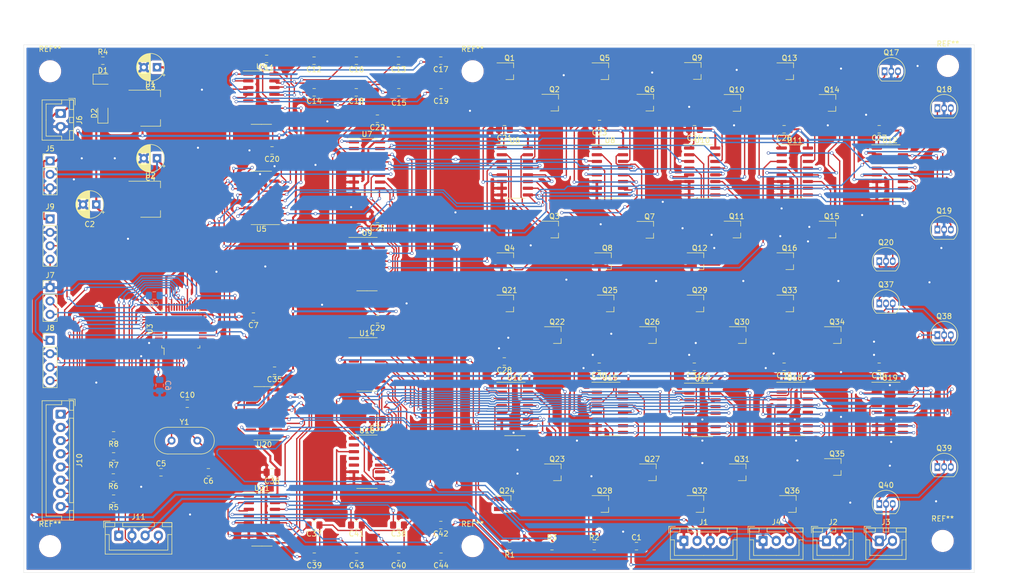
<source format=kicad_pcb>
(kicad_pcb (version 20171130) (host pcbnew "(5.1.5)-3")
  (layers (0 F.Cu signal) (31 B.Cu signal) (34 B.Paste user) (35 F.Paste user) (36 B.SilkS user) (37 F.SilkS user) (38 B.Mask user) (39 F.Mask user) (44 Edge.Cuts user))
  (net 0 "")
  (net 1 "Net-(C1-Pad1)")
  (net 2 GND)
  (net 3 "Net-(C2-Pad1)")
  (net 4 +5V)
  (net 5 +3V3)
  (net 6 "Net-(C5-Pad1)")
  (net 7 "Net-(C6-Pad1)")
  (net 8 /Mcu/NRST)
  (net 9 "Net-(C12-Pad2)")
  (net 10 "Net-(C13-Pad2)")
  (net 11 "Net-(C14-Pad2)")
  (net 12 "Net-(C15-Pad2)")
  (net 13 "Net-(C16-Pad2)")
  (net 14 "Net-(C17-Pad2)")
  (net 15 "Net-(C18-Pad2)")
  (net 16 "Net-(C19-Pad2)")
  (net 17 "Net-(C37-Pad2)")
  (net 18 /CapacitorsD/CAPACITOR_AUDIO_OUTPUT)
  (net 19 "Net-(C38-Pad2)")
  (net 20 "Net-(C39-Pad2)")
  (net 21 "Net-(C40-Pad2)")
  (net 22 "Net-(C41-Pad2)")
  (net 23 "Net-(C42-Pad2)")
  (net 24 "Net-(C43-Pad2)")
  (net 25 "Net-(C44-Pad2)")
  (net 26 "Net-(D1-Pad2)")
  (net 27 +9V)
  (net 28 /JACK_OUT_SIGNAL)
  (net 29 /JACK_IN_SIGNAL)
  (net 30 /TransistorsC/EMITTER)
  (net 31 /Mcu/PB2)
  (net 32 /GPIO_LATCH)
  (net 33 /SPI2_MOSI)
  (net 34 /SPI2_CSK)
  (net 35 /Mcu/SYS_JTICK_SWCLK)
  (net 36 /Mcu/SYS_JTMS_SWDIO)
  (net 37 /Mcu/GPIO_KEYPAD_ROW_1)
  (net 38 /Mcu/GPIO_KEYPAD_ROW_2)
  (net 39 /Mcu/GPIO_KEYPAD_ROW_3)
  (net 40 /Mcu/GPIO_KEYPAD_ROW_4)
  (net 41 "Net-(J10-Pad5)")
  (net 42 "Net-(J10-Pad6)")
  (net 43 "Net-(J10-Pad7)")
  (net 44 "Net-(J10-Pad8)")
  (net 45 /Mcu/I2C1_SCL)
  (net 46 /Mcu/I2C1_SDA)
  (net 47 /TransistorsB/1_COLLECTOR)
  (net 48 /TransistorsB/2_COLLECTOR)
  (net 49 /TransistorsB/3_COLLECTOR)
  (net 50 /TransistorsB/4_COLLECTOR)
  (net 51 /TransistorsB/5_COLLECTOR)
  (net 52 /TransistorsB/6_COLLECTOR)
  (net 53 /TransistorsB/7_COLLECTOR)
  (net 54 /TransistorsB/8_COLLECTOR)
  (net 55 /TransistorsB/9_COLLECTOR)
  (net 56 /TransistorsB/10_COLLECTOR)
  (net 57 /TransistorsB/11_COLLECTOR)
  (net 58 /TransistorsB/12_COLLECTOR)
  (net 59 /TransistorsB/13_COLLECTOR)
  (net 60 /TransistorsB/14_COLLECTOR)
  (net 61 /TransistorsB/15_COLLECTOR)
  (net 62 /TransistorsB/16_COLLECTOR)
  (net 63 /TransistorsB/17_COLLECTOR)
  (net 64 /TransistorsB/18_COLLECTOR)
  (net 65 /TransistorsB/19_COLLECTOR)
  (net 66 /TransistorsB/20_COLLECTOR)
  (net 67 /TransistorsC/1_COLLECTOR)
  (net 68 /TransistorsC/2_COLLECTOR)
  (net 69 /TransistorsC/3_COLLECTOR)
  (net 70 /TransistorsC/4_COLLECTOR)
  (net 71 /TransistorsC/5_COLLECTOR)
  (net 72 /TransistorsC/6_COLLECTOR)
  (net 73 /TransistorsC/7_COLLECTOR)
  (net 74 /TransistorsC/8_COLLECTOR)
  (net 75 /TransistorsC/9_COLLECTOR)
  (net 76 /TransistorsC/10_COLLECTOR)
  (net 77 /TransistorsC/11_COLLECTOR)
  (net 78 /TransistorsC/12_COLLECTOR)
  (net 79 /TransistorsC/13_COLLECTOR)
  (net 80 /TransistorsC/14_COLLECTOR)
  (net 81 /TransistorsC/15_COLLECTOR)
  (net 82 /TransistorsC/16_COLLECTOR)
  (net 83 /TransistorsC/17_COLLECTOR)
  (net 84 /TransistorsC/18_COLLECTOR)
  (net 85 /TransistorsC/19_COLLECTOR)
  (net 86 /TransistorsC/20_COLLECTOR)
  (net 87 /CapacitorsD/CAPACITOR_AUDIO_INPUT)
  (net 88 /Mcu/GPIO_KEYPAD_COLUMN_4)
  (net 89 /Mcu/GPIO_KEYPAD_COLUMN_3)
  (net 90 /Mcu/GPIO_KEYPAD_COLUMN_2)
  (net 91 /Mcu/GPIO_KEYPAD_COLUMN_1)
  (net 92 "Net-(U3-Pad1)")
  (net 93 "Net-(U3-Pad2)")
  (net 94 "Net-(U3-Pad3)")
  (net 95 "Net-(U3-Pad4)")
  (net 96 "Net-(U3-Pad8)")
  (net 97 "Net-(U3-Pad9)")
  (net 98 "Net-(U3-Pad10)")
  (net 99 "Net-(U3-Pad11)")
  (net 100 "Net-(U3-Pad12)")
  (net 101 "Net-(U3-Pad13)")
  (net 102 "Net-(U3-Pad14)")
  (net 103 "Net-(U3-Pad15)")
  (net 104 "Net-(U3-Pad17)")
  (net 105 "Net-(U3-Pad18)")
  (net 106 "Net-(U3-Pad19)")
  (net 107 "Net-(U3-Pad21)")
  (net 108 "Net-(U3-Pad22)")
  (net 109 "Net-(U3-Pad25)")
  (net 110 "Net-(U3-Pad32)")
  (net 111 "Net-(U3-Pad33)")
  (net 112 "Net-(U3-Pad45)")
  (net 113 "Net-(U3-Pad46)")
  (net 114 /CAPACITOR_A_SELECTION_2)
  (net 115 /CAPACITOR_A_SELECTION_1)
  (net 116 /CAPACITOR_A_SELECTION_0)
  (net 117 /TRANSISTOR_B_GROUP_SELECTION_1)
  (net 118 /TRANSISTOR_B_GROUP_SELECTION_2)
  (net 119 /TRANSISTOR_B_SELECTION_0)
  (net 120 /TRANSISTOR_B_SELECTION_1)
  (net 121 /ShiftRegistersCD/COMPONENT_SELECTION_INPUT)
  (net 122 /TRANSISTOR_B_GROUP_SELECTION_0)
  (net 123 /TransistorsB/TG_1_COLLECTOR)
  (net 124 "Net-(U7-Pad2)")
  (net 125 "Net-(U7-Pad4)")
  (net 126 "Net-(U7-Pad5)")
  (net 127 /TransistorsB/TG_2_COLLECTOR)
  (net 128 /TransistorsB/TG_3_COLLECTOR)
  (net 129 /TransistorsB/TG_4_COLLECTOR)
  (net 130 "Net-(U9-Pad5)")
  (net 131 "Net-(U9-Pad4)")
  (net 132 "Net-(U9-Pad2)")
  (net 133 /TransistorsB/TG_5_COLLECTOR)
  (net 134 /TransistorsC/TG_1_COLLECTOR)
  (net 135 /TRANSISTOR_C_SELECTION_1)
  (net 136 /TRANSISTOR_C_SELECTION_0)
  (net 137 "Net-(U14-Pad2)")
  (net 138 "Net-(U14-Pad4)")
  (net 139 "Net-(U14-Pad5)")
  (net 140 /TRANSISTOR_C_GROUP_SELECTION_2)
  (net 141 /TRANSISTOR_C_GROUP_SELECTION_1)
  (net 142 /TRANSISTOR_C_GROUP_SELECTION_0)
  (net 143 /TransistorsC/TG_2_COLLECTOR)
  (net 144 /TransistorsC/TG_3_COLLECTOR)
  (net 145 /TransistorsC/TG_4_COLLECTOR)
  (net 146 "Net-(U16-Pad5)")
  (net 147 "Net-(U16-Pad4)")
  (net 148 "Net-(U16-Pad2)")
  (net 149 /TransistorsC/TG_5_COLLECTOR)
  (net 150 /ShiftRegistersCD/COMPONENT_SELECTION_OUTPUT)
  (net 151 /CAPACITOR_D_SELECTION_2)
  (net 152 /CAPACITOR_D_SELECTION_1)
  (net 153 /CAPACITOR_D_SELECTION_0)
  (net 154 /TransistorsB/BASE)
  (net 155 /TransistorsB/1_BASE)
  (net 156 /TransistorsB/2_BASE)
  (net 157 /TransistorsB/3_BASE)
  (net 158 /TransistorsB/4_BASE)
  (net 159 /TransistorsB/5_BASE)
  (net 160 /TransistorsB/6_BASE)
  (net 161 /TransistorsB/7_BASE)
  (net 162 /TransistorsB/8_BASE)
  (net 163 /TransistorsB/9_BASE)
  (net 164 /TransistorsB/10_BASE)
  (net 165 /TransistorsB/11_BASE)
  (net 166 /TransistorsB/12_BASE)
  (net 167 /TransistorsB/13_BASE)
  (net 168 /TransistorsB/14_BASE)
  (net 169 /TransistorsB/15_BASE)
  (net 170 /TransistorsB/16_BASE)
  (net 171 /TransistorsB/17_BASE)
  (net 172 /TransistorsB/18_BASE)
  (net 173 /TransistorsB/19_BASE)
  (net 174 /TransistorsB/20_BASE)
  (net 175 /TransistorsC/1_BASE)
  (net 176 /TransistorsC/2_BASE)
  (net 177 /TransistorsC/3_BASE)
  (net 178 /TransistorsC/4_BASE)
  (net 179 /TransistorsC/5_BASE)
  (net 180 /TransistorsC/6_BASE)
  (net 181 /TransistorsC/7_BASE)
  (net 182 /TransistorsC/8_BASE)
  (net 183 /TransistorsC/9_BASE)
  (net 184 /TransistorsC/10_BASE)
  (net 185 /TransistorsC/11_BASE)
  (net 186 /TransistorsC/12_BASE)
  (net 187 /TransistorsC/13_BASE)
  (net 188 /TransistorsC/14_BASE)
  (net 189 /TransistorsC/15_BASE)
  (net 190 /TransistorsC/16_BASE)
  (net 191 /TransistorsC/17_BASE)
  (net 192 /TransistorsC/18_BASE)
  (net 193 /TransistorsC/19_BASE)
  (net 194 /TransistorsC/20_BASE)
  (net 195 /TransistorsC/BASE)
  (net 196 /TransistorsB/TG_1_BASE)
  (net 197 /TransistorsB/TG_5_BASE)
  (net 198 /TransistorsB/TG_4_BASE)
  (net 199 /TransistorsB/TG_2_BASE)
  (net 200 /TransistorsB/TG_3_BASE)
  (net 201 /TransistorsC/TG_1_BASE)
  (net 202 /TransistorsC/TG_5_BASE)
  (net 203 /TransistorsC/TG_4_BASE)
  (net 204 /TransistorsC/TG_2_BASE)
  (net 205 /TransistorsC/TG_3_BASE)
  (module Package_SO:SOIC-16_3.9x9.9mm_P1.27mm (layer F.Cu) (at 74.525 90.825 180)
    (fp_text reference U20 (at 0 -5.9) (layer F.SilkS))
    (fp_text value 74HC595)
    (pad 16 smd roundrect (at 2.475 -4.445 180) (size 1.95 0.6) (layers F.Cu F.Paste F.Mask) (net 4 +5V))
    (pad 15 smd roundrect (at 2.475 -3.175 180) (size 1.95 0.6) (layers F.Cu F.Paste F.Mask) (net 142 /TRANSISTOR_C_GROUP_SELECTION_0))
    (pad 14 smd roundrect (at 2.475 -1.905 180) (size 1.95 0.6) (layers F.Cu F.Paste F.Mask) (net 121 /ShiftRegistersCD/COMPONENT_SELECTION_INPUT))
    (pad 13 smd roundrect (at 2.475 -0.635 180) (size 1.95 0.6) (layers F.Cu F.Paste F.Mask) (net 2 GND))
    (pad 12 smd roundrect (at 2.475 0.635 180) (size 1.95 0.6) (layers F.Cu F.Paste F.Mask) (net 34 /SPI2_CSK))
    (pad 11 smd roundrect (at 2.475 1.905 180) (size 1.95 0.6) (layers F.Cu F.Paste F.Mask) (net 32 /GPIO_LATCH))
    (pad 10 smd roundrect (at 2.475 3.175 180) (size 1.95 0.6) (layers F.Cu F.Paste F.Mask) (net 4 +5V))
    (pad 9 smd roundrect (at 2.475 4.445 180) (size 1.95 0.6) (layers F.Cu F.Paste F.Mask) (net 150 /ShiftRegistersCD/COMPONENT_SELECTION_OUTPUT))
    (pad 8 smd roundrect (at -2.475 4.445 180) (size 1.95 0.6) (layers F.Cu F.Paste F.Mask) (net 2 GND))
    (pad 7 smd roundrect (at -2.475 3.175 180) (size 1.95 0.6) (layers F.Cu F.Paste F.Mask) (net 151 /CAPACITOR_D_SELECTION_2))
    (pad 6 smd roundrect (at -2.475 1.905 180) (size 1.95 0.6) (layers F.Cu F.Paste F.Mask) (net 152 /CAPACITOR_D_SELECTION_1))
    (pad 5 smd roundrect (at -2.475 0.635 180) (size 1.95 0.6) (layers F.Cu F.Paste F.Mask) (net 153 /CAPACITOR_D_SELECTION_0))
    (pad 4 smd roundrect (at -2.475 -0.635 180) (size 1.95 0.6) (layers F.Cu F.Paste F.Mask) (net 135 /TRANSISTOR_C_SELECTION_1))
    (pad 3 smd roundrect (at -2.475 -1.905 180) (size 1.95 0.6) (layers F.Cu F.Paste F.Mask) (net 136 /TRANSISTOR_C_SELECTION_0))
    (pad 2 smd roundrect (at -2.475 -3.175 180) (size 1.95 0.6) (layers F.Cu F.Paste F.Mask) (net 140 /TRANSISTOR_C_GROUP_SELECTION_2))
    (pad 1 smd roundrect (at -2.475 -4.445 180) (size 1.95 0.6) (layers F.Cu F.Paste F.Mask) (net 141 /TRANSISTOR_C_GROUP_SELECTION_1))
  )
  (module Capacitor_THT:CP_Radial_D5.0mm_P2.50mm (layer F.Cu) (at 54.25 42.5 180)
    (fp_text reference C4 (at 1.25 -3.75) (layer F.SilkS))
    (fp_text value 22uF)
    (pad 2 thru_hole circle (at 2.5 0 180) (size 1.6 1.6) (drill 0.8) (layers *.Cu *.Mask) (net 2 GND))
    (pad 1 thru_hole rect (at 0 0 180) (size 1.6 1.6) (drill 0.8) (layers *.Cu *.Mask) (net 5 +3V3))
  )
  (module Capacitor_THT:CP_Radial_D5.0mm_P2.50mm (layer F.Cu) (at 54.25 25.25 180)
    (fp_text reference C3 (at 1.25 -3.75) (layer F.SilkS))
    (fp_text value 22uF)
    (pad 2 thru_hole circle (at 2.5 0 180) (size 1.6 1.6) (drill 0.8) (layers *.Cu *.Mask) (net 2 GND))
    (pad 1 thru_hole rect (at 0 0 180) (size 1.6 1.6) (drill 0.8) (layers *.Cu *.Mask) (net 4 +5V))
  )
  (module Capacitor_THT:CP_Radial_D5.0mm_P2.50mm (layer F.Cu) (at 42.75 51.25 180)
    (fp_text reference C2 (at 1.25 -3.75) (layer F.SilkS))
    (fp_text value 100uF)
    (pad 2 thru_hole circle (at 2.5 0 180) (size 1.6 1.6) (drill 0.8) (layers *.Cu *.Mask) (net 2 GND))
    (pad 1 thru_hole rect (at 0 0 180) (size 1.6 1.6) (drill 0.8) (layers *.Cu *.Mask) (net 3 "Net-(C2-Pad1)"))
  )
  (module Package_TO_SOT_THT:TO-92_Inline (layer F.Cu) (at 191 108)
    (fp_text reference Q40 (at 1.27 -3.56) (layer F.SilkS))
    (fp_text value 2N5088)
    (pad 1 thru_hole rect (at 0 0) (size 1.05 1.5) (drill 0.75) (layers *.Cu *.Mask) (net 194 /TransistorsC/20_BASE))
    (pad 3 thru_hole oval (at 2.54 0) (size 1.05 1.5) (drill 0.75) (layers *.Cu *.Mask) (net 86 /TransistorsC/20_COLLECTOR))
    (pad 2 thru_hole oval (at 1.27 0) (size 1.05 1.5) (drill 0.75) (layers *.Cu *.Mask) (net 30 /TransistorsC/EMITTER))
  )
  (module MountingHole:MountingHole_3.2mm_M3 (layer F.Cu) (at 204 25)
    (fp_text reference REF** (at 0 -4.2) (layer F.SilkS))
    (fp_text value MountingHole_3.2mm_M3)
    (pad 1 np_thru_hole circle (at 0 0) (size 3.2 3.2) (drill 3.2) (layers *.Cu *.Mask))
  )
  (module MountingHole:MountingHole_3.2mm_M3 (layer F.Cu) (at 114 26)
    (fp_text reference REF** (at 0 -4.2) (layer F.SilkS))
    (fp_text value MountingHole_3.2mm_M3)
    (pad 1 np_thru_hole circle (at 0 0) (size 3.2 3.2) (drill 3.2) (layers *.Cu *.Mask))
  )
  (module MountingHole:MountingHole_3.2mm_M3 (layer F.Cu) (at 34 26)
    (fp_text reference REF** (at 0 -4.2) (layer F.SilkS))
    (fp_text value MountingHole_3.2mm_M3)
    (pad 1 np_thru_hole circle (at 0 0) (size 3.2 3.2) (drill 3.2) (layers *.Cu *.Mask))
  )
  (module MountingHole:MountingHole_3.2mm_M3 (layer F.Cu) (at 34 116)
    (fp_text reference REF** (at 0 -4.2) (layer F.SilkS))
    (fp_text value MountingHole_3.2mm_M3)
    (pad 1 np_thru_hole circle (at 0 0) (size 3.2 3.2) (drill 3.2) (layers *.Cu *.Mask))
  )
  (module MountingHole:MountingHole_3.2mm_M3 (layer F.Cu) (at 114 116)
    (fp_text reference REF** (at 0 -4.2) (layer F.SilkS))
    (fp_text value MountingHole_3.2mm_M3)
    (pad 1 np_thru_hole circle (at 0 0) (size 3.2 3.2) (drill 3.2) (layers *.Cu *.Mask))
  )
  (module MountingHole:MountingHole_3.2mm_M3 (layer F.Cu) (at 203 115)
    (fp_text reference REF** (at 0 -4.2) (layer F.SilkS))
    (fp_text value MountingHole_3.2mm_M3)
    (pad 1 np_thru_hole circle (at 0 0) (size 3.2 3.2) (drill 3.2) (layers *.Cu *.Mask))
  )
  (module Package_TO_SOT_SMD:SOT-23_Handsoldering (layer F.Cu) (at 174.5 108)
    (fp_text reference Q36 (at 0 -2.5) (layer F.SilkS))
    (fp_text value 2SC1623)
    (pad 1 smd rect (at -1.5 -0.95) (size 1.9 0.8) (layers F.Cu F.Paste F.Mask) (net 190 /TransistorsC/16_BASE))
    (pad 2 smd rect (at -1.5 0.95) (size 1.9 0.8) (layers F.Cu F.Paste F.Mask) (net 30 /TransistorsC/EMITTER))
    (pad 3 smd rect (at 1.5 0) (size 1.9 0.8) (layers F.Cu F.Paste F.Mask) (net 82 /TransistorsC/16_COLLECTOR))
  )
  (module Package_TO_SOT_SMD:SOT-23_Handsoldering (layer F.Cu) (at 183 76)
    (fp_text reference Q34 (at 0 -2.5) (layer F.SilkS))
    (fp_text value S9018)
    (pad 1 smd rect (at -1.5 -0.95) (size 1.9 0.8) (layers F.Cu F.Paste F.Mask) (net 188 /TransistorsC/14_BASE))
    (pad 2 smd rect (at -1.5 0.95) (size 1.9 0.8) (layers F.Cu F.Paste F.Mask) (net 30 /TransistorsC/EMITTER))
    (pad 3 smd rect (at 1.5 0) (size 1.9 0.8) (layers F.Cu F.Paste F.Mask) (net 80 /TransistorsC/14_COLLECTOR))
  )
  (module Package_TO_SOT_SMD:SOT-23_Handsoldering (layer F.Cu) (at 174 70)
    (fp_text reference Q33 (at 0 -2.5) (layer F.SilkS))
    (fp_text value S9014)
    (pad 1 smd rect (at -1.5 -0.95) (size 1.9 0.8) (layers F.Cu F.Paste F.Mask) (net 187 /TransistorsC/13_BASE))
    (pad 2 smd rect (at -1.5 0.95) (size 1.9 0.8) (layers F.Cu F.Paste F.Mask) (net 30 /TransistorsC/EMITTER))
    (pad 3 smd rect (at 1.5 0) (size 1.9 0.8) (layers F.Cu F.Paste F.Mask) (net 79 /TransistorsC/13_COLLECTOR))
  )
  (module Package_TO_SOT_SMD:SOT-23_Handsoldering (layer F.Cu) (at 157 108)
    (fp_text reference Q32 (at 0 -2.5) (layer F.SilkS))
    (fp_text value S9013)
    (pad 1 smd rect (at -1.5 -0.95) (size 1.9 0.8) (layers F.Cu F.Paste F.Mask) (net 186 /TransistorsC/12_BASE))
    (pad 2 smd rect (at -1.5 0.95) (size 1.9 0.8) (layers F.Cu F.Paste F.Mask) (net 30 /TransistorsC/EMITTER))
    (pad 3 smd rect (at 1.5 0) (size 1.9 0.8) (layers F.Cu F.Paste F.Mask) (net 78 /TransistorsC/12_COLLECTOR))
  )
  (module Package_TO_SOT_SMD:SOT-23_Handsoldering (layer F.Cu) (at 157 70)
    (fp_text reference Q29 (at 0 -2.5) (layer F.SilkS))
    (fp_text value C945)
    (pad 1 smd rect (at -1.5 -0.95) (size 1.9 0.8) (layers F.Cu F.Paste F.Mask) (net 183 /TransistorsC/9_BASE))
    (pad 2 smd rect (at -1.5 0.95) (size 1.9 0.8) (layers F.Cu F.Paste F.Mask) (net 30 /TransistorsC/EMITTER))
    (pad 3 smd rect (at 1.5 0) (size 1.9 0.8) (layers F.Cu F.Paste F.Mask) (net 75 /TransistorsC/9_COLLECTOR))
  )
  (module Package_TO_SOT_SMD:SOT-23_Handsoldering (layer F.Cu) (at 148 102)
    (fp_text reference Q27 (at 0 -2.5) (layer F.SilkS))
    (fp_text value BC847B)
    (pad 1 smd rect (at -1.5 -0.95) (size 1.9 0.8) (layers F.Cu F.Paste F.Mask) (net 181 /TransistorsC/7_BASE))
    (pad 2 smd rect (at -1.5 0.95) (size 1.9 0.8) (layers F.Cu F.Paste F.Mask) (net 30 /TransistorsC/EMITTER))
    (pad 3 smd rect (at 1.5 0) (size 1.9 0.8) (layers F.Cu F.Paste F.Mask) (net 73 /TransistorsC/7_COLLECTOR))
  )
  (module Package_TO_SOT_SMD:SOT-23_Handsoldering (layer F.Cu) (at 174 62)
    (fp_text reference Q16 (at 0 -2.5) (layer F.SilkS))
    (fp_text value 2SC1623)
    (pad 1 smd rect (at -1.5 -0.95) (size 1.9 0.8) (layers F.Cu F.Paste F.Mask) (net 170 /TransistorsB/16_BASE))
    (pad 2 smd rect (at -1.5 0.95) (size 1.9 0.8) (layers F.Cu F.Paste F.Mask) (net 2 GND))
    (pad 3 smd rect (at 1.5 0) (size 1.9 0.8) (layers F.Cu F.Paste F.Mask) (net 62 /TransistorsB/16_COLLECTOR))
  )
  (module Package_TO_SOT_SMD:SOT-23_Handsoldering (layer F.Cu) (at 182 32)
    (fp_text reference Q14 (at 0 -2.5) (layer F.SilkS))
    (fp_text value S9018)
    (pad 1 smd rect (at -1.5 -0.95) (size 1.9 0.8) (layers F.Cu F.Paste F.Mask) (net 168 /TransistorsB/14_BASE))
    (pad 2 smd rect (at -1.5 0.95) (size 1.9 0.8) (layers F.Cu F.Paste F.Mask) (net 2 GND))
    (pad 3 smd rect (at 1.5 0) (size 1.9 0.8) (layers F.Cu F.Paste F.Mask) (net 60 /TransistorsB/14_COLLECTOR))
  )
  (module Package_TO_SOT_SMD:SOT-23_Handsoldering (layer F.Cu) (at 174 26)
    (fp_text reference Q13 (at 0 -2.5) (layer F.SilkS))
    (fp_text value S9014)
    (pad 1 smd rect (at -1.5 -0.95) (size 1.9 0.8) (layers F.Cu F.Paste F.Mask) (net 167 /TransistorsB/13_BASE))
    (pad 2 smd rect (at -1.5 0.95) (size 1.9 0.8) (layers F.Cu F.Paste F.Mask) (net 2 GND))
    (pad 3 smd rect (at 1.5 0) (size 1.9 0.8) (layers F.Cu F.Paste F.Mask) (net 59 /TransistorsB/13_COLLECTOR))
  )
  (module Package_TO_SOT_SMD:SOT-23_Handsoldering (layer F.Cu) (at 157 62)
    (fp_text reference Q12 (at 0 -2.5) (layer F.SilkS))
    (fp_text value S9013)
    (pad 1 smd rect (at -1.5 -0.95) (size 1.9 0.8) (layers F.Cu F.Paste F.Mask) (net 166 /TransistorsB/12_BASE))
    (pad 2 smd rect (at -1.5 0.95) (size 1.9 0.8) (layers F.Cu F.Paste F.Mask) (net 2 GND))
    (pad 3 smd rect (at 1.5 0) (size 1.9 0.8) (layers F.Cu F.Paste F.Mask) (net 58 /TransistorsB/12_COLLECTOR))
  )
  (module Package_TO_SOT_SMD:SOT-23_Handsoldering (layer F.Cu) (at 156.5 25.95)
    (fp_text reference Q9 (at 0 -2.5) (layer F.SilkS))
    (fp_text value C945)
    (pad 1 smd rect (at -1.5 -0.95) (size 1.9 0.8) (layers F.Cu F.Paste F.Mask) (net 163 /TransistorsB/9_BASE))
    (pad 2 smd rect (at -1.5 0.95) (size 1.9 0.8) (layers F.Cu F.Paste F.Mask) (net 2 GND))
    (pad 3 smd rect (at 1.5 0) (size 1.9 0.8) (layers F.Cu F.Paste F.Mask) (net 55 /TransistorsB/9_COLLECTOR))
  )
  (module Package_TO_SOT_SMD:SOT-23_Handsoldering (layer F.Cu) (at 147.5 56.05)
    (fp_text reference Q7 (at 0 -2.5) (layer F.SilkS))
    (fp_text value BC847B)
    (pad 1 smd rect (at -1.5 -0.95) (size 1.9 0.8) (layers F.Cu F.Paste F.Mask) (net 161 /TransistorsB/7_BASE))
    (pad 2 smd rect (at -1.5 0.95) (size 1.9 0.8) (layers F.Cu F.Paste F.Mask) (net 2 GND))
    (pad 3 smd rect (at 1.5 0) (size 1.9 0.8) (layers F.Cu F.Paste F.Mask) (net 53 /TransistorsB/7_COLLECTOR))
  )
  (module Capacitor_SMD:C_0805_2012Metric_Pad1.15x1.40mm_HandSolder (layer F.Cu) (at 145.025 116)
    (fp_text reference C1 (at 0 -1.65) (layer F.SilkS))
    (fp_text value 22uF)
    (pad 1 smd roundrect (at -1.025 0) (size 1.15 1.4) (layers F.Cu F.Paste F.Mask) (roundrect_rratio 0.217391) (net 1 "Net-(C1-Pad1)"))
    (pad 2 smd roundrect (at 1.025 0) (size 1.15 1.4) (layers F.Cu F.Paste F.Mask) (roundrect_rratio 0.217391) (net 2 GND))
  )
  (module Capacitor_SMD:C_0805_2012Metric_Pad1.15x1.40mm_HandSolder (layer F.Cu) (at 55 102)
    (fp_text reference C5 (at 0 -1.65) (layer F.SilkS))
    (fp_text value 20pF)
    (pad 1 smd roundrect (at -1.025 0) (size 1.15 1.4) (layers F.Cu F.Paste F.Mask) (roundrect_rratio 0.217391) (net 6 "Net-(C5-Pad1)"))
    (pad 2 smd roundrect (at 1.025 0) (size 1.15 1.4) (layers F.Cu F.Paste F.Mask) (roundrect_rratio 0.217391) (net 2 GND))
  )
  (module Capacitor_SMD:C_0805_2012Metric_Pad1.15x1.40mm_HandSolder (layer F.Cu) (at 63.975 102 180)
    (fp_text reference C6 (at 0 -1.65) (layer F.SilkS))
    (fp_text value 20pF)
    (pad 2 smd roundrect (at 1.025 0 180) (size 1.15 1.4) (layers F.Cu F.Paste F.Mask) (roundrect_rratio 0.217391) (net 2 GND))
    (pad 1 smd roundrect (at -1.025 0 180) (size 1.15 1.4) (layers F.Cu F.Paste F.Mask) (roundrect_rratio 0.217391) (net 7 "Net-(C6-Pad1)"))
  )
  (module Capacitor_SMD:C_0805_2012Metric_Pad1.15x1.40mm_HandSolder (layer F.Cu) (at 72.5 72.5 180)
    (fp_text reference C7 (at 0 -1.65) (layer F.SilkS))
    (fp_text value 100nF)
    (pad 1 smd roundrect (at -1.025 0 180) (size 1.15 1.4) (layers F.Cu F.Paste F.Mask) (roundrect_rratio 0.217391) (net 2 GND))
    (pad 2 smd roundrect (at 1.025 0 180) (size 1.15 1.4) (layers F.Cu F.Paste F.Mask) (roundrect_rratio 0.217391) (net 5 +3V3))
  )
  (module Capacitor_SMD:C_0805_2012Metric_Pad1.15x1.40mm_HandSolder (layer B.Cu) (at 53.725 68.5)
    (fp_text reference C8 (at 0 1.65 180) (layer B.SilkS) (effects (justify mirror)))
    (fp_text value 100nF)
    (pad 2 smd roundrect (at 1.025 0) (size 1.15 1.4) (layers B.Cu B.Paste B.Mask) (roundrect_rratio 0.217391) (net 5 +3V3))
    (pad 1 smd roundrect (at -1.025 0) (size 1.15 1.4) (layers B.Cu B.Paste B.Mask) (roundrect_rratio 0.217391) (net 2 GND))
  )
  (module Capacitor_SMD:C_0805_2012Metric_Pad1.15x1.40mm_HandSolder (layer B.Cu) (at 54.75 85.525 90)
    (fp_text reference C9 (at 0 1.65 270) (layer B.SilkS) (effects (justify mirror)))
    (fp_text value 100nF)
    (pad 2 smd roundrect (at 1.025 0 90) (size 1.15 1.4) (layers B.Cu B.Paste B.Mask) (roundrect_rratio 0.217391) (net 5 +3V3))
    (pad 1 smd roundrect (at -1.025 0 90) (size 1.15 1.4) (layers B.Cu B.Paste B.Mask) (roundrect_rratio 0.217391) (net 2 GND))
  )
  (module Capacitor_SMD:C_0805_2012Metric_Pad1.15x1.40mm_HandSolder (layer F.Cu) (at 59.975 89)
    (fp_text reference C10 (at 0 -1.65) (layer F.SilkS))
    (fp_text value 100nF)
    (pad 2 smd roundrect (at 1.025 0) (size 1.15 1.4) (layers F.Cu F.Paste F.Mask) (roundrect_rratio 0.217391) (net 2 GND))
    (pad 1 smd roundrect (at -1.025 0) (size 1.15 1.4) (layers F.Cu F.Paste F.Mask) (roundrect_rratio 0.217391) (net 8 /Mcu/NRST))
  )
  (module Capacitor_SMD:C_0805_2012Metric_Pad1.15x1.40mm_HandSolder (layer F.Cu) (at 75 23.665001 180)
    (fp_text reference C11 (at 0 -1.65) (layer F.SilkS))
    (fp_text value 100nF)
    (pad 2 smd roundrect (at 1.025 0 180) (size 1.15 1.4) (layers F.Cu F.Paste F.Mask) (roundrect_rratio 0.217391) (net 2 GND))
    (pad 1 smd roundrect (at -1.025 0 180) (size 1.15 1.4) (layers F.Cu F.Paste F.Mask) (roundrect_rratio 0.217391) (net 4 +5V))
  )
  (module Capacitor_SMD:C_0805_2012Metric_Pad1.15x1.40mm_HandSolder (layer F.Cu) (at 83.975 24 180)
    (fp_text reference C12 (at 0 -1.65) (layer F.SilkS))
    (fp_text value 0.01uF)
    (pad 2 smd roundrect (at 1.025 0 180) (size 1.15 1.4) (layers F.Cu F.Paste F.Mask) (roundrect_rratio 0.217391) (net 9 "Net-(C12-Pad2)"))
    (pad 1 smd roundrect (at -1.025 0 180) (size 1.15 1.4) (layers F.Cu F.Paste F.Mask) (roundrect_rratio 0.217391) (net 154 /TransistorsB/BASE))
  )
  (module Capacitor_SMD:C_0805_2012Metric_Pad1.15x1.40mm_HandSolder (layer F.Cu) (at 99.975 24 180)
    (fp_text reference C13 (at 0 -1.65) (layer F.SilkS))
    (fp_text value 0.47uF)
    (pad 1 smd roundrect (at -1.025 0 180) (size 1.15 1.4) (layers F.Cu F.Paste F.Mask) (roundrect_rratio 0.217391) (net 154 /TransistorsB/BASE))
    (pad 2 smd roundrect (at 1.025 0 180) (size 1.15 1.4) (layers F.Cu F.Paste F.Mask) (roundrect_rratio 0.217391) (net 10 "Net-(C13-Pad2)"))
  )
  (module Capacitor_SMD:C_0805_2012Metric_Pad1.15x1.40mm_HandSolder (layer F.Cu) (at 84 30 180)
    (fp_text reference C14 (at 0 -1.65) (layer F.SilkS))
    (fp_text value 1uF)
    (pad 2 smd roundrect (at 1.025 0 180) (size 1.15 1.4) (layers F.Cu F.Paste F.Mask) (roundrect_rratio 0.217391) (net 11 "Net-(C14-Pad2)"))
    (pad 1 smd roundrect (at -1.025 0 180) (size 1.15 1.4) (layers F.Cu F.Paste F.Mask) (roundrect_rratio 0.217391) (net 154 /TransistorsB/BASE))
  )
  (module Capacitor_SMD:C_0805_2012Metric_Pad1.15x1.40mm_HandSolder (layer F.Cu) (at 100.025 30 180)
    (fp_text reference C15 (at -0.025 -2) (layer F.SilkS))
    (fp_text value 10uF)
    (pad 1 smd roundrect (at -1.025 0 180) (size 1.15 1.4) (layers F.Cu F.Paste F.Mask) (roundrect_rratio 0.217391) (net 154 /TransistorsB/BASE))
    (pad 2 smd roundrect (at 1.025 0 180) (size 1.15 1.4) (layers F.Cu F.Paste F.Mask) (roundrect_rratio 0.217391) (net 12 "Net-(C15-Pad2)"))
  )
  (module Capacitor_SMD:C_0805_2012Metric_Pad1.15x1.40mm_HandSolder (layer F.Cu) (at 92 24 180)
    (fp_text reference C16 (at 0 -1.65) (layer F.SilkS))
    (fp_text value 0.22uF)
    (pad 2 smd roundrect (at 1.025 0 180) (size 1.15 1.4) (layers F.Cu F.Paste F.Mask) (roundrect_rratio 0.217391) (net 13 "Net-(C16-Pad2)"))
    (pad 1 smd roundrect (at -1.025 0 180) (size 1.15 1.4) (layers F.Cu F.Paste F.Mask) (roundrect_rratio 0.217391) (net 154 /TransistorsB/BASE))
  )
  (module Capacitor_SMD:C_0805_2012Metric_Pad1.15x1.40mm_HandSolder (layer F.Cu) (at 107.975 24 180)
    (fp_text reference C17 (at 0 -1.65) (layer F.SilkS))
    (fp_text value 0.68uF)
    (pad 1 smd roundrect (at -1.025 0 180) (size 1.15 1.4) (layers F.Cu F.Paste F.Mask) (roundrect_rratio 0.217391) (net 154 /TransistorsB/BASE))
    (pad 2 smd roundrect (at 1.025 0 180) (size 1.15 1.4) (layers F.Cu F.Paste F.Mask) (roundrect_rratio 0.217391) (net 14 "Net-(C17-Pad2)"))
  )
  (module Capacitor_SMD:C_0805_2012Metric_Pad1.15x1.40mm_HandSolder (layer F.Cu) (at 91.975 30 180)
    (fp_text reference C18 (at 0 -1.65) (layer F.SilkS))
    (fp_text value 2.2uF)
    (pad 2 smd roundrect (at 1.025 0 180) (size 1.15 1.4) (layers F.Cu F.Paste F.Mask) (roundrect_rratio 0.217391) (net 15 "Net-(C18-Pad2)"))
    (pad 1 smd roundrect (at -1.025 0 180) (size 1.15 1.4) (layers F.Cu F.Paste F.Mask) (roundrect_rratio 0.217391) (net 154 /TransistorsB/BASE))
  )
  (module Capacitor_SMD:C_0805_2012Metric_Pad1.15x1.40mm_HandSolder (layer F.Cu) (at 108.025 30 180)
    (fp_text reference C19 (at 0 -1.65) (layer F.SilkS))
    (fp_text value C)
    (pad 1 smd roundrect (at -1.025 0 180) (size 1.15 1.4) (layers F.Cu F.Paste F.Mask) (roundrect_rratio 0.217391) (net 154 /TransistorsB/BASE))
    (pad 2 smd roundrect (at 1.025 0 180) (size 1.15 1.4) (layers F.Cu F.Paste F.Mask) (roundrect_rratio 0.217391) (net 16 "Net-(C19-Pad2)"))
  )
  (module Capacitor_SMD:C_0805_2012Metric_Pad1.15x1.40mm_HandSolder (layer F.Cu) (at 76.025 41 180)
    (fp_text reference C20 (at 0 -1.65) (layer F.SilkS))
    (fp_text value 100nF)
    (pad 2 smd roundrect (at 1.025 0 180) (size 1.15 1.4) (layers F.Cu F.Paste F.Mask) (roundrect_rratio 0.217391) (net 2 GND))
    (pad 1 smd roundrect (at -1.025 0 180) (size 1.15 1.4) (layers F.Cu F.Paste F.Mask) (roundrect_rratio 0.217391) (net 4 +5V))
  )
  (module Capacitor_SMD:C_0805_2012Metric_Pad1.15x1.40mm_HandSolder (layer F.Cu) (at 120.025 37 180)
    (fp_text reference C21 (at 0 -1.65) (layer F.SilkS))
    (fp_text value 100nF)
    (pad 2 smd roundrect (at 1.025 0 180) (size 1.15 1.4) (layers F.Cu F.Paste F.Mask) (roundrect_rratio 0.217391) (net 2 GND))
    (pad 1 smd roundrect (at -1.025 0 180) (size 1.15 1.4) (layers F.Cu F.Paste F.Mask) (roundrect_rratio 0.217391) (net 4 +5V))
  )
  (module Capacitor_SMD:C_0805_2012Metric_Pad1.15x1.40mm_HandSolder (layer F.Cu) (at 95.975 35 180)
    (fp_text reference C22 (at 0 -1.65) (layer F.SilkS))
    (fp_text value 100nF)
    (pad 1 smd roundrect (at -1.025 0 180) (size 1.15 1.4) (layers F.Cu F.Paste F.Mask) (roundrect_rratio 0.217391) (net 4 +5V))
    (pad 2 smd roundrect (at 1.025 0 180) (size 1.15 1.4) (layers F.Cu F.Paste F.Mask) (roundrect_rratio 0.217391) (net 2 GND))
  )
  (module Capacitor_SMD:C_0805_2012Metric_Pad1.15x1.40mm_HandSolder (layer F.Cu) (at 138.025 36 180)
    (fp_text reference C23 (at 0 -1.65) (layer F.SilkS))
    (fp_text value 100nF)
    (pad 2 smd roundrect (at 1.025 0 180) (size 1.15 1.4) (layers F.Cu F.Paste F.Mask) (roundrect_rratio 0.217391) (net 2 GND))
    (pad 1 smd roundrect (at -1.025 0 180) (size 1.15 1.4) (layers F.Cu F.Paste F.Mask) (roundrect_rratio 0.217391) (net 4 +5V))
  )
  (module Capacitor_SMD:C_0805_2012Metric_Pad1.15x1.40mm_HandSolder (layer F.Cu) (at 156 37 180)
    (fp_text reference C24 (at 0 -1.65) (layer F.SilkS))
    (fp_text value 100nF)
    (pad 1 smd roundrect (at -1.025 0 180) (size 1.15 1.4) (layers F.Cu F.Paste F.Mask) (roundrect_rratio 0.217391) (net 4 +5V))
    (pad 2 smd roundrect (at 1.025 0 180) (size 1.15 1.4) (layers F.Cu F.Paste F.Mask) (roundrect_rratio 0.217391) (net 2 GND))
  )
  (module Capacitor_SMD:C_0805_2012Metric_Pad1.15x1.40mm_HandSolder (layer F.Cu) (at 96 54 180)
    (fp_text reference C25 (at 0 -1.65) (layer F.SilkS))
    (fp_text value 100nF)
    (pad 1 smd roundrect (at -1.025 0 180) (size 1.15 1.4) (layers F.Cu F.Paste F.Mask) (roundrect_rratio 0.217391) (net 4 +5V))
    (pad 2 smd roundrect (at 1.025 0 180) (size 1.15 1.4) (layers F.Cu F.Paste F.Mask) (roundrect_rratio 0.217391) (net 2 GND))
  )
  (module Capacitor_SMD:C_0805_2012Metric_Pad1.15x1.40mm_HandSolder (layer F.Cu) (at 172.975 37 180)
    (fp_text reference C26 (at 0 -1.65) (layer F.SilkS))
    (fp_text value 100nF)
    (pad 2 smd roundrect (at 1.025 0 180) (size 1.15 1.4) (layers F.Cu F.Paste F.Mask) (roundrect_rratio 0.217391) (net 2 GND))
    (pad 1 smd roundrect (at -1.025 0 180) (size 1.15 1.4) (layers F.Cu F.Paste F.Mask) (roundrect_rratio 0.217391) (net 4 +5V))
  )
  (module Capacitor_SMD:C_0805_2012Metric_Pad1.15x1.40mm_HandSolder (layer F.Cu) (at 190.975 37 180)
    (fp_text reference C27 (at 0 -1.65) (layer F.SilkS))
    (fp_text value 100nF)
    (pad 1 smd roundrect (at -1.025 0 180) (size 1.15 1.4) (layers F.Cu F.Paste F.Mask) (roundrect_rratio 0.217391) (net 4 +5V))
    (pad 2 smd roundrect (at 1.025 0 180) (size 1.15 1.4) (layers F.Cu F.Paste F.Mask) (roundrect_rratio 0.217391) (net 2 GND))
  )
  (module Capacitor_SMD:C_0805_2012Metric_Pad1.15x1.40mm_HandSolder (layer F.Cu) (at 120 81 180)
    (fp_text reference C28 (at 0 -1.65) (layer F.SilkS))
    (fp_text value 100nF)
    (pad 1 smd roundrect (at -1.025 0 180) (size 1.15 1.4) (layers F.Cu F.Paste F.Mask) (roundrect_rratio 0.217391) (net 4 +5V))
    (pad 2 smd roundrect (at 1.025 0 180) (size 1.15 1.4) (layers F.Cu F.Paste F.Mask) (roundrect_rratio 0.217391) (net 2 GND))
  )
  (module Capacitor_SMD:C_0805_2012Metric_Pad1.15x1.40mm_HandSolder (layer F.Cu) (at 96 73 180)
    (fp_text reference C29 (at 0 -1.65) (layer F.SilkS))
    (fp_text value 100nF)
    (pad 1 smd roundrect (at -1.025 0 180) (size 1.15 1.4) (layers F.Cu F.Paste F.Mask) (roundrect_rratio 0.217391) (net 4 +5V))
    (pad 2 smd roundrect (at 1.025 0 180) (size 1.15 1.4) (layers F.Cu F.Paste F.Mask) (roundrect_rratio 0.217391) (net 2 GND))
  )
  (module Capacitor_SMD:C_0805_2012Metric_Pad1.15x1.40mm_HandSolder (layer F.Cu) (at 137.975 82 180)
    (fp_text reference C30 (at 0 -1.65) (layer F.SilkS))
    (fp_text value 100nF)
    (pad 1 smd roundrect (at -1.025 0 180) (size 1.15 1.4) (layers F.Cu F.Paste F.Mask) (roundrect_rratio 0.217391) (net 4 +5V))
    (pad 2 smd roundrect (at 1.025 0 180) (size 1.15 1.4) (layers F.Cu F.Paste F.Mask) (roundrect_rratio 0.217391) (net 2 GND))
  )
  (module Capacitor_SMD:C_0805_2012Metric_Pad1.15x1.40mm_HandSolder (layer F.Cu) (at 155.975 82 180)
    (fp_text reference C31 (at 0 -1.65) (layer F.SilkS))
    (fp_text value 100nF)
    (pad 1 smd roundrect (at -1.025 0 180) (size 1.15 1.4) (layers F.Cu F.Paste F.Mask) (roundrect_rratio 0.217391) (net 4 +5V))
    (pad 2 smd roundrect (at 1.025 0 180) (size 1.15 1.4) (layers F.Cu F.Paste F.Mask) (roundrect_rratio 0.217391) (net 2 GND))
  )
  (module Capacitor_SMD:C_0805_2012Metric_Pad1.15x1.40mm_HandSolder (layer F.Cu) (at 95.975 92 180)
    (fp_text reference C32 (at 0 -1.65) (layer F.SilkS))
    (fp_text value 100nF)
    (pad 2 smd roundrect (at 1.025 0 180) (size 1.15 1.4) (layers F.Cu F.Paste F.Mask) (roundrect_rratio 0.217391) (net 2 GND))
    (pad 1 smd roundrect (at -1.025 0 180) (size 1.15 1.4) (layers F.Cu F.Paste F.Mask) (roundrect_rratio 0.217391) (net 4 +5V))
  )
  (module Capacitor_SMD:C_0805_2012Metric_Pad1.15x1.40mm_HandSolder (layer F.Cu) (at 172.975 82 180)
    (fp_text reference C33 (at 0 -1.65) (layer F.SilkS))
    (fp_text value 100nF)
    (pad 1 smd roundrect (at -1.025 0 180) (size 1.15 1.4) (layers F.Cu F.Paste F.Mask) (roundrect_rratio 0.217391) (net 4 +5V))
    (pad 2 smd roundrect (at 1.025 0 180) (size 1.15 1.4) (layers F.Cu F.Paste F.Mask) (roundrect_rratio 0.217391) (net 2 GND))
  )
  (module Capacitor_SMD:C_0805_2012Metric_Pad1.15x1.40mm_HandSolder (layer F.Cu) (at 190.975 82 180)
    (fp_text reference C34 (at 0 -1.65) (layer F.SilkS))
    (fp_text value 100nF)
    (pad 2 smd roundrect (at 1.025 0 180) (size 1.15 1.4) (layers F.Cu F.Paste F.Mask) (roundrect_rratio 0.217391) (net 2 GND))
    (pad 1 smd roundrect (at -1.025 0 180) (size 1.15 1.4) (layers F.Cu F.Paste F.Mask) (roundrect_rratio 0.217391) (net 4 +5V))
  )
  (module Capacitor_SMD:C_0805_2012Metric_Pad1.15x1.40mm_HandSolder (layer F.Cu) (at 76.5 82.75 180)
    (fp_text reference C35 (at 0 -1.65) (layer F.SilkS))
    (fp_text value 100nF)
    (pad 2 smd roundrect (at 1.025 0 180) (size 1.15 1.4) (layers F.Cu F.Paste F.Mask) (roundrect_rratio 0.217391) (net 2 GND))
    (pad 1 smd roundrect (at -1.025 0 180) (size 1.15 1.4) (layers F.Cu F.Paste F.Mask) (roundrect_rratio 0.217391) (net 4 +5V))
  )
  (module Capacitor_SMD:C_0805_2012Metric_Pad1.15x1.40mm_HandSolder (layer F.Cu) (at 76.025 102 180)
    (fp_text reference C36 (at 0 -1.65) (layer F.SilkS))
    (fp_text value 100nF)
    (pad 1 smd roundrect (at -1.025 0 180) (size 1.15 1.4) (layers F.Cu F.Paste F.Mask) (roundrect_rratio 0.217391) (net 4 +5V))
    (pad 2 smd roundrect (at 1.025 0 180) (size 1.15 1.4) (layers F.Cu F.Paste F.Mask) (roundrect_rratio 0.217391) (net 2 GND))
  )
  (module Capacitor_SMD:C_0805_2012Metric_Pad1.15x1.40mm_HandSolder (layer F.Cu) (at 83.975 112 180)
    (fp_text reference C37 (at 0 -1.65) (layer F.SilkS))
    (fp_text value 0.01uF)
    (pad 2 smd roundrect (at 1.025 0 180) (size 1.15 1.4) (layers F.Cu F.Paste F.Mask) (roundrect_rratio 0.217391) (net 17 "Net-(C37-Pad2)"))
    (pad 1 smd roundrect (at -1.025 0 180) (size 1.15 1.4) (layers F.Cu F.Paste F.Mask) (roundrect_rratio 0.217391) (net 18 /CapacitorsD/CAPACITOR_AUDIO_OUTPUT))
  )
  (module Capacitor_SMD:C_0805_2012Metric_Pad1.15x1.40mm_HandSolder (layer F.Cu) (at 99.975 112 180)
    (fp_text reference C38 (at 0 -1.65) (layer F.SilkS))
    (fp_text value 0.47uF)
    (pad 1 smd roundrect (at -1.025 0 180) (size 1.15 1.4) (layers F.Cu F.Paste F.Mask) (roundrect_rratio 0.217391) (net 18 /CapacitorsD/CAPACITOR_AUDIO_OUTPUT))
    (pad 2 smd roundrect (at 1.025 0 180) (size 1.15 1.4) (layers F.Cu F.Paste F.Mask) (roundrect_rratio 0.217391) (net 19 "Net-(C38-Pad2)"))
  )
  (module Capacitor_SMD:C_0805_2012Metric_Pad1.15x1.40mm_HandSolder (layer F.Cu) (at 84.025 118 180)
    (fp_text reference C39 (at 0 -1.65) (layer F.SilkS))
    (fp_text value 1uF)
    (pad 1 smd roundrect (at -1.025 0 180) (size 1.15 1.4) (layers F.Cu F.Paste F.Mask) (roundrect_rratio 0.217391) (net 18 /CapacitorsD/CAPACITOR_AUDIO_OUTPUT))
    (pad 2 smd roundrect (at 1.025 0 180) (size 1.15 1.4) (layers F.Cu F.Paste F.Mask) (roundrect_rratio 0.217391) (net 20 "Net-(C39-Pad2)"))
  )
  (module Capacitor_SMD:C_0805_2012Metric_Pad1.15x1.40mm_HandSolder (layer F.Cu) (at 100 118 180)
    (fp_text reference C40 (at 0 -1.65) (layer F.SilkS))
    (fp_text value 10uF)
    (pad 2 smd roundrect (at 1.025 0 180) (size 1.15 1.4) (layers F.Cu F.Paste F.Mask) (roundrect_rratio 0.217391) (net 21 "Net-(C40-Pad2)"))
    (pad 1 smd roundrect (at -1.025 0 180) (size 1.15 1.4) (layers F.Cu F.Paste F.Mask) (roundrect_rratio 0.217391) (net 18 /CapacitorsD/CAPACITOR_AUDIO_OUTPUT))
  )
  (module Capacitor_SMD:C_0805_2012Metric_Pad1.15x1.40mm_HandSolder (layer F.Cu) (at 92 112 180)
    (fp_text reference C41 (at 0 -1.65) (layer F.SilkS))
    (fp_text value 0.22uF)
    (pad 2 smd roundrect (at 1.025 0 180) (size 1.15 1.4) (layers F.Cu F.Paste F.Mask) (roundrect_rratio 0.217391) (net 22 "Net-(C41-Pad2)"))
    (pad 1 smd roundrect (at -1.025 0 180) (size 1.15 1.4) (layers F.Cu F.Paste F.Mask) (roundrect_rratio 0.217391) (net 18 /CapacitorsD/CAPACITOR_AUDIO_OUTPUT))
  )
  (module Capacitor_SMD:C_0805_2012Metric_Pad1.15x1.40mm_HandSolder (layer F.Cu) (at 107.975 112 180)
    (fp_text reference C42 (at 0 -1.65) (layer F.SilkS))
    (fp_text value 0.68uF)
    (pad 2 smd roundrect (at 1.025 0 180) (size 1.15 1.4) (layers F.Cu F.Paste F.Mask) (roundrect_rratio 0.217391) (net 23 "Net-(C42-Pad2)"))
    (pad 1 smd roundrect (at -1.025 0 180) (size 1.15 1.4) (layers F.Cu F.Paste F.Mask) (roundrect_rratio 0.217391) (net 18 /CapacitorsD/CAPACITOR_AUDIO_OUTPUT))
  )
  (module Capacitor_SMD:C_0805_2012Metric_Pad1.15x1.40mm_HandSolder (layer F.Cu) (at 92.025 118 180)
    (fp_text reference C43 (at 0 -1.65) (layer F.SilkS))
    (fp_text value 2.2uF)
    (pad 1 smd roundrect (at -1.025 0 180) (size 1.15 1.4) (layers F.Cu F.Paste F.Mask) (roundrect_rratio 0.217391) (net 18 /CapacitorsD/CAPACITOR_AUDIO_OUTPUT))
    (pad 2 smd roundrect (at 1.025 0 180) (size 1.15 1.4) (layers F.Cu F.Paste F.Mask) (roundrect_rratio 0.217391) (net 24 "Net-(C43-Pad2)"))
  )
  (module Capacitor_SMD:C_0805_2012Metric_Pad1.15x1.40mm_HandSolder (layer F.Cu) (at 108.025 118 180)
    (fp_text reference C44 (at 0 -1.65) (layer F.SilkS))
    (fp_text value C)
    (pad 2 smd roundrect (at 1.025 0 180) (size 1.15 1.4) (layers F.Cu F.Paste F.Mask) (roundrect_rratio 0.217391) (net 25 "Net-(C44-Pad2)"))
    (pad 1 smd roundrect (at -1.025 0 180) (size 1.15 1.4) (layers F.Cu F.Paste F.Mask) (roundrect_rratio 0.217391) (net 18 /CapacitorsD/CAPACITOR_AUDIO_OUTPUT))
  )
  (module LED_SMD:LED_0805_2012Metric_Pad1.15x1.40mm_HandSolder (layer F.Cu) (at 44 27.5)
    (fp_text reference D1 (at 0 -1.65) (layer F.SilkS))
    (fp_text value LED)
    (pad 1 smd roundrect (at -1.025 0) (size 1.15 1.4) (layers F.Cu F.Paste F.Mask) (roundrect_rratio 0.217391) (net 2 GND))
    (pad 2 smd roundrect (at 1.025 0) (size 1.15 1.4) (layers F.Cu F.Paste F.Mask) (roundrect_rratio 0.217391) (net 26 "Net-(D1-Pad2)"))
  )
  (module Diode_SMD:D_0805_2012Metric_Pad1.15x1.40mm_HandSolder (layer F.Cu) (at 44 33.975 90)
    (fp_text reference D2 (at 0 -1.65 90) (layer F.SilkS))
    (fp_text value 1N4001)
    (pad 1 smd roundrect (at -1.025 0 90) (size 1.15 1.4) (layers F.Cu F.Paste F.Mask) (roundrect_rratio 0.217) (net 3 "Net-(C2-Pad1)"))
    (pad 2 smd roundrect (at 1.025 0 90) (size 1.15 1.4) (layers F.Cu F.Paste F.Mask) (roundrect_rratio 0.217391) (net 27 +9V))
  )
  (module Connector_JST:JST_XH_B4B-XH-A_1x04_P2.50mm_Vertical (layer F.Cu) (at 154 115)
    (fp_text reference J1 (at 3.75 -3.55) (layer F.SilkS))
    (fp_text value "Audio In/Out JST XH")
    (pad 4 thru_hole oval (at 7.5 0) (size 1.7 1.95) (drill 0.95) (layers *.Cu *.Mask) (net 28 /JACK_OUT_SIGNAL))
    (pad 3 thru_hole oval (at 5 0) (size 1.7 1.95) (drill 0.95) (layers *.Cu *.Mask) (net 2 GND))
    (pad 2 thru_hole oval (at 2.5 0) (size 1.7 1.95) (drill 0.95) (layers *.Cu *.Mask) (net 29 /JACK_IN_SIGNAL))
    (pad 1 thru_hole roundrect (at 0 0) (size 1.7 1.95) (drill 0.95) (layers *.Cu *.Mask) (roundrect_rratio 0.147059) (net 2 GND))
  )
  (module Connector_JST:JST_XH_B2B-XH-A_1x02_P2.50mm_Vertical (layer F.Cu) (at 181 115)
    (fp_text reference J2 (at 1.25 -3.55) (layer F.SilkS))
    (fp_text value "POT B10K JST XH")
    (pad 1 thru_hole roundrect (at 0 0) (size 1.7 2) (drill 1) (layers *.Cu *.Mask) (roundrect_rratio 0.147059) (net 30 /TransistorsC/EMITTER))
    (pad 2 thru_hole oval (at 2.5 0) (size 1.7 2) (drill 1) (layers *.Cu *.Mask) (net 2 GND))
  )
  (module Connector_JST:JST_XH_B2B-XH-A_1x02_P2.50mm_Vertical (layer F.Cu) (at 191 115)
    (fp_text reference J3 (at 1.25 -3.55) (layer F.SilkS))
    (fp_text value "POT B5K JST XH")
    (pad 2 thru_hole oval (at 2.5 0) (size 1.7 2) (drill 1) (layers *.Cu *.Mask) (net 1 "Net-(C1-Pad1)"))
    (pad 1 thru_hole roundrect (at 0 0) (size 1.7 2) (drill 1) (layers *.Cu *.Mask) (roundrect_rratio 0.147059) (net 30 /TransistorsC/EMITTER))
  )
  (module Connector_JST:JST_XH_B3B-XH-A_1x03_P2.50mm_Vertical (layer F.Cu) (at 169 115)
    (fp_text reference J4 (at 2.5 -3.55) (layer F.SilkS))
    (fp_text value "VOL POT A100K JST XH")
    (pad 1 thru_hole roundrect (at 0 0) (size 1.7 1.95) (drill 0.95) (layers *.Cu *.Mask) (roundrect_rratio 0.147059) (net 2 GND))
    (pad 2 thru_hole oval (at 2.5 0) (size 1.7 1.95) (drill 0.95) (layers *.Cu *.Mask) (net 28 /JACK_OUT_SIGNAL))
    (pad 3 thru_hole oval (at 5 0) (size 1.7 1.95) (drill 0.95) (layers *.Cu *.Mask) (net 18 /CapacitorsD/CAPACITOR_AUDIO_OUTPUT))
  )
  (module Connector_PinHeader_2.54mm:PinHeader_1x03_P2.54mm_Vertical (layer F.Cu) (at 34 43)
    (fp_text reference J5 (at 0 -2.33) (layer F.SilkS))
    (fp_text value TestPower_PinHeader)
    (pad 3 thru_hole oval (at 0 5.08) (size 1.7 1.7) (drill 1) (layers *.Cu *.Mask) (net 2 GND))
    (pad 2 thru_hole oval (at 0 2.54) (size 1.7 1.7) (drill 1) (layers *.Cu *.Mask) (net 5 +3V3))
    (pad 1 thru_hole rect (at 0 0) (size 1.7 1.7) (drill 1) (layers *.Cu *.Mask) (net 4 +5V))
  )
  (module Connector_JST:JST_XH_B2B-XH-A_1x02_P2.50mm_Vertical (layer F.Cu) (at 36 34 270)
    (fp_text reference J6 (at 1.25 -3.55 90) (layer F.SilkS))
    (fp_text value "9V Power JST XH")
    (pad 1 thru_hole roundrect (at 0 0 270) (size 1.7 2) (drill 1) (layers *.Cu *.Mask) (roundrect_rratio 0.147059) (net 27 +9V))
    (pad 2 thru_hole oval (at 2.5 0 270) (size 1.7 2) (drill 1) (layers *.Cu *.Mask) (net 2 GND))
  )
  (module Connector_PinHeader_2.54mm:PinHeader_1x03_P2.54mm_Vertical (layer F.Cu) (at 34 67)
    (fp_text reference J7 (at 0 -2.33) (layer F.SilkS))
    (fp_text value "Boot Reset PinHeader")
    (pad 1 thru_hole rect (at 0 0) (size 1.7 1.7) (drill 1) (layers *.Cu *.Mask) (net 2 GND))
    (pad 2 thru_hole oval (at 0 2.54) (size 1.7 1.7) (drill 1) (layers *.Cu *.Mask) (net 8 /Mcu/NRST))
    (pad 3 thru_hole oval (at 0 5.08) (size 1.7 1.7) (drill 1) (layers *.Cu *.Mask) (net 31 /Mcu/PB2))
  )
  (module Connector_PinHeader_2.54mm:PinHeader_1x04_P2.54mm_Vertical (layer F.Cu) (at 34 77)
    (fp_text reference J8 (at 0 -2.33) (layer F.SilkS))
    (fp_text value "SPI Test PinHeader")
    (pad 4 thru_hole oval (at 0 7.62) (size 1.7 1.7) (drill 1) (layers *.Cu *.Mask) (net 32 /GPIO_LATCH))
    (pad 3 thru_hole oval (at 0 5.08) (size 1.7 1.7) (drill 1) (layers *.Cu *.Mask) (net 33 /SPI2_MOSI))
    (pad 2 thru_hole oval (at 0 2.54) (size 1.7 1.7) (drill 1) (layers *.Cu *.Mask) (net 2 GND))
    (pad 1 thru_hole rect (at 0 0) (size 1.7 1.7) (drill 1) (layers *.Cu *.Mask) (net 34 /SPI2_CSK))
  )
  (module Connector_PinHeader_2.54mm:PinHeader_1x04_P2.54mm_Vertical (layer F.Cu) (at 34 54)
    (fp_text reference J9 (at 0 -2.33) (layer F.SilkS))
    (fp_text value SWD_PinHeader)
    (pad 1 thru_hole rect (at 0 0) (size 1.7 1.7) (drill 1) (layers *.Cu *.Mask) (net 4 +5V))
    (pad 2 thru_hole oval (at 0 2.54) (size 1.7 1.7) (drill 1) (layers *.Cu *.Mask) (net 2 GND))
    (pad 3 thru_hole oval (at 0 5.08) (size 1.7 1.7) (drill 1) (layers *.Cu *.Mask) (net 35 /Mcu/SYS_JTICK_SWCLK))
    (pad 4 thru_hole oval (at 0 7.62) (size 1.7 1.7) (drill 1) (layers *.Cu *.Mask) (net 36 /Mcu/SYS_JTMS_SWDIO))
  )
  (module Connector_JST:JST_XH_B8B-XH-A_1x08_P2.50mm_Vertical (layer F.Cu) (at 36 91 270)
    (fp_text reference J10 (at 8.75 -3.55 90) (layer F.SilkS))
    (fp_text value "Key Pad JST XH")
    (pad 1 thru_hole roundrect (at 0 0 270) (size 1.7 1.95) (drill 0.95) (layers *.Cu *.Mask) (roundrect_rratio 0.147059) (net 37 /Mcu/GPIO_KEYPAD_ROW_1))
    (pad 2 thru_hole oval (at 2.5 0 270) (size 1.7 1.95) (drill 0.95) (layers *.Cu *.Mask) (net 38 /Mcu/GPIO_KEYPAD_ROW_2))
    (pad 3 thru_hole oval (at 5 0 270) (size 1.7 1.95) (drill 0.95) (layers *.Cu *.Mask) (net 39 /Mcu/GPIO_KEYPAD_ROW_3))
    (pad 4 thru_hole oval (at 7.5 0 270) (size 1.7 1.95) (drill 0.95) (layers *.Cu *.Mask) (net 40 /Mcu/GPIO_KEYPAD_ROW_4))
    (pad 5 thru_hole oval (at 10 0 270) (size 1.7 1.95) (drill 0.95) (layers *.Cu *.Mask) (net 41 "Net-(J10-Pad5)"))
    (pad 6 thru_hole oval (at 12.5 0 270) (size 1.7 1.95) (drill 0.95) (layers *.Cu *.Mask) (net 42 "Net-(J10-Pad6)"))
    (pad 7 thru_hole oval (at 15 0 270) (size 1.7 1.95) (drill 0.95) (layers *.Cu *.Mask) (net 43 "Net-(J10-Pad7)"))
    (pad 8 thru_hole oval (at 17.5 0 270) (size 1.7 1.95) (drill 0.95) (layers *.Cu *.Mask) (net 44 "Net-(J10-Pad8)"))
  )
  (module Connector_JST:JST_XH_B4B-XH-A_1x04_P2.50mm_Vertical (layer F.Cu) (at 47 114)
    (fp_text reference J11 (at 3.75 -3.55) (layer F.SilkS))
    (fp_text value "1602 LCD JST XH")
    (pad 1 thru_hole roundrect (at 0 0) (size 1.7 1.95) (drill 0.95) (layers *.Cu *.Mask) (roundrect_rratio 0.147059) (net 45 /Mcu/I2C1_SCL))
    (pad 2 thru_hole oval (at 2.5 0) (size 1.7 1.95) (drill 0.95) (layers *.Cu *.Mask) (net 2 GND))
    (pad 3 thru_hole oval (at 5 0) (size 1.7 1.95) (drill 0.95) (layers *.Cu *.Mask) (net 4 +5V))
    (pad 4 thru_hole oval (at 7.5 0) (size 1.7 1.95) (drill 0.95) (layers *.Cu *.Mask) (net 46 /Mcu/I2C1_SDA))
  )
  (module Package_TO_SOT_SMD:SOT-23_Handsoldering (layer F.Cu) (at 121 26)
    (fp_text reference Q1 (at 0 -2.5) (layer F.SilkS))
    (fp_text value PN2222A)
    (pad 3 smd rect (at 1.5 0) (size 1.9 0.8) (layers F.Cu F.Paste F.Mask) (net 47 /TransistorsB/1_COLLECTOR))
    (pad 2 smd rect (at -1.5 0.95) (size 1.9 0.8) (layers F.Cu F.Paste F.Mask) (net 2 GND))
    (pad 1 smd rect (at -1.5 -0.95) (size 1.9 0.8) (layers F.Cu F.Paste F.Mask) (net 155 /TransistorsB/1_BASE))
  )
  (module Package_TO_SOT_SMD:SOT-23_Handsoldering (layer F.Cu) (at 129.5 31.95)
    (fp_text reference Q2 (at 0 -2.5) (layer F.SilkS))
    (fp_text value MMBT3904)
    (pad 3 smd rect (at 1.5 0) (size 1.9 0.8) (layers F.Cu F.Paste F.Mask) (net 48 /TransistorsB/2_COLLECTOR))
    (pad 2 smd rect (at -1.5 0.95) (size 1.9 0.8) (layers F.Cu F.Paste F.Mask) (net 2 GND))
    (pad 1 smd rect (at -1.5 -0.95) (size 1.9 0.8) (layers F.Cu F.Paste F.Mask) (net 156 /TransistorsB/2_BASE))
  )
  (module Package_TO_SOT_SMD:SOT-23_Handsoldering (layer F.Cu) (at 129.5 56)
    (fp_text reference Q3 (at 0 -2.5) (layer F.SilkS))
    (fp_text value MMBT5551L)
    (pad 3 smd rect (at 1.5 0) (size 1.9 0.8) (layers F.Cu F.Paste F.Mask) (net 49 /TransistorsB/3_COLLECTOR))
    (pad 2 smd rect (at -1.5 0.95) (size 1.9 0.8) (layers F.Cu F.Paste F.Mask) (net 2 GND))
    (pad 1 smd rect (at -1.5 -0.95) (size 1.9 0.8) (layers F.Cu F.Paste F.Mask) (net 157 /TransistorsB/3_BASE))
  )
  (module Package_TO_SOT_SMD:SOT-23_Handsoldering (layer F.Cu) (at 121 62)
    (fp_text reference Q4 (at 0 -2.5) (layer F.SilkS))
    (fp_text value MMBTA42)
    (pad 1 smd rect (at -1.5 -0.95) (size 1.9 0.8) (layers F.Cu F.Paste F.Mask) (net 158 /TransistorsB/4_BASE))
    (pad 2 smd rect (at -1.5 0.95) (size 1.9 0.8) (layers F.Cu F.Paste F.Mask) (net 2 GND))
    (pad 3 smd rect (at 1.5 0) (size 1.9 0.8) (layers F.Cu F.Paste F.Mask) (net 50 /TransistorsB/4_COLLECTOR))
  )
  (module Package_TO_SOT_SMD:SOT-23_Handsoldering (layer F.Cu) (at 139 26)
    (fp_text reference Q5 (at 0 -2.5) (layer F.SilkS))
    (fp_text value BC807)
    (pad 3 smd rect (at 1.5 0) (size 1.9 0.8) (layers F.Cu F.Paste F.Mask) (net 51 /TransistorsB/5_COLLECTOR))
    (pad 2 smd rect (at -1.5 0.95) (size 1.9 0.8) (layers F.Cu F.Paste F.Mask) (net 2 GND))
    (pad 1 smd rect (at -1.5 -0.95) (size 1.9 0.8) (layers F.Cu F.Paste F.Mask) (net 159 /TransistorsB/5_BASE))
  )
  (module Package_TO_SOT_SMD:SOT-23_Handsoldering (layer F.Cu) (at 147.5 31.95)
    (fp_text reference Q6 (at 0 -2.5) (layer F.SilkS))
    (fp_text value BC846)
    (pad 1 smd rect (at -1.5 -0.95) (size 1.9 0.8) (layers F.Cu F.Paste F.Mask) (net 160 /TransistorsB/6_BASE))
    (pad 2 smd rect (at -1.5 0.95) (size 1.9 0.8) (layers F.Cu F.Paste F.Mask) (net 2 GND))
    (pad 3 smd rect (at 1.5 0) (size 1.9 0.8) (layers F.Cu F.Paste F.Mask) (net 52 /TransistorsB/6_COLLECTOR))
  )
  (module Package_TO_SOT_SMD:SOT-23_Handsoldering (layer F.Cu) (at 139.5 62)
    (fp_text reference Q8 (at 0 -2.5) (layer F.SilkS))
    (fp_text value BC847C)
    (pad 3 smd rect (at 1.5 0) (size 1.9 0.8) (layers F.Cu F.Paste F.Mask) (net 54 /TransistorsB/8_COLLECTOR))
    (pad 2 smd rect (at -1.5 0.95) (size 1.9 0.8) (layers F.Cu F.Paste F.Mask) (net 2 GND))
    (pad 1 smd rect (at -1.5 -0.95) (size 1.9 0.8) (layers F.Cu F.Paste F.Mask) (net 162 /TransistorsB/8_BASE))
  )
  (module Package_TO_SOT_SMD:SOT-23_Handsoldering (layer F.Cu) (at 164 32)
    (fp_text reference Q10 (at 0 -2.5) (layer F.SilkS))
    (fp_text value 2SC1815)
    (pad 1 smd rect (at -1.5 -0.95) (size 1.9 0.8) (layers F.Cu F.Paste F.Mask) (net 164 /TransistorsB/10_BASE))
    (pad 2 smd rect (at -1.5 0.95) (size 1.9 0.8) (layers F.Cu F.Paste F.Mask) (net 2 GND))
    (pad 3 smd rect (at 1.5 0) (size 1.9 0.8) (layers F.Cu F.Paste F.Mask) (net 56 /TransistorsB/10_COLLECTOR))
  )
  (module Package_TO_SOT_SMD:SOT-23_Handsoldering (layer F.Cu) (at 164 56)
    (fp_text reference Q11 (at 0 -2.5) (layer F.SilkS))
    (fp_text value S8050)
    (pad 3 smd rect (at 1.5 0) (size 1.9 0.8) (layers F.Cu F.Paste F.Mask) (net 57 /TransistorsB/11_COLLECTOR))
    (pad 2 smd rect (at -1.5 0.95) (size 1.9 0.8) (layers F.Cu F.Paste F.Mask) (net 2 GND))
    (pad 1 smd rect (at -1.5 -0.95) (size 1.9 0.8) (layers F.Cu F.Paste F.Mask) (net 165 /TransistorsB/11_BASE))
  )
  (module Package_TO_SOT_SMD:SOT-23_Handsoldering (layer F.Cu) (at 182 56)
    (fp_text reference Q15 (at 0 -2.5) (layer F.SilkS))
    (fp_text value BC848B)
    (pad 1 smd rect (at -1.5 -0.95) (size 1.9 0.8) (layers F.Cu F.Paste F.Mask) (net 169 /TransistorsB/15_BASE))
    (pad 2 smd rect (at -1.5 0.95) (size 1.9 0.8) (layers F.Cu F.Paste F.Mask) (net 2 GND))
    (pad 3 smd rect (at 1.5 0) (size 1.9 0.8) (layers F.Cu F.Paste F.Mask) (net 61 /TransistorsB/15_COLLECTOR))
  )
  (module Package_TO_SOT_THT:TO-92_Inline (layer F.Cu) (at 192 26.015001)
    (fp_text reference Q17 (at 1.27 -3.56) (layer F.SilkS))
    (fp_text value MPSA18)
    (pad 2 thru_hole oval (at 1.27 0) (size 1.05 1.5) (drill 0.75) (layers *.Cu *.Mask) (net 2 GND))
    (pad 3 thru_hole oval (at 2.54 0) (size 1.05 1.5) (drill 0.75) (layers *.Cu *.Mask) (net 63 /TransistorsB/17_COLLECTOR))
    (pad 1 thru_hole rect (at 0 0) (size 1.05 1.5) (drill 0.75) (layers *.Cu *.Mask) (net 171 /TransistorsB/17_BASE))
  )
  (module Package_TO_SOT_THT:TO-92_Inline (layer F.Cu) (at 202 33)
    (fp_text reference Q18 (at 1.27 -3.56) (layer F.SilkS))
    (fp_text value MPSA18)
    (pad 1 thru_hole rect (at 0 0) (size 1.05 1.5) (drill 0.75) (layers *.Cu *.Mask) (net 172 /TransistorsB/18_BASE))
    (pad 3 thru_hole oval (at 2.54 0) (size 1.05 1.5) (drill 0.75) (layers *.Cu *.Mask) (net 64 /TransistorsB/18_COLLECTOR))
    (pad 2 thru_hole oval (at 1.27 0) (size 1.05 1.5) (drill 0.75) (layers *.Cu *.Mask) (net 2 GND))
  )
  (module Package_TO_SOT_THT:TO-92_Inline (layer F.Cu) (at 202 56)
    (fp_text reference Q19 (at 1.27 -3.56) (layer F.SilkS))
    (fp_text value 2N5088)
    (pad 1 thru_hole rect (at 0 0) (size 1.05 1.5) (drill 0.75) (layers *.Cu *.Mask) (net 173 /TransistorsB/19_BASE))
    (pad 3 thru_hole oval (at 2.54 0) (size 1.05 1.5) (drill 0.75) (layers *.Cu *.Mask) (net 65 /TransistorsB/19_COLLECTOR))
    (pad 2 thru_hole oval (at 1.27 0) (size 1.05 1.5) (drill 0.75) (layers *.Cu *.Mask) (net 2 GND))
  )
  (module Package_TO_SOT_THT:TO-92_Inline (layer F.Cu) (at 191 62)
    (fp_text reference Q20 (at 1.27 -3.56) (layer F.SilkS))
    (fp_text value 2N5088)
    (pad 2 thru_hole oval (at 1.27 0) (size 1.05 1.5) (drill 0.75) (layers *.Cu *.Mask) (net 2 GND))
    (pad 3 thru_hole oval (at 2.54 0) (size 1.05 1.5) (drill 0.75) (layers *.Cu *.Mask) (net 66 /TransistorsB/20_COLLECTOR))
    (pad 1 thru_hole rect (at 0 0) (size 1.05 1.5) (drill 0.75) (layers *.Cu *.Mask) (net 174 /TransistorsB/20_BASE))
  )
  (module Package_TO_SOT_SMD:SOT-23_Handsoldering (layer F.Cu) (at 121 70)
    (fp_text reference Q21 (at 0 -2.5) (layer F.SilkS))
    (fp_text value PN2222A)
    (pad 1 smd rect (at -1.5 -0.95) (size 1.9 0.8) (layers F.Cu F.Paste F.Mask) (net 175 /TransistorsC/1_BASE))
    (pad 2 smd rect (at -1.5 0.95) (size 1.9 0.8) (layers F.Cu F.Paste F.Mask) (net 30 /TransistorsC/EMITTER))
    (pad 3 smd rect (at 1.5 0) (size 1.9 0.8) (layers F.Cu F.Paste F.Mask) (net 67 /TransistorsC/1_COLLECTOR))
  )
  (module Package_TO_SOT_SMD:SOT-23_Handsoldering (layer F.Cu) (at 130 76)
    (fp_text reference Q22 (at 0 -2.5) (layer F.SilkS))
    (fp_text value MMBT3904)
    (pad 1 smd rect (at -1.5 -0.95) (size 1.9 0.8) (layers F.Cu F.Paste F.Mask) (net 176 /TransistorsC/2_BASE))
    (pad 2 smd rect (at -1.5 0.95) (size 1.9 0.8) (layers F.Cu F.Paste F.Mask) (net 30 /TransistorsC/EMITTER))
    (pad 3 smd rect (at 1.5 0) (size 1.9 0.8) (layers F.Cu F.Paste F.Mask) (net 68 /TransistorsC/2_COLLECTOR))
  )
  (module Package_TO_SOT_SMD:SOT-23_Handsoldering (layer F.Cu) (at 130 102)
    (fp_text reference Q23 (at 0 -2.5) (layer F.SilkS))
    (fp_text value MMBT5551L)
    (pad 1 smd rect (at -1.5 -0.95) (size 1.9 0.8) (layers F.Cu F.Paste F.Mask) (net 177 /TransistorsC/3_BASE))
    (pad 2 smd rect (at -1.5 0.95) (size 1.9 0.8) (layers F.Cu F.Paste F.Mask) (net 30 /TransistorsC/EMITTER))
    (pad 3 smd rect (at 1.5 0) (size 1.9 0.8) (layers F.Cu F.Paste F.Mask) (net 69 /TransistorsC/3_COLLECTOR))
  )
  (module Package_TO_SOT_SMD:SOT-23_Handsoldering (layer F.Cu) (at 120.5 108)
    (fp_text reference Q24 (at 0 -2.5) (layer F.SilkS))
    (fp_text value MMBTA42)
    (pad 3 smd rect (at 1.5 0) (size 1.9 0.8) (layers F.Cu F.Paste F.Mask) (net 70 /TransistorsC/4_COLLECTOR))
    (pad 2 smd rect (at -1.5 0.95) (size 1.9 0.8) (layers F.Cu F.Paste F.Mask) (net 30 /TransistorsC/EMITTER))
    (pad 1 smd rect (at -1.5 -0.95) (size 1.9 0.8) (layers F.Cu F.Paste F.Mask) (net 178 /TransistorsC/4_BASE))
  )
  (module Package_TO_SOT_SMD:SOT-23_Handsoldering (layer F.Cu) (at 140 70)
    (fp_text reference Q25 (at 0 -2.5) (layer F.SilkS))
    (fp_text value BC807)
    (pad 3 smd rect (at 1.5 0) (size 1.9 0.8) (layers F.Cu F.Paste F.Mask) (net 71 /TransistorsC/5_COLLECTOR))
    (pad 2 smd rect (at -1.5 0.95) (size 1.9 0.8) (layers F.Cu F.Paste F.Mask) (net 30 /TransistorsC/EMITTER))
    (pad 1 smd rect (at -1.5 -0.95) (size 1.9 0.8) (layers F.Cu F.Paste F.Mask) (net 179 /TransistorsC/5_BASE))
  )
  (module Package_TO_SOT_SMD:SOT-23_Handsoldering (layer F.Cu) (at 148 76)
    (fp_text reference Q26 (at 0 -2.5) (layer F.SilkS))
    (fp_text value BC846)
    (pad 1 smd rect (at -1.5 -0.95) (size 1.9 0.8) (layers F.Cu F.Paste F.Mask) (net 180 /TransistorsC/6_BASE))
    (pad 2 smd rect (at -1.5 0.95) (size 1.9 0.8) (layers F.Cu F.Paste F.Mask) (net 30 /TransistorsC/EMITTER))
    (pad 3 smd rect (at 1.5 0) (size 1.9 0.8) (layers F.Cu F.Paste F.Mask) (net 72 /TransistorsC/6_COLLECTOR))
  )
  (module Package_TO_SOT_SMD:SOT-23_Handsoldering (layer F.Cu) (at 139 108)
    (fp_text reference Q28 (at 0 -2.5) (layer F.SilkS))
    (fp_text value BC847C)
    (pad 3 smd rect (at 1.5 0) (size 1.9 0.8) (layers F.Cu F.Paste F.Mask) (net 74 /TransistorsC/8_COLLECTOR))
    (pad 2 smd rect (at -1.5 0.95) (size 1.9 0.8) (layers F.Cu F.Paste F.Mask) (net 30 /TransistorsC/EMITTER))
    (pad 1 smd rect (at -1.5 -0.95) (size 1.9 0.8) (layers F.Cu F.Paste F.Mask) (net 182 /TransistorsC/8_BASE))
  )
  (module Package_TO_SOT_SMD:SOT-23_Handsoldering (layer F.Cu) (at 165 76)
    (fp_text reference Q30 (at 0 -2.5) (layer F.SilkS))
    (fp_text value 2SC1815)
    (pad 1 smd rect (at -1.5 -0.95) (size 1.9 0.8) (layers F.Cu F.Paste F.Mask) (net 184 /TransistorsC/10_BASE))
    (pad 2 smd rect (at -1.5 0.95) (size 1.9 0.8) (layers F.Cu F.Paste F.Mask) (net 30 /TransistorsC/EMITTER))
    (pad 3 smd rect (at 1.5 0) (size 1.9 0.8) (layers F.Cu F.Paste F.Mask) (net 76 /TransistorsC/10_COLLECTOR))
  )
  (module Package_TO_SOT_SMD:SOT-23_Handsoldering (layer F.Cu) (at 165 102)
    (fp_text reference Q31 (at 0 -2.5) (layer F.SilkS))
    (fp_text value S8050)
    (pad 3 smd rect (at 1.5 0) (size 1.9 0.8) (layers F.Cu F.Paste F.Mask) (net 77 /TransistorsC/11_COLLECTOR))
    (pad 2 smd rect (at -1.5 0.95) (size 1.9 0.8) (layers F.Cu F.Paste F.Mask) (net 30 /TransistorsC/EMITTER))
    (pad 1 smd rect (at -1.5 -0.95) (size 1.9 0.8) (layers F.Cu F.Paste F.Mask) (net 185 /TransistorsC/11_BASE))
  )
  (module Package_TO_SOT_SMD:SOT-23_Handsoldering (layer F.Cu) (at 183 101)
    (fp_text reference Q35 (at 0 -2.5) (layer F.SilkS))
    (fp_text value BC848B)
    (pad 1 smd rect (at -1.5 -0.95) (size 1.9 0.8) (layers F.Cu F.Paste F.Mask) (net 189 /TransistorsC/15_BASE))
    (pad 2 smd rect (at -1.5 0.95) (size 1.9 0.8) (layers F.Cu F.Paste F.Mask) (net 30 /TransistorsC/EMITTER))
    (pad 3 smd rect (at 1.5 0) (size 1.9 0.8) (layers F.Cu F.Paste F.Mask) (net 81 /TransistorsC/15_COLLECTOR))
  )
  (module Package_TO_SOT_THT:TO-92_Inline (layer F.Cu) (at 191 70)
    (fp_text reference Q37 (at 1.27 -3.56) (layer F.SilkS))
    (fp_text value MPSA18)
    (pad 2 thru_hole oval (at 1.27 0) (size 1.05 1.5) (drill 0.75) (layers *.Cu *.Mask) (net 30 /TransistorsC/EMITTER))
    (pad 3 thru_hole oval (at 2.54 0) (size 1.05 1.5) (drill 0.75) (layers *.Cu *.Mask) (net 83 /TransistorsC/17_COLLECTOR))
    (pad 1 thru_hole rect (at 0 0) (size 1.05 1.5) (drill 0.75) (layers *.Cu *.Mask) (net 191 /TransistorsC/17_BASE))
  )
  (module Package_TO_SOT_THT:TO-92_Inline (layer F.Cu) (at 202 76)
    (fp_text reference Q38 (at 1.27 -3.56) (layer F.SilkS))
    (fp_text value MPSA18)
    (pad 1 thru_hole rect (at 0 0) (size 1.05 1.5) (drill 0.75) (layers *.Cu *.Mask) (net 192 /TransistorsC/18_BASE))
    (pad 3 thru_hole oval (at 2.54 0) (size 1.05 1.5) (drill 0.75) (layers *.Cu *.Mask) (net 84 /TransistorsC/18_COLLECTOR))
    (pad 2 thru_hole oval (at 1.27 0) (size 1.05 1.5) (drill 0.75) (layers *.Cu *.Mask) (net 30 /TransistorsC/EMITTER))
  )
  (module Package_TO_SOT_THT:TO-92_Inline (layer F.Cu) (at 202 101)
    (fp_text reference Q39 (at 1.27 -3.56) (layer F.SilkS))
    (fp_text value 2N5088)
    (pad 2 thru_hole oval (at 1.27 0) (size 1.05 1.5) (drill 0.75) (layers *.Cu *.Mask) (net 30 /TransistorsC/EMITTER))
    (pad 3 thru_hole oval (at 2.54 0) (size 1.05 1.5) (drill 0.75) (layers *.Cu *.Mask) (net 85 /TransistorsC/19_COLLECTOR))
    (pad 1 thru_hole rect (at 0 0) (size 1.05 1.5) (drill 0.75) (layers *.Cu *.Mask) (net 193 /TransistorsC/19_BASE))
  )
  (module Resistor_SMD:R_0805_2012Metric_Pad1.15x1.40mm_HandSolder (layer F.Cu) (at 121.025 116 180)
    (fp_text reference R1 (at 0 -1.65) (layer F.SilkS))
    (fp_text value 100K)
    (pad 2 smd roundrect (at 1.025 0 180) (size 1.15 1.4) (layers F.Cu F.Paste F.Mask) (roundrect_rratio 0.217391) (net 195 /TransistorsC/BASE))
    (pad 1 smd roundrect (at -1.025 0 180) (size 1.15 1.4) (layers F.Cu F.Paste F.Mask) (roundrect_rratio 0.217391) (net 27 +9V))
  )
  (module Resistor_SMD:R_0805_2012Metric_Pad1.15x1.40mm_HandSolder (layer F.Cu) (at 137.025 116)
    (fp_text reference R2 (at 0 -1.65) (layer F.SilkS))
    (fp_text value 100K)
    (pad 1 smd roundrect (at -1.025 0) (size 1.15 1.4) (layers F.Cu F.Paste F.Mask) (roundrect_rratio 0.217391) (net 30 /TransistorsC/EMITTER))
    (pad 2 smd roundrect (at 1.025 0) (size 1.15 1.4) (layers F.Cu F.Paste F.Mask) (roundrect_rratio 0.217391) (net 154 /TransistorsB/BASE))
  )
  (module Resistor_SMD:R_0805_2012Metric_Pad1.15x1.40mm_HandSolder (layer F.Cu) (at 129.025 116)
    (fp_text reference R3 (at 0 -1.65) (layer F.SilkS))
    (fp_text value 10K)
    (pad 1 smd roundrect (at -1.025 0) (size 1.15 1.4) (layers F.Cu F.Paste F.Mask) (roundrect_rratio 0.217391) (net 27 +9V))
    (pad 2 smd roundrect (at 1.025 0) (size 1.15 1.4) (layers F.Cu F.Paste F.Mask) (roundrect_rratio 0.217391) (net 87 /CapacitorsD/CAPACITOR_AUDIO_INPUT))
  )
  (module Resistor_SMD:R_0805_2012Metric_Pad1.15x1.40mm_HandSolder (layer F.Cu) (at 44 24)
    (fp_text reference R4 (at 0 -1.65) (layer F.SilkS))
    (fp_text value 1K)
    (pad 1 smd roundrect (at -1.025 0) (size 1.15 1.4) (layers F.Cu F.Paste F.Mask) (roundrect_rratio 0.217391) (net 27 +9V))
    (pad 2 smd roundrect (at 1.025 0) (size 1.15 1.4) (layers F.Cu F.Paste F.Mask) (roundrect_rratio 0.217391) (net 26 "Net-(D1-Pad2)"))
  )
  (module Resistor_SMD:R_0805_2012Metric_Pad1.15x1.40mm_HandSolder (layer F.Cu) (at 46.025 107 180)
    (fp_text reference R5 (at 0 -1.65) (layer F.SilkS))
    (fp_text value 1K)
    (pad 2 smd roundrect (at 1.025 0 180) (size 1.15 1.4) (layers F.Cu F.Paste F.Mask) (roundrect_rratio 0.217391) (net 44 "Net-(J10-Pad8)"))
    (pad 1 smd roundrect (at -1.025 0 180) (size 1.15 1.4) (layers F.Cu F.Paste F.Mask) (roundrect_rratio 0.217391) (net 88 /Mcu/GPIO_KEYPAD_COLUMN_4))
  )
  (module Resistor_SMD:R_0805_2012Metric_Pad1.15x1.40mm_HandSolder (layer F.Cu) (at 45.975 103 180)
    (fp_text reference R6 (at 0 -1.65) (layer F.SilkS))
    (fp_text value 1K)
    (pad 2 smd roundrect (at 1.025 0 180) (size 1.15 1.4) (layers F.Cu F.Paste F.Mask) (roundrect_rratio 0.217391) (net 43 "Net-(J10-Pad7)"))
    (pad 1 smd roundrect (at -1.025 0 180) (size 1.15 1.4) (layers F.Cu F.Paste F.Mask) (roundrect_rratio 0.217391) (net 89 /Mcu/GPIO_KEYPAD_COLUMN_3))
  )
  (module Resistor_SMD:R_0805_2012Metric_Pad1.15x1.40mm_HandSolder (layer F.Cu) (at 46.025 99 180)
    (fp_text reference R7 (at 0 -1.65) (layer F.SilkS))
    (fp_text value 1K)
    (pad 1 smd roundrect (at -1.025 0 180) (size 1.15 1.4) (layers F.Cu F.Paste F.Mask) (roundrect_rratio 0.217391) (net 90 /Mcu/GPIO_KEYPAD_COLUMN_2))
    (pad 2 smd roundrect (at 1.025 0 180) (size 1.15 1.4) (layers F.Cu F.Paste F.Mask) (roundrect_rratio 0.217391) (net 42 "Net-(J10-Pad6)"))
  )
  (module Resistor_SMD:R_0805_2012Metric_Pad1.15x1.40mm_HandSolder (layer F.Cu) (at 46.025 95 180)
    (fp_text reference R8 (at 0 -1.65) (layer F.SilkS))
    (fp_text value 1K)
    (pad 2 smd roundrect (at 1.025 0 180) (size 1.15 1.4) (layers F.Cu F.Paste F.Mask) (roundrect_rratio 0.217391) (net 41 "Net-(J10-Pad5)"))
    (pad 1 smd roundrect (at -1.025 0 180) (size 1.15 1.4) (layers F.Cu F.Paste F.Mask) (roundrect_rratio 0.217391) (net 91 /Mcu/GPIO_KEYPAD_COLUMN_1))
  )
  (module Package_TO_SOT_SMD:SOT-223-3_TabPin2 (layer F.Cu) (at 53 33)
    (fp_text reference U1 (at 0 -4.5) (layer F.SilkS))
    (fp_text value AMS1117-5.0)
    (pad 1 smd rect (at -3.15 -2.3) (size 2 1.5) (layers F.Cu F.Paste F.Mask) (net 2 GND))
    (pad 3 smd rect (at -3.15 2.3) (size 2 1.5) (layers F.Cu F.Paste F.Mask) (net 3 "Net-(C2-Pad1)"))
    (pad 2 smd rect (at -3.15 0) (size 2 1.5) (layers F.Cu F.Paste F.Mask) (net 4 +5V))
    (pad 2 smd rect (at 3.15 0) (size 2 3.8) (layers F.Cu F.Paste F.Mask) (net 4 +5V))
  )
  (module Package_TO_SOT_SMD:SOT-223-3_TabPin2 (layer F.Cu) (at 53 50.25)
    (fp_text reference U2 (at 0 -4.5) (layer F.SilkS))
    (fp_text value AMS1117-3.3)
    (pad 2 smd rect (at 3.15 0) (size 2 3.8) (layers F.Cu F.Paste F.Mask) (net 5 +3V3))
    (pad 2 smd rect (at -3.15 0) (size 2 1.5) (layers F.Cu F.Paste F.Mask) (net 5 +3V3))
    (pad 3 smd rect (at -3.15 2.3) (size 2 1.5) (layers F.Cu F.Paste F.Mask) (net 3 "Net-(C2-Pad1)"))
    (pad 1 smd rect (at -3.15 -2.3) (size 2 1.5) (layers F.Cu F.Paste F.Mask) (net 2 GND))
  )
  (module Package_QFP:LQFP-48_7x7mm_P0.5mm (layer F.Cu) (at 58.75 74.8375 90)
    (fp_text reference U3 (at 0 -5.85 90) (layer F.SilkS))
    (fp_text value STM32F103C8Tx)
    (pad 1 smd roundrect (at -4.1625 -2.75 90) (size 1.475 0.3) (layers F.Cu F.Paste F.Mask) (net 92 "Net-(U3-Pad1)"))
    (pad 2 smd roundrect (at -4.1625 -2.25 90) (size 1.475 0.3) (layers F.Cu F.Paste F.Mask) (net 93 "Net-(U3-Pad2)"))
    (pad 3 smd roundrect (at -4.1625 -1.75 90) (size 1.475 0.3) (layers F.Cu F.Paste F.Mask) (net 94 "Net-(U3-Pad3)"))
    (pad 4 smd roundrect (at -4.1625 -1.25 90) (size 1.475 0.3) (layers F.Cu F.Paste F.Mask) (net 95 "Net-(U3-Pad4)"))
    (pad 5 smd roundrect (at -4.1625 -0.75 90) (size 1.475 0.3) (layers F.Cu F.Paste F.Mask) (net 6 "Net-(C5-Pad1)"))
    (pad 6 smd roundrect (at -4.1625 -0.25 90) (size 1.475 0.3) (layers F.Cu F.Paste F.Mask) (net 7 "Net-(C6-Pad1)"))
    (pad 7 smd roundrect (at -4.1625 0.25 90) (size 1.475 0.3) (layers F.Cu F.Paste F.Mask) (net 8 /Mcu/NRST))
    (pad 8 smd roundrect (at -4.1625 0.75 90) (size 1.475 0.3) (layers F.Cu F.Paste F.Mask) (net 96 "Net-(U3-Pad8)"))
    (pad 9 smd roundrect (at -4.1625 1.25 90) (size 1.475 0.3) (layers F.Cu F.Paste F.Mask) (net 97 "Net-(U3-Pad9)"))
    (pad 10 smd roundrect (at -4.1625 1.75 90) (size 1.475 0.3) (layers F.Cu F.Paste F.Mask) (net 98 "Net-(U3-Pad10)"))
    (pad 11 smd roundrect (at -4.1625 2.25 90) (size 1.475 0.3) (layers F.Cu F.Paste F.Mask) (net 99 "Net-(U3-Pad11)"))
    (pad 12 smd roundrect (at -4.1625 2.75 90) (size 1.475 0.3) (layers F.Cu F.Paste F.Mask) (net 100 "Net-(U3-Pad12)"))
    (pad 13 smd roundrect (at -2.75 4.1625 90) (size 0.3 1.475) (layers F.Cu F.Paste F.Mask) (net 101 "Net-(U3-Pad13)"))
    (pad 14 smd roundrect (at -2.25 4.1625 90) (size 0.3 1.475) (layers F.Cu F.Paste F.Mask) (net 102 "Net-(U3-Pad14)"))
    (pad 15 smd roundrect (at -1.75 4.1625 90) (size 0.3 1.475) (layers F.Cu F.Paste F.Mask) (net 103 "Net-(U3-Pad15)"))
    (pad 16 smd roundrect (at -1.25 4.1625 90) (size 0.3 1.475) (layers F.Cu F.Paste F.Mask) (net 32 /GPIO_LATCH))
    (pad 17 smd roundrect (at -0.75 4.1625 90) (size 0.3 1.475) (layers F.Cu F.Paste F.Mask) (net 104 "Net-(U3-Pad17)"))
    (pad 18 smd roundrect (at -0.25 4.1625 90) (size 0.3 1.475) (layers F.Cu F.Paste F.Mask) (net 105 "Net-(U3-Pad18)"))
    (pad 19 smd roundrect (at 0.25 4.1625 90) (size 0.3 1.475) (layers F.Cu F.Paste F.Mask) (net 106 "Net-(U3-Pad19)"))
    (pad 20 smd roundrect (at 0.75 4.1625 90) (size 0.3 1.475) (layers F.Cu F.Paste F.Mask) (net 31 /Mcu/PB2))
    (pad 21 smd roundrect (at 1.25 4.1625 90) (size 0.3 1.475) (layers F.Cu F.Paste F.Mask) (net 107 "Net-(U3-Pad21)"))
    (pad 22 smd roundrect (at 1.75 4.1625 90) (size 0.3 1.475) (layers F.Cu F.Paste F.Mask) (net 108 "Net-(U3-Pad22)"))
    (pad 23 smd roundrect (at 2.25 4.1625 90) (size 0.3 1.475) (layers F.Cu F.Paste F.Mask) (net 5 +3V3))
    (pad 24 smd roundrect (at 2.75 4.1625 90) (size 0.3 1.475) (layers F.Cu F.Paste F.Mask) (net 5 +3V3))
    (pad 25 smd roundrect (at 4.1625 2.75 90) (size 1.475 0.3) (layers F.Cu F.Paste F.Mask) (net 109 "Net-(U3-Pad25)"))
    (pad 26 smd roundrect (at 4.1625 2.25 90) (size 1.475 0.3) (layers F.Cu F.Paste F.Mask) (net 34 /SPI2_CSK))
    (pad 27 smd roundrect (at 4.1625 1.75 90) (size 1.475 0.3) (layers F.Cu F.Paste F.Mask) (net 88 /Mcu/GPIO_KEYPAD_COLUMN_4))
    (pad 28 smd roundrect (at 4.1625 1.25 90) (size 1.475 0.3) (layers F.Cu F.Paste F.Mask) (net 33 /SPI2_MOSI))
    (pad 29 smd roundrect (at 4.1625 0.75 90) (size 1.475 0.3) (layers F.Cu F.Paste F.Mask) (net 89 /Mcu/GPIO_KEYPAD_COLUMN_3))
    (pad 30 smd roundrect (at 4.1625 0.25 90) (size 1.475 0.3) (layers F.Cu F.Paste F.Mask) (net 90 /Mcu/GPIO_KEYPAD_COLUMN_2))
    (pad 31 smd roundrect (at 4.1625 -0.25 90) (size 1.475 0.3) (layers F.Cu F.Paste F.Mask) (net 91 /Mcu/GPIO_KEYPAD_COLUMN_1))
    (pad 32 smd roundrect (at 4.1625 -0.75 90) (size 1.475 0.3) (layers F.Cu F.Paste F.Mask) (net 110 "Net-(U3-Pad32)"))
    (pad 33 smd roundrect (at 4.1625 -1.25 90) (size 1.475 0.3) (layers F.Cu F.Paste F.Mask) (net 111 "Net-(U3-Pad33)"))
    (pad 34 smd roundrect (at 4.1625 -1.75 90) (size 1.475 0.3) (layers F.Cu F.Paste F.Mask) (net 36 /Mcu/SYS_JTMS_SWDIO))
    (pad 35 smd roundrect (at 4.1625 -2.25 90) (size 1.475 0.3) (layers F.Cu F.Paste F.Mask) (net 5 +3V3))
    (pad 36 smd roundrect (at 4.1625 -2.75 90) (size 1.475 0.3) (layers F.Cu F.Paste F.Mask) (net 5 +3V3))
    (pad 37 smd roundrect (at 2.75 -4.1625 90) (size 0.3 1.475) (layers F.Cu F.Paste F.Mask) (net 35 /Mcu/SYS_JTICK_SWCLK))
    (pad 38 smd roundrect (at 2.25 -4.1625 90) (size 0.3 1.475) (layers F.Cu F.Paste F.Mask) (net 37 /Mcu/GPIO_KEYPAD_ROW_1))
    (pad 39 smd roundrect (at 1.75 -4.1625 90) (size 0.3 1.475) (layers F.Cu F.Paste F.Mask) (net 38 /Mcu/GPIO_KEYPAD_ROW_2))
    (pad 40 smd roundrect (at 1.25 -4.1625 90) (size 0.3 1.475) (layers F.Cu F.Paste F.Mask) (net 39 /Mcu/GPIO_KEYPAD_ROW_3))
    (pad 41 smd roundrect (at 0.75 -4.1625 90) (size 0.3 1.475) (layers F.Cu F.Paste F.Mask) (net 40 /Mcu/GPIO_KEYPAD_ROW_4))
    (pad 42 smd roundrect (at 0.25 -4.1625 90) (size 0.3 1.475) (layers F.Cu F.Paste F.Mask) (net 45 /Mcu/I2C1_SCL))
    (pad 43 smd roundrect (at -0.25 -4.1625 90) (size 0.3 1.475) (layers F.Cu F.Paste F.Mask) (net 46 /Mcu/I2C1_SDA))
    (pad 44 smd roundrect (at -0.75 -4.1625 90) (size 0.3 1.475) (layers F.Cu F.Paste F.Mask) (net 2 GND))
    (pad 45 smd roundrect (at -1.25 -4.1625 90) (size 0.3 1.475) (layers F.Cu F.Paste F.Mask) (net 112 "Net-(U3-Pad45)"))
    (pad 46 smd roundrect (at -1.75 -4.1625 90) (size 0.3 1.475) (layers F.Cu F.Paste F.Mask) (net 113 "Net-(U3-Pad46)"))
    (pad 47 smd roundrect (at -2.25 -4.1625 90) (size 0.3 1.475) (layers F.Cu F.Paste F.Mask) (net 5 +3V3))
    (pad 48 smd roundrect (at -2.75 -4.1625 90) (size 0.3 1.475) (layers F.Cu F.Paste F.Mask) (net 5 +3V3))
  )
  (module Package_SO:SOIC-16_3.9x9.9mm_P1.27mm (layer F.Cu) (at 74 31)
    (fp_text reference U4 (at 0 -5.9) (layer F.SilkS))
    (fp_text value CD4051B)
    (pad 1 smd roundrect (at -2.475 -4.445) (size 1.95 0.6) (layers F.Cu F.Paste F.Mask) (net 11 "Net-(C14-Pad2)"))
    (pad 2 smd roundrect (at -2.475 -3.175) (size 1.95 0.6) (layers F.Cu F.Paste F.Mask) (net 12 "Net-(C15-Pad2)"))
    (pad 3 smd roundrect (at -2.475 -1.905) (size 1.95 0.6) (layers F.Cu F.Paste F.Mask) (net 29 /JACK_IN_SIGNAL))
    (pad 4 smd roundrect (at -2.475 -0.635) (size 1.95 0.6) (layers F.Cu F.Paste F.Mask) (net 16 "Net-(C19-Pad2)"))
    (pad 5 smd roundrect (at -2.475 0.635) (size 1.95 0.6) (layers F.Cu F.Paste F.Mask) (net 15 "Net-(C18-Pad2)"))
    (pad 6 smd roundrect (at -2.475 1.905) (size 1.95 0.6) (layers F.Cu F.Paste F.Mask) (net 2 GND))
    (pad 7 smd roundrect (at -2.475 3.175) (size 1.95 0.6) (layers F.Cu F.Paste F.Mask) (net 2 GND))
    (pad 8 smd roundrect (at -2.475 4.445) (size 1.95 0.6) (layers F.Cu F.Paste F.Mask) (net 2 GND))
    (pad 9 smd roundrect (at 2.475 4.445) (size 1.95 0.6) (layers F.Cu F.Paste F.Mask) (net 114 /CAPACITOR_A_SELECTION_2))
    (pad 10 smd roundrect (at 2.475 3.175) (size 1.95 0.6) (layers F.Cu F.Paste F.Mask) (net 115 /CAPACITOR_A_SELECTION_1))
    (pad 11 smd roundrect (at 2.475 1.905) (size 1.95 0.6) (layers F.Cu F.Paste F.Mask) (net 116 /CAPACITOR_A_SELECTION_0))
    (pad 12 smd roundrect (at 2.475 0.635) (size 1.95 0.6) (layers F.Cu F.Paste F.Mask) (net 14 "Net-(C17-Pad2)"))
    (pad 13 smd roundrect (at 2.475 -0.635) (size 1.95 0.6) (layers F.Cu F.Paste F.Mask) (net 9 "Net-(C12-Pad2)"))
    (pad 14 smd roundrect (at 2.475 -1.905) (size 1.95 0.6) (layers F.Cu F.Paste F.Mask) (net 13 "Net-(C16-Pad2)"))
    (pad 15 smd roundrect (at 2.475 -3.175) (size 1.95 0.6) (layers F.Cu F.Paste F.Mask) (net 10 "Net-(C13-Pad2)"))
    (pad 16 smd roundrect (at 2.475 -4.445) (size 1.95 0.6) (layers F.Cu F.Paste F.Mask) (net 4 +5V))
  )
  (module Package_SO:SOIC-16_3.9x9.9mm_P1.27mm (layer F.Cu) (at 74 50 180)
    (fp_text reference U5 (at 0 -5.9) (layer F.SilkS))
    (fp_text value 74HC595)
    (pad 1 smd roundrect (at -2.475 -4.445 180) (size 1.95 0.6) (layers F.Cu F.Paste F.Mask) (net 117 /TRANSISTOR_B_GROUP_SELECTION_1))
    (pad 2 smd roundrect (at -2.475 -3.175 180) (size 1.95 0.6) (layers F.Cu F.Paste F.Mask) (net 118 /TRANSISTOR_B_GROUP_SELECTION_2))
    (pad 3 smd roundrect (at -2.475 -1.905 180) (size 1.95 0.6) (layers F.Cu F.Paste F.Mask) (net 119 /TRANSISTOR_B_SELECTION_0))
    (pad 4 smd roundrect (at -2.475 -0.635 180) (size 1.95 0.6) (layers F.Cu F.Paste F.Mask) (net 120 /TRANSISTOR_B_SELECTION_1))
    (pad 5 smd roundrect (at -2.475 0.635 180) (size 1.95 0.6) (layers F.Cu F.Paste F.Mask) (net 116 /CAPACITOR_A_SELECTION_0))
    (pad 6 smd roundrect (at -2.475 1.905 180) (size 1.95 0.6) (layers F.Cu F.Paste F.Mask) (net 115 /CAPACITOR_A_SELECTION_1))
    (pad 7 smd roundrect (at -2.475 3.175 180) (size 1.95 0.6) (layers F.Cu F.Paste F.Mask) (net 114 /CAPACITOR_A_SELECTION_2))
    (pad 8 smd roundrect (at -2.475 4.445 180) (size 1.95 0.6) (layers F.Cu F.Paste F.Mask) (net 2 GND))
    (pad 9 smd roundrect (at 2.475 4.445 180) (size 1.95 0.6) (layers F.Cu F.Paste F.Mask) (net 121 /ShiftRegistersCD/COMPONENT_SELECTION_INPUT))
    (pad 10 smd roundrect (at 2.475 3.175 180) (size 1.95 0.6) (layers F.Cu F.Paste F.Mask) (net 4 +5V))
    (pad 11 smd roundrect (at 2.475 1.905 180) (size 1.95 0.6) (layers F.Cu F.Paste F.Mask) (net 32 /GPIO_LATCH))
    (pad 12 smd roundrect (at 2.475 0.635 180) (size 1.95 0.6) (layers F.Cu F.Paste F.Mask) (net 34 /SPI2_CSK))
    (pad 13 smd roundrect (at 2.475 -0.635 180) (size 1.95 0.6) (layers F.Cu F.Paste F.Mask) (net 2 GND))
    (pad 14 smd roundrect (at 2.475 -1.905 180) (size 1.95 0.6) (layers F.Cu F.Paste F.Mask) (net 33 /SPI2_MOSI))
    (pad 15 smd roundrect (at 2.475 -3.175 180) (size 1.95 0.6) (layers F.Cu F.Paste F.Mask) (net 122 /TRANSISTOR_B_GROUP_SELECTION_0))
    (pad 16 smd roundrect (at 2.475 -4.445 180) (size 1.95 0.6) (layers F.Cu F.Paste F.Mask) (net 4 +5V))
  )
  (module Package_SO:SOIC-16_3.9x9.9mm_P1.27mm (layer F.Cu) (at 122 45)
    (fp_text reference U6 (at 0 -5.9) (layer F.SilkS))
    (fp_text value CD4052B)
    (pad 16 smd roundrect (at 2.475 -4.445) (size 1.95 0.6) (layers F.Cu F.Paste F.Mask) (net 4 +5V))
    (pad 15 smd roundrect (at 2.475 -3.175) (size 1.95 0.6) (layers F.Cu F.Paste F.Mask) (net 157 /TransistorsB/3_BASE))
    (pad 14 smd roundrect (at 2.475 -1.905) (size 1.95 0.6) (layers F.Cu F.Paste F.Mask) (net 156 /TransistorsB/2_BASE))
    (pad 13 smd roundrect (at 2.475 -0.635) (size 1.95 0.6) (layers F.Cu F.Paste F.Mask) (net 196 /TransistorsB/TG_1_BASE))
    (pad 12 smd roundrect (at 2.475 0.635) (size 1.95 0.6) (layers F.Cu F.Paste F.Mask) (net 155 /TransistorsB/1_BASE))
    (pad 11 smd roundrect (at 2.475 1.905) (size 1.95 0.6) (layers F.Cu F.Paste F.Mask) (net 158 /TransistorsB/4_BASE))
    (pad 10 smd roundrect (at 2.475 3.175) (size 1.95 0.6) (layers F.Cu F.Paste F.Mask) (net 119 /TRANSISTOR_B_SELECTION_0))
    (pad 9 smd roundrect (at 2.475 4.445) (size 1.95 0.6) (layers F.Cu F.Paste F.Mask) (net 120 /TRANSISTOR_B_SELECTION_1))
    (pad 8 smd roundrect (at -2.475 4.445) (size 1.95 0.6) (layers F.Cu F.Paste F.Mask) (net 2 GND))
    (pad 7 smd roundrect (at -2.475 3.175) (size 1.95 0.6) (layers F.Cu F.Paste F.Mask) (net 2 GND))
    (pad 6 smd roundrect (at -2.475 1.905) (size 1.95 0.6) (layers F.Cu F.Paste F.Mask) (net 2 GND))
    (pad 5 smd roundrect (at -2.475 0.635) (size 1.95 0.6) (layers F.Cu F.Paste F.Mask) (net 48 /TransistorsB/2_COLLECTOR))
    (pad 4 smd roundrect (at -2.475 -0.635) (size 1.95 0.6) (layers F.Cu F.Paste F.Mask) (net 50 /TransistorsB/4_COLLECTOR))
    (pad 3 smd roundrect (at -2.475 -1.905) (size 1.95 0.6) (layers F.Cu F.Paste F.Mask) (net 123 /TransistorsB/TG_1_COLLECTOR))
    (pad 2 smd roundrect (at -2.475 -3.175) (size 1.95 0.6) (layers F.Cu F.Paste F.Mask) (net 49 /TransistorsB/3_COLLECTOR))
    (pad 1 smd roundrect (at -2.475 -4.445) (size 1.95 0.6) (layers F.Cu F.Paste F.Mask) (net 47 /TransistorsB/1_COLLECTOR))
  )
  (module Package_SO:SOIC-16_3.9x9.9mm_P1.27mm (layer F.Cu) (at 94 43.825)
    (fp_text reference U7 (at 0 -5.9) (layer F.SilkS))
    (fp_text value CD4051B)
    (pad 1 smd roundrect (at -2.475 -4.445) (size 1.95 0.6) (layers F.Cu F.Paste F.Mask) (net 197 /TransistorsB/TG_5_BASE))
    (pad 2 smd roundrect (at -2.475 -3.175) (size 1.95 0.6) (layers F.Cu F.Paste F.Mask) (net 124 "Net-(U7-Pad2)"))
    (pad 3 smd roundrect (at -2.475 -1.905) (size 1.95 0.6) (layers F.Cu F.Paste F.Mask) (net 154 /TransistorsB/BASE))
    (pad 4 smd roundrect (at -2.475 -0.635) (size 1.95 0.6) (layers F.Cu F.Paste F.Mask) (net 125 "Net-(U7-Pad4)"))
    (pad 5 smd roundrect (at -2.475 0.635) (size 1.95 0.6) (layers F.Cu F.Paste F.Mask) (net 126 "Net-(U7-Pad5)"))
    (pad 6 smd roundrect (at -2.475 1.905) (size 1.95 0.6) (layers F.Cu F.Paste F.Mask) (net 2 GND))
    (pad 7 smd roundrect (at -2.475 3.175) (size 1.95 0.6) (layers F.Cu F.Paste F.Mask) (net 2 GND))
    (pad 8 smd roundrect (at -2.475 4.445) (size 1.95 0.6) (layers F.Cu F.Paste F.Mask) (net 2 GND))
    (pad 9 smd roundrect (at 2.475 4.445) (size 1.95 0.6) (layers F.Cu F.Paste F.Mask) (net 118 /TRANSISTOR_B_GROUP_SELECTION_2))
    (pad 10 smd roundrect (at 2.475 3.175) (size 1.95 0.6) (layers F.Cu F.Paste F.Mask) (net 117 /TRANSISTOR_B_GROUP_SELECTION_1))
    (pad 11 smd roundrect (at 2.475 1.905) (size 1.95 0.6) (layers F.Cu F.Paste F.Mask) (net 122 /TRANSISTOR_B_GROUP_SELECTION_0))
    (pad 12 smd roundrect (at 2.475 0.635) (size 1.95 0.6) (layers F.Cu F.Paste F.Mask) (net 198 /TransistorsB/TG_4_BASE))
    (pad 13 smd roundrect (at 2.475 -0.635) (size 1.95 0.6) (layers F.Cu F.Paste F.Mask) (net 196 /TransistorsB/TG_1_BASE))
    (pad 14 smd roundrect (at 2.475 -1.905) (size 1.95 0.6) (layers F.Cu F.Paste F.Mask) (net 199 /TransistorsB/TG_2_BASE))
    (pad 15 smd roundrect (at 2.475 -3.175) (size 1.95 0.6) (layers F.Cu F.Paste F.Mask) (net 200 /TransistorsB/TG_3_BASE))
    (pad 16 smd roundrect (at 2.475 -4.445) (size 1.95 0.6) (layers F.Cu F.Paste F.Mask) (net 4 +5V))
  )
  (module Package_SO:SOIC-16_3.9x9.9mm_P1.27mm (layer F.Cu) (at 140 45)
    (fp_text reference U8 (at 0 -5.9) (layer F.SilkS))
    (fp_text value CD4052B)
    (pad 16 smd roundrect (at 2.475 -4.445) (size 1.95 0.6) (layers F.Cu F.Paste F.Mask) (net 4 +5V))
    (pad 15 smd roundrect (at 2.475 -3.175) (size 1.95 0.6) (layers F.Cu F.Paste F.Mask) (net 161 /TransistorsB/7_BASE))
    (pad 14 smd roundrect (at 2.475 -1.905) (size 1.95 0.6) (layers F.Cu F.Paste F.Mask) (net 160 /TransistorsB/6_BASE))
    (pad 13 smd roundrect (at 2.475 -0.635) (size 1.95 0.6) (layers F.Cu F.Paste F.Mask) (net 199 /TransistorsB/TG_2_BASE))
    (pad 12 smd roundrect (at 2.475 0.635) (size 1.95 0.6) (layers F.Cu F.Paste F.Mask) (net 159 /TransistorsB/5_BASE))
    (pad 11 smd roundrect (at 2.475 1.905) (size 1.95 0.6) (layers F.Cu F.Paste F.Mask) (net 162 /TransistorsB/8_BASE))
    (pad 10 smd roundrect (at 2.475 3.175) (size 1.95 0.6) (layers F.Cu F.Paste F.Mask) (net 119 /TRANSISTOR_B_SELECTION_0))
    (pad 9 smd roundrect (at 2.475 4.445) (size 1.95 0.6) (layers F.Cu F.Paste F.Mask) (net 120 /TRANSISTOR_B_SELECTION_1))
    (pad 8 smd roundrect (at -2.475 4.445) (size 1.95 0.6) (layers F.Cu F.Paste F.Mask) (net 2 GND))
    (pad 7 smd roundrect (at -2.475 3.175) (size 1.95 0.6) (layers F.Cu F.Paste F.Mask) (net 2 GND))
    (pad 6 smd roundrect (at -2.475 1.905) (size 1.95 0.6) (layers F.Cu F.Paste F.Mask) (net 2 GND))
    (pad 5 smd roundrect (at -2.475 0.635) (size 1.95 0.6) (layers F.Cu F.Paste F.Mask) (net 52 /TransistorsB/6_COLLECTOR))
    (pad 4 smd roundrect (at -2.475 -0.635) (size 1.95 0.6) (layers F.Cu F.Paste F.Mask) (net 54 /TransistorsB/8_COLLECTOR))
    (pad 3 smd roundrect (at -2.475 -1.905) (size 1.95 0.6) (layers F.Cu F.Paste F.Mask) (net 127 /TransistorsB/TG_2_COLLECTOR))
    (pad 2 smd roundrect (at -2.475 -3.175) (size 1.95 0.6) (layers F.Cu F.Paste F.Mask) (net 53 /TransistorsB/7_COLLECTOR))
    (pad 1 smd roundrect (at -2.475 -4.445) (size 1.95 0.6) (layers F.Cu F.Paste F.Mask) (net 51 /TransistorsB/5_COLLECTOR))
  )
  (module Package_SO:SOIC-16_3.9x9.9mm_P1.27mm (layer F.Cu) (at 94 62.555)
    (fp_text reference U9 (at 0 -5.9) (layer F.SilkS))
    (fp_text value CD4051B)
    (pad 16 smd roundrect (at 2.475 -4.445) (size 1.95 0.6) (layers F.Cu F.Paste F.Mask) (net 4 +5V))
    (pad 15 smd roundrect (at 2.475 -3.175) (size 1.95 0.6) (layers F.Cu F.Paste F.Mask) (net 128 /TransistorsB/TG_3_COLLECTOR))
    (pad 14 smd roundrect (at 2.475 -1.905) (size 1.95 0.6) (layers F.Cu F.Paste F.Mask) (net 127 /TransistorsB/TG_2_COLLECTOR))
    (pad 13 smd roundrect (at 2.475 -0.635) (size 1.95 0.6) (layers F.Cu F.Paste F.Mask) (net 123 /TransistorsB/TG_1_COLLECTOR))
    (pad 12 smd roundrect (at 2.475 0.635) (size 1.95 0.6) (layers F.Cu F.Paste F.Mask) (net 129 /TransistorsB/TG_4_COLLECTOR))
    (pad 11 smd roundrect (at 2.475 1.905) (size 1.95 0.6) (layers F.Cu F.Paste F.Mask) (net 122 /TRANSISTOR_B_GROUP_SELECTION_0))
    (pad 10 smd roundrect (at 2.475 3.175) (size 1.95 0.6) (layers F.Cu F.Paste F.Mask) (net 117 /TRANSISTOR_B_GROUP_SELECTION_1))
    (pad 9 smd roundrect (at 2.475 4.445) (size 1.95 0.6) (layers F.Cu F.Paste F.Mask) (net 118 /TRANSISTOR_B_GROUP_SELECTION_2))
    (pad 8 smd roundrect (at -2.475 4.445) (size 1.95 0.6) (layers F.Cu F.Paste F.Mask) (net 2 GND))
    (pad 7 smd roundrect (at -2.475 3.175) (size 1.95 0.6) (layers F.Cu F.Paste F.Mask) (net 2 GND))
    (pad 6 smd roundrect (at -2.475 1.905) (size 1.95 0.6) (layers F.Cu F.Paste F.Mask) (net 2 GND))
    (pad 5 smd roundrect (at -2.475 0.635) (size 1.95 0.6) (layers F.Cu F.Paste F.Mask) (net 130 "Net-(U9-Pad5)"))
    (pad 4 smd roundrect (at -2.475 -0.635) (size 1.95 0.6) (layers F.Cu F.Paste F.Mask) (net 131 "Net-(U9-Pad4)"))
    (pad 3 smd roundrect (at -2.475 -1.905) (size 1.95 0.6) (layers F.Cu F.Paste F.Mask) (net 195 /TransistorsC/BASE))
    (pad 2 smd roundrect (at -2.475 -3.175) (size 1.95 0.6) (layers F.Cu F.Paste F.Mask) (net 132 "Net-(U9-Pad2)"))
    (pad 1 smd roundrect (at -2.475 -4.445) (size 1.95 0.6) (layers F.Cu F.Paste F.Mask) (net 133 /TransistorsB/TG_5_COLLECTOR))
  )
  (module Package_SO:SOIC-16_3.9x9.9mm_P1.27mm (layer F.Cu) (at 157.475 45)
    (fp_text reference U10 (at 0 -5.9) (layer F.SilkS))
    (fp_text value CD4052B)
    (pad 1 smd roundrect (at -2.475 -4.445) (size 1.95 0.6) (layers F.Cu F.Paste F.Mask) (net 55 /TransistorsB/9_COLLECTOR))
    (pad 2 smd roundrect (at -2.475 -3.175) (size 1.95 0.6) (layers F.Cu F.Paste F.Mask) (net 57 /TransistorsB/11_COLLECTOR))
    (pad 3 smd roundrect (at -2.475 -1.905) (size 1.95 0.6) (layers F.Cu F.Paste F.Mask) (net 128 /TransistorsB/TG_3_COLLECTOR))
    (pad 4 smd roundrect (at -2.475 -0.635) (size 1.95 0.6) (layers F.Cu F.Paste F.Mask) (net 58 /TransistorsB/12_COLLECTOR))
    (pad 5 smd roundrect (at -2.475 0.635) (size 1.95 0.6) (layers F.Cu F.Paste F.Mask) (net 56 /TransistorsB/10_COLLECTOR))
    (pad 6 smd roundrect (at -2.475 1.905) (size 1.95 0.6) (layers F.Cu F.Paste F.Mask) (net 2 GND))
    (pad 7 smd roundrect (at -2.475 3.175) (size 1.95 0.6) (layers F.Cu F.Paste F.Mask) (net 2 GND))
    (pad 8 smd roundrect (at -2.475 4.445) (size 1.95 0.6) (layers F.Cu F.Paste F.Mask) (net 2 GND))
    (pad 9 smd roundrect (at 2.475 4.445) (size 1.95 0.6) (layers F.Cu F.Paste F.Mask) (net 120 /TRANSISTOR_B_SELECTION_1))
    (pad 10 smd roundrect (at 2.475 3.175) (size 1.95 0.6) (layers F.Cu F.Paste F.Mask) (net 119 /TRANSISTOR_B_SELECTION_0))
    (pad 11 smd roundrect (at 2.475 1.905) (size 1.95 0.6) (layers F.Cu F.Paste F.Mask) (net 166 /TransistorsB/12_BASE))
    (pad 12 smd roundrect (at 2.475 0.635) (size 1.95 0.6) (layers F.Cu F.Paste F.Mask) (net 163 /TransistorsB/9_BASE))
    (pad 13 smd roundrect (at 2.475 -0.635) (size 1.95 0.6) (layers F.Cu F.Paste F.Mask) (net 200 /TransistorsB/TG_3_BASE))
    (pad 14 smd roundrect (at 2.475 -1.905) (size 1.95 0.6) (layers F.Cu F.Paste F.Mask) (net 164 /TransistorsB/10_BASE))
    (pad 15 smd roundrect (at 2.475 -3.175) (size 1.95 0.6) (layers F.Cu F.Paste F.Mask) (net 165 /TransistorsB/11_BASE))
    (pad 16 smd roundrect (at 2.475 -4.445) (size 1.95 0.6) (layers F.Cu F.Paste F.Mask) (net 4 +5V))
  )
  (module Package_SO:SOIC-16_3.9x9.9mm_P1.27mm (layer F.Cu) (at 175 45)
    (fp_text reference U11 (at 0 -5.9) (layer F.SilkS))
    (fp_text value CD4052B)
    (pad 16 smd roundrect (at 2.475 -4.445) (size 1.95 0.6) (layers F.Cu F.Paste F.Mask) (net 4 +5V))
    (pad 15 smd roundrect (at 2.475 -3.175) (size 1.95 0.6) (layers F.Cu F.Paste F.Mask) (net 169 /TransistorsB/15_BASE))
    (pad 14 smd roundrect (at 2.475 -1.905) (size 1.95 0.6) (layers F.Cu F.Paste F.Mask) (net 168 /TransistorsB/14_BASE))
    (pad 13 smd roundrect (at 2.475 -0.635) (size 1.95 0.6) (layers F.Cu F.Paste F.Mask) (net 198 /TransistorsB/TG_4_BASE))
    (pad 12 smd roundrect (at 2.475 0.635) (size 1.95 0.6) (layers F.Cu F.Paste F.Mask) (net 167 /TransistorsB/13_BASE))
    (pad 11 smd roundrect (at 2.475 1.905) (size 1.95 0.6) (layers F.Cu F.Paste F.Mask) (net 170 /TransistorsB/16_BASE))
    (pad 10 smd roundrect (at 2.475 3.175) (size 1.95 0.6) (layers F.Cu F.Paste F.Mask) (net 119 /TRANSISTOR_B_SELECTION_0))
    (pad 9 smd roundrect (at 2.475 4.445) (size 1.95 0.6) (layers F.Cu F.Paste F.Mask) (net 120 /TRANSISTOR_B_SELECTION_1))
    (pad 8 smd roundrect (at -2.475 4.445) (size 1.95 0.6) (layers F.Cu F.Paste F.Mask) (net 2 GND))
    (pad 7 smd roundrect (at -2.475 3.175) (size 1.95 0.6) (layers F.Cu F.Paste F.Mask) (net 2 GND))
    (pad 6 smd roundrect (at -2.475 1.905) (size 1.95 0.6) (layers F.Cu F.Paste F.Mask) (net 2 GND))
    (pad 5 smd roundrect (at -2.475 0.635) (size 1.95 0.6) (layers F.Cu F.Paste F.Mask) (net 60 /TransistorsB/14_COLLECTOR))
    (pad 4 smd roundrect (at -2.475 -0.635) (size 1.95 0.6) (layers F.Cu F.Paste F.Mask) (net 62 /TransistorsB/16_COLLECTOR))
    (pad 3 smd roundrect (at -2.475 -1.905) (size 1.95 0.6) (layers F.Cu F.Paste F.Mask) (net 129 /TransistorsB/TG_4_COLLECTOR))
    (pad 2 smd roundrect (at -2.475 -3.175) (size 1.95 0.6) (layers F.Cu F.Paste F.Mask) (net 61 /TransistorsB/15_COLLECTOR))
    (pad 1 smd roundrect (at -2.475 -4.445) (size 1.95 0.6) (layers F.Cu F.Paste F.Mask) (net 59 /TransistorsB/13_COLLECTOR))
  )
  (module Package_SO:SOIC-16_3.9x9.9mm_P1.27mm (layer F.Cu) (at 193 45)
    (fp_text reference U12 (at 0 -5.9) (layer F.SilkS))
    (fp_text value CD4052B)
    (pad 16 smd roundrect (at 2.475 -4.445) (size 1.95 0.6) (layers F.Cu F.Paste F.Mask) (net 4 +5V))
    (pad 15 smd roundrect (at 2.475 -3.175) (size 1.95 0.6) (layers F.Cu F.Paste F.Mask) (net 173 /TransistorsB/19_BASE))
    (pad 14 smd roundrect (at 2.475 -1.905) (size 1.95 0.6) (layers F.Cu F.Paste F.Mask) (net 172 /TransistorsB/18_BASE))
    (pad 13 smd roundrect (at 2.475 -0.635) (size 1.95 0.6) (layers F.Cu F.Paste F.Mask) (net 197 /TransistorsB/TG_5_BASE))
    (pad 12 smd roundrect (at 2.475 0.635) (size 1.95 0.6) (layers F.Cu F.Paste F.Mask) (net 171 /TransistorsB/17_BASE))
    (pad 11 smd roundrect (at 2.475 1.905) (size 1.95 0.6) (layers F.Cu F.Paste F.Mask) (net 174 /TransistorsB/20_BASE))
    (pad 10 smd roundrect (at 2.475 3.175) (size 1.95 0.6) (layers F.Cu F.Paste F.Mask) (net 119 /TRANSISTOR_B_SELECTION_0))
    (pad 9 smd roundrect (at 2.475 4.445) (size 1.95 0.6) (layers F.Cu F.Paste F.Mask) (net 120 /TRANSISTOR_B_SELECTION_1))
    (pad 8 smd roundrect (at -2.475 4.445) (size 1.95 0.6) (layers F.Cu F.Paste F.Mask) (net 2 GND))
    (pad 7 smd roundrect (at -2.475 3.175) (size 1.95 0.6) (layers F.Cu F.Paste F.Mask) (net 2 GND))
    (pad 6 smd roundrect (at -2.475 1.905) (size 1.95 0.6) (layers F.Cu F.Paste F.Mask) (net 2 GND))
    (pad 5 smd roundrect (at -2.475 0.635) (size 1.95 0.6) (layers F.Cu F.Paste F.Mask) (net 64 /TransistorsB/18_COLLECTOR))
    (pad 4 smd roundrect (at -2.475 -0.635) (size 1.95 0.6) (layers F.Cu F.Paste F.Mask) (net 66 /TransistorsB/20_COLLECTOR))
    (pad 3 smd roundrect (at -2.475 -1.905) (size 1.95 0.6) (layers F.Cu F.Paste F.Mask) (net 133 /TransistorsB/TG_5_COLLECTOR))
    (pad 2 smd roundrect (at -2.475 -3.175) (size 1.95 0.6) (layers F.Cu F.Paste F.Mask) (net 65 /TransistorsB/19_COLLECTOR))
    (pad 1 smd roundrect (at -2.475 -4.445) (size 1.95 0.6) (layers F.Cu F.Paste F.Mask) (net 63 /TransistorsB/17_COLLECTOR))
  )
  (module Package_SO:SOIC-16_3.9x9.9mm_P1.27mm (layer F.Cu) (at 122 90)
    (fp_text reference U13 (at 0 -5.9) (layer F.SilkS))
    (fp_text value CD4052B)
    (pad 1 smd roundrect (at -2.475 -4.445) (size 1.95 0.6) (layers F.Cu F.Paste F.Mask) (net 67 /TransistorsC/1_COLLECTOR))
    (pad 2 smd roundrect (at -2.475 -3.175) (size 1.95 0.6) (layers F.Cu F.Paste F.Mask) (net 69 /TransistorsC/3_COLLECTOR))
    (pad 3 smd roundrect (at -2.475 -1.905) (size 1.95 0.6) (layers F.Cu F.Paste F.Mask) (net 134 /TransistorsC/TG_1_COLLECTOR))
    (pad 4 smd roundrect (at -2.475 -0.635) (size 1.95 0.6) (layers F.Cu F.Paste F.Mask) (net 70 /TransistorsC/4_COLLECTOR))
    (pad 5 smd roundrect (at -2.475 0.635) (size 1.95 0.6) (layers F.Cu F.Paste F.Mask) (net 68 /TransistorsC/2_COLLECTOR))
    (pad 6 smd roundrect (at -2.475 1.905) (size 1.95 0.6) (layers F.Cu F.Paste F.Mask) (net 2 GND))
    (pad 7 smd roundrect (at -2.475 3.175) (size 1.95 0.6) (layers F.Cu F.Paste F.Mask) (net 2 GND))
    (pad 8 smd roundrect (at -2.475 4.445) (size 1.95 0.6) (layers F.Cu F.Paste F.Mask) (net 2 GND))
    (pad 9 smd roundrect (at 2.475 4.445) (size 1.95 0.6) (layers F.Cu F.Paste F.Mask) (net 135 /TRANSISTOR_C_SELECTION_1))
    (pad 10 smd roundrect (at 2.475 3.175) (size 1.95 0.6) (layers F.Cu F.Paste F.Mask) (net 136 /TRANSISTOR_C_SELECTION_0))
    (pad 11 smd roundrect (at 2.475 1.905) (size 1.95 0.6) (layers F.Cu F.Paste F.Mask) (net 178 /TransistorsC/4_BASE))
    (pad 12 smd roundrect (at 2.475 0.635) (size 1.95 0.6) (layers F.Cu F.Paste F.Mask) (net 175 /TransistorsC/1_BASE))
    (pad 13 smd roundrect (at 2.475 -0.635) (size 1.95 0.6) (layers F.Cu F.Paste F.Mask) (net 201 /TransistorsC/TG_1_BASE))
    (pad 14 smd roundrect (at 2.475 -1.905) (size 1.95 0.6) (layers F.Cu F.Paste F.Mask) (net 176 /TransistorsC/2_BASE))
    (pad 15 smd roundrect (at 2.475 -3.175) (size 1.95 0.6) (layers F.Cu F.Paste F.Mask) (net 177 /TransistorsC/3_BASE))
    (pad 16 smd roundrect (at 2.475 -4.445) (size 1.95 0.6) (layers F.Cu F.Paste F.Mask) (net 4 +5V))
  )
  (module Package_SO:SOIC-16_3.9x9.9mm_P1.27mm (layer F.Cu) (at 94 81.555)
    (fp_text reference U14 (at 0 -5.9) (layer F.SilkS))
    (fp_text value CD4051B)
    (pad 1 smd roundrect (at -2.475 -4.445) (size 1.95 0.6) (layers F.Cu F.Paste F.Mask) (net 202 /TransistorsC/TG_5_BASE))
    (pad 2 smd roundrect (at -2.475 -3.175) (size 1.95 0.6) (layers F.Cu F.Paste F.Mask) (net 137 "Net-(U14-Pad2)"))
    (pad 3 smd roundrect (at -2.475 -1.905) (size 1.95 0.6) (layers F.Cu F.Paste F.Mask) (net 195 /TransistorsC/BASE))
    (pad 4 smd roundrect (at -2.475 -0.635) (size 1.95 0.6) (layers F.Cu F.Paste F.Mask) (net 138 "Net-(U14-Pad4)"))
    (pad 5 smd roundrect (at -2.475 0.635) (size 1.95 0.6) (layers F.Cu F.Paste F.Mask) (net 139 "Net-(U14-Pad5)"))
    (pad 6 smd roundrect (at -2.475 1.905) (size 1.95 0.6) (layers F.Cu F.Paste F.Mask) (net 2 GND))
    (pad 7 smd roundrect (at -2.475 3.175) (size 1.95 0.6) (layers F.Cu F.Paste F.Mask) (net 2 GND))
    (pad 8 smd roundrect (at -2.475 4.445) (size 1.95 0.6) (layers F.Cu F.Paste F.Mask) (net 2 GND))
    (pad 9 smd roundrect (at 2.475 4.445) (size 1.95 0.6) (layers F.Cu F.Paste F.Mask) (net 140 /TRANSISTOR_C_GROUP_SELECTION_2))
    (pad 10 smd roundrect (at 2.475 3.175) (size 1.95 0.6) (layers F.Cu F.Paste F.Mask) (net 141 /TRANSISTOR_C_GROUP_SELECTION_1))
    (pad 11 smd roundrect (at 2.475 1.905) (size 1.95 0.6) (layers F.Cu F.Paste F.Mask) (net 142 /TRANSISTOR_C_GROUP_SELECTION_0))
    (pad 12 smd roundrect (at 2.475 0.635) (size 1.95 0.6) (layers F.Cu F.Paste F.Mask) (net 203 /TransistorsC/TG_4_BASE))
    (pad 13 smd roundrect (at 2.475 -0.635) (size 1.95 0.6) (layers F.Cu F.Paste F.Mask) (net 201 /TransistorsC/TG_1_BASE))
    (pad 14 smd roundrect (at 2.475 -1.905) (size 1.95 0.6) (layers F.Cu F.Paste F.Mask) (net 204 /TransistorsC/TG_2_BASE))
    (pad 15 smd roundrect (at 2.475 -3.175) (size 1.95 0.6) (layers F.Cu F.Paste F.Mask) (net 205 /TransistorsC/TG_3_BASE))
    (pad 16 smd roundrect (at 2.475 -4.445) (size 1.95 0.6) (layers F.Cu F.Paste F.Mask) (net 4 +5V))
  )
  (module Package_SO:SOIC-16_3.9x9.9mm_P1.27mm (layer F.Cu) (at 140 90)
    (fp_text reference U15 (at 0 -5.9) (layer F.SilkS))
    (fp_text value CD4052B)
    (pad 16 smd roundrect (at 2.475 -4.445) (size 1.95 0.6) (layers F.Cu F.Paste F.Mask) (net 4 +5V))
    (pad 15 smd roundrect (at 2.475 -3.175) (size 1.95 0.6) (layers F.Cu F.Paste F.Mask) (net 181 /TransistorsC/7_BASE))
    (pad 14 smd roundrect (at 2.475 -1.905) (size 1.95 0.6) (layers F.Cu F.Paste F.Mask) (net 180 /TransistorsC/6_BASE))
    (pad 13 smd roundrect (at 2.475 -0.635) (size 1.95 0.6) (layers F.Cu F.Paste F.Mask) (net 204 /TransistorsC/TG_2_BASE))
    (pad 12 smd roundrect (at 2.475 0.635) (size 1.95 0.6) (layers F.Cu F.Paste F.Mask) (net 179 /TransistorsC/5_BASE))
    (pad 11 smd roundrect (at 2.475 1.905) (size 1.95 0.6) (layers F.Cu F.Paste F.Mask) (net 182 /TransistorsC/8_BASE))
    (pad 10 smd roundrect (at 2.475 3.175) (size 1.95 0.6) (layers F.Cu F.Paste F.Mask) (net 136 /TRANSISTOR_C_SELECTION_0))
    (pad 9 smd roundrect (at 2.475 4.445) (size 1.95 0.6) (layers F.Cu F.Paste F.Mask) (net 135 /TRANSISTOR_C_SELECTION_1))
    (pad 8 smd roundrect (at -2.475 4.445) (size 1.95 0.6) (layers F.Cu F.Paste F.Mask) (net 2 GND))
    (pad 7 smd roundrect (at -2.475 3.175) (size 1.95 0.6) (layers F.Cu F.Paste F.Mask) (net 2 GND))
    (pad 6 smd roundrect (at -2.475 1.905) (size 1.95 0.6) (layers F.Cu F.Paste F.Mask) (net 2 GND))
    (pad 5 smd roundrect (at -2.475 0.635) (size 1.95 0.6) (layers F.Cu F.Paste F.Mask) (net 72 /TransistorsC/6_COLLECTOR))
    (pad 4 smd roundrect (at -2.475 -0.635) (size 1.95 0.6) (layers F.Cu F.Paste F.Mask) (net 74 /TransistorsC/8_COLLECTOR))
    (pad 3 smd roundrect (at -2.475 -1.905) (size 1.95 0.6) (layers F.Cu F.Paste F.Mask) (net 143 /TransistorsC/TG_2_COLLECTOR))
    (pad 2 smd roundrect (at -2.475 -3.175) (size 1.95 0.6) (layers F.Cu F.Paste F.Mask) (net 73 /TransistorsC/7_COLLECTOR))
    (pad 1 smd roundrect (at -2.475 -4.445) (size 1.95 0.6) (layers F.Cu F.Paste F.Mask) (net 71 /TransistorsC/5_COLLECTOR))
  )
  (module Package_SO:SOIC-16_3.9x9.9mm_P1.27mm (layer F.Cu) (at 94 100)
    (fp_text reference U16 (at 0 -5.9) (layer F.SilkS))
    (fp_text value CD4051B)
    (pad 16 smd roundrect (at 2.475 -4.445) (size 1.95 0.6) (layers F.Cu F.Paste F.Mask) (net 4 +5V))
    (pad 15 smd roundrect (at 2.475 -3.175) (size 1.95 0.6) (layers F.Cu F.Paste F.Mask) (net 144 /TransistorsC/TG_3_COLLECTOR))
    (pad 14 smd roundrect (at 2.475 -1.905) (size 1.95 0.6) (layers F.Cu F.Paste F.Mask) (net 143 /TransistorsC/TG_2_COLLECTOR))
    (pad 13 smd roundrect (at 2.475 -0.635) (size 1.95 0.6) (layers F.Cu F.Paste F.Mask) (net 134 /TransistorsC/TG_1_COLLECTOR))
    (pad 12 smd roundrect (at 2.475 0.635) (size 1.95 0.6) (layers F.Cu F.Paste F.Mask) (net 145 /TransistorsC/TG_4_COLLECTOR))
    (pad 11 smd roundrect (at 2.475 1.905) (size 1.95 0.6) (layers F.Cu F.Paste F.Mask) (net 142 /TRANSISTOR_C_GROUP_SELECTION_0))
    (pad 10 smd roundrect (at 2.475 3.175) (size 1.95 0.6) (layers F.Cu F.Paste F.Mask) (net 141 /TRANSISTOR_C_GROUP_SELECTION_1))
    (pad 9 smd roundrect (at 2.475 4.445) (size 1.95 0.6) (layers F.Cu F.Paste F.Mask) (net 140 /TRANSISTOR_C_GROUP_SELECTION_2))
    (pad 8 smd roundrect (at -2.475 4.445) (size 1.95 0.6) (layers F.Cu F.Paste F.Mask) (net 2 GND))
    (pad 7 smd roundrect (at -2.475 3.175) (size 1.95 0.6) (layers F.Cu F.Paste F.Mask) (net 2 GND))
    (pad 6 smd roundrect (at -2.475 1.905) (size 1.95 0.6) (layers F.Cu F.Paste F.Mask) (net 2 GND))
    (pad 5 smd roundrect (at -2.475 0.635) (size 1.95 0.6) (layers F.Cu F.Paste F.Mask) (net 146 "Net-(U16-Pad5)"))
    (pad 4 smd roundrect (at -2.475 -0.635) (size 1.95 0.6) (layers F.Cu F.Paste F.Mask) (net 147 "Net-(U16-Pad4)"))
    (pad 3 smd roundrect (at -2.475 -1.905) (size 1.95 0.6) (layers F.Cu F.Paste F.Mask) (net 87 /CapacitorsD/CAPACITOR_AUDIO_INPUT))
    (pad 2 smd roundrect (at -2.475 -3.175) (size 1.95 0.6) (layers F.Cu F.Paste F.Mask) (net 148 "Net-(U16-Pad2)"))
    (pad 1 smd roundrect (at -2.475 -4.445) (size 1.95 0.6) (layers F.Cu F.Paste F.Mask) (net 149 /TransistorsC/TG_5_COLLECTOR))
  )
  (module Package_SO:SOIC-16_3.9x9.9mm_P1.27mm (layer F.Cu) (at 157.525 90.175)
    (fp_text reference U17 (at 0 -5.9) (layer F.SilkS))
    (fp_text value CD4052B)
    (pad 1 smd roundrect (at -2.475 -4.445) (size 1.95 0.6) (layers F.Cu F.Paste F.Mask) (net 75 /TransistorsC/9_COLLECTOR))
    (pad 2 smd roundrect (at -2.475 -3.175) (size 1.95 0.6) (layers F.Cu F.Paste F.Mask) (net 77 /TransistorsC/11_COLLECTOR))
    (pad 3 smd roundrect (at -2.475 -1.905) (size 1.95 0.6) (layers F.Cu F.Paste F.Mask) (net 144 /TransistorsC/TG_3_COLLECTOR))
    (pad 4 smd roundrect (at -2.475 -0.635) (size 1.95 0.6) (layers F.Cu F.Paste F.Mask) (net 78 /TransistorsC/12_COLLECTOR))
    (pad 5 smd roundrect (at -2.475 0.635) (size 1.95 0.6) (layers F.Cu F.Paste F.Mask) (net 76 /TransistorsC/10_COLLECTOR))
    (pad 6 smd roundrect (at -2.475 1.905) (size 1.95 0.6) (layers F.Cu F.Paste F.Mask) (net 2 GND))
    (pad 7 smd roundrect (at -2.475 3.175) (size 1.95 0.6) (layers F.Cu F.Paste F.Mask) (net 2 GND))
    (pad 8 smd roundrect (at -2.475 4.445) (size 1.95 0.6) (layers F.Cu F.Paste F.Mask) (net 2 GND))
    (pad 9 smd roundrect (at 2.475 4.445) (size 1.95 0.6) (layers F.Cu F.Paste F.Mask) (net 135 /TRANSISTOR_C_SELECTION_1))
    (pad 10 smd roundrect (at 2.475 3.175) (size 1.95 0.6) (layers F.Cu F.Paste F.Mask) (net 136 /TRANSISTOR_C_SELECTION_0))
    (pad 11 smd roundrect (at 2.475 1.905) (size 1.95 0.6) (layers F.Cu F.Paste F.Mask) (net 186 /TransistorsC/12_BASE))
    (pad 12 smd roundrect (at 2.475 0.635) (size 1.95 0.6) (layers F.Cu F.Paste F.Mask) (net 183 /TransistorsC/9_BASE))
    (pad 13 smd roundrect (at 2.475 -0.635) (size 1.95 0.6) (layers F.Cu F.Paste F.Mask) (net 205 /TransistorsC/TG_3_BASE))
    (pad 14 smd roundrect (at 2.475 -1.905) (size 1.95 0.6) (layers F.Cu F.Paste F.Mask) (net 184 /TransistorsC/10_BASE))
    (pad 15 smd roundrect (at 2.475 -3.175) (size 1.95 0.6) (layers F.Cu F.Paste F.Mask) (net 185 /TransistorsC/11_BASE))
    (pad 16 smd roundrect (at 2.475 -4.445) (size 1.95 0.6) (layers F.Cu F.Paste F.Mask) (net 4 +5V))
  )
  (module Package_SO:SOIC-16_3.9x9.9mm_P1.27mm (layer F.Cu) (at 175 90)
    (fp_text reference U18 (at 0 -5.9) (layer F.SilkS))
    (fp_text value CD4052B)
    (pad 1 smd roundrect (at -2.475 -4.445) (size 1.95 0.6) (layers F.Cu F.Paste F.Mask) (net 79 /TransistorsC/13_COLLECTOR))
    (pad 2 smd roundrect (at -2.475 -3.175) (size 1.95 0.6) (layers F.Cu F.Paste F.Mask) (net 81 /TransistorsC/15_COLLECTOR))
    (pad 3 smd roundrect (at -2.475 -1.905) (size 1.95 0.6) (layers F.Cu F.Paste F.Mask) (net 145 /TransistorsC/TG_4_COLLECTOR))
    (pad 4 smd roundrect (at -2.475 -0.635) (size 1.95 0.6) (layers F.Cu F.Paste F.Mask) (net 82 /TransistorsC/16_COLLECTOR))
    (pad 5 smd roundrect (at -2.475 0.635) (size 1.95 0.6) (layers F.Cu F.Paste F.Mask) (net 80 /TransistorsC/14_COLLECTOR))
    (pad 6 smd roundrect (at -2.475 1.905) (size 1.95 0.6) (layers F.Cu F.Paste F.Mask) (net 2 GND))
    (pad 7 smd roundrect (at -2.475 3.175) (size 1.95 0.6) (layers F.Cu F.Paste F.Mask) (net 2 GND))
    (pad 8 smd roundrect (at -2.475 4.445) (size 1.95 0.6) (layers F.Cu F.Paste F.Mask) (net 2 GND))
    (pad 9 smd roundrect (at 2.475 4.445) (size 1.95 0.6) (layers F.Cu F.Paste F.Mask) (net 135 /TRANSISTOR_C_SELECTION_1))
    (pad 10 smd roundrect (at 2.475 3.175) (size 1.95 0.6) (layers F.Cu F.Paste F.Mask) (net 136 /TRANSISTOR_C_SELECTION_0))
    (pad 11 smd roundrect (at 2.475 1.905) (size 1.95 0.6) (layers F.Cu F.Paste F.Mask) (net 190 /TransistorsC/16_BASE))
    (pad 12 smd roundrect (at 2.475 0.635) (size 1.95 0.6) (layers F.Cu F.Paste F.Mask) (net 187 /TransistorsC/13_BASE))
    (pad 13 smd roundrect (at 2.475 -0.635) (size 1.95 0.6) (layers F.Cu F.Paste F.Mask) (net 203 /TransistorsC/TG_4_BASE))
    (pad 14 smd roundrect (at 2.475 -1.905) (size 1.95 0.6) (layers F.Cu F.Paste F.Mask) (net 188 /TransistorsC/14_BASE))
    (pad 15 smd roundrect (at 2.475 -3.175) (size 1.95 0.6) (layers F.Cu F.Paste F.Mask) (net 189 /TransistorsC/15_BASE))
    (pad 16 smd roundrect (at 2.475 -4.445) (size 1.95 0.6) (layers F.Cu F.Paste F.Mask) (net 4 +5V))
  )
  (module Package_SO:SOIC-16_3.9x9.9mm_P1.27mm (layer F.Cu) (at 193 90)
    (fp_text reference U19 (at 0 -5.9) (layer F.SilkS))
    (fp_text value CD4052B)
    (pad 16 smd roundrect (at 2.475 -4.445) (size 1.95 0.6) (layers F.Cu F.Paste F.Mask) (net 4 +5V))
    (pad 15 smd roundrect (at 2.475 -3.175) (size 1.95 0.6) (layers F.Cu F.Paste F.Mask) (net 193 /TransistorsC/19_BASE))
    (pad 14 smd roundrect (at 2.475 -1.905) (size 1.95 0.6) (layers F.Cu F.Paste F.Mask) (net 192 /TransistorsC/18_BASE))
    (pad 13 smd roundrect (at 2.475 -0.635) (size 1.95 0.6) (layers F.Cu F.Paste F.Mask) (net 202 /TransistorsC/TG_5_BASE))
    (pad 12 smd roundrect (at 2.475 0.635) (size 1.95 0.6) (layers F.Cu F.Paste F.Mask) (net 191 /TransistorsC/17_BASE))
    (pad 11 smd roundrect (at 2.475 1.905) (size 1.95 0.6) (layers F.Cu F.Paste F.Mask) (net 194 /TransistorsC/20_BASE))
    (pad 10 smd roundrect (at 2.475 3.175) (size 1.95 0.6) (layers F.Cu F.Paste F.Mask) (net 136 /TRANSISTOR_C_SELECTION_0))
    (pad 9 smd roundrect (at 2.475 4.445) (size 1.95 0.6) (layers F.Cu F.Paste F.Mask) (net 135 /TRANSISTOR_C_SELECTION_1))
    (pad 8 smd roundrect (at -2.475 4.445) (size 1.95 0.6) (layers F.Cu F.Paste F.Mask) (net 2 GND))
    (pad 7 smd roundrect (at -2.475 3.175) (size 1.95 0.6) (layers F.Cu F.Paste F.Mask) (net 2 GND))
    (pad 6 smd roundrect (at -2.475 1.905) (size 1.95 0.6) (layers F.Cu F.Paste F.Mask) (net 2 GND))
    (pad 5 smd roundrect (at -2.475 0.635) (size 1.95 0.6) (layers F.Cu F.Paste F.Mask) (net 84 /TransistorsC/18_COLLECTOR))
    (pad 4 smd roundrect (at -2.475 -0.635) (size 1.95 0.6) (layers F.Cu F.Paste F.Mask) (net 86 /TransistorsC/20_COLLECTOR))
    (pad 3 smd roundrect (at -2.475 -1.905) (size 1.95 0.6) (layers F.Cu F.Paste F.Mask) (net 149 /TransistorsC/TG_5_COLLECTOR))
    (pad 2 smd roundrect (at -2.475 -3.175) (size 1.95 0.6) (layers F.Cu F.Paste F.Mask) (net 85 /TransistorsC/19_COLLECTOR))
    (pad 1 smd roundrect (at -2.475 -4.445) (size 1.95 0.6) (layers F.Cu F.Paste F.Mask) (net 83 /TransistorsC/17_COLLECTOR))
  )
  (module Package_SO:SOIC-16_3.9x9.9mm_P1.27mm (layer F.Cu) (at 74.105001 110.925001)
    (fp_text reference U21 (at 0 -5.9) (layer F.SilkS))
    (fp_text value CD4051B)
    (pad 1 smd roundrect (at -2.475 -4.445) (size 1.95 0.6) (layers F.Cu F.Paste F.Mask) (net 20 "Net-(C39-Pad2)"))
    (pad 2 smd roundrect (at -2.475 -3.175) (size 1.95 0.6) (layers F.Cu F.Paste F.Mask) (net 21 "Net-(C40-Pad2)"))
    (pad 3 smd roundrect (at -2.475 -1.905) (size 1.95 0.6) (layers F.Cu F.Paste F.Mask) (net 87 /CapacitorsD/CAPACITOR_AUDIO_INPUT))
    (pad 4 smd roundrect (at -2.475 -0.635) (size 1.95 0.6) (layers F.Cu F.Paste F.Mask) (net 25 "Net-(C44-Pad2)"))
    (pad 5 smd roundrect (at -2.475 0.635) (size 1.95 0.6) (layers F.Cu F.Paste F.Mask) (net 24 "Net-(C43-Pad2)"))
    (pad 6 smd roundrect (at -2.475 1.905) (size 1.95 0.6) (layers F.Cu F.Paste F.Mask) (net 2 GND))
    (pad 7 smd roundrect (at -2.475 3.175) (size 1.95 0.6) (layers F.Cu F.Paste F.Mask) (net 2 GND))
    (pad 8 smd roundrect (at -2.475 4.445) (size 1.95 0.6) (layers F.Cu F.Paste F.Mask) (net 2 GND))
    (pad 9 smd roundrect (at 2.475 4.445) (size 1.95 0.6) (layers F.Cu F.Paste F.Mask) (net 151 /CAPACITOR_D_SELECTION_2))
    (pad 10 smd roundrect (at 2.475 3.175) (size 1.95 0.6) (layers F.Cu F.Paste F.Mask) (net 152 /CAPACITOR_D_SELECTION_1))
    (pad 11 smd roundrect (at 2.475 1.905) (size 1.95 0.6) (layers F.Cu F.Paste F.Mask) (net 153 /CAPACITOR_D_SELECTION_0))
    (pad 12 smd roundrect (at 2.475 0.635) (size 1.95 0.6) (layers F.Cu F.Paste F.Mask) (net 23 "Net-(C42-Pad2)"))
    (pad 13 smd roundrect (at 2.475 -0.635) (size 1.95 0.6) (layers F.Cu F.Paste F.Mask) (net 17 "Net-(C37-Pad2)"))
    (pad 14 smd roundrect (at 2.475 -1.905) (size 1.95 0.6) (layers F.Cu F.Paste F.Mask) (net 22 "Net-(C41-Pad2)"))
    (pad 15 smd roundrect (at 2.475 -3.175) (size 1.95 0.6) (layers F.Cu F.Paste F.Mask) (net 19 "Net-(C38-Pad2)"))
    (pad 16 smd roundrect (at 2.475 -4.445) (size 1.95 0.6) (layers F.Cu F.Paste F.Mask) (net 4 +5V))
  )
  (module Crystal:Crystal_HC49-U_Vertical (layer F.Cu) (at 57 96)
    (fp_text reference Y1 (at 2.44 -3.525) (layer F.SilkS))
    (fp_text value 8MHz)
    (pad 1 thru_hole circle (at 0 0) (size 1.5 1.5) (drill 0.8) (layers *.Cu *.Mask) (net 6 "Net-(C5-Pad1)"))
    (pad 2 thru_hole circle (at 4.88 0) (size 1.5 1.5) (drill 0.8) (layers *.Cu *.Mask) (net 7 "Net-(C6-Pad1)"))
  )
  (gr_line (start 209 21) (end 29 21) (layer Edge.Cuts) (width 0.05))
  (gr_line (start 29 121) (end 29 21) (layer Edge.Cuts) (width 0.05))
  (gr_line (start 209 121) (end 29 121) (layer Edge.Cuts) (width 0.05))
  (gr_line (start 209 21) (end 209 121) (layer Edge.Cuts) (width 0.05))
  (segment (start 144 119.5) (end 144 119.5) (width 0.254) (layer F.Cu) (net 1))
  (segment (start 144 119.5) (end 144 116) (width 0.254) (layer F.Cu) (net 1))
  (via (at 144 119.5) (size 0.6) (drill 0.4) (layers F.Cu B.Cu) (net 1))
  (segment (start 144.424264 119.5) (end 144 119.5) (width 0.254) (layer B.Cu) (net 1))
  (segment (start 188.66319 119.5) (end 144.424264 119.5) (width 0.254) (layer B.Cu) (net 1))
  (segment (start 190.16319 118) (end 188.66319 119.5) (width 0.254) (layer B.Cu) (net 1))
  (segment (start 193.16319 115) (end 190.16319 118) (width 0.25) (layer B.Cu) (net 1))
  (segment (start 193.5 115) (end 193.16319 115) (width 0.25) (layer B.Cu) (net 1))
  (segment (start 49.85 44.4) (end 51.75 42.5) (width 0.381) (layer F.Cu) (net 2))
  (segment (start 49.85 47.95) (end 49.85 44.4) (width 0.381) (layer F.Cu) (net 2))
  (via (at 51.25 104.75) (size 0.6) (drill 0.4) (layers F.Cu B.Cu) (net 2))
  (via (at 51.25 80) (size 0.6) (drill 0.4) (layers F.Cu B.Cu) (net 2))
  (via (at 65.5 64) (size 0.6) (drill 0.4) (layers F.Cu B.Cu) (net 2))
  (via (at 74.75 63) (size 0.6) (drill 0.4) (layers F.Cu B.Cu) (net 2))
  (via (at 85.5 70.25) (size 0.6) (drill 0.4) (layers F.Cu B.Cu) (net 2))
  (via (at 101.5 70) (size 0.6) (drill 0.4) (layers F.Cu B.Cu) (net 2))
  (via (at 131.75 65.5) (size 0.6) (drill 0.4) (layers F.Cu B.Cu) (net 2))
  (via (at 60.5 110) (size 0.6) (drill 0.4) (layers F.Cu B.Cu) (net 2))
  (via (at 48.75 57.75) (size 0.6) (drill 0.4) (layers F.Cu B.Cu) (net 2))
  (via (at 62 40.5) (size 0.6) (drill 0.4) (layers F.Cu B.Cu) (net 2))
  (via (at 148.75 65.75) (size 0.6) (drill 0.4) (layers F.Cu B.Cu) (net 2))
  (via (at 165.25 65.75) (size 0.6) (drill 0.4) (layers F.Cu B.Cu) (net 2))
  (via (at 183.25 65.75) (size 0.6) (drill 0.4) (layers F.Cu B.Cu) (net 2))
  (via (at 200.5 66) (size 0.6) (drill 0.4) (layers F.Cu B.Cu) (net 2))
  (via (at 201.75 107.5) (size 0.6) (drill 0.4) (layers F.Cu B.Cu) (net 2))
  (via (at 42.75 85) (size 0.6) (drill 0.4) (layers F.Cu B.Cu) (net 2))
  (via (at 38.5 46.5) (size 0.6) (drill 0.4) (layers F.Cu B.Cu) (net 2))
  (via (at 86.5 35.5) (size 0.6) (drill 0.4) (layers F.Cu B.Cu) (net 2))
  (via (at 113.5 33.5) (size 0.6) (drill 0.4) (layers F.Cu B.Cu) (net 2))
  (via (at 142.5 113.25) (size 0.6) (drill 0.4) (layers F.Cu B.Cu) (net 2))
  (via (at 40 42.5) (size 0.6) (drill 0.4) (layers F.Cu B.Cu) (net 2))
  (via (at 46.25 42.5) (size 0.6) (drill 0.4) (layers F.Cu B.Cu) (net 2))
  (via (at 71.75 41) (size 0.6) (drill 0.4) (layers F.Cu B.Cu) (net 2))
  (via (at 62.75 29.5) (size 0.6) (drill 0.4) (layers F.Cu B.Cu) (net 2))
  (via (at 131.25 26.75) (size 0.6) (drill 0.4) (layers F.Cu B.Cu) (net 2))
  (via (at 148 26.25) (size 0.6) (drill 0.4) (layers F.Cu B.Cu) (net 2))
  (via (at 164 25.75) (size 0.6) (drill 0.4) (layers F.Cu B.Cu) (net 2))
  (via (at 183.75 25.5) (size 0.6) (drill 0.4) (layers F.Cu B.Cu) (net 2))
  (via (at 163.5 36.25) (size 0.6) (drill 0.4) (layers F.Cu B.Cu) (net 2))
  (via (at 155 32.75) (size 0.6) (drill 0.4) (layers F.Cu B.Cu) (net 2))
  (via (at 181.25 36.25) (size 0.6) (drill 0.4) (layers F.Cu B.Cu) (net 2))
  (via (at 198.25 25) (size 0.6) (drill 0.4) (layers F.Cu B.Cu) (net 2))
  (via (at 188.5 34.25) (size 0.6) (drill 0.4) (layers F.Cu B.Cu) (net 2))
  (segment (start 54.5875 75.5875) (end 53.4125 75.5875) (width 0.254) (layer F.Cu) (net 2))
  (segment (start 53.4125 75.5875) (end 52.75 76.25) (width 0.254) (layer F.Cu) (net 2))
  (via (at 52.75 77.5) (size 0.6) (drill 0.4) (layers F.Cu B.Cu) (net 2))
  (via (at 117.25 38.25) (size 0.6) (drill 0.4) (layers F.Cu B.Cu) (net 2))
  (via (at 156.25 77.5) (size 0.6) (drill 0.4) (layers F.Cu B.Cu) (net 2))
  (via (at 157.5 100.25) (size 0.6) (drill 0.4) (layers F.Cu B.Cu) (net 2))
  (via (at 157.5 96) (size 0.6) (drill 0.4) (layers F.Cu B.Cu) (net 2))
  (via (at 157.5 92) (size 0.6) (drill 0.4) (layers F.Cu B.Cu) (net 2))
  (via (at 121.75 94.5) (size 0.6) (drill 0.4) (layers F.Cu B.Cu) (net 2))
  (via (at 122.5 97.75) (size 0.6) (drill 0.4) (layers F.Cu B.Cu) (net 2))
  (via (at 122.5 102.25) (size 0.6) (drill 0.4) (layers F.Cu B.Cu) (net 2))
  (via (at 120.75 76.5) (size 0.6) (drill 0.4) (layers F.Cu B.Cu) (net 2))
  (via (at 119 78.5) (size 0.6) (drill 0.4) (layers F.Cu B.Cu) (net 2))
  (via (at 190 77.25) (size 0.6) (drill 0.4) (layers F.Cu B.Cu) (net 2))
  (via (at 183.75 83) (size 0.6) (drill 0.4) (layers F.Cu B.Cu) (net 2))
  (via (at 190 79.75) (size 0.6) (drill 0.4) (layers F.Cu B.Cu) (net 2))
  (via (at 193 85.5) (size 0.6) (drill 0.4) (layers F.Cu B.Cu) (net 2))
  (via (at 193 100.75) (size 0.6) (drill 0.4) (layers F.Cu B.Cu) (net 2))
  (via (at 193.25 92) (size 0.6) (drill 0.4) (layers F.Cu B.Cu) (net 2))
  (via (at 183.75 91.5) (size 0.6) (drill 0.4) (layers F.Cu B.Cu) (net 2))
  (via (at 175.5 99.75) (size 0.6) (drill 0.4) (layers F.Cu B.Cu) (net 2))
  (via (at 185.5 107.75) (size 0.6) (drill 0.4) (layers F.Cu B.Cu) (net 2))
  (via (at 175 92) (size 0.6) (drill 0.4) (layers F.Cu B.Cu) (net 2))
  (via (at 133.75 96) (size 0.6) (drill 0.4) (layers F.Cu B.Cu) (net 2))
  (via (at 136.5 102.75) (size 0.6) (drill 0.4) (layers F.Cu B.Cu) (net 2))
  (via (at 175.25 96) (size 0.6) (drill 0.4) (layers F.Cu B.Cu) (net 2))
  (via (at 193.25 96.25) (size 0.6) (drill 0.4) (layers F.Cu B.Cu) (net 2))
  (via (at 187.75 53.25) (size 0.6) (drill 0.4) (layers F.Cu B.Cu) (net 2))
  (via (at 202.75 59.5) (size 0.6) (drill 0.4) (layers F.Cu B.Cu) (net 2))
  (via (at 172.5 52) (size 0.6) (drill 0.4) (layers F.Cu B.Cu) (net 2))
  (via (at 172.25 57.25) (size 0.6) (drill 0.4) (layers F.Cu B.Cu) (net 2))
  (via (at 177.75 55.5) (size 0.6) (drill 0.4) (layers F.Cu B.Cu) (net 2))
  (via (at 177.5 58.25) (size 0.6) (drill 0.4) (layers F.Cu B.Cu) (net 2))
  (via (at 159.75 59.5) (size 0.6) (drill 0.4) (layers F.Cu B.Cu) (net 2))
  (via (at 159.25 57) (size 0.6) (drill 0.4) (layers F.Cu B.Cu) (net 2))
  (via (at 153.75 55.75) (size 0.6) (drill 0.4) (layers F.Cu B.Cu) (net 2))
  (via (at 150 50.75) (size 0.6) (drill 0.4) (layers F.Cu B.Cu) (net 2))
  (via (at 138.25 55) (size 0.6) (drill 0.4) (layers F.Cu B.Cu) (net 2))
  (via (at 125 59) (size 0.6) (drill 0.4) (layers F.Cu B.Cu) (net 2))
  (via (at 110.75 52.75) (size 0.6) (drill 0.4) (layers F.Cu B.Cu) (net 2))
  (via (at 91 51.75) (size 0.6) (drill 0.4) (layers F.Cu B.Cu) (net 2))
  (via (at 84.25 43.75) (size 0.6) (drill 0.4) (layers F.Cu B.Cu) (net 2))
  (via (at 171 79.5) (size 0.6) (drill 0.4) (layers F.Cu B.Cu) (net 2))
  (via (at 169.5 82.25) (size 0.6) (drill 0.4) (layers F.Cu B.Cu) (net 2))
  (via (at 155 79.75) (size 0.6) (drill 0.4) (layers F.Cu B.Cu) (net 2))
  (via (at 68.5 50) (size 0.6) (drill 0.4) (layers F.Cu B.Cu) (net 2))
  (via (at 76.5 44) (size 0.6) (drill 0.4) (layers F.Cu B.Cu) (net 2))
  (via (at 73.75 45.5) (size 0.6) (drill 0.4) (layers F.Cu B.Cu) (net 2))
  (via (at 136.75 79.75) (size 0.6) (drill 0.4) (layers F.Cu B.Cu) (net 2))
  (via (at 135 82.25) (size 0.6) (drill 0.4) (layers F.Cu B.Cu) (net 2))
  (via (at 140.25 75.75) (size 0.6) (drill 0.4) (layers F.Cu B.Cu) (net 2))
  (segment (start 52.125 68.5) (end 51 69.5) (width 0.254) (layer B.Cu) (net 2))
  (segment (start 52.7 68.5) (end 52.125 68.5) (width 0.254) (layer B.Cu) (net 2))
  (segment (start 51 69.5) (end 51.125 69.5) (width 0.254) (layer B.Cu) (net 2))
  (via (at 51 69.5) (size 0.6) (drill 0.4) (layers F.Cu B.Cu) (net 2))
  (segment (start 71.545562 54.465562) (end 71.525 54.445) (width 0.381) (layer F.Cu) (net 4))
  (segment (start 76.475 24.115001) (end 76.025 23.665001) (width 0.381) (layer F.Cu) (net 4))
  (segment (start 76.475 26.555) (end 76.475 24.115001) (width 0.381) (layer F.Cu) (net 4))
  (via (at 79 37.25) (size 0.6) (drill 0.4) (layers F.Cu B.Cu) (net 4))
  (segment (start 79 37.25) (end 79.424264 37.25) (width 0.381) (layer B.Cu) (net 4))
  (segment (start 79.424264 37.25) (end 97.5 37.25) (width 0.381) (layer B.Cu) (net 4))
  (segment (start 195 37.25) (end 195 37.25) (width 0.381) (layer B.Cu) (net 4))
  (via (at 195 37.25) (size 0.6) (drill 0.4) (layers F.Cu B.Cu) (net 4))
  (segment (start 195 40.08) (end 195.475 40.555) (width 0.381) (layer F.Cu) (net 4))
  (segment (start 195 37.25) (end 195 40.08) (width 0.381) (layer F.Cu) (net 4))
  (segment (start 192.25 37.25) (end 192 37) (width 0.381) (layer F.Cu) (net 4))
  (segment (start 195 37.25) (end 192.25 37.25) (width 0.381) (layer F.Cu) (net 4))
  (via (at 176 37.25) (size 0.6) (drill 0.4) (layers F.Cu B.Cu) (net 4))
  (segment (start 177.475 38.725) (end 176 37.25) (width 0.381) (layer F.Cu) (net 4))
  (segment (start 177.475 40.555) (end 177.475 38.725) (width 0.381) (layer F.Cu) (net 4))
  (segment (start 175.75 37) (end 176 37.25) (width 0.381) (layer F.Cu) (net 4))
  (segment (start 174 37) (end 175.75 37) (width 0.381) (layer F.Cu) (net 4))
  (via (at 159.5 37.25) (size 0.6) (drill 0.4) (layers F.Cu B.Cu) (net 4))
  (segment (start 159.95 37.7) (end 159.5 37.25) (width 0.381) (layer F.Cu) (net 4))
  (segment (start 159.95 40.555) (end 159.95 37.7) (width 0.381) (layer F.Cu) (net 4))
  (segment (start 159.25 37) (end 159.5 37.25) (width 0.381) (layer F.Cu) (net 4))
  (segment (start 157.025 37) (end 159.25 37) (width 0.381) (layer F.Cu) (net 4))
  (via (at 142 37.25) (size 0.6) (drill 0.4) (layers F.Cu B.Cu) (net 4))
  (segment (start 139.05 36.7) (end 139.05 36) (width 0.381) (layer F.Cu) (net 4))
  (segment (start 142 37.25) (end 139.6 37.25) (width 0.381) (layer F.Cu) (net 4))
  (segment (start 139.6 37.25) (end 139.05 36.7) (width 0.381) (layer F.Cu) (net 4))
  (via (at 123 37.25) (size 0.6) (drill 0.4) (layers F.Cu B.Cu) (net 4))
  (segment (start 124.475 38.300736) (end 124.475 40.255) (width 0.381) (layer F.Cu) (net 4))
  (segment (start 123 37.25) (end 123.424264 37.25) (width 0.381) (layer F.Cu) (net 4))
  (segment (start 124.475 40.255) (end 124.475 40.555) (width 0.381) (layer F.Cu) (net 4))
  (segment (start 123.424264 37.25) (end 124.475 38.300736) (width 0.381) (layer F.Cu) (net 4))
  (segment (start 121.3 37.25) (end 121.05 37) (width 0.381) (layer F.Cu) (net 4))
  (segment (start 123 37.25) (end 121.3 37.25) (width 0.381) (layer F.Cu) (net 4))
  (via (at 97.5 37.25) (size 0.6) (drill 0.4) (layers F.Cu B.Cu) (net 4))
  (segment (start 97.5 35.5) (end 97 35) (width 0.381) (layer F.Cu) (net 4))
  (segment (start 97.5 37.25) (end 97.5 35.5) (width 0.381) (layer F.Cu) (net 4))
  (segment (start 97.5 38.355) (end 96.475 39.38) (width 0.381) (layer F.Cu) (net 4))
  (segment (start 97.5 37.25) (end 97.5 38.355) (width 0.381) (layer F.Cu) (net 4))
  (segment (start 32.824999 53.924999) (end 32.9 54) (width 0.381) (layer F.Cu) (net 4))
  (segment (start 34 43) (end 32.9 43) (width 0.381) (layer F.Cu) (net 4))
  (segment (start 32.9 43) (end 32.824999 43.075001) (width 0.381) (layer F.Cu) (net 4))
  (segment (start 32.824999 43.075001) (end 32.824999 53.924999) (width 0.25) (layer F.Cu) (net 4))
  (segment (start 32.9 54) (end 34 54) (width 0.381) (layer F.Cu) (net 4))
  (via (at 39.25 37.25) (size 0.6) (drill 0.4) (layers F.Cu B.Cu) (net 4))
  (segment (start 39.950011 37.950011) (end 39.549999 37.549999) (width 0.381) (layer B.Cu) (net 4))
  (segment (start 79 37.25) (end 78.124999 38.125001) (width 0.381) (layer B.Cu) (net 4))
  (segment (start 39.549999 37.549999) (end 39.25 37.25) (width 0.381) (layer B.Cu) (net 4))
  (segment (start 34 43) (end 35.1 43) (width 0.381) (layer F.Cu) (net 4))
  (segment (start 35.1 43) (end 39.25 38.85) (width 0.381) (layer F.Cu) (net 4))
  (segment (start 39.25 38.85) (end 39.25 37.674264) (width 0.381) (layer F.Cu) (net 4))
  (segment (start 39.25 37.674264) (end 39.25 37.25) (width 0.381) (layer F.Cu) (net 4))
  (segment (start 49.85 33) (end 51.1 33) (width 0.381) (layer F.Cu) (net 4))
  (segment (start 51.1 33) (end 51.5 33.4) (width 0.381) (layer F.Cu) (net 4))
  (segment (start 51.9 33) (end 56.15 33) (width 0.381) (layer F.Cu) (net 4))
  (segment (start 51.5 33.4) (end 51.9 33) (width 0.381) (layer F.Cu) (net 4))
  (segment (start 79 37.25) (end 80.625001 38.875001) (width 0.381) (layer F.Cu) (net 4))
  (segment (start 80.625001 38.875001) (end 80.550439 47.449561) (width 0.381) (layer F.Cu) (net 4))
  (segment (start 72.82501 47.15001) (end 72.5 46.825) (width 0.381) (layer F.Cu) (net 4))
  (segment (start 72.5 46.825) (end 71.525 46.825) (width 0.381) (layer F.Cu) (net 4))
  (segment (start 77.05 106.010002) (end 76.580001 106.480001) (width 0.381) (layer F.Cu) (net 4))
  (segment (start 77.05 102) (end 77.05 106.010002) (width 0.381) (layer F.Cu) (net 4))
  (segment (start 75.69999 98.91999) (end 72.35 95.57) (width 0.381) (layer F.Cu) (net 4))
  (segment (start 77.05 102) (end 77.05 101.3) (width 0.381) (layer F.Cu) (net 4))
  (segment (start 72.35 95.57) (end 72.05 95.27) (width 0.381) (layer F.Cu) (net 4))
  (segment (start 77.05 101.3) (end 75.69999 99.94999) (width 0.381) (layer F.Cu) (net 4))
  (segment (start 75.69999 99.94999) (end 75.69999 98.91999) (width 0.381) (layer F.Cu) (net 4))
  (segment (start 96.475 92.525) (end 97 92) (width 0.381) (layer F.Cu) (net 4))
  (segment (start 96.475 95.555) (end 96.475 92.525) (width 0.381) (layer F.Cu) (net 4))
  (via (at 195.75 83.75) (size 0.6) (drill 0.4) (layers F.Cu B.Cu) (net 4))
  (segment (start 178 83.75) (end 195.75 83.75) (width 0.381) (layer B.Cu) (net 4))
  (segment (start 195.475 85.725) (end 195.5 85.75) (width 0.381) (layer F.Cu) (net 4))
  (segment (start 195.475 85.555) (end 195.475 85.725) (width 0.381) (layer F.Cu) (net 4))
  (segment (start 195.75 85.28) (end 195.475 85.555) (width 0.381) (layer F.Cu) (net 4))
  (segment (start 195.75 83.75) (end 195.75 85.28) (width 0.381) (layer F.Cu) (net 4))
  (segment (start 194 82) (end 195.75 83.75) (width 0.381) (layer F.Cu) (net 4))
  (segment (start 192 82) (end 194 82) (width 0.381) (layer F.Cu) (net 4))
  (via (at 178 83.75) (size 0.6) (drill 0.4) (layers F.Cu B.Cu) (net 4))
  (segment (start 177.475 84.275) (end 178 83.75) (width 0.381) (layer F.Cu) (net 4))
  (segment (start 177.475 85.555) (end 177.475 84.275) (width 0.381) (layer F.Cu) (net 4))
  (segment (start 174 83.75) (end 178 83.75) (width 0.381) (layer B.Cu) (net 4))
  (via (at 174 83.75) (size 0.6) (drill 0.4) (layers F.Cu B.Cu) (net 4))
  (segment (start 174 83.75) (end 174 82) (width 0.381) (layer F.Cu) (net 4))
  (segment (start 161.75 83.75) (end 174 83.75) (width 0.381) (layer B.Cu) (net 4))
  (via (at 161.75 83.75) (size 0.6) (drill 0.4) (layers F.Cu B.Cu) (net 4))
  (segment (start 161.75 83.75) (end 161.325736 83.75) (width 0.381) (layer F.Cu) (net 4))
  (segment (start 160 85.075736) (end 160 85.43) (width 0.381) (layer F.Cu) (net 4))
  (segment (start 161.325736 83.75) (end 160 85.075736) (width 0.381) (layer F.Cu) (net 4))
  (segment (start 160 85.43) (end 160 85.73) (width 0.381) (layer F.Cu) (net 4))
  (segment (start 154.75 83.75) (end 161.75 83.75) (width 0.381) (layer B.Cu) (net 4))
  (via (at 154.75 83.75) (size 0.6) (drill 0.4) (layers F.Cu B.Cu) (net 4))
  (segment (start 154.75 83.75) (end 155.95 83.75) (width 0.381) (layer F.Cu) (net 4))
  (segment (start 155.95 83.75) (end 157 82.7) (width 0.381) (layer F.Cu) (net 4))
  (segment (start 157 82.7) (end 157 82) (width 0.381) (layer F.Cu) (net 4))
  (segment (start 143.5 83.75) (end 154.75 83.75) (width 0.381) (layer B.Cu) (net 4))
  (via (at 143.5 83.75) (size 0.6) (drill 0.4) (layers F.Cu B.Cu) (net 4))
  (segment (start 143.5 84.53) (end 142.475 85.555) (width 0.381) (layer F.Cu) (net 4))
  (segment (start 143.5 83.75) (end 143.5 84.53) (width 0.381) (layer F.Cu) (net 4))
  (segment (start 137 83.75) (end 143.5 83.75) (width 0.381) (layer B.Cu) (net 4))
  (via (at 137 83.75) (size 0.6) (drill 0.4) (layers F.Cu B.Cu) (net 4))
  (segment (start 137 83.75) (end 138.75 82) (width 0.381) (layer F.Cu) (net 4))
  (segment (start 138.75 82) (end 139 82) (width 0.381) (layer F.Cu) (net 4))
  (segment (start 124.75 83.75) (end 129.25 83.75) (width 0.381) (layer B.Cu) (net 4))
  (via (at 124.75 83.75) (size 0.6) (drill 0.4) (layers F.Cu B.Cu) (net 4))
  (segment (start 124.75 83.75) (end 124.75 85.28) (width 0.381) (layer F.Cu) (net 4))
  (segment (start 124.75 85.28) (end 124.475 85.555) (width 0.381) (layer F.Cu) (net 4))
  (segment (start 118.25 83.75) (end 124.75 83.75) (width 0.381) (layer B.Cu) (net 4))
  (via (at 118.25 83.75) (size 0.6) (drill 0.4) (layers F.Cu B.Cu) (net 4))
  (segment (start 118.25 83.75) (end 121 81) (width 0.381) (layer F.Cu) (net 4))
  (segment (start 121 81) (end 121.025 81) (width 0.381) (layer F.Cu) (net 4))
  (segment (start 96.027102 86.620762) (end 95.727103 86.920761) (width 0.381) (layer B.Cu) (net 4))
  (segment (start 105 83.75) (end 98.897864 83.75) (width 0.381) (layer B.Cu) (net 4))
  (via (at 95.727103 86.920761) (size 0.6) (drill 0.4) (layers F.Cu B.Cu) (net 4))
  (segment (start 98.897864 83.75) (end 96.027102 86.620762) (width 0.381) (layer B.Cu) (net 4))
  (segment (start 118.25 83.75) (end 105 83.75) (width 0.381) (layer B.Cu) (net 4))
  (segment (start 96.027102 87.22076) (end 95.727103 86.920761) (width 0.381) (layer F.Cu) (net 4))
  (segment (start 96.349978 91.924978) (end 96.349978 87.543636) (width 0.25) (layer F.Cu) (net 4))
  (segment (start 96.349978 87.543636) (end 96.027102 87.22076) (width 0.25) (layer F.Cu) (net 4))
  (segment (start 96.425 92) (end 96.349978 91.924978) (width 0.25) (layer F.Cu) (net 4))
  (segment (start 97 92) (end 96.425 92) (width 0.381) (layer F.Cu) (net 4))
  (segment (start 79.27999 48.72001) (end 80.550439 47.449561) (width 0.381) (layer F.Cu) (net 4))
  (segment (start 72.82501 47.15001) (end 74.39501 48.72001) (width 0.381) (layer F.Cu) (net 4))
  (segment (start 77.05 41) (end 77.625 41) (width 0.381) (layer F.Cu) (net 4))
  (segment (start 79.299999 36.950001) (end 79.299999 28.611414) (width 0.25) (layer F.Cu) (net 4))
  (segment (start 79.299999 28.611414) (end 76.943585 26.255) (width 0.25) (layer F.Cu) (net 4))
  (segment (start 79 37.25) (end 79.299999 36.950001) (width 0.381) (layer F.Cu) (net 4))
  (segment (start 76.943585 26.255) (end 76.775 26.255) (width 0.381) (layer F.Cu) (net 4))
  (segment (start 76.775 26.255) (end 76.475 26.555) (width 0.381) (layer F.Cu) (net 4))
  (segment (start 77.05 41) (end 77.05 40.8) (width 0.381) (layer F.Cu) (net 4))
  (segment (start 77.374999 40.475001) (end 77.374999 38.125001) (width 0.381) (layer F.Cu) (net 4))
  (segment (start 77.05 40.8) (end 77.374999 40.475001) (width 0.381) (layer F.Cu) (net 4))
  (via (at 77.374999 38.125001) (size 0.6) (drill 0.4) (layers F.Cu B.Cu) (net 4))
  (segment (start 78.124999 38.125001) (end 77.374999 38.125001) (width 0.381) (layer B.Cu) (net 4))
  (segment (start 78.859501 107.049989) (end 79.020514 106.888976) (width 0.25) (layer B.Cu) (net 4))
  (via (at 51.508614 38.19051) (size 0.6) (drill 0.4) (layers F.Cu B.Cu) (net 4))
  (segment (start 51.5 33.4) (end 51.508614 33.408614) (width 0.381) (layer F.Cu) (net 4))
  (segment (start 51.508614 33.408614) (end 51.508614 37.766246) (width 0.381) (layer F.Cu) (net 4))
  (segment (start 51.508614 37.766246) (end 51.508614 38.19051) (width 0.381) (layer F.Cu) (net 4))
  (segment (start 40.200011 38.25) (end 39.950011 38) (width 0.381) (layer B.Cu) (net 4))
  (segment (start 50.700011 38.25) (end 40.200011 38.25) (width 0.381) (layer B.Cu) (net 4))
  (segment (start 49.75 38.25) (end 50.75 38.25) (width 0.381) (layer B.Cu) (net 4))
  (segment (start 77.374999 38.125001) (end 77.25 38.25) (width 0.381) (layer B.Cu) (net 4))
  (segment (start 77.25 38.25) (end 49.75 38.25) (width 0.381) (layer B.Cu) (net 4))
  (segment (start 80.550439 47.449561) (end 80.5 53.25) (width 0.381) (layer F.Cu) (net 4))
  (segment (start 80.5 53.25) (end 80.01 53.74) (width 0.381) (layer F.Cu) (net 4))
  (segment (start 96.475 75.025) (end 97 74.5) (width 0.381) (layer F.Cu) (net 4))
  (segment (start 96.475 77.11) (end 96.475 75.025) (width 0.381) (layer F.Cu) (net 4))
  (segment (start 97 74.5) (end 97 73.025) (width 0.381) (layer F.Cu) (net 4))
  (segment (start 123 37.25) (end 123.75 37.25) (width 0.381) (layer B.Cu) (net 4))
  (segment (start 142.5 40.53) (end 142.475 40.555) (width 0.381) (layer F.Cu) (net 4))
  (segment (start 142 37.25) (end 142.5 37.75) (width 0.381) (layer F.Cu) (net 4))
  (segment (start 142.5 37.75) (end 142.5 40.53) (width 0.381) (layer F.Cu) (net 4))
  (segment (start 97.025 53.3) (end 97.025 54) (width 0.381) (layer F.Cu) (net 4))
  (segment (start 96.475 39.38) (end 95.5 39.38) (width 0.381) (layer F.Cu) (net 4))
  (segment (start 95.5 39.38) (end 94.25 40.63) (width 0.381) (layer F.Cu) (net 4))
  (segment (start 94.25 46.941822) (end 93.57552 47.616302) (width 0.381) (layer F.Cu) (net 4))
  (segment (start 94.25 40.63) (end 94.25 46.941822) (width 0.381) (layer F.Cu) (net 4))
  (segment (start 93.57552 47.616302) (end 93.57552 49.85052) (width 0.381) (layer F.Cu) (net 4))
  (segment (start 93.57552 49.85052) (end 97.025 53.3) (width 0.381) (layer F.Cu) (net 4))
  (via (at 105 83.75) (size 0.6) (drill 0.4) (layers F.Cu B.Cu) (net 4))
  (segment (start 105 83.75) (end 105 83.325736) (width 0.381) (layer F.Cu) (net 4))
  (segment (start 97.45 77.11) (end 96.475 77.11) (width 0.381) (layer F.Cu) (net 4))
  (segment (start 105 83.325736) (end 98.784264 77.11) (width 0.381) (layer F.Cu) (net 4))
  (segment (start 98.784264 77.11) (end 97.45 77.11) (width 0.381) (layer F.Cu) (net 4))
  (segment (start 96.5 56.75) (end 96.5 58.085) (width 0.381) (layer F.Cu) (net 4))
  (segment (start 97.025 54) (end 97.025 56.225) (width 0.381) (layer F.Cu) (net 4))
  (segment (start 97.025 56.225) (end 96.5 56.75) (width 0.381) (layer F.Cu) (net 4))
  (via (at 79.012988 106.899005) (size 0.6) (drill 0.4) (layers F.Cu B.Cu) (net 4))
  (segment (start 78.593984 106.480001) (end 79.012988 106.899005) (width 0.381) (layer F.Cu) (net 4))
  (segment (start 76.580001 106.480001) (end 78.593984 106.480001) (width 0.381) (layer F.Cu) (net 4))
  (segment (start 58.950011 107.049989) (end 78.859501 107.049989) (width 0.381) (layer B.Cu) (net 4))
  (segment (start 52 114) (end 58.950011 107.049989) (width 0.381) (layer B.Cu) (net 4))
  (segment (start 55.431 25.25) (end 54.25 25.25) (width 0.381) (layer F.Cu) (net 4))
  (segment (start 56.15 25.969) (end 55.431 25.25) (width 0.381) (layer F.Cu) (net 4))
  (segment (start 56.15 33) (end 56.15 25.969) (width 0.381) (layer F.Cu) (net 4))
  (segment (start 129.25 83.75) (end 137 83.75) (width 0.381) (layer B.Cu) (net 4))
  (segment (start 123.599998 37.25) (end 142 37.25) (width 0.381) (layer B.Cu) (net 4))
  (segment (start 80.01 71.49) (end 80 71.5) (width 0.381) (layer F.Cu) (net 4))
  (segment (start 80.01 53.74) (end 80.01 71.49) (width 0.381) (layer F.Cu) (net 4))
  (via (at 80 71.5) (size 0.6) (drill 0.4) (layers F.Cu B.Cu) (net 4))
  (segment (start 80 71.5) (end 99.5 71.5) (width 0.381) (layer B.Cu) (net 4))
  (via (at 99.5 71.5) (size 0.6) (drill 0.4) (layers F.Cu B.Cu) (net 4))
  (segment (start 97.025 73) (end 97 73.025) (width 0.381) (layer F.Cu) (net 4))
  (segment (start 98.525 71.5) (end 97.025 73) (width 0.381) (layer F.Cu) (net 4))
  (segment (start 99.5 71.5) (end 98.525 71.5) (width 0.381) (layer F.Cu) (net 4))
  (segment (start 54.5875 77.1625) (end 54.5875 77.0875) (width 0.25) (layer F.Cu) (net 5))
  (segment (start 54.5875 77.5875) (end 54.5875 77.1625) (width 0.381) (layer F.Cu) (net 5))
  (segment (start 55.390702 77.0875) (end 56 76.478202) (width 0.25) (layer F.Cu) (net 5))
  (segment (start 54.5875 77.0875) (end 55.390702 77.0875) (width 0.25) (layer F.Cu) (net 5))
  (segment (start 56 72) (end 56 70.675) (width 0.381) (layer F.Cu) (net 5))
  (segment (start 56 76.478202) (end 56 72) (width 0.381) (layer F.Cu) (net 5))
  (segment (start 56 70.675) (end 56.5 70.675) (width 0.25) (layer F.Cu) (net 5))
  (segment (start 57.109298 72.0875) (end 62.175 72.0875) (width 0.381) (layer F.Cu) (net 5))
  (segment (start 56.5 71.478202) (end 57.109298 72.0875) (width 0.25) (layer F.Cu) (net 5))
  (segment (start 62.175 72.0875) (end 62.9125 72.0875) (width 0.381) (layer F.Cu) (net 5))
  (segment (start 56.5 70.675) (end 56.5 71.478202) (width 0.25) (layer F.Cu) (net 5))
  (segment (start 62.9125 72.0875) (end 62.9125 72.5875) (width 0.25) (layer F.Cu) (net 5))
  (segment (start 34 45.54) (end 34 45.75) (width 0.381) (layer F.Cu) (net 5))
  (segment (start 64.675138 72.0875) (end 65.168819 72.581181) (width 0.381) (layer F.Cu) (net 5))
  (via (at 65.168819 72.581181) (size 0.6) (drill 0.4) (layers F.Cu B.Cu) (net 5))
  (segment (start 62.9125 72.0875) (end 64.675138 72.0875) (width 0.381) (layer F.Cu) (net 5))
  (segment (start 49.85 50.25) (end 56.15 50.25) (width 0.381) (layer F.Cu) (net 5))
  (segment (start 54.25 44.749998) (end 54.25 42.5) (width 0.381) (layer B.Cu) (net 5))
  (segment (start 54.250002 44.75) (end 54.25 44.749998) (width 0.381) (layer B.Cu) (net 5))
  (segment (start 34 45.54) (end 53.460002 45.54) (width 0.381) (layer B.Cu) (net 5))
  (segment (start 53.460002 45.54) (end 54.250002 44.75) (width 0.381) (layer B.Cu) (net 5))
  (segment (start 54.25 42.5) (end 54.25 42.75) (width 0.381) (layer F.Cu) (net 5))
  (segment (start 56.15 44.65) (end 56.15 50.25) (width 0.381) (layer F.Cu) (net 5))
  (segment (start 54.25 42.75) (end 56.15 44.65) (width 0.381) (layer F.Cu) (net 5))
  (segment (start 53.975 99.025) (end 57 96) (width 0.254) (layer F.Cu) (net 6))
  (segment (start 53.975 102) (end 53.975 99.025) (width 0.254) (layer F.Cu) (net 6))
  (segment (start 57 88.7254) (end 58 87.7254) (width 0.25) (layer F.Cu) (net 6))
  (segment (start 58 79.7375) (end 58 79) (width 0.254) (layer F.Cu) (net 6))
  (segment (start 58 87.7254) (end 58 79.7375) (width 0.25) (layer F.Cu) (net 6))
  (segment (start 57 96) (end 57 88.7254) (width 0.254) (layer F.Cu) (net 6))
  (segment (start 65 102) (end 64.5 102) (width 0.254) (layer F.Cu) (net 7))
  (segment (start 64.5 98.62) (end 61.88 96) (width 0.254) (layer F.Cu) (net 7))
  (segment (start 64.5 102) (end 64.5 98.62) (width 0.254) (layer F.Cu) (net 7))
  (segment (start 58.5 87.86181) (end 58.5 79.7375) (width 0.254) (layer F.Cu) (net 7))
  (segment (start 61.88 96) (end 58.04999 92.16999) (width 0.254) (layer F.Cu) (net 7))
  (segment (start 58.5 79.7375) (end 58.5 79) (width 0.254) (layer F.Cu) (net 7))
  (segment (start 58.04999 88.31182) (end 58.5 87.86181) (width 0.25) (layer F.Cu) (net 7))
  (segment (start 58.04999 92.16999) (end 58.04999 88.31182) (width 0.25) (layer F.Cu) (net 7))
  (segment (start 59 79.7375) (end 59 79) (width 0.254) (layer F.Cu) (net 8))
  (segment (start 59.02499 79.76249) (end 59 79.7375) (width 0.254) (layer F.Cu) (net 8))
  (segment (start 58.95 88.3) (end 59.25 88) (width 0.254) (layer F.Cu) (net 8))
  (segment (start 58.95 89) (end 58.95 88.3) (width 0.254) (layer F.Cu) (net 8))
  (segment (start 59.25 80.053202) (end 59.02499 79.828192) (width 0.25) (layer F.Cu) (net 8))
  (segment (start 59.02499 79.828192) (end 59.02499 79.76249) (width 0.254) (layer F.Cu) (net 8))
  (segment (start 59.25 88) (end 59.25 81.25) (width 0.254) (layer F.Cu) (net 8))
  (segment (start 59.25 81.25) (end 59.25 80.053202) (width 0.254) (layer F.Cu) (net 8))
  (via (at 59.25 81.25) (size 0.6) (drill 0.4) (layers F.Cu B.Cu) (net 8))
  (via (at 35.62499 81) (size 0.6) (drill 0.4) (layers F.Cu B.Cu) (net 8))
  (segment (start 59.25 81.25) (end 35.87499 81.25) (width 0.254) (layer B.Cu) (net 8))
  (segment (start 35.87499 81.25) (end 35.62499 81) (width 0.254) (layer B.Cu) (net 8))
  (segment (start 35.5 80.87501) (end 35.62499 81) (width 0.254) (layer F.Cu) (net 8))
  (segment (start 35.5 71.04) (end 35.5 80.87501) (width 0.25) (layer F.Cu) (net 8))
  (segment (start 34 69.54) (end 35.5 71.04) (width 0.25) (layer F.Cu) (net 8))
  (via (at 80.25 30.5) (size 0.6) (drill 0.4) (layers F.Cu B.Cu) (net 9))
  (via (at 78.5 30.5) (size 0.6) (drill 0.4) (layers F.Cu B.Cu) (net 9))
  (segment (start 80.25 30.5) (end 78.5 30.5) (width 0.254) (layer B.Cu) (net 9))
  (segment (start 76.61 30.5) (end 76.475 30.365) (width 0.254) (layer F.Cu) (net 9))
  (segment (start 78.5 30.5) (end 76.61 30.5) (width 0.254) (layer F.Cu) (net 9))
  (segment (start 82.95 24) (end 82.375 24) (width 0.254) (layer F.Cu) (net 9))
  (segment (start 79.624998 26.750002) (end 79.624998 28.300002) (width 0.25) (layer F.Cu) (net 9))
  (segment (start 79.624998 28.300002) (end 80.25 28.925004) (width 0.25) (layer F.Cu) (net 9))
  (segment (start 80.25 30.075736) (end 80.25 30.5) (width 0.254) (layer F.Cu) (net 9))
  (segment (start 80.25 28.925004) (end 80.25 30.075736) (width 0.254) (layer F.Cu) (net 9))
  (segment (start 82.375 24) (end 79.624998 26.750002) (width 0.254) (layer F.Cu) (net 9))
  (via (at 80.25 28) (size 0.6) (drill 0.4) (layers F.Cu B.Cu) (net 10))
  (via (at 78 28.25) (size 0.6) (drill 0.4) (layers F.Cu B.Cu) (net 10))
  (segment (start 80.25 28) (end 78.25 28) (width 0.254) (layer B.Cu) (net 10))
  (segment (start 78.25 28) (end 78 28.25) (width 0.254) (layer B.Cu) (net 10))
  (segment (start 76.9 28.25) (end 76.475 27.825) (width 0.254) (layer F.Cu) (net 10))
  (segment (start 78 28.25) (end 76.9 28.25) (width 0.254) (layer F.Cu) (net 10))
  (segment (start 80.549999 28.299999) (end 80.25 28) (width 0.254) (layer F.Cu) (net 10))
  (segment (start 98.95 24) (end 98.95 24.7) (width 0.254) (layer F.Cu) (net 10))
  (segment (start 81.5 30) (end 81.5 30) (width 0.254) (layer B.Cu) (net 11))
  (via (at 69.274954 26.466791) (size 0.6) (drill 0.4) (layers F.Cu B.Cu) (net 11))
  (segment (start 69.363163 26.555) (end 69.274954 26.466791) (width 0.254) (layer F.Cu) (net 11))
  (segment (start 71.525 26.555) (end 69.363163 26.555) (width 0.254) (layer F.Cu) (net 11))
  (segment (start 68.124998 28.050002) (end 70.074996 30) (width 0.254) (layer B.Cu) (net 11))
  (segment (start 78.074996 30) (end 78.250854 29.824142) (width 0.254) (layer B.Cu) (net 11))
  (segment (start 81.263632 29.990624) (end 81.563631 30.290623) (width 0.254) (layer B.Cu) (net 11))
  (segment (start 82.975 30) (end 81.854254 30) (width 0.254) (layer F.Cu) (net 11))
  (segment (start 81.854254 30) (end 81.563631 30.290623) (width 0.254) (layer F.Cu) (net 11))
  (segment (start 70.074996 30) (end 78.074996 30) (width 0.254) (layer B.Cu) (net 11))
  (segment (start 68.85069 26.466791) (end 68.124998 27.192483) (width 0.254) (layer B.Cu) (net 11))
  (segment (start 78.250854 29.824142) (end 81.09715 29.824142) (width 0.254) (layer B.Cu) (net 11))
  (via (at 81.563631 30.290623) (size 0.6) (drill 0.4) (layers F.Cu B.Cu) (net 11))
  (segment (start 69.274954 26.466791) (end 68.85069 26.466791) (width 0.254) (layer B.Cu) (net 11))
  (segment (start 81.09715 29.824142) (end 81.263632 29.990624) (width 0.254) (layer B.Cu) (net 11))
  (segment (start 68.124998 27.192483) (end 68.124998 28.050002) (width 0.25) (layer B.Cu) (net 11))
  (segment (start 99 30) (end 97 30) (width 0.254) (layer F.Cu) (net 12))
  (via (at 97 30) (size 0.6) (drill 0.4) (layers F.Cu B.Cu) (net 12))
  (via (at 68.75 27.75) (size 0.6) (drill 0.4) (layers F.Cu B.Cu) (net 12))
  (segment (start 68.825 27.825) (end 68.75 27.75) (width 0.254) (layer F.Cu) (net 12))
  (segment (start 71.525 27.825) (end 68.825 27.825) (width 0.254) (layer F.Cu) (net 12))
  (segment (start 97 30) (end 94.374999 27.374999) (width 0.254) (layer B.Cu) (net 12))
  (segment (start 69.049999 27.450001) (end 68.75 27.75) (width 0.254) (layer B.Cu) (net 12))
  (segment (start 69.125001 27.374999) (end 69.049999 27.450001) (width 0.254) (layer B.Cu) (net 12))
  (via (at 78.5 29) (size 0.6) (drill 0.4) (layers F.Cu B.Cu) (net 13))
  (segment (start 76.57 29) (end 76.475 29.095) (width 0.254) (layer F.Cu) (net 13))
  (segment (start 78.5 29) (end 76.57 29) (width 0.254) (layer F.Cu) (net 13))
  (segment (start 106.375 24) (end 106.125 24.25) (width 0.254) (layer F.Cu) (net 14))
  (segment (start 106.95 24) (end 106.375 24) (width 0.254) (layer F.Cu) (net 14))
  (via (at 104.25 24.25) (size 0.6) (drill 0.4) (layers F.Cu B.Cu) (net 14))
  (segment (start 106.125 24.25) (end 104.25 24.25) (width 0.254) (layer F.Cu) (net 14))
  (via (at 74.25 25.25) (size 0.6) (drill 0.4) (layers F.Cu B.Cu) (net 14))
  (segment (start 74.25 25.25) (end 74.25 30.25) (width 0.254) (layer F.Cu) (net 14))
  (segment (start 76.175 31.935) (end 76.475 31.635) (width 0.254) (layer F.Cu) (net 14))
  (segment (start 75.935 31.935) (end 76.175 31.935) (width 0.254) (layer F.Cu) (net 14))
  (segment (start 74.25 30.25) (end 75.935 31.935) (width 0.254) (layer F.Cu) (net 14))
  (via (at 69.25 31.75) (size 0.6) (drill 0.4) (layers F.Cu B.Cu) (net 15))
  (segment (start 71.41 31.75) (end 71.525 31.635) (width 0.254) (layer F.Cu) (net 15))
  (segment (start 69.25 31.75) (end 71.41 31.75) (width 0.254) (layer F.Cu) (net 15))
  (segment (start 107 30) (end 105.25 30) (width 0.254) (layer F.Cu) (net 16))
  (via (at 105 30.25) (size 0.6) (drill 0.4) (layers F.Cu B.Cu) (net 16))
  (segment (start 105.25 30) (end 105 30.25) (width 0.254) (layer F.Cu) (net 16))
  (segment (start 105 30.25) (end 104.5 30.75) (width 0.254) (layer B.Cu) (net 16))
  (via (at 68.87501 31) (size 0.6) (drill 0.4) (layers F.Cu B.Cu) (net 16))
  (segment (start 82.029258 30.75) (end 81.654256 31.125002) (width 0.254) (layer B.Cu) (net 16))
  (segment (start 69.299274 31) (end 68.87501 31) (width 0.254) (layer B.Cu) (net 16))
  (segment (start 81.654256 31.125002) (end 69.424276 31.125002) (width 0.25) (layer B.Cu) (net 16))
  (segment (start 69.424276 31.125002) (end 69.299274 31) (width 0.254) (layer B.Cu) (net 16))
  (segment (start 70.89 31) (end 68.87501 31) (width 0.254) (layer F.Cu) (net 16))
  (segment (start 71.525 30.365) (end 70.89 31) (width 0.254) (layer F.Cu) (net 16))
  (via (at 80 112) (size 0.6) (drill 0.4) (layers F.Cu B.Cu) (net 17))
  (segment (start 76.580001 110.290001) (end 78.290001 110.290001) (width 0.254) (layer F.Cu) (net 17))
  (segment (start 78.290001 110.290001) (end 80 112) (width 0.25) (layer F.Cu) (net 17))
  (via (at 81.75 113.25) (size 0.6) (drill 0.4) (layers F.Cu B.Cu) (net 17))
  (segment (start 80.5 112) (end 81.75 113.25) (width 0.254) (layer B.Cu) (net 17))
  (segment (start 80 112) (end 80.5 112) (width 0.254) (layer B.Cu) (net 17))
  (segment (start 81.75 113.2) (end 82.95 112) (width 0.254) (layer F.Cu) (net 17))
  (segment (start 81.75 113.25) (end 81.75 113.2) (width 0.254) (layer F.Cu) (net 17))
  (segment (start 85.05 112.05) (end 85 112) (width 0.254) (layer F.Cu) (net 18))
  (segment (start 85.05 118) (end 85.05 112.05) (width 0.254) (layer F.Cu) (net 18))
  (segment (start 93.05 112.025) (end 93.025 112) (width 0.254) (layer F.Cu) (net 18))
  (segment (start 93.05 118) (end 93.05 112.025) (width 0.254) (layer F.Cu) (net 18))
  (segment (start 101.025 112.025) (end 101 112) (width 0.254) (layer F.Cu) (net 18))
  (segment (start 101.025 118) (end 101.025 112.025) (width 0.254) (layer F.Cu) (net 18))
  (segment (start 109.05 112.05) (end 109 112) (width 0.254) (layer F.Cu) (net 18))
  (segment (start 109.05 118) (end 109.05 112.05) (width 0.254) (layer F.Cu) (net 18))
  (segment (start 93.025 112.7) (end 93.025 112) (width 0.254) (layer F.Cu) (net 18))
  (segment (start 92.69999 113.02501) (end 93.025 112.7) (width 0.254) (layer F.Cu) (net 18))
  (segment (start 87.5 112) (end 88.52501 113.02501) (width 0.254) (layer F.Cu) (net 18))
  (segment (start 88.52501 113.02501) (end 92.69999 113.02501) (width 0.25) (layer F.Cu) (net 18))
  (segment (start 85 112) (end 87.5 112) (width 0.254) (layer F.Cu) (net 18))
  (segment (start 101 112.7) (end 101 112) (width 0.254) (layer F.Cu) (net 18))
  (segment (start 94.62501 113.02501) (end 100.67499 113.02501) (width 0.25) (layer F.Cu) (net 18))
  (segment (start 93.6 112) (end 94.62501 113.02501) (width 0.254) (layer F.Cu) (net 18))
  (segment (start 100.67499 113.02501) (end 101 112.7) (width 0.254) (layer F.Cu) (net 18))
  (segment (start 93.025 112) (end 93.6 112) (width 0.254) (layer F.Cu) (net 18))
  (segment (start 109 111.3) (end 109 112) (width 0.254) (layer F.Cu) (net 18))
  (segment (start 108.67499 110.97499) (end 109 111.3) (width 0.254) (layer F.Cu) (net 18))
  (segment (start 102.60001 110.97499) (end 108.67499 110.97499) (width 0.25) (layer F.Cu) (net 18))
  (segment (start 101.575 112) (end 102.60001 110.97499) (width 0.254) (layer F.Cu) (net 18))
  (segment (start 101 112) (end 101.575 112) (width 0.254) (layer F.Cu) (net 18))
  (segment (start 109 112) (end 110.25 112) (width 0.254) (layer F.Cu) (net 18))
  (via (at 110.75 111.5) (size 0.6) (drill 0.4) (layers F.Cu B.Cu) (net 18))
  (segment (start 110.25 112) (end 110.75 111.5) (width 0.254) (layer F.Cu) (net 18))
  (segment (start 174 113.775) (end 174 115) (width 0.254) (layer B.Cu) (net 18))
  (segment (start 152 112.75) (end 172.975 112.75) (width 0.254) (layer B.Cu) (net 18))
  (segment (start 147.650022 117.099978) (end 152 112.75) (width 0.254) (layer B.Cu) (net 18))
  (segment (start 110.75 111.5) (end 114.5 111.5) (width 0.254) (layer B.Cu) (net 18))
  (segment (start 114.5 111.5) (end 121 118) (width 0.254) (layer B.Cu) (net 18))
  (segment (start 172.975 112.75) (end 174 113.775) (width 0.254) (layer B.Cu) (net 18))
  (segment (start 121 118) (end 146.75 118) (width 0.25) (layer B.Cu) (net 18))
  (segment (start 146.75 118) (end 147.602218 117.147782) (width 0.25) (layer B.Cu) (net 18))
  (via (at 79 108.25) (size 0.6) (drill 0.4) (layers F.Cu B.Cu) (net 19))
  (segment (start 78.500001 107.750001) (end 79 108.25) (width 0.254) (layer F.Cu) (net 19))
  (segment (start 76.580001 107.750001) (end 78.500001 107.750001) (width 0.254) (layer F.Cu) (net 19))
  (via (at 99 109.25) (size 0.6) (drill 0.4) (layers F.Cu B.Cu) (net 19))
  (segment (start 99 111.95) (end 98.95 112) (width 0.254) (layer F.Cu) (net 19))
  (segment (start 99 109.25) (end 99 111.95) (width 0.254) (layer F.Cu) (net 19))
  (segment (start 90.449988 108.25) (end 90.499977 108.200011) (width 0.25) (layer B.Cu) (net 19))
  (segment (start 98.700001 108.950001) (end 99 109.25) (width 0.254) (layer B.Cu) (net 19))
  (segment (start 79 108.25) (end 90.449988 108.25) (width 0.254) (layer B.Cu) (net 19))
  (segment (start 97.950011 108.200011) (end 98.700001 108.950001) (width 0.25) (layer B.Cu) (net 19))
  (segment (start 90.499977 108.200011) (end 97.950011 108.200011) (width 0.25) (layer B.Cu) (net 19))
  (segment (start 83 118) (end 82.425 118) (width 0.254) (layer F.Cu) (net 20))
  (via (at 80.75 118) (size 0.6) (drill 0.4) (layers F.Cu B.Cu) (net 20))
  (segment (start 83 118) (end 80.75 118) (width 0.254) (layer F.Cu) (net 20))
  (segment (start 80.325736 118) (end 76.325736 114) (width 0.254) (layer B.Cu) (net 20))
  (segment (start 80.75 118) (end 80.325736 118) (width 0.254) (layer B.Cu) (net 20))
  (segment (start 76.325736 114) (end 68 114) (width 0.254) (layer B.Cu) (net 20))
  (segment (start 68 114) (end 68 114) (width 0.254) (layer B.Cu) (net 20))
  (via (at 68 114) (size 0.6) (drill 0.4) (layers F.Cu B.Cu) (net 20))
  (segment (start 70.655001 106.480001) (end 71.630001 106.480001) (width 0.254) (layer F.Cu) (net 20))
  (segment (start 68 114) (end 67.700001 113.700001) (width 0.254) (layer F.Cu) (net 20))
  (segment (start 67.700001 113.700001) (end 67.700001 108.049999) (width 0.254) (layer F.Cu) (net 20))
  (segment (start 69.269999 106.480001) (end 70.655001 106.480001) (width 0.254) (layer F.Cu) (net 20))
  (segment (start 67.700001 108.049999) (end 69.269999 106.480001) (width 0.254) (layer F.Cu) (net 20))
  (via (at 69.375 108.125) (size 0.6) (drill 0.4) (layers F.Cu B.Cu) (net 21))
  (segment (start 69.749999 107.750001) (end 69.375 108.125) (width 0.254) (layer F.Cu) (net 21))
  (segment (start 71.630001 107.750001) (end 69.749999 107.750001) (width 0.254) (layer F.Cu) (net 21))
  (segment (start 68.199998 110.625002) (end 92.750012 110.625002) (width 0.25) (layer B.Cu) (net 21))
  (segment (start 98.975 116.84999) (end 97.049999 114.924989) (width 0.254) (layer F.Cu) (net 21))
  (segment (start 67.874998 109.625002) (end 67.874998 110.300002) (width 0.25) (layer B.Cu) (net 21))
  (segment (start 67.874998 110.300002) (end 68.199998 110.625002) (width 0.254) (layer B.Cu) (net 21))
  (segment (start 96.450001 114.324991) (end 96.75 114.62499) (width 0.254) (layer B.Cu) (net 21))
  (segment (start 69.375 108.125) (end 67.874998 109.625002) (width 0.254) (layer B.Cu) (net 21))
  (segment (start 97.049999 114.924989) (end 96.75 114.62499) (width 0.254) (layer F.Cu) (net 21))
  (segment (start 98.975 118) (end 98.975 116.84999) (width 0.254) (layer F.Cu) (net 21))
  (via (at 96.75 114.62499) (size 0.6) (drill 0.4) (layers F.Cu B.Cu) (net 21))
  (segment (start 92.750012 110.625002) (end 96.450001 114.324991) (width 0.254) (layer B.Cu) (net 21))
  (segment (start 78.735971 109.020001) (end 78.747014 109.008958) (width 0.254) (layer F.Cu) (net 22))
  (segment (start 76.580001 109.020001) (end 78.735971 109.020001) (width 0.254) (layer F.Cu) (net 22))
  (via (at 78.747014 109.008958) (size 0.6) (drill 0.4) (layers F.Cu B.Cu) (net 22))
  (segment (start 78.747014 109.008958) (end 90.816063 109.008958) (width 0.254) (layer B.Cu) (net 22))
  (segment (start 90.975 112) (end 90.975 108.850021) (width 0.254) (layer F.Cu) (net 22))
  (segment (start 90.816063 109.008958) (end 91 108.825021) (width 0.254) (layer B.Cu) (net 22))
  (segment (start 90.975 108.850021) (end 91 108.825021) (width 0.254) (layer F.Cu) (net 22))
  (via (at 91 108.825021) (size 0.6) (drill 0.4) (layers F.Cu B.Cu) (net 22))
  (via (at 106.75 114.25) (size 0.6) (drill 0.4) (layers F.Cu B.Cu) (net 23))
  (segment (start 106.75 112.2) (end 106.95 112) (width 0.254) (layer F.Cu) (net 23))
  (segment (start 106.75 114.25) (end 106.75 112.2) (width 0.254) (layer F.Cu) (net 23))
  (segment (start 79.35805 112.241948) (end 79.058051 111.941949) (width 0.254) (layer B.Cu) (net 23))
  (via (at 79.058051 111.941949) (size 0.6) (drill 0.4) (layers F.Cu B.Cu) (net 23))
  (segment (start 82.366102 115.25) (end 79.35805 112.241948) (width 0.25) (layer B.Cu) (net 23))
  (segment (start 105.75 115.25) (end 82.366102 115.25) (width 0.25) (layer B.Cu) (net 23))
  (segment (start 78.676103 111.560001) (end 79.058051 111.941949) (width 0.254) (layer F.Cu) (net 23))
  (segment (start 106.75 114.25) (end 105.75 115.25) (width 0.254) (layer B.Cu) (net 23))
  (segment (start 76.580001 111.560001) (end 78.676103 111.560001) (width 0.254) (layer F.Cu) (net 23))
  (segment (start 68.777452 111.560001) (end 68.700056 111.637397) (width 0.254) (layer F.Cu) (net 24))
  (segment (start 71.630001 111.560001) (end 68.777452 111.560001) (width 0.254) (layer F.Cu) (net 24))
  (via (at 68.700056 111.637397) (size 0.6) (drill 0.4) (layers F.Cu B.Cu) (net 24))
  (segment (start 83 112) (end 82.75 112) (width 0.254) (layer B.Cu) (net 24))
  (segment (start 83 112) (end 82.124999 111.124999) (width 0.254) (layer B.Cu) (net 24))
  (segment (start 69.000055 111.337398) (end 68.700056 111.637397) (width 0.254) (layer B.Cu) (net 24))
  (segment (start 69.212454 111.124999) (end 69.000055 111.337398) (width 0.254) (layer B.Cu) (net 24))
  (segment (start 82.124999 111.124999) (end 69.212454 111.124999) (width 0.254) (layer B.Cu) (net 24))
  (segment (start 85.62499 114.62499) (end 88.575736 114.62499) (width 0.254) (layer B.Cu) (net 24))
  (segment (start 83 112) (end 85.62499 114.62499) (width 0.254) (layer B.Cu) (net 24))
  (segment (start 91 118) (end 91 116.62499) (width 0.254) (layer F.Cu) (net 24))
  (segment (start 88.575736 114.62499) (end 89 114.62499) (width 0.254) (layer B.Cu) (net 24))
  (segment (start 89.299999 114.924989) (end 89 114.62499) (width 0.254) (layer F.Cu) (net 24))
  (segment (start 91 116.62499) (end 89.299999 114.924989) (width 0.254) (layer F.Cu) (net 24))
  (via (at 89 114.62499) (size 0.6) (drill 0.4) (layers F.Cu B.Cu) (net 24))
  (via (at 68.5 110) (size 0.6) (drill 0.4) (layers F.Cu B.Cu) (net 25))
  (segment (start 71.34 110) (end 71.630001 110.290001) (width 0.254) (layer F.Cu) (net 25))
  (segment (start 68.5 110) (end 71.34 110) (width 0.254) (layer F.Cu) (net 25))
  (segment (start 105.299999 114.924989) (end 105 114.62499) (width 0.254) (layer F.Cu) (net 25))
  (segment (start 107 116.62499) (end 105.299999 114.924989) (width 0.254) (layer F.Cu) (net 25))
  (segment (start 100.37501 110) (end 104.700001 114.324991) (width 0.254) (layer B.Cu) (net 25))
  (via (at 105 114.62499) (size 0.6) (drill 0.4) (layers F.Cu B.Cu) (net 25))
  (segment (start 107 118) (end 107 116.62499) (width 0.254) (layer F.Cu) (net 25))
  (segment (start 104.700001 114.324991) (end 105 114.62499) (width 0.254) (layer B.Cu) (net 25))
  (segment (start 68.5 110) (end 100.37501 110) (width 0.254) (layer B.Cu) (net 25))
  (segment (start 45.025 27.5) (end 45.025 24) (width 0.254) (layer F.Cu) (net 26))
  (segment (start 36 34) (end 36 34.25) (width 0.381) (layer F.Cu) (net 27))
  (segment (start 37.3 32.95) (end 44 32.95) (width 0.381) (layer F.Cu) (net 27))
  (segment (start 36 34.25) (end 37.3 32.95) (width 0.381) (layer F.Cu) (net 27))
  (segment (start 35 34) (end 30 39) (width 0.381) (layer F.Cu) (net 27))
  (segment (start 36 34) (end 35 34) (width 0.381) (layer F.Cu) (net 27))
  (segment (start 30 39) (end 30 109.5) (width 0.381) (layer F.Cu) (net 27))
  (segment (start 30 109.5) (end 31 110.5) (width 0.381) (layer F.Cu) (net 27))
  (via (at 31 110.5) (size 0.6) (drill 0.4) (layers F.Cu B.Cu) (net 27))
  (via (at 123.75 113.5) (size 0.6) (drill 0.4) (layers F.Cu B.Cu) (net 27))
  (segment (start 125.825736 116) (end 127.425 116) (width 0.381) (layer F.Cu) (net 27))
  (segment (start 127.425 116) (end 128 116) (width 0.381) (layer F.Cu) (net 27))
  (segment (start 123.75 113.924264) (end 125.825736 116) (width 0.381) (layer F.Cu) (net 27))
  (segment (start 123.75 113.5) (end 123.75 113.924264) (width 0.381) (layer F.Cu) (net 27))
  (segment (start 122.625 116) (end 122.05 116) (width 0.381) (layer F.Cu) (net 27))
  (segment (start 123.75 114.875) (end 122.625 116) (width 0.381) (layer F.Cu) (net 27))
  (segment (start 123.75 113.5) (end 123.75 114.875) (width 0.381) (layer F.Cu) (net 27))
  (segment (start 53.5 110.5) (end 31.424264 110.5) (width 0.381) (layer B.Cu) (net 27))
  (segment (start 57.5 106.5) (end 53.5 110.5) (width 0.381) (layer B.Cu) (net 27))
  (segment (start 31.424264 110.5) (end 31 110.5) (width 0.381) (layer B.Cu) (net 27))
  (segment (start 57.75 106.25) (end 57.5 106.5) (width 0.381) (layer B.Cu) (net 27))
  (segment (start 78.5 106.25) (end 57.75 106.25) (width 0.381) (layer B.Cu) (net 27))
  (segment (start 78.500012 106.249988) (end 78.5 106.25) (width 0.25) (layer B.Cu) (net 27))
  (segment (start 79.385913 106.249988) (end 79.344429 106.208504) (width 0.381) (layer B.Cu) (net 27))
  (segment (start 116.499988 106.249988) (end 79.385913 106.249988) (width 0.381) (layer B.Cu) (net 27))
  (segment (start 78.541496 106.208504) (end 78.500012 106.249988) (width 0.381) (layer B.Cu) (net 27))
  (segment (start 123.75 113.5) (end 116.499988 106.249988) (width 0.381) (layer B.Cu) (net 27))
  (segment (start 79.344429 106.208504) (end 78.541496 106.208504) (width 0.381) (layer B.Cu) (net 27))
  (segment (start 42.75 51.75) (end 42.75 51.25) (width 0.381) (layer F.Cu) (net 3))
  (segment (start 49.85 52.55) (end 43.55 52.55) (width 0.381) (layer F.Cu) (net 3))
  (segment (start 43.55 52.55) (end 42.75 51.75) (width 0.381) (layer F.Cu) (net 3))
  (segment (start 44 35.575) (end 45.675 37.25) (width 0.381) (layer F.Cu) (net 3))
  (segment (start 44 35) (end 44 35.575) (width 0.381) (layer F.Cu) (net 3))
  (segment (start 49.85 36.431) (end 49.85 35.3) (width 0.381) (layer F.Cu) (net 3))
  (segment (start 45.675 37.25) (end 49.031 37.25) (width 0.381) (layer F.Cu) (net 3))
  (segment (start 49.031 37.25) (end 49.25 37) (width 0.381) (layer F.Cu) (net 3))
  (segment (start 49.25 37) (end 49.85 36.431) (width 0.381) (layer F.Cu) (net 3))
  (segment (start 42.75 36.25) (end 44 35) (width 0.381) (layer F.Cu) (net 3))
  (segment (start 42.75 51.25) (end 42.75 36.25) (width 0.381) (layer F.Cu) (net 3))
  (via (at 80.00001 82.75) (size 0.6) (drill 0.4) (layers F.Cu B.Cu) (net 4))
  (segment (start 69.25 89.25) (end 73.50001 89.25) (width 0.381) (layer B.Cu) (net 4))
  (segment (start 79.700011 83.049999) (end 80.00001 82.75) (width 0.381) (layer B.Cu) (net 4))
  (segment (start 73.50001 89.25) (end 79.700011 83.049999) (width 0.381) (layer B.Cu) (net 4))
  (segment (start 80 71.5) (end 80 82.74999) (width 0.381) (layer F.Cu) (net 4))
  (segment (start 80 82.74999) (end 80.00001 82.75) (width 0.381) (layer F.Cu) (net 4))
  (segment (start 77.525 82.75) (end 80.00001 82.75) (width 0.381) (layer F.Cu) (net 4))
  (via (at 69.25 89.25) (size 0.6) (drill 0.4) (layers F.Cu B.Cu) (net 4))
  (segment (start 72.05 95.27) (end 71.075 95.27) (width 0.381) (layer F.Cu) (net 4))
  (segment (start 69.25 93.445) (end 69.25 89.25) (width 0.381) (layer F.Cu) (net 4))
  (segment (start 71.075 95.27) (end 69.25 93.445) (width 0.381) (layer F.Cu) (net 4))
  (segment (start 70.85 87.65) (end 72.05 87.65) (width 0.381) (layer F.Cu) (net 4))
  (segment (start 69.25 89.25) (end 70.85 87.65) (width 0.381) (layer F.Cu) (net 4))
  (segment (start 73.5 47.825) (end 72.82501 47.15001) (width 0.381) (layer F.Cu) (net 4))
  (segment (start 73.5 53.445) (end 73.5 47.825) (width 0.381) (layer F.Cu) (net 4))
  (segment (start 71.525 54.445) (end 72.5 54.445) (width 0.381) (layer F.Cu) (net 4))
  (segment (start 72.5 54.445) (end 73.5 53.445) (width 0.381) (layer F.Cu) (net 4))
  (segment (start 97.5 37.25) (end 122.575736 37.25) (width 0.381) (layer B.Cu) (net 4))
  (segment (start 122.575736 37.25) (end 123 37.25) (width 0.381) (layer B.Cu) (net 4))
  (segment (start 159.075736 37.25) (end 159.5 37.25) (width 0.381) (layer B.Cu) (net 4))
  (segment (start 142 37.25) (end 159.075736 37.25) (width 0.381) (layer B.Cu) (net 4))
  (segment (start 174.075736 38.75) (end 175.575736 37.25) (width 0.381) (layer B.Cu) (net 4))
  (segment (start 159.5 37.25) (end 161 38.75) (width 0.381) (layer B.Cu) (net 4))
  (segment (start 161 38.75) (end 174.075736 38.75) (width 0.381) (layer B.Cu) (net 4))
  (segment (start 175.575736 37.25) (end 176 37.25) (width 0.381) (layer B.Cu) (net 4))
  (segment (start 193.25 39) (end 195 37.25) (width 0.381) (layer B.Cu) (net 4))
  (segment (start 177.75 39) (end 193.25 39) (width 0.381) (layer B.Cu) (net 4))
  (segment (start 176 37.25) (end 177.75 39) (width 0.381) (layer B.Cu) (net 4))
  (segment (start 78.49143 48.696838) (end 79.256818 48.696838) (width 0.25) (layer F.Cu) (net 4))
  (segment (start 78.468258 48.72001) (end 78.49143 48.696838) (width 0.25) (layer F.Cu) (net 4))
  (segment (start 79.256818 48.696838) (end 79.27999 48.72001) (width 0.25) (layer F.Cu) (net 4))
  (segment (start 74.39501 48.72001) (end 78.468258 48.72001) (width 0.25) (layer F.Cu) (net 4))
  (segment (start 54.5875 77.5875) (end 54.5 83) (width 0.381) (layer F.Cu) (net 5))
  (segment (start 69.668819 72.581181) (end 69.75 72.5) (width 0.381) (layer B.Cu) (net 5))
  (via (at 69.75 72.5) (size 0.6) (drill 0.4) (layers F.Cu B.Cu) (net 5))
  (segment (start 65.168819 72.581181) (end 69.668819 72.581181) (width 0.381) (layer B.Cu) (net 5))
  (segment (start 69.75 72.5) (end 71.475 72.5) (width 0.381) (layer F.Cu) (net 5))
  (segment (start 56 65) (end 56.25 64.75) (width 0.381) (layer F.Cu) (net 5))
  (segment (start 56 70.675) (end 56 68.5) (width 0.381) (layer F.Cu) (net 5))
  (segment (start 56.95 64.75) (end 58.25 63.45) (width 0.381) (layer F.Cu) (net 5))
  (segment (start 56.25 64.75) (end 56.95 64.75) (width 0.381) (layer F.Cu) (net 5))
  (segment (start 57.531 50.25) (end 56.15 50.25) (width 0.381) (layer F.Cu) (net 5))
  (segment (start 58.25 50.969) (end 57.531 50.25) (width 0.381) (layer F.Cu) (net 5))
  (segment (start 58.25 63.45) (end 58.25 50.969) (width 0.381) (layer F.Cu) (net 5))
  (segment (start 56 68.5) (end 56 65) (width 0.381) (layer F.Cu) (net 5))
  (via (at 56 68.5) (size 0.6) (drill 0.4) (layers F.Cu B.Cu) (net 5))
  (segment (start 56 68.5) (end 54.75 68.5) (width 0.254) (layer B.Cu) (net 5))
  (segment (start 54.5 83) (end 54.5875 83.1375) (width 0.381) (layer F.Cu) (net 5))
  (via (at 54.5 83) (size 0.6) (drill 0.4) (layers F.Cu B.Cu) (net 5))
  (segment (start 54.5 84.25) (end 54.75 84.5) (width 0.254) (layer B.Cu) (net 5))
  (segment (start 54.5 83) (end 54.5 84.25) (width 0.254) (layer B.Cu) (net 5))
  (segment (start 95.600011 28.049989) (end 86.913601 28.049989) (width 0.25) (layer F.Cu) (net 10))
  (segment (start 98.95 24.7) (end 95.600011 28.049989) (width 0.25) (layer F.Cu) (net 10))
  (segment (start 80.599998 28.25) (end 80.549999 28.299999) (width 0.25) (layer F.Cu) (net 10))
  (segment (start 86.913601 28.049989) (end 86.71359 28.25) (width 0.25) (layer F.Cu) (net 10))
  (segment (start 86.71359 28.25) (end 80.599998 28.25) (width 0.25) (layer F.Cu) (net 10))
  (segment (start 94.374999 27.374999) (end 93.999988 26.999988) (width 0.25) (layer B.Cu) (net 12))
  (segment (start 93.999988 26.999988) (end 81.362048 26.999988) (width 0.25) (layer B.Cu) (net 12))
  (segment (start 80.987037 27.374999) (end 69.125001 27.374999) (width 0.25) (layer B.Cu) (net 12))
  (segment (start 81.362048 26.999988) (end 80.987037 27.374999) (width 0.25) (layer B.Cu) (net 12))
  (via (at 81.635478 27.62499) (size 0.6) (drill 0.4) (layers F.Cu B.Cu) (net 13))
  (segment (start 82.059742 27.62499) (end 81.635478 27.62499) (width 0.254) (layer F.Cu) (net 13))
  (segment (start 90.975 24) (end 90.32435 24) (width 0.254) (layer F.Cu) (net 13))
  (segment (start 90.32435 24) (end 86.69936 27.62499) (width 0.254) (layer F.Cu) (net 13))
  (segment (start 80.260468 29) (end 81.635478 27.62499) (width 0.254) (layer B.Cu) (net 13))
  (segment (start 86.69936 27.62499) (end 82.059742 27.62499) (width 0.254) (layer F.Cu) (net 13))
  (segment (start 78.5 29) (end 80.260468 29) (width 0.254) (layer B.Cu) (net 13))
  (segment (start 74.75 25.75) (end 74.25 25.25) (width 0.254) (layer B.Cu) (net 14))
  (segment (start 104.25 24.25) (end 102.75 25.75) (width 0.254) (layer B.Cu) (net 14))
  (segment (start 102.75 25.75) (end 74.75 25.75) (width 0.254) (layer B.Cu) (net 14))
  (segment (start 82.390018 31.75) (end 83.015028 32.37501) (width 0.254) (layer B.Cu) (net 15))
  (segment (start 69.25 31.75) (end 82.390018 31.75) (width 0.254) (layer B.Cu) (net 15))
  (via (at 88.481732 32.37501) (size 0.6) (drill 0.4) (layers F.Cu B.Cu) (net 15))
  (segment (start 83.015028 32.37501) (end 88.057468 32.37501) (width 0.254) (layer B.Cu) (net 15))
  (segment (start 88.057468 32.37501) (end 88.481732 32.37501) (width 0.254) (layer B.Cu) (net 15))
  (segment (start 90.95 30.7) (end 89.27499 32.37501) (width 0.254) (layer F.Cu) (net 15))
  (segment (start 90.95 30) (end 90.95 30.7) (width 0.254) (layer F.Cu) (net 15))
  (segment (start 89.27499 32.37501) (end 88.481732 32.37501) (width 0.254) (layer F.Cu) (net 15))
  (segment (start 83.029258 31.75) (end 82.029258 30.75) (width 0.25) (layer B.Cu) (net 16))
  (segment (start 103.5 31.75) (end 83.029258 31.75) (width 0.25) (layer B.Cu) (net 16))
  (segment (start 104.5 30.75) (end 103.5 31.75) (width 0.25) (layer B.Cu) (net 16))
  (segment (start 42.4 24) (end 40.75 25.65) (width 0.381) (layer F.Cu) (net 27))
  (segment (start 42.975 24) (end 42.4 24) (width 0.381) (layer F.Cu) (net 27))
  (segment (start 43.3 32.95) (end 44 32.95) (width 0.381) (layer F.Cu) (net 27))
  (segment (start 40.75 30.4) (end 43.3 32.95) (width 0.381) (layer F.Cu) (net 27))
  (segment (start 40.75 25.65) (end 40.75 30.4) (width 0.381) (layer F.Cu) (net 27))
  (segment (start 163.30001 113.69999) (end 162 115) (width 0.254) (layer B.Cu) (net 28))
  (segment (start 169.94999 113.69999) (end 163.30001 113.69999) (width 0.25) (layer B.Cu) (net 28))
  (segment (start 162 115) (end 161.5 115) (width 0.254) (layer B.Cu) (net 28))
  (segment (start 171.5 115) (end 171.25 115) (width 0.254) (layer B.Cu) (net 28))
  (segment (start 171.25 115) (end 169.94999 113.69999) (width 0.254) (layer B.Cu) (net 28))
  (segment (start 71.225 29.395) (end 68.355 29.395) (width 0.254) (layer F.Cu) (net 29))
  (segment (start 71.525 29.095) (end 71.225 29.395) (width 0.254) (layer F.Cu) (net 29))
  (segment (start 68.355 29.395) (end 68 29.75) (width 0.254) (layer F.Cu) (net 29))
  (segment (start 68 29.75) (end 68 35.75) (width 0.254) (layer F.Cu) (net 29))
  (via (at 111 104.5) (size 0.6) (drill 0.4) (layers F.Cu B.Cu) (net 29))
  (via (at 154 111) (size 0.6) (drill 0.4) (layers F.Cu B.Cu) (net 29))
  (segment (start 156.5 113.775) (end 156.5 115) (width 0.254) (layer F.Cu) (net 29))
  (segment (start 156.5 113.075736) (end 156.5 113.775) (width 0.254) (layer F.Cu) (net 29))
  (segment (start 154.424264 111) (end 156.5 113.075736) (width 0.254) (layer F.Cu) (net 29))
  (segment (start 154 111) (end 154.424264 111) (width 0.254) (layer F.Cu) (net 29))
  (segment (start 122.88641 111) (end 153.575736 111) (width 0.254) (layer B.Cu) (net 29))
  (segment (start 153.575736 111) (end 154 111) (width 0.254) (layer B.Cu) (net 29))
  (segment (start 116.38641 104.5) (end 122.88641 111) (width 0.254) (layer B.Cu) (net 29))
  (segment (start 111 104.5) (end 116.38641 104.5) (width 0.254) (layer B.Cu) (net 29))
  (segment (start 68 45.469683) (end 66.604956 46.864727) (width 0.25) (layer F.Cu) (net 29))
  (segment (start 66.604956 52.877778) (end 66.950881 53.223703) (width 0.25) (layer F.Cu) (net 29))
  (segment (start 66.950881 58.715977) (end 66.950881 59.140241) (width 0.25) (layer F.Cu) (net 29))
  (segment (start 66.604956 46.864727) (end 66.604956 52.877778) (width 0.25) (layer F.Cu) (net 29))
  (via (at 66.950881 59.140241) (size 0.6) (drill 0.4) (layers F.Cu B.Cu) (net 29))
  (segment (start 66.950881 53.223703) (end 66.950881 58.715977) (width 0.25) (layer F.Cu) (net 29))
  (segment (start 68 35.75) (end 68 45.469683) (width 0.25) (layer F.Cu) (net 29))
  (segment (start 111 104.5) (end 111 59.250008) (width 0.254) (layer F.Cu) (net 29))
  (via (at 111 59.250008) (size 0.6) (drill 0.4) (layers F.Cu B.Cu) (net 29))
  (segment (start 110.890233 59.140241) (end 111 59.250008) (width 0.254) (layer B.Cu) (net 29))
  (segment (start 66.950881 59.140241) (end 110.890233 59.140241) (width 0.254) (layer B.Cu) (net 29))
  (segment (start 181 115) (end 177 115) (width 0.254) (layer B.Cu) (net 30))
  (via (at 173 111) (size 0.6) (drill 0.4) (layers F.Cu B.Cu) (net 30))
  (segment (start 177 115) (end 173 111) (width 0.254) (layer B.Cu) (net 30))
  (segment (start 173 111) (end 173 108.95) (width 0.254) (layer F.Cu) (net 30))
  (segment (start 192.27 71) (end 192.27 70) (width 0.254) (layer B.Cu) (net 30))
  (segment (start 199.34501 71.07501) (end 192.34501 71.07501) (width 0.25) (layer B.Cu) (net 30))
  (segment (start 203.27 75) (end 199.34501 71.07501) (width 0.254) (layer B.Cu) (net 30))
  (segment (start 192.34501 71.07501) (end 192.27 71) (width 0.254) (layer B.Cu) (net 30))
  (segment (start 203.27 76) (end 203.27 75) (width 0.254) (layer B.Cu) (net 30))
  (segment (start 126.15 69.05) (end 131.5 74.4) (width 0.254) (layer F.Cu) (net 30))
  (segment (start 122.5 69.05) (end 126.15 69.05) (width 0.254) (layer F.Cu) (net 30))
  (segment (start 136.85 69.05) (end 140.3 69.05) (width 0.254) (layer F.Cu) (net 30))
  (segment (start 131.5 74.4) (end 136.85 69.05) (width 0.254) (layer F.Cu) (net 30))
  (segment (start 140.3 69.05) (end 141.5 69.05) (width 0.254) (layer F.Cu) (net 30))
  (segment (start 131.5 75.05) (end 131.5 74.4) (width 0.254) (layer F.Cu) (net 30))
  (segment (start 144.15 69.05) (end 142.7 69.05) (width 0.254) (layer F.Cu) (net 30))
  (segment (start 149.5 74.4) (end 144.15 69.05) (width 0.254) (layer F.Cu) (net 30))
  (segment (start 142.7 69.05) (end 141.5 69.05) (width 0.254) (layer F.Cu) (net 30))
  (segment (start 149.5 75.05) (end 149.5 74.4) (width 0.254) (layer F.Cu) (net 30))
  (segment (start 157.3 69.05) (end 158.5 69.05) (width 0.254) (layer F.Cu) (net 30))
  (segment (start 154.514998 69.05) (end 157.3 69.05) (width 0.254) (layer F.Cu) (net 30))
  (segment (start 149.5 74.064998) (end 154.514998 69.05) (width 0.254) (layer F.Cu) (net 30))
  (segment (start 149.5 75.05) (end 149.5 74.064998) (width 0.254) (layer F.Cu) (net 30))
  (segment (start 159.7 69.05) (end 158.5 69.05) (width 0.254) (layer F.Cu) (net 30))
  (segment (start 161.15 69.05) (end 159.7 69.05) (width 0.254) (layer F.Cu) (net 30))
  (segment (start 166.5 74.4) (end 161.15 69.05) (width 0.254) (layer F.Cu) (net 30))
  (segment (start 166.5 75.05) (end 166.5 74.4) (width 0.254) (layer F.Cu) (net 30))
  (segment (start 174.3 69.05) (end 175.5 69.05) (width 0.254) (layer F.Cu) (net 30))
  (segment (start 171.514998 69.05) (end 174.3 69.05) (width 0.254) (layer F.Cu) (net 30))
  (segment (start 166.5 74.064998) (end 171.514998 69.05) (width 0.254) (layer F.Cu) (net 30))
  (segment (start 166.5 75.05) (end 166.5 74.064998) (width 0.254) (layer F.Cu) (net 30))
  (segment (start 184.5 74.4) (end 184.5 75.05) (width 0.254) (layer F.Cu) (net 30))
  (segment (start 179.15 69.05) (end 184.5 74.4) (width 0.254) (layer F.Cu) (net 30))
  (segment (start 175.5 69.05) (end 179.15 69.05) (width 0.254) (layer F.Cu) (net 30))
  (segment (start 192.27 71) (end 192.27 70) (width 0.254) (layer F.Cu) (net 30))
  (segment (start 188.22 75.05) (end 192.27 71) (width 0.254) (layer F.Cu) (net 30))
  (segment (start 184.5 75.05) (end 188.22 75.05) (width 0.254) (layer F.Cu) (net 30))
  (segment (start 203.27 101) (end 203.27 76) (width 0.254) (layer F.Cu) (net 30))
  (segment (start 203.27 101) (end 203.27 102) (width 0.254) (layer B.Cu) (net 30))
  (segment (start 191.85 115) (end 191 115) (width 0.254) (layer B.Cu) (net 30))
  (segment (start 192.27 114.58) (end 191.85 115) (width 0.25) (layer B.Cu) (net 30))
  (segment (start 192.27 108) (end 192.27 114.58) (width 0.254) (layer B.Cu) (net 30))
  (segment (start 190.15 115) (end 191 115) (width 0.254) (layer B.Cu) (net 30))
  (segment (start 187.9 112.75) (end 190.15 115) (width 0.254) (layer B.Cu) (net 30))
  (segment (start 181 114) (end 182.25 112.75) (width 0.254) (layer B.Cu) (net 30))
  (segment (start 182.25 112.75) (end 187.9 112.75) (width 0.254) (layer B.Cu) (net 30))
  (segment (start 181 115) (end 181 114) (width 0.254) (layer B.Cu) (net 30))
  (segment (start 181 102.45) (end 181.5 101.95) (width 0.254) (layer F.Cu) (net 30))
  (segment (start 181 115) (end 181 102.45) (width 0.254) (layer F.Cu) (net 30))
  (segment (start 168.85 108.95) (end 163.5 103.6) (width 0.254) (layer F.Cu) (net 30))
  (segment (start 173 108.95) (end 168.85 108.95) (width 0.254) (layer F.Cu) (net 30))
  (segment (start 163.5 103.6) (end 163.5 102.95) (width 0.254) (layer F.Cu) (net 30))
  (segment (start 151.85 108.95) (end 146.5 103.6) (width 0.254) (layer F.Cu) (net 30))
  (segment (start 155.5 108.95) (end 151.85 108.95) (width 0.254) (layer F.Cu) (net 30))
  (segment (start 136.3 108.95) (end 137.5 108.95) (width 0.254) (layer F.Cu) (net 30))
  (segment (start 136 109.25) (end 136.3 108.95) (width 0.254) (layer F.Cu) (net 30))
  (segment (start 136 116) (end 136 109.25) (width 0.254) (layer F.Cu) (net 30))
  (segment (start 146.5 103.6) (end 146.5 102.95) (width 0.254) (layer F.Cu) (net 30))
  (segment (start 133.85 108.95) (end 128.5 103.6) (width 0.254) (layer F.Cu) (net 30))
  (segment (start 137.5 108.95) (end 133.85 108.95) (width 0.254) (layer F.Cu) (net 30))
  (segment (start 128.5 103.6) (end 128.5 102.95) (width 0.254) (layer F.Cu) (net 30))
  (segment (start 123.15 108.95) (end 128.5 103.6) (width 0.254) (layer F.Cu) (net 30))
  (segment (start 119 108.95) (end 123.15 108.95) (width 0.254) (layer F.Cu) (net 30))
  (segment (start 159.536411 109.6) (end 163.5 105.636411) (width 0.25) (layer F.Cu) (net 30))
  (segment (start 156.7 108.95) (end 157.35 109.6) (width 0.254) (layer F.Cu) (net 30))
  (segment (start 157.35 109.6) (end 159.536411 109.6) (width 0.254) (layer F.Cu) (net 30))
  (segment (start 163.5 105.636411) (end 163.5 103.6) (width 0.254) (layer F.Cu) (net 30))
  (segment (start 155.5 108.95) (end 156.7 108.95) (width 0.254) (layer F.Cu) (net 30))
  (segment (start 139.35 109.6) (end 141.471413 109.6) (width 0.254) (layer F.Cu) (net 30))
  (segment (start 141.471413 109.6) (end 142.950011 108.121402) (width 0.25) (layer F.Cu) (net 30))
  (segment (start 142.950011 107.484991) (end 146.5 103.935002) (width 0.25) (layer F.Cu) (net 30))
  (segment (start 137.5 108.95) (end 138.7 108.95) (width 0.254) (layer F.Cu) (net 30))
  (segment (start 142.950011 108.121402) (end 142.950011 107.484991) (width 0.25) (layer F.Cu) (net 30))
  (segment (start 146.5 103.935002) (end 146.5 103.6) (width 0.254) (layer F.Cu) (net 30))
  (segment (start 138.7 108.95) (end 139.35 109.6) (width 0.254) (layer F.Cu) (net 30))
  (segment (start 192.27 107.23) (end 192.75 106.75) (width 0.254) (layer B.Cu) (net 30))
  (segment (start 192.27 108) (end 192.27 107.23) (width 0.254) (layer B.Cu) (net 30))
  (segment (start 192.75 106.75) (end 198.5 106.75) (width 0.254) (layer B.Cu) (net 30))
  (segment (start 203.27 102) (end 198.5 106.75) (width 0.254) (layer B.Cu) (net 30))
  (segment (start 35.202081 72.08) (end 35.532081 71.75) (width 0.254) (layer B.Cu) (net 31))
  (segment (start 34 72.08) (end 35.202081 72.08) (width 0.254) (layer B.Cu) (net 31))
  (segment (start 64.240708 74.0875) (end 64.971684 73.356524) (width 0.254) (layer F.Cu) (net 31))
  (segment (start 63.36516 71.75) (end 64.671685 73.056525) (width 0.254) (layer B.Cu) (net 31))
  (segment (start 64.671685 73.056525) (end 64.971684 73.356524) (width 0.254) (layer B.Cu) (net 31))
  (segment (start 62.9125 74.0875) (end 64.240708 74.0875) (width 0.254) (layer F.Cu) (net 31))
  (via (at 64.971684 73.356524) (size 0.6) (drill 0.4) (layers F.Cu B.Cu) (net 31))
  (segment (start 35.532081 71.75) (end 63.36516 71.75) (width 0.25) (layer B.Cu) (net 31))
  (via (at 65.5 76) (size 0.6) (drill 0.4) (layers F.Cu B.Cu) (net 32))
  (segment (start 62.9125 76.0875) (end 65.4125 76.0875) (width 0.254) (layer F.Cu) (net 32))
  (segment (start 38 76) (end 37.683051 75.683051) (width 0.254) (layer B.Cu) (net 32))
  (via (at 37.683051 75.683051) (size 0.6) (drill 0.4) (layers F.Cu B.Cu) (net 32))
  (segment (start 65.5 76) (end 38 76) (width 0.254) (layer B.Cu) (net 32))
  (segment (start 34 84.62) (end 35.202081 84.62) (width 0.254) (layer F.Cu) (net 32))
  (segment (start 37.683051 82.13903) (end 37.683051 76.107315) (width 0.254) (layer F.Cu) (net 32))
  (segment (start 37.683051 76.107315) (end 37.683051 75.683051) (width 0.254) (layer F.Cu) (net 32))
  (segment (start 35.202081 84.62) (end 37.683051 82.13903) (width 0.254) (layer F.Cu) (net 32))
  (segment (start 65.5 76) (end 65.4125 76.0875) (width 0.254) (layer F.Cu) (net 32))
  (via (at 70.75 76) (size 0.6) (drill 0.4) (layers F.Cu B.Cu) (net 32))
  (segment (start 73.35001 78.60001) (end 70.75 76) (width 0.254) (layer F.Cu) (net 32))
  (segment (start 66.125001 75.374999) (end 65.799999 75.700001) (width 0.254) (layer B.Cu) (net 32))
  (segment (start 70.75 76) (end 70.124999 75.374999) (width 0.254) (layer B.Cu) (net 32))
  (segment (start 65.799999 75.700001) (end 65.5 76) (width 0.254) (layer B.Cu) (net 32))
  (segment (start 70.124999 75.374999) (end 66.125001 75.374999) (width 0.254) (layer B.Cu) (net 32))
  (via (at 67.634831 46.759838) (size 0.6) (drill 0.4) (layers F.Cu B.Cu) (net 32))
  (segment (start 68.580013 47.70502) (end 68.580013 48.26) (width 0.254) (layer B.Cu) (net 32))
  (segment (start 68.580013 48.259987) (end 68.580013 48.26) (width 0.254) (layer F.Cu) (net 32))
  (segment (start 67.634831 46.759838) (end 68.580013 47.70502) (width 0.254) (layer B.Cu) (net 32))
  (via (at 68.580013 48.26) (size 0.6) (drill 0.4) (layers F.Cu B.Cu) (net 32))
  (segment (start 71.36 48.26) (end 71.525 48.095) (width 0.254) (layer F.Cu) (net 32))
  (segment (start 68.580013 48.26) (end 71.36 48.26) (width 0.254) (layer F.Cu) (net 32))
  (segment (start 67.054967 47.339702) (end 67.334832 47.059837) (width 0.25) (layer F.Cu) (net 32))
  (segment (start 67 73.374999) (end 67 59.97502) (width 0.25) (layer F.Cu) (net 32))
  (segment (start 67.334832 47.059837) (end 67.634831 46.759838) (width 0.25) (layer F.Cu) (net 32))
  (segment (start 67 59.97502) (end 68.200011 58.775009) (width 0.25) (layer F.Cu) (net 32))
  (segment (start 67.054967 52.691378) (end 67.054967 47.339702) (width 0.25) (layer F.Cu) (net 32))
  (segment (start 68.200011 58.775009) (end 68.200011 53.836422) (width 0.25) (layer F.Cu) (net 32))
  (segment (start 68.200011 53.836422) (end 67.054967 52.691378) (width 0.25) (layer F.Cu) (net 32))
  (segment (start 65.5 76) (end 65.5 75) (width 0.254) (layer F.Cu) (net 32))
  (segment (start 67 73.5) (end 67 73.374999) (width 0.254) (layer F.Cu) (net 32))
  (segment (start 65.5 75) (end 67 73.5) (width 0.254) (layer F.Cu) (net 32))
  (segment (start 72.924072 85.75499) (end 73.35001 85.329052) (width 0.25) (layer F.Cu) (net 32))
  (segment (start 73.071758 85.75499) (end 72.924072 85.75499) (width 0.25) (layer F.Cu) (net 32))
  (segment (start 73.35001 86.661174) (end 73.35001 86.033242) (width 0.25) (layer F.Cu) (net 32))
  (segment (start 73.804021 88.184815) (end 73.804021 87.115185) (width 0.25) (layer F.Cu) (net 32))
  (segment (start 72.05 88.729021) (end 73.259815 88.729021) (width 0.25) (layer F.Cu) (net 32))
  (segment (start 73.35001 86.033242) (end 73.071758 85.75499) (width 0.25) (layer F.Cu) (net 32))
  (segment (start 73.804021 87.115185) (end 73.35001 86.661174) (width 0.25) (layer F.Cu) (net 32))
  (segment (start 73.259815 88.729021) (end 73.804021 88.184815) (width 0.25) (layer F.Cu) (net 32))
  (segment (start 73.35001 85.329052) (end 73.35001 78.60001) (width 0.25) (layer F.Cu) (net 32))
  (segment (start 72.05 88.92) (end 72.05 88.729021) (width 0.25) (layer F.Cu) (net 32))
  (via (at 69.5 52) (size 0.6) (drill 0.4) (layers F.Cu B.Cu) (net 33))
  (segment (start 71.43 52) (end 71.525 51.905) (width 0.254) (layer F.Cu) (net 33))
  (segment (start 69.5 52) (end 71.43 52) (width 0.254) (layer F.Cu) (net 33))
  (segment (start 35.202081 82.08) (end 35.282081 82) (width 0.254) (layer F.Cu) (net 33))
  (segment (start 34 82.08) (end 35.202081 82.08) (width 0.254) (layer F.Cu) (net 33))
  (segment (start 35.282081 82) (end 36.25 82) (width 0.254) (layer F.Cu) (net 33))
  (segment (start 36.25 82) (end 36.75 81.5) (width 0.254) (layer F.Cu) (net 33))
  (segment (start 36.75 81.5) (end 36.75 71.25) (width 0.254) (layer F.Cu) (net 33))
  (via (at 40.75 67.25) (size 0.6) (drill 0.4) (layers F.Cu B.Cu) (net 33))
  (segment (start 36.75 71.25) (end 40.75 67.25) (width 0.254) (layer F.Cu) (net 33))
  (via (at 59.950001 66.950001) (size 0.6) (drill 0.4) (layers F.Cu B.Cu) (net 33))
  (segment (start 60 70.675) (end 60 59) (width 0.254) (layer F.Cu) (net 33))
  (segment (start 63.950001 55.049999) (end 64.25 54.75) (width 0.254) (layer F.Cu) (net 33))
  (via (at 64.25 54.75) (size 0.6) (drill 0.4) (layers F.Cu B.Cu) (net 33))
  (segment (start 60 59) (end 63.950001 55.049999) (width 0.254) (layer F.Cu) (net 33))
  (segment (start 64.674264 54.75) (end 64.25 54.75) (width 0.254) (layer B.Cu) (net 33))
  (segment (start 69.5 52) (end 66.75 54.75) (width 0.254) (layer B.Cu) (net 33))
  (segment (start 66.75 54.75) (end 64.674264 54.75) (width 0.254) (layer B.Cu) (net 33))
  (segment (start 49.679048 66.941959) (end 51.429049 65.191958) (width 0.254) (layer B.Cu) (net 33))
  (segment (start 59.650002 66.650002) (end 59.950001 66.950001) (width 0.254) (layer B.Cu) (net 33))
  (segment (start 58.191958 65.191958) (end 59.650002 66.650002) (width 0.254) (layer B.Cu) (net 33))
  (segment (start 51.429049 65.191958) (end 58.191958 65.191958) (width 0.254) (layer B.Cu) (net 33))
  (segment (start 40.75 67.25) (end 41.058041 66.941959) (width 0.254) (layer B.Cu) (net 33))
  (segment (start 41.058041 66.941959) (end 49.679048 66.941959) (width 0.254) (layer B.Cu) (net 33))
  (via (at 69.525032 49.499998) (size 0.6) (drill 0.4) (layers F.Cu B.Cu) (net 34))
  (segment (start 61.709908 62.540092) (end 66 58.25) (width 0.254) (layer F.Cu) (net 34))
  (segment (start 61.709908 68.573823) (end 61.709908 62.540092) (width 0.254) (layer F.Cu) (net 34))
  (segment (start 66 58.25) (end 66 54) (width 0.254) (layer F.Cu) (net 34))
  (via (at 66 54) (size 0.6) (drill 0.4) (layers F.Cu B.Cu) (net 34))
  (segment (start 69.525032 50.474968) (end 66.299999 53.700001) (width 0.254) (layer B.Cu) (net 34))
  (segment (start 66.299999 53.700001) (end 66 54) (width 0.254) (layer B.Cu) (net 34))
  (segment (start 69.525032 49.499998) (end 69.525032 50.474968) (width 0.254) (layer B.Cu) (net 34))
  (segment (start 69.66003 49.365) (end 69.525032 49.499998) (width 0.254) (layer F.Cu) (net 34))
  (segment (start 71.525 49.365) (end 69.66003 49.365) (width 0.254) (layer F.Cu) (net 34))
  (segment (start 61.709908 66.959908) (end 61.709908 68.149559) (width 0.25) (layer B.Cu) (net 34))
  (via (at 61.709908 68.573823) (size 0.6) (drill 0.4) (layers F.Cu B.Cu) (net 34))
  (segment (start 61.663812 66.913812) (end 61.709908 66.959908) (width 0.25) (layer B.Cu) (net 34))
  (segment (start 61.709908 68.149559) (end 61.709908 68.573823) (width 0.25) (layer B.Cu) (net 34))
  (segment (start 61 69.792033) (end 61.709908 69.082125) (width 0.254) (layer F.Cu) (net 34))
  (segment (start 61.709908 68.998087) (end 61.709908 68.573823) (width 0.254) (layer F.Cu) (net 34))
  (segment (start 61.709908 69.082125) (end 61.709908 68.998087) (width 0.254) (layer F.Cu) (net 34))
  (segment (start 61 70.675) (end 61 69.792033) (width 0.254) (layer F.Cu) (net 34))
  (segment (start 68.926177 68.573823) (end 69 68.5) (width 0.254) (layer B.Cu) (net 34))
  (segment (start 61.709908 68.573823) (end 68.926177 68.573823) (width 0.254) (layer B.Cu) (net 34))
  (via (at 69 68.5) (size 0.6) (drill 0.4) (layers F.Cu B.Cu) (net 34))
  (segment (start 74.25 78) (end 74.25 85.5) (width 0.254) (layer F.Cu) (net 34))
  (segment (start 70.25 74) (end 74.25 78) (width 0.254) (layer F.Cu) (net 34))
  (segment (start 74.25 85.5) (end 74.27602 85.49754) (width 0.254) (layer F.Cu) (net 34))
  (segment (start 69 72.75) (end 70.25 74) (width 0.254) (layer F.Cu) (net 34))
  (segment (start 69 68.5) (end 69 72.75) (width 0.254) (layer F.Cu) (net 34))
  (segment (start 74.5 88.892068) (end 74.5 85.75) (width 0.254) (layer F.Cu) (net 34))
  (segment (start 72.05 90.19) (end 73.202068 90.19) (width 0.254) (layer F.Cu) (net 34))
  (segment (start 74.5 85.75) (end 74.25 85.5) (width 0.254) (layer F.Cu) (net 34))
  (segment (start 73.202068 90.19) (end 74.5 88.892068) (width 0.254) (layer F.Cu) (net 34))
  (segment (start 39.5 66.25) (end 38.25 67.5) (width 0.254) (layer B.Cu) (net 34))
  (segment (start 51.240991 64.737948) (end 49.728939 66.25) (width 0.254) (layer B.Cu) (net 34))
  (segment (start 38.25 67.5) (end 37 67.5) (width 0.254) (layer B.Cu) (net 34))
  (segment (start 32.5 68.25) (end 31.25 69.5) (width 0.254) (layer B.Cu) (net 34))
  (segment (start 37 67.5) (end 36.25 68.25) (width 0.254) (layer B.Cu) (net 34))
  (segment (start 49.728939 66.25) (end 39.5 66.25) (width 0.254) (layer B.Cu) (net 34))
  (segment (start 59.565572 64.737948) (end 51.240991 64.737948) (width 0.254) (layer B.Cu) (net 34))
  (segment (start 36.25 68.25) (end 32.5 68.25) (width 0.254) (layer B.Cu) (net 34))
  (segment (start 31.25 75.354) (end 32.896 77) (width 0.254) (layer B.Cu) (net 34))
  (segment (start 32.896 77) (end 34 77) (width 0.254) (layer B.Cu) (net 34))
  (segment (start 61.663812 66.836188) (end 59.565572 64.737948) (width 0.254) (layer B.Cu) (net 34))
  (segment (start 31.25 69.5) (end 31.25 75.354) (width 0.254) (layer B.Cu) (net 34))
  (segment (start 54.5875 72.0875) (end 41.58 59.08) (width 0.254) (layer F.Cu) (net 35))
  (segment (start 35.202081 59.08) (end 34 59.08) (width 0.254) (layer F.Cu) (net 35))
  (segment (start 41.58 59.08) (end 35.202081 59.08) (width 0.254) (layer F.Cu) (net 35))
  (segment (start 39 70.5) (end 37.5 69) (width 0.254) (layer B.Cu) (net 36))
  (via (at 37.5 69) (size 0.6) (drill 0.4) (layers F.Cu B.Cu) (net 36))
  (segment (start 37.200001 68.700001) (end 37.200001 66.200001) (width 0.254) (layer F.Cu) (net 36))
  (segment (start 37.5 69) (end 37.200001 68.700001) (width 0.254) (layer F.Cu) (net 36))
  (segment (start 34 63) (end 34 61.62) (width 0.254) (layer F.Cu) (net 36))
  (segment (start 37.200001 66.200001) (end 34 63) (width 0.254) (layer F.Cu) (net 36))
  (segment (start 43.25 70.5) (end 39 70.5) (width 0.25) (layer B.Cu) (net 36))
  (via (at 43.25 70.5) (size 0.6) (drill 0.4) (layers F.Cu B.Cu) (net 36))
  (segment (start 43.549999 70.799999) (end 43.25 70.5) (width 0.25) (layer B.Cu) (net 36))
  (segment (start 49.25 70.75) (end 49.200001 70.799999) (width 0.25) (layer B.Cu) (net 36))
  (segment (start 49.200001 70.799999) (end 43.549999 70.799999) (width 0.25) (layer B.Cu) (net 36))
  (via (at 56.75 69) (size 0.6) (drill 0.4) (layers F.Cu B.Cu) (net 36))
  (segment (start 57 70.675) (end 57 69.25) (width 0.254) (layer F.Cu) (net 36))
  (segment (start 57 69.25) (end 56.75 69) (width 0.254) (layer F.Cu) (net 36))
  (segment (start 49.655947 70.241652) (end 49.270598 70.627001) (width 0.254) (layer B.Cu) (net 36))
  (segment (start 49.270598 70.729402) (end 49.25 70.75) (width 0.254) (layer B.Cu) (net 36))
  (segment (start 49.270598 70.627001) (end 49.270598 70.729402) (width 0.254) (layer B.Cu) (net 36))
  (segment (start 56.75 69) (end 56.75 67.25) (width 0.254) (layer B.Cu) (net 36))
  (segment (start 56.5 67) (end 52.295675 67) (width 0.254) (layer B.Cu) (net 36))
  (segment (start 56.75 67.25) (end 56.5 67) (width 0.254) (layer B.Cu) (net 36))
  (segment (start 52.295675 67) (end 49.655947 69.639728) (width 0.254) (layer B.Cu) (net 36))
  (segment (start 49.655947 69.639728) (end 49.655947 70.241652) (width 0.254) (layer B.Cu) (net 36))
  (via (at 38.75 72.5) (size 0.6) (drill 0.4) (layers F.Cu B.Cu) (net 37))
  (segment (start 36 91) (end 36.975 91) (width 0.254) (layer F.Cu) (net 37))
  (segment (start 36.975 91) (end 38.450001 89.524999) (width 0.254) (layer F.Cu) (net 37))
  (segment (start 38.450001 72.799999) (end 38.75 72.5) (width 0.254) (layer F.Cu) (net 37))
  (segment (start 38.450001 89.524999) (end 38.450001 72.799999) (width 0.254) (layer F.Cu) (net 37))
  (segment (start 38.75 72.5) (end 51.124509 72.5) (width 0.254) (layer B.Cu) (net 37))
  (segment (start 51.124509 72.5) (end 51.249499 72.37501) (width 0.254) (layer B.Cu) (net 37))
  (segment (start 51.419469 72.37501) (end 51.249499 72.37501) (width 0.254) (layer F.Cu) (net 37))
  (segment (start 54.5875 72.5875) (end 51.631959 72.5875) (width 0.254) (layer F.Cu) (net 37))
  (segment (start 51.631959 72.5875) (end 51.419469 72.37501) (width 0.254) (layer F.Cu) (net 37))
  (via (at 51.249499 72.37501) (size 0.6) (drill 0.4) (layers F.Cu B.Cu) (net 37))
  (via (at 39.75 73.25) (size 0.6) (drill 0.4) (layers F.Cu B.Cu) (net 38))
  (segment (start 37.225 93.5) (end 36 93.5) (width 0.254) (layer F.Cu) (net 38))
  (segment (start 39.75 73.25) (end 39.149968 73.850032) (width 0.254) (layer F.Cu) (net 38))
  (segment (start 39.149968 91.575032) (end 37.225 93.5) (width 0.25) (layer F.Cu) (net 38))
  (segment (start 39.149968 73.850032) (end 39.149968 91.575032) (width 0.25) (layer F.Cu) (net 38))
  (segment (start 51.343625 73.0875) (end 51.256131 73.174994) (width 0.254) (layer F.Cu) (net 38))
  (via (at 51.256131 73.174994) (size 0.6) (drill 0.4) (layers F.Cu B.Cu) (net 38))
  (segment (start 51.181125 73.25) (end 51.256131 73.174994) (width 0.254) (layer B.Cu) (net 38))
  (segment (start 39.75 73.25) (end 51.181125 73.25) (width 0.254) (layer B.Cu) (net 38))
  (segment (start 54.5875 73.0875) (end 51.343625 73.0875) (width 0.254) (layer F.Cu) (net 38))
  (segment (start 36 96) (end 36.125 96) (width 0.254) (layer F.Cu) (net 39))
  (via (at 40.247014 73.991042) (size 0.6) (drill 0.4) (layers F.Cu B.Cu) (net 39))
  (segment (start 36 96) (end 37.225 96) (width 0.254) (layer F.Cu) (net 39))
  (segment (start 37.225 96) (end 39.599979 93.625021) (width 0.25) (layer F.Cu) (net 39))
  (segment (start 39.599979 93.625021) (end 39.599979 74.638077) (width 0.25) (layer F.Cu) (net 39))
  (segment (start 39.947015 74.291041) (end 40.247014 73.991042) (width 0.254) (layer F.Cu) (net 39))
  (segment (start 39.599979 74.638077) (end 39.947015 74.291041) (width 0.25) (layer F.Cu) (net 39))
  (segment (start 51.392276 73.971314) (end 51.179363 73.971314) (width 0.254) (layer F.Cu) (net 39))
  (segment (start 51.159635 73.991042) (end 51.179363 73.971314) (width 0.254) (layer B.Cu) (net 39))
  (segment (start 54.5875 73.5875) (end 51.77609 73.5875) (width 0.254) (layer F.Cu) (net 39))
  (segment (start 51.77609 73.5875) (end 51.392276 73.971314) (width 0.254) (layer F.Cu) (net 39))
  (segment (start 40.247014 73.991042) (end 51.159635 73.991042) (width 0.254) (layer B.Cu) (net 39))
  (via (at 51.179363 73.971314) (size 0.6) (drill 0.4) (layers F.Cu B.Cu) (net 39))
  (via (at 40.5 74.75) (size 0.6) (drill 0.4) (layers F.Cu B.Cu) (net 40))
  (segment (start 40.04999 95.67501) (end 37.225 98.5) (width 0.254) (layer F.Cu) (net 40))
  (segment (start 40.5 74.75) (end 40.04999 75.20001) (width 0.25) (layer F.Cu) (net 40))
  (segment (start 40.04999 75.20001) (end 40.04999 95.67501) (width 0.25) (layer F.Cu) (net 40))
  (segment (start 37.225 98.5) (end 36 98.5) (width 0.254) (layer F.Cu) (net 40))
  (segment (start 51.988179 74.0875) (end 51.307625 74.768054) (width 0.254) (layer F.Cu) (net 40))
  (segment (start 54.5875 74.0875) (end 51.988179 74.0875) (width 0.254) (layer F.Cu) (net 40))
  (segment (start 40.5 74.75) (end 51.233583 74.75) (width 0.254) (layer B.Cu) (net 40))
  (via (at 51.251637 74.768054) (size 0.6) (drill 0.4) (layers F.Cu B.Cu) (net 40))
  (segment (start 51.307625 74.768054) (end 51.251637 74.768054) (width 0.254) (layer F.Cu) (net 40))
  (segment (start 51.233583 74.75) (end 51.251637 74.768054) (width 0.254) (layer B.Cu) (net 40))
  (segment (start 45 95.7) (end 45 95) (width 0.254) (layer F.Cu) (net 41))
  (segment (start 39.7 101) (end 45 95.7) (width 0.254) (layer F.Cu) (net 41))
  (segment (start 36 101) (end 39.7 101) (width 0.254) (layer F.Cu) (net 41))
  (segment (start 45 99.7) (end 45 99) (width 0.254) (layer F.Cu) (net 42))
  (segment (start 36 103.5) (end 41.2 103.5) (width 0.254) (layer F.Cu) (net 42))
  (segment (start 42.85 101.85) (end 45 99.7) (width 0.254) (layer F.Cu) (net 42))
  (segment (start 41.2 103.5) (end 42.85 101.85) (width 0.254) (layer F.Cu) (net 42))
  (segment (start 44.95 103.7) (end 44.95 103) (width 0.254) (layer F.Cu) (net 43))
  (segment (start 42.65 106) (end 44.95 103.7) (width 0.254) (layer F.Cu) (net 43))
  (segment (start 36 106) (end 42.65 106) (width 0.254) (layer F.Cu) (net 43))
  (segment (start 37.229 108.5) (end 36 108.5) (width 0.254) (layer F.Cu) (net 44))
  (segment (start 44.2 108.5) (end 37.229 108.5) (width 0.254) (layer F.Cu) (net 44))
  (segment (start 45 107.7) (end 44.2 108.5) (width 0.254) (layer F.Cu) (net 44))
  (segment (start 45 107) (end 45 107.7) (width 0.254) (layer F.Cu) (net 44))
  (segment (start 47 114) (end 47 112.11359) (width 0.254) (layer F.Cu) (net 45))
  (segment (start 53.85 74.5875) (end 54.5875 74.5875) (width 0.254) (layer F.Cu) (net 45))
  (segment (start 52.77609 74.5875) (end 53.85 74.5875) (width 0.254) (layer F.Cu) (net 45))
  (segment (start 52.526089 74.5875) (end 52.77609 74.5875) (width 0.25) (layer F.Cu) (net 45))
  (segment (start 50.25 76.863589) (end 52.526089 74.5875) (width 0.25) (layer F.Cu) (net 45))
  (segment (start 50.25 106.431795) (end 50.25 76.863589) (width 0.25) (layer F.Cu) (net 45))
  (segment (start 47 112.11359) (end 47 109.681795) (width 0.25) (layer F.Cu) (net 45))
  (segment (start 47 109.681795) (end 50.25 106.431795) (width 0.25) (layer F.Cu) (net 45))
  (segment (start 49.713285 116) (end 53.725 116) (width 0.254) (layer F.Cu) (net 46))
  (segment (start 54.5 115.225) (end 54.5 114) (width 0.254) (layer F.Cu) (net 46))
  (segment (start 53.725 116) (end 54.5 115.225) (width 0.254) (layer F.Cu) (net 46))
  (segment (start 54.5875 75.0875) (end 53.526089 75.0875) (width 0.254) (layer F.Cu) (net 46))
  (segment (start 50.82499 76.92501) (end 50.82499 77.788599) (width 0.25) (layer F.Cu) (net 46))
  (segment (start 53.526089 75.0875) (end 52.6625 75.0875) (width 0.25) (layer F.Cu) (net 46))
  (segment (start 52.6625 75.0875) (end 50.82499 76.92501) (width 0.25) (layer F.Cu) (net 46))
  (segment (start 48.25 114.536715) (end 49.713285 116) (width 0.25) (layer F.Cu) (net 46))
  (segment (start 48.25 109.75) (end 48.25 114.536715) (width 0.25) (layer F.Cu) (net 46))
  (segment (start 49 109) (end 48.25 109.75) (width 0.25) (layer F.Cu) (net 46))
  (segment (start 50.82499 77.788599) (end 52.25 79.213609) (width 0.254) (layer F.Cu) (net 46))
  (segment (start 52.25 105.75) (end 49 109) (width 0.254) (layer F.Cu) (net 46))
  (segment (start 52.25 79.213609) (end 52.25 105.75) (width 0.254) (layer F.Cu) (net 46))
  (segment (start 122.5 32.54822) (end 119.90001 35.14821) (width 0.25) (layer F.Cu) (net 47))
  (segment (start 119.825 40.255) (end 119.525 40.555) (width 0.254) (layer F.Cu) (net 47))
  (segment (start 119.90001 40.17999) (end 119.825 40.255) (width 0.254) (layer F.Cu) (net 47))
  (segment (start 119.90001 35.14821) (end 119.90001 40.17999) (width 0.25) (layer F.Cu) (net 47))
  (segment (start 122.5 26) (end 122.5 32.54822) (width 0.254) (layer F.Cu) (net 47))
  (segment (start 131 32.6) (end 131.75 33.35) (width 0.254) (layer F.Cu) (net 48))
  (segment (start 131 31.95) (end 131 32.6) (width 0.254) (layer F.Cu) (net 48))
  (via (at 131.5 46) (size 0.6) (drill 0.4) (layers F.Cu B.Cu) (net 48))
  (segment (start 131.75 33.35) (end 131.75 45.75) (width 0.254) (layer F.Cu) (net 48))
  (segment (start 131.75 45.75) (end 131.5 46) (width 0.254) (layer F.Cu) (net 48))
  (via (at 131.5 46) (size 0.6) (drill 0.4) (layers F.Cu B.Cu) (net 48))
  (segment (start 117.675018 45.799999) (end 117.375019 45.5) (width 0.254) (layer B.Cu) (net 48))
  (segment (start 119.525 45.635) (end 117.510019 45.635) (width 0.254) (layer F.Cu) (net 48))
  (segment (start 131.5 46) (end 117.875019 46) (width 0.254) (layer B.Cu) (net 48))
  (segment (start 117.875019 46) (end 117.675018 45.799999) (width 0.254) (layer B.Cu) (net 48))
  (segment (start 117.510019 45.635) (end 117.375019 45.5) (width 0.254) (layer F.Cu) (net 48))
  (via (at 117.375019 45.5) (size 0.6) (drill 0.4) (layers F.Cu B.Cu) (net 48))
  (segment (start 121.275021 42.600021) (end 120.5 41.825) (width 0.254) (layer F.Cu) (net 49))
  (segment (start 131 56) (end 127.136411 56) (width 0.254) (layer F.Cu) (net 49))
  (segment (start 121.275021 50.13861) (end 121.275021 42.600021) (width 0.25) (layer F.Cu) (net 49))
  (segment (start 120.5 41.825) (end 119.525 41.825) (width 0.254) (layer F.Cu) (net 49))
  (segment (start 127.136411 56) (end 121.275021 50.13861) (width 0.25) (layer F.Cu) (net 49))
  (segment (start 120.5 44.365) (end 119.525 44.365) (width 0.254) (layer F.Cu) (net 50))
  (segment (start 120.82501 60.87501) (end 120.82501 44.69001) (width 0.25) (layer F.Cu) (net 50))
  (segment (start 121.95 62) (end 120.82501 60.87501) (width 0.254) (layer F.Cu) (net 50))
  (segment (start 122.5 62) (end 121.95 62) (width 0.254) (layer F.Cu) (net 50))
  (segment (start 120.82501 44.69001) (end 120.5 44.365) (width 0.25) (layer F.Cu) (net 50))
  (segment (start 137.90001 34.14821) (end 137.90001 40.17999) (width 0.25) (layer F.Cu) (net 51))
  (segment (start 140.5 31.54822) (end 137.90001 34.14821) (width 0.25) (layer F.Cu) (net 51))
  (segment (start 137.90001 40.17999) (end 137.825 40.255) (width 0.254) (layer F.Cu) (net 51))
  (segment (start 137.825 40.255) (end 137.525 40.555) (width 0.254) (layer F.Cu) (net 51))
  (segment (start 140.5 26) (end 140.5 31.54822) (width 0.254) (layer F.Cu) (net 51))
  (segment (start 149 31.95) (end 149 45.5) (width 0.254) (layer F.Cu) (net 52))
  (via (at 149 45.5) (size 0.6) (drill 0.4) (layers F.Cu B.Cu) (net 52))
  (segment (start 149 45.5) (end 135.499988 45.5) (width 0.254) (layer B.Cu) (net 52))
  (segment (start 137.525 45.635) (end 135.634988 45.635) (width 0.254) (layer F.Cu) (net 52))
  (via (at 135.499988 45.5) (size 0.6) (drill 0.4) (layers F.Cu B.Cu) (net 52))
  (segment (start 135.634988 45.635) (end 135.499988 45.5) (width 0.254) (layer F.Cu) (net 52))
  (segment (start 140.250011 51.285013) (end 140.250011 43.575011) (width 0.25) (layer F.Cu) (net 53))
  (segment (start 140.250011 43.575011) (end 138.5 41.825) (width 0.254) (layer F.Cu) (net 53))
  (segment (start 145.014998 56.05) (end 140.250011 51.285013) (width 0.25) (layer F.Cu) (net 53))
  (segment (start 138.5 41.825) (end 137.525 41.825) (width 0.254) (layer F.Cu) (net 53))
  (segment (start 149 56.05) (end 145.014998 56.05) (width 0.254) (layer F.Cu) (net 53))
  (segment (start 141 53.5) (end 139 51.5) (width 0.254) (layer F.Cu) (net 54))
  (segment (start 141 62) (end 141 53.5) (width 0.254) (layer F.Cu) (net 54))
  (segment (start 139 44.865) (end 138.5 44.365) (width 0.254) (layer F.Cu) (net 54))
  (segment (start 138.5 44.365) (end 137.525 44.365) (width 0.254) (layer F.Cu) (net 54))
  (segment (start 139 51.5) (end 139 44.865) (width 0.254) (layer F.Cu) (net 54))
  (segment (start 158 33.02322) (end 155.87501 35.14821) (width 0.25) (layer F.Cu) (net 55))
  (segment (start 158 25.95) (end 158 33.02322) (width 0.254) (layer F.Cu) (net 55))
  (segment (start 155.3 40.255) (end 155 40.555) (width 0.254) (layer F.Cu) (net 55))
  (segment (start 155.87501 39.67999) (end 155.3 40.255) (width 0.254) (layer F.Cu) (net 55))
  (segment (start 155.87501 35.14821) (end 155.87501 39.67999) (width 0.25) (layer F.Cu) (net 55))
  (segment (start 165.5 32) (end 165.5 46) (width 0.254) (layer F.Cu) (net 56))
  (via (at 165.5 46) (size 0.6) (drill 0.4) (layers F.Cu B.Cu) (net 56))
  (segment (start 152.052906 45.991599) (end 151.628642 45.991599) (width 0.254) (layer F.Cu) (net 56))
  (segment (start 155 45.635) (end 154.643401 45.991599) (width 0.254) (layer F.Cu) (net 56))
  (via (at 151.628642 45.991599) (size 0.6) (drill 0.4) (layers F.Cu B.Cu) (net 56))
  (segment (start 154.643401 45.991599) (end 152.052906 45.991599) (width 0.254) (layer F.Cu) (net 56))
  (segment (start 151.937042 46.299999) (end 151.928641 46.291598) (width 0.254) (layer B.Cu) (net 56))
  (segment (start 165.200001 46.299999) (end 151.937042 46.299999) (width 0.254) (layer B.Cu) (net 56))
  (segment (start 151.928641 46.291598) (end 151.628642 45.991599) (width 0.254) (layer B.Cu) (net 56))
  (segment (start 165.5 46) (end 165.200001 46.299999) (width 0.254) (layer B.Cu) (net 56))
  (segment (start 165.5 56) (end 161.63641 56) (width 0.254) (layer F.Cu) (net 57))
  (segment (start 161.63641 56) (end 157.750011 52.113601) (width 0.25) (layer F.Cu) (net 57))
  (segment (start 157.750011 52.113601) (end 157.750011 43.600011) (width 0.25) (layer F.Cu) (net 57))
  (segment (start 155.975 41.825) (end 155 41.825) (width 0.254) (layer F.Cu) (net 57))
  (segment (start 157.750011 43.600011) (end 155.975 41.825) (width 0.254) (layer F.Cu) (net 57))
  (segment (start 155.975 44.365) (end 155 44.365) (width 0.254) (layer F.Cu) (net 58))
  (segment (start 157.3 45.69) (end 155.975 44.365) (width 0.25) (layer F.Cu) (net 58))
  (segment (start 157.95 62) (end 157.3 61.35) (width 0.254) (layer F.Cu) (net 58))
  (segment (start 158.5 62) (end 157.95 62) (width 0.254) (layer F.Cu) (net 58))
  (segment (start 157.3 61.35) (end 157.3 45.69) (width 0.25) (layer F.Cu) (net 58))
  (segment (start 175.5 26.65) (end 171.04999 31.10001) (width 0.254) (layer F.Cu) (net 59))
  (segment (start 175.5 26) (end 175.5 26.65) (width 0.254) (layer F.Cu) (net 59))
  (segment (start 171.55 40.555) (end 172.525 40.555) (width 0.254) (layer F.Cu) (net 59))
  (segment (start 170.874998 38.904998) (end 172.525 40.555) (width 0.25) (layer F.Cu) (net 59))
  (segment (start 171.04999 31.10001) (end 170.874998 31.275002) (width 0.25) (layer F.Cu) (net 59))
  (segment (start 170.874998 31.275002) (end 170.874998 38.904998) (width 0.25) (layer F.Cu) (net 59))
  (via (at 169.75 45.25) (size 0.6) (drill 0.4) (layers F.Cu B.Cu) (net 60))
  (segment (start 169.5 45.25) (end 169.75 45.25) (width 0.254) (layer B.Cu) (net 60))
  (segment (start 172.525 45.635) (end 172.525 45.725) (width 0.254) (layer F.Cu) (net 60))
  (segment (start 172.05 45.25) (end 169.75 45.25) (width 0.254) (layer F.Cu) (net 60))
  (segment (start 172.525 45.725) (end 172.05 45.25) (width 0.254) (layer F.Cu) (net 60))
  (segment (start 169.75 45.25) (end 182.87499 45.25) (width 0.254) (layer B.Cu) (net 60))
  (segment (start 183.5 32) (end 183.5 39.074996) (width 0.254) (layer F.Cu) (net 60))
  (segment (start 181.374998 41.199998) (end 181.374998 43.750008) (width 0.25) (layer F.Cu) (net 60))
  (segment (start 181.374998 43.750008) (end 182.574991 44.950001) (width 0.254) (layer F.Cu) (net 60))
  (segment (start 183.5 39.074996) (end 181.374998 41.199998) (width 0.254) (layer F.Cu) (net 60))
  (segment (start 182.574991 44.950001) (end 182.87499 45.25) (width 0.254) (layer F.Cu) (net 60))
  (via (at 182.87499 45.25) (size 0.6) (drill 0.4) (layers F.Cu B.Cu) (net 60))
  (segment (start 183.5 56) (end 183.5 43) (width 0.25) (layer F.Cu) (net 61))
  (segment (start 183.5 43) (end 182 41.5) (width 0.254) (layer F.Cu) (net 61))
  (via (at 182 41.5) (size 0.6) (drill 0.4) (layers F.Cu B.Cu) (net 61))
  (segment (start 182 41.5) (end 170 41.5) (width 0.254) (layer B.Cu) (net 61))
  (via (at 170 41.5) (size 0.6) (drill 0.4) (layers F.Cu B.Cu) (net 61))
  (segment (start 172.525 41.825) (end 172.525 41.775) (width 0.254) (layer F.Cu) (net 61))
  (segment (start 172.25 41.5) (end 170 41.5) (width 0.254) (layer F.Cu) (net 61))
  (segment (start 172.525 41.775) (end 172.25 41.5) (width 0.254) (layer F.Cu) (net 61))
  (segment (start 175.5 46.365) (end 173.5 44.365) (width 0.254) (layer F.Cu) (net 62))
  (segment (start 173.5 44.365) (end 172.525 44.365) (width 0.254) (layer F.Cu) (net 62))
  (segment (start 175.5 62) (end 175.5 46.365) (width 0.254) (layer F.Cu) (net 62))
  (segment (start 190.85001 40.22999) (end 190.825 40.255) (width 0.254) (layer F.Cu) (net 63))
  (segment (start 190.825 40.255) (end 190.525 40.555) (width 0.254) (layer F.Cu) (net 63))
  (segment (start 194.54 27.015001) (end 190.85001 30.704991) (width 0.254) (layer F.Cu) (net 63))
  (segment (start 190.85001 30.704991) (end 190.85001 40.22999) (width 0.25) (layer F.Cu) (net 63))
  (segment (start 194.54 26.015001) (end 194.54 27.015001) (width 0.254) (layer F.Cu) (net 63))
  (via (at 204.5 45.5) (size 0.6) (drill 0.4) (layers F.Cu B.Cu) (net 64))
  (segment (start 204.54 33) (end 204.54 45.46) (width 0.254) (layer F.Cu) (net 64))
  (segment (start 204.54 45.46) (end 204.5 45.5) (width 0.254) (layer F.Cu) (net 64))
  (segment (start 204.5 45.5) (end 188 45.5) (width 0.254) (layer B.Cu) (net 64))
  (via (at 187.75 45.75) (size 0.6) (drill 0.4) (layers F.Cu B.Cu) (net 64))
  (segment (start 188 45.5) (end 187.75 45.75) (width 0.254) (layer B.Cu) (net 64))
  (segment (start 190.41 45.75) (end 190.525 45.635) (width 0.254) (layer F.Cu) (net 64))
  (segment (start 187.75 45.75) (end 190.41 45.75) (width 0.254) (layer F.Cu) (net 64))
  (segment (start 204.54 55) (end 203 53.46) (width 0.254) (layer F.Cu) (net 65))
  (segment (start 204.54 56) (end 204.54 55) (width 0.254) (layer F.Cu) (net 65))
  (via (at 203 41.25) (size 0.6) (drill 0.4) (layers F.Cu B.Cu) (net 65))
  (segment (start 203 53.46) (end 203 41.25) (width 0.254) (layer F.Cu) (net 65))
  (segment (start 203 41.25) (end 188.75 41.25) (width 0.254) (layer B.Cu) (net 65))
  (via (at 188.5 41.5) (size 0.6) (drill 0.4) (layers F.Cu B.Cu) (net 65))
  (segment (start 188.75 41.25) (end 188.5 41.5) (width 0.254) (layer B.Cu) (net 65))
  (segment (start 190.2 41.5) (end 190.525 41.825) (width 0.254) (layer F.Cu) (net 65))
  (segment (start 188.5 41.5) (end 190.2 41.5) (width 0.254) (layer F.Cu) (net 65))
  (segment (start 193.54 46.405) (end 191.5 44.365) (width 0.254) (layer F.Cu) (net 66))
  (segment (start 191.5 44.365) (end 190.525 44.365) (width 0.254) (layer F.Cu) (net 66))
  (segment (start 193.54 62) (end 193.54 46.405) (width 0.254) (layer F.Cu) (net 66))
  (segment (start 123.485002 70) (end 124.25 70.764998) (width 0.254) (layer F.Cu) (net 67))
  (segment (start 119.5 70) (end 123.485002 70) (width 0.254) (layer F.Cu) (net 67))
  (segment (start 119.525 85.255) (end 119.525 85.555) (width 0.254) (layer F.Cu) (net 67))
  (segment (start 119.525 84.08819) (end 119.525 85.255) (width 0.254) (layer F.Cu) (net 67))
  (segment (start 124.25 79.36319) (end 119.525 84.08819) (width 0.25) (layer F.Cu) (net 67))
  (segment (start 124.25 70.764998) (end 124.25 79.36319) (width 0.254) (layer F.Cu) (net 67))
  (segment (start 120.5 90.635) (end 119.525 90.635) (width 0.254) (layer F.Cu) (net 68))
  (segment (start 120.82501 90.30999) (end 120.5 90.635) (width 0.254) (layer F.Cu) (net 68))
  (segment (start 128.5 76.65) (end 120.82501 84.32499) (width 0.254) (layer F.Cu) (net 68))
  (segment (start 120.82501 84.32499) (end 120.82501 90.30999) (width 0.25) (layer F.Cu) (net 68))
  (segment (start 128.5 76) (end 128.5 76.65) (width 0.254) (layer F.Cu) (net 68))
  (via (at 131.5 86.724968) (size 0.6) (drill 0.4) (layers F.Cu B.Cu) (net 69))
  (segment (start 131.5 102) (end 131.5 86.724968) (width 0.254) (layer F.Cu) (net 69))
  (segment (start 116.807342 86.024957) (end 116.383078 86.024957) (width 0.254) (layer B.Cu) (net 69))
  (segment (start 119.525 86.825) (end 117.183121 86.825) (width 0.254) (layer F.Cu) (net 69))
  (via (at 116.383078 86.024957) (size 0.6) (drill 0.4) (layers F.Cu B.Cu) (net 69))
  (segment (start 117.183121 86.825) (end 116.383078 86.024957) (width 0.254) (layer F.Cu) (net 69))
  (segment (start 130.799989 86.024957) (end 116.807342 86.024957) (width 0.25) (layer B.Cu) (net 69))
  (segment (start 131.5 86.724968) (end 130.799989 86.024957) (width 0.254) (layer B.Cu) (net 69))
  (segment (start 118.55 89.365) (end 119.525 89.365) (width 0.254) (layer F.Cu) (net 70))
  (segment (start 118.22499 103.57499) (end 118.22499 89.69001) (width 0.25) (layer F.Cu) (net 70))
  (segment (start 122 107.35) (end 118.22499 103.57499) (width 0.254) (layer F.Cu) (net 70))
  (segment (start 118.22499 89.69001) (end 118.55 89.365) (width 0.254) (layer F.Cu) (net 70))
  (segment (start 122 108) (end 122 107.35) (width 0.254) (layer F.Cu) (net 70))
  (segment (start 137.825 85.255) (end 137.525 85.555) (width 0.254) (layer F.Cu) (net 71))
  (segment (start 139.90001 83.17999) (end 137.825 85.255) (width 0.254) (layer F.Cu) (net 71))
  (segment (start 139.90001 82.09999) (end 139.90001 83.17999) (width 0.25) (layer F.Cu) (net 71))
  (segment (start 142.775001 79.224999) (end 139.90001 82.09999) (width 0.25) (layer F.Cu) (net 71))
  (segment (start 142.775001 70.289999) (end 142.775001 79.224999) (width 0.25) (layer F.Cu) (net 71))
  (segment (start 142.485002 70) (end 142.775001 70.289999) (width 0.254) (layer F.Cu) (net 71))
  (segment (start 138.5 70) (end 142.485002 70) (width 0.254) (layer F.Cu) (net 71))
  (segment (start 136.503242 88.73999) (end 136.22499 89.018242) (width 0.25) (layer F.Cu) (net 72))
  (segment (start 136.22499 89.018242) (end 136.22499 90.30999) (width 0.25) (layer F.Cu) (net 72))
  (segment (start 136.22499 90.30999) (end 136.55 90.635) (width 0.254) (layer F.Cu) (net 72))
  (segment (start 145.3 76) (end 143.225012 78.074988) (width 0.25) (layer F.Cu) (net 72))
  (segment (start 136.55 90.635) (end 137.525 90.635) (width 0.254) (layer F.Cu) (net 72))
  (segment (start 138.546758 88.73999) (end 136.503242 88.73999) (width 0.25) (layer F.Cu) (net 72))
  (segment (start 140.724979 86.561769) (end 138.546758 88.73999) (width 0.25) (layer F.Cu) (net 72))
  (segment (start 140.724979 81.911431) (end 140.724979 86.561769) (width 0.25) (layer F.Cu) (net 72))
  (segment (start 143.225012 79.411399) (end 140.724979 81.911431) (width 0.25) (layer F.Cu) (net 72))
  (segment (start 143.225012 78.074988) (end 143.225012 79.411399) (width 0.25) (layer F.Cu) (net 72))
  (segment (start 146.5 76) (end 145.3 76) (width 0.254) (layer F.Cu) (net 72))
  (via (at 149.5 86.724968) (size 0.6) (drill 0.4) (layers F.Cu B.Cu) (net 73))
  (segment (start 149.5 102) (end 149.5 86.724968) (width 0.254) (layer F.Cu) (net 73))
  (segment (start 149.5 86.75) (end 149.5 86.724968) (width 0.254) (layer F.Cu) (net 73))
  (via (at 134.447703 86.635685) (size 0.6) (drill 0.4) (layers F.Cu B.Cu) (net 73))
  (segment (start 149.5 86.724968) (end 134.536986 86.724968) (width 0.25) (layer B.Cu) (net 73))
  (segment (start 134.536986 86.724968) (end 134.447703 86.635685) (width 0.254) (layer B.Cu) (net 73))
  (segment (start 134.637018 86.825) (end 134.447703 86.635685) (width 0.254) (layer F.Cu) (net 73))
  (segment (start 137.525 86.825) (end 134.637018 86.825) (width 0.254) (layer F.Cu) (net 73))
  (segment (start 138.82501 89.69001) (end 138.5 89.365) (width 0.254) (layer F.Cu) (net 74))
  (segment (start 138.5 89.365) (end 137.525 89.365) (width 0.254) (layer F.Cu) (net 74))
  (segment (start 138.82501 92.32501) (end 138.82501 89.69001) (width 0.25) (layer F.Cu) (net 74))
  (segment (start 140.5 94) (end 138.82501 92.32501) (width 0.254) (layer F.Cu) (net 74))
  (segment (start 140.5 108) (end 140.5 94) (width 0.254) (layer F.Cu) (net 74))
  (segment (start 159.775001 81.004999) (end 155.35 85.43) (width 0.25) (layer F.Cu) (net 75))
  (segment (start 159.775001 70.289999) (end 159.775001 81.004999) (width 0.25) (layer F.Cu) (net 75))
  (segment (start 155.5 70) (end 159.485002 70) (width 0.254) (layer F.Cu) (net 75))
  (segment (start 155.35 85.43) (end 155.05 85.73) (width 0.254) (layer F.Cu) (net 75))
  (segment (start 159.485002 70) (end 159.775001 70.289999) (width 0.254) (layer F.Cu) (net 75))
  (segment (start 156.35001 85.0664) (end 156.35001 90.48499) (width 0.25) (layer F.Cu) (net 76))
  (segment (start 163.5 76) (end 163.5 77.916411) (width 0.254) (layer F.Cu) (net 76))
  (segment (start 156.35001 90.48499) (end 156.025 90.81) (width 0.254) (layer F.Cu) (net 76))
  (segment (start 163.5 77.916411) (end 156.35001 85.0664) (width 0.25) (layer F.Cu) (net 76))
  (segment (start 156.025 90.81) (end 155.05 90.81) (width 0.254) (layer F.Cu) (net 76))
  (segment (start 166.5 102) (end 166.5 101.35) (width 0.254) (layer F.Cu) (net 77))
  (via (at 166.5 87) (size 0.6) (drill 0.4) (layers F.Cu B.Cu) (net 77))
  (segment (start 166.5 101.35) (end 166.5 87) (width 0.254) (layer F.Cu) (net 77))
  (segment (start 152.105571 86.700001) (end 152.091844 86.713728) (width 0.254) (layer B.Cu) (net 77))
  (segment (start 166.200001 86.700001) (end 152.105571 86.700001) (width 0.254) (layer B.Cu) (net 77))
  (segment (start 152.378116 87) (end 152.091844 86.713728) (width 0.254) (layer F.Cu) (net 77))
  (segment (start 166.5 87) (end 166.200001 86.700001) (width 0.254) (layer B.Cu) (net 77))
  (segment (start 155.05 87) (end 152.378116 87) (width 0.254) (layer F.Cu) (net 77))
  (via (at 152.091844 86.713728) (size 0.6) (drill 0.4) (layers F.Cu B.Cu) (net 77))
  (segment (start 154.075 89.54) (end 155.05 89.54) (width 0.254) (layer F.Cu) (net 78))
  (segment (start 153.74999 102.59999) (end 153.74999 89.86501) (width 0.25) (layer F.Cu) (net 78))
  (segment (start 158.5 107.35) (end 153.74999 102.59999) (width 0.254) (layer F.Cu) (net 78))
  (segment (start 153.74999 89.86501) (end 154.075 89.54) (width 0.254) (layer F.Cu) (net 78))
  (segment (start 158.5 108) (end 158.5 107.35) (width 0.254) (layer F.Cu) (net 78))
  (segment (start 172.85001 85.22999) (end 172.825 85.255) (width 0.254) (layer F.Cu) (net 79))
  (segment (start 172.85001 71.00001) (end 172.85001 85.22999) (width 0.25) (layer F.Cu) (net 79))
  (segment (start 172.5 70.65) (end 172.85001 71.00001) (width 0.254) (layer F.Cu) (net 79))
  (segment (start 172.825 85.255) (end 172.525 85.555) (width 0.254) (layer F.Cu) (net 79))
  (segment (start 172.5 70) (end 172.5 70.65) (width 0.254) (layer F.Cu) (net 79))
  (segment (start 174.275021 86.361389) (end 174.275021 89.859979) (width 0.25) (layer F.Cu) (net 80))
  (segment (start 181.5 76) (end 180.3 76) (width 0.254) (layer F.Cu) (net 80))
  (segment (start 173.5 90.635) (end 172.525 90.635) (width 0.254) (layer F.Cu) (net 80))
  (segment (start 175.950011 80.349989) (end 175.950011 84.6864) (width 0.25) (layer F.Cu) (net 80))
  (segment (start 174.275021 89.859979) (end 173.5 90.635) (width 0.254) (layer F.Cu) (net 80))
  (segment (start 180.3 76) (end 175.950011 80.349989) (width 0.25) (layer F.Cu) (net 80))
  (segment (start 175.950011 84.6864) (end 174.275021 86.361389) (width 0.25) (layer F.Cu) (net 80))
  (segment (start 185.7 101) (end 185.75 100.95) (width 0.254) (layer F.Cu) (net 81))
  (segment (start 184.5 101) (end 185.7 101) (width 0.254) (layer F.Cu) (net 81))
  (via (at 185.75 86.75) (size 0.6) (drill 0.4) (layers F.Cu B.Cu) (net 81))
  (segment (start 185.75 100.95) (end 185.75 86.75) (width 0.254) (layer F.Cu) (net 81))
  (segment (start 185.75 86.75) (end 170.249988 86.75) (width 0.254) (layer B.Cu) (net 81))
  (segment (start 170.174988 86.825) (end 170 86.999988) (width 0.254) (layer F.Cu) (net 81))
  (segment (start 170.249988 86.75) (end 170 86.999988) (width 0.254) (layer B.Cu) (net 81))
  (segment (start 172.525 86.825) (end 170.174988 86.825) (width 0.254) (layer F.Cu) (net 81))
  (via (at 170 86.999988) (size 0.6) (drill 0.4) (layers F.Cu B.Cu) (net 81))
  (segment (start 171.55 89.365) (end 172.525 89.365) (width 0.254) (layer F.Cu) (net 82))
  (segment (start 171.22499 102.57499) (end 171.22499 89.69001) (width 0.25) (layer F.Cu) (net 82))
  (segment (start 171.22499 89.69001) (end 171.55 89.365) (width 0.254) (layer F.Cu) (net 82))
  (segment (start 176 107.35) (end 171.22499 102.57499) (width 0.254) (layer F.Cu) (net 82))
  (segment (start 176 108) (end 176 107.35) (width 0.254) (layer F.Cu) (net 82))
  (segment (start 191.09999 81.31182) (end 191.09999 84.98001) (width 0.25) (layer F.Cu) (net 83))
  (segment (start 191.09999 84.98001) (end 190.825 85.255) (width 0.254) (layer F.Cu) (net 83))
  (segment (start 193.54 78.87181) (end 191.09999 81.31182) (width 0.25) (layer F.Cu) (net 83))
  (segment (start 190.825 85.255) (end 190.525 85.555) (width 0.254) (layer F.Cu) (net 83))
  (segment (start 193.54 70) (end 193.54 78.87181) (width 0.254) (layer F.Cu) (net 83))
  (via (at 203.91499 90.75) (size 0.6) (drill 0.4) (layers F.Cu B.Cu) (net 84))
  (segment (start 203.91499 86.160006) (end 203.91499 90.325736) (width 0.254) (layer F.Cu) (net 84))
  (segment (start 203.91499 90.325736) (end 203.91499 90.75) (width 0.254) (layer F.Cu) (net 84))
  (segment (start 204.54 76) (end 204.54 85.534996) (width 0.254) (layer F.Cu) (net 84))
  (segment (start 204.54 85.534996) (end 203.91499 86.160006) (width 0.254) (layer F.Cu) (net 84))
  (segment (start 190.274264 90.75) (end 189.85 90.75) (width 0.254) (layer F.Cu) (net 84))
  (segment (start 203.91499 90.75) (end 189.85 90.75) (width 0.254) (layer B.Cu) (net 84))
  (via (at 189.85 90.75) (size 0.6) (drill 0.4) (layers F.Cu B.Cu) (net 84))
  (segment (start 190.41 90.75) (end 190.274264 90.75) (width 0.254) (layer F.Cu) (net 84))
  (segment (start 190.525 90.635) (end 190.41 90.75) (width 0.254) (layer F.Cu) (net 84))
  (via (at 204.75 86.25) (size 0.6) (drill 0.4) (layers F.Cu B.Cu) (net 85))
  (segment (start 204.54 101) (end 204.54 86.46) (width 0.25) (layer F.Cu) (net 85))
  (segment (start 204.54 86.46) (end 204.75 86.25) (width 0.254) (layer F.Cu) (net 85))
  (via (at 187.5 87) (size 0.6) (drill 0.4) (layers F.Cu B.Cu) (net 85))
  (segment (start 190.35 87) (end 190.525 86.825) (width 0.254) (layer F.Cu) (net 85))
  (segment (start 187.5 87) (end 190.35 87) (width 0.254) (layer F.Cu) (net 85))
  (segment (start 204.75 86.25) (end 203.799991 87.200009) (width 0.254) (layer B.Cu) (net 85))
  (segment (start 203.799991 87.200009) (end 188.124273 87.200009) (width 0.254) (layer B.Cu) (net 85))
  (segment (start 188.124273 87.200009) (end 187.924264 87) (width 0.254) (layer B.Cu) (net 85))
  (segment (start 187.924264 87) (end 187.5 87) (width 0.254) (layer B.Cu) (net 85))
  (segment (start 189.55 89.365) (end 190.525 89.365) (width 0.254) (layer F.Cu) (net 86))
  (segment (start 189.22499 89.69001) (end 189.55 89.365) (width 0.254) (layer F.Cu) (net 86))
  (segment (start 193.5 109) (end 193 109.5) (width 0.25) (layer F.Cu) (net 86))
  (segment (start 189.22499 108.925012) (end 189.22499 89.69001) (width 0.25) (layer F.Cu) (net 86))
  (segment (start 189.799978 109.5) (end 189.22499 108.925012) (width 0.25) (layer F.Cu) (net 86))
  (segment (start 193 109.5) (end 189.799978 109.5) (width 0.25) (layer F.Cu) (net 86))
  (segment (start 193.5 108.04) (end 193.54 108) (width 0.254) (layer F.Cu) (net 86))
  (segment (start 193.5 109) (end 193.5 108.04) (width 0.254) (layer F.Cu) (net 86))
  (segment (start 71.330001 109.320001) (end 69.820001 109.320001) (width 0.254) (layer F.Cu) (net 87))
  (segment (start 71.630001 109.020001) (end 71.330001 109.320001) (width 0.254) (layer F.Cu) (net 87))
  (via (at 69.5 109) (size 0.6) (drill 0.4) (layers F.Cu B.Cu) (net 87))
  (segment (start 69.820001 109.320001) (end 69.5 109) (width 0.254) (layer F.Cu) (net 87))
  (via (at 88.25 107.5) (size 0.6) (drill 0.4) (layers F.Cu B.Cu) (net 87))
  (segment (start 88.25 107.5) (end 88.25 97.75) (width 0.254) (layer F.Cu) (net 87))
  (segment (start 88.595 98.095) (end 91.525 98.095) (width 0.25) (layer F.Cu) (net 87))
  (segment (start 88.25 97.75) (end 88.595 98.095) (width 0.254) (layer F.Cu) (net 87))
  (segment (start 88.674264 107.5) (end 88.924264 107.75) (width 0.254) (layer B.Cu) (net 87))
  (segment (start 88.25 107.5) (end 88.674264 107.5) (width 0.254) (layer B.Cu) (net 87))
  (via (at 129 114.5) (size 0.6) (drill 0.4) (layers F.Cu B.Cu) (net 87))
  (segment (start 129 114.95) (end 130.05 116) (width 0.254) (layer F.Cu) (net 87))
  (segment (start 129 114.5) (end 129 114.95) (width 0.254) (layer F.Cu) (net 87))
  (segment (start 88.924264 107.75) (end 113 107.75) (width 0.25) (layer B.Cu) (net 87))
  (segment (start 119.75 114.5) (end 129 114.5) (width 0.254) (layer B.Cu) (net 87))
  (segment (start 113 107.75) (end 119.75 114.5) (width 0.254) (layer B.Cu) (net 87))
  (segment (start 69.5 109) (end 70.9345 107.5655) (width 0.25) (layer B.Cu) (net 87))
  (segment (start 87.825736 107.5) (end 88.25 107.5) (width 0.25) (layer B.Cu) (net 87))
  (segment (start 87.811759 107.513977) (end 87.825736 107.5) (width 0.25) (layer B.Cu) (net 87))
  (segment (start 79.073032 107.5655) (end 79.124555 107.513977) (width 0.25) (layer B.Cu) (net 87))
  (segment (start 79.124555 107.513977) (end 87.811759 107.513977) (width 0.25) (layer B.Cu) (net 87))
  (segment (start 70.9345 107.5655) (end 79.073032 107.5655) (width 0.25) (layer B.Cu) (net 87))
  (segment (start 60.5 69.25) (end 60.5 69.25) (width 0.254) (layer B.Cu) (net 88))
  (segment (start 47.05 107) (end 47.625 107) (width 0.254) (layer F.Cu) (net 88))
  (segment (start 60.5 69.364069) (end 60.62701 69.237059) (width 0.254) (layer F.Cu) (net 88))
  (segment (start 60.5 70.675) (end 60.5 69.364069) (width 0.254) (layer F.Cu) (net 88))
  (via (at 60.62701 69.237059) (size 0.6) (drill 0.4) (layers F.Cu B.Cu) (net 88))
  (segment (start 49.825108 70.715466) (end 49.98275 70.557824) (width 0.254) (layer F.Cu) (net 88))
  (via (at 50.282749 70.257825) (size 0.6) (drill 0.4) (layers F.Cu B.Cu) (net 88))
  (segment (start 60.62701 69.237059) (end 59.606244 70.257825) (width 0.254) (layer B.Cu) (net 88))
  (segment (start 49.799989 70.786276) (end 49.799989 70.715466) (width 0.25) (layer F.Cu) (net 88))
  (segment (start 49.98275 70.557824) (end 50.282749 70.257825) (width 0.254) (layer F.Cu) (net 88))
  (segment (start 47.625 107) (end 49.5 105.125) (width 0.25) (layer F.Cu) (net 88))
  (segment (start 49.799989 70.715466) (end 49.825108 70.715466) (width 0.254) (layer F.Cu) (net 88))
  (segment (start 49.5 71.086265) (end 49.799989 70.786276) (width 0.25) (layer F.Cu) (net 88))
  (segment (start 50.707013 70.257825) (end 50.282749 70.257825) (width 0.254) (layer B.Cu) (net 88))
  (segment (start 49.5 105.125) (end 49.5 71.086265) (width 0.25) (layer F.Cu) (net 88))
  (segment (start 59.606244 70.257825) (end 50.707013 70.257825) (width 0.254) (layer B.Cu) (net 88))
  (segment (start 59.5 70.675) (end 59.5 69.292864) (width 0.254) (layer F.Cu) (net 89))
  (segment (start 58.803569 69.196431) (end 59.103568 68.896432) (width 0.254) (layer B.Cu) (net 89))
  (segment (start 57.900732 69.22573) (end 58.77427 69.22573) (width 0.254) (layer B.Cu) (net 89))
  (segment (start 59.5 69.292864) (end 59.103568 68.896432) (width 0.254) (layer F.Cu) (net 89))
  (via (at 59.103568 68.896432) (size 0.6) (drill 0.4) (layers F.Cu B.Cu) (net 89))
  (segment (start 58.77427 69.22573) (end 58.803569 69.196431) (width 0.254) (layer B.Cu) (net 89))
  (via (at 49.028945 69.94069) (size 0.6) (drill 0.4) (layers F.Cu B.Cu) (net 89))
  (segment (start 57.20201 67.06277) (end 56.687229 66.547989) (width 0.25) (layer B.Cu) (net 89))
  (segment (start 57.900732 69.22573) (end 57.202011 68.527009) (width 0.25) (layer B.Cu) (net 89))
  (segment (start 57.202011 68.527009) (end 57.20201 67.06277) (width 0.25) (layer B.Cu) (net 89))
  (segment (start 51.997382 66.547989) (end 49.028945 69.516426) (width 0.25) (layer B.Cu) (net 89))
  (segment (start 49.028945 69.516426) (end 49.028945 69.94069) (width 0.25) (layer B.Cu) (net 89))
  (segment (start 56.687229 66.547989) (end 51.997382 66.547989) (width 0.25) (layer B.Cu) (net 89))
  (segment (start 49 69.969635) (end 49.028945 69.94069) (width 0.254) (layer F.Cu) (net 89))
  (segment (start 49 101.575) (end 49 69.969635) (width 0.254) (layer F.Cu) (net 89))
  (segment (start 47 103) (end 47.575 103) (width 0.254) (layer F.Cu) (net 89))
  (segment (start 47.575 103) (end 49 101.575) (width 0.254) (layer F.Cu) (net 89))
  (segment (start 57.837853 68.517444) (end 58.262117 68.517444) (width 0.254) (layer B.Cu) (net 90))
  (via (at 58.262117 68.517444) (size 0.6) (drill 0.4) (layers F.Cu B.Cu) (net 90))
  (segment (start 59 69.9375) (end 58.97501 69.91251) (width 0.254) (layer F.Cu) (net 90))
  (segment (start 47.99999 98.62501) (end 47.99999 71.307795) (width 0.254) (layer F.Cu) (net 90))
  (segment (start 47.625 99) (end 47.99999 98.62501) (width 0.254) (layer F.Cu) (net 90))
  (segment (start 47.05 99) (end 47.625 99) (width 0.254) (layer F.Cu) (net 90))
  (segment (start 59 69.9375) (end 59 70.675) (width 0.254) (layer F.Cu) (net 90))
  (segment (start 59 69.679591) (end 59 69.9375) (width 0.254) (layer F.Cu) (net 90))
  (segment (start 58.262117 68.517444) (end 58.262117 68.941708) (width 0.254) (layer F.Cu) (net 90))
  (segment (start 58.262117 68.941708) (end 59 69.679591) (width 0.254) (layer F.Cu) (net 90))
  (segment (start 48.825002 67.924988) (end 49.977326 67.924988) (width 0.25) (layer B.Cu) (net 90))
  (segment (start 56.87363 66.09798) (end 57.65202 66.876371) (width 0.25) (layer B.Cu) (net 90))
  (segment (start 49.977326 67.924988) (end 51.804335 66.09798) (width 0.25) (layer B.Cu) (net 90))
  (segment (start 57.65202 66.876371) (end 57.65202 68.331611) (width 0.25) (layer B.Cu) (net 90))
  (segment (start 57.65202 68.331611) (end 57.837853 68.517444) (width 0.25) (layer B.Cu) (net 90))
  (segment (start 51.804335 66.09798) (end 56.87363 66.09798) (width 0.25) (layer B.Cu) (net 90))
  (segment (start 48.825002 67.924988) (end 47.99999 68.75) (width 0.254) (layer B.Cu) (net 90))
  (segment (start 47.99999 72.49999) (end 47.99999 70) (width 0.254) (layer F.Cu) (net 90))
  (via (at 47.99999 70) (size 0.6) (drill 0.4) (layers F.Cu B.Cu) (net 90))
  (segment (start 47.99999 68.75) (end 47.99999 70) (width 0.254) (layer B.Cu) (net 90))
  (segment (start 58.5 70.675) (end 58.5 69.871798) (width 0.25) (layer F.Cu) (net 91))
  (segment (start 58.5 69.871798) (end 57.505709 68.877507) (width 0.25) (layer F.Cu) (net 91))
  (segment (start 57.505709 68.877507) (end 57.505709 68.339067) (width 0.254) (layer F.Cu) (net 91))
  (segment (start 57.505709 68.339067) (end 57.977031 67.867745) (width 0.254) (layer F.Cu) (net 91))
  (via (at 58.27703 67.567746) (size 0.6) (drill 0.4) (layers F.Cu B.Cu) (net 91))
  (segment (start 57.977031 67.867745) (end 58.27703 67.567746) (width 0.254) (layer F.Cu) (net 91))
  (segment (start 47.05 95) (end 47.05 69.8) (width 0.25) (layer F.Cu) (net 91))
  (segment (start 47 68.825734) (end 47 69.325736) (width 0.254) (layer B.Cu) (net 91))
  (segment (start 47 69.325736) (end 47 69.75) (width 0.254) (layer B.Cu) (net 91))
  (segment (start 57.060859 65.645969) (end 51.617106 65.645969) (width 0.254) (layer B.Cu) (net 91))
  (segment (start 58.27703 66.86214) (end 57.060859 65.645969) (width 0.254) (layer B.Cu) (net 91))
  (segment (start 51.617106 65.645969) (end 49.867105 67.39597) (width 0.254) (layer B.Cu) (net 91))
  (segment (start 47.05 69.8) (end 47 69.75) (width 0.25) (layer F.Cu) (net 91))
  (segment (start 58.27703 67.567746) (end 58.27703 66.86214) (width 0.254) (layer B.Cu) (net 91))
  (via (at 47 69.75) (size 0.6) (drill 0.4) (layers F.Cu B.Cu) (net 91))
  (segment (start 48.429764 67.39597) (end 47 68.825734) (width 0.254) (layer B.Cu) (net 91))
  (segment (start 49.867105 67.39597) (end 48.429764 67.39597) (width 0.254) (layer B.Cu) (net 91))
  (segment (start 78.54999 37.860664) (end 79.5 38.810674) (width 0.254) (layer F.Cu) (net 114))
  (segment (start 76.475 35.445) (end 76.475 35.745) (width 0.254) (layer F.Cu) (net 114))
  (segment (start 78.54999 37.81999) (end 78.54999 37.860664) (width 0.254) (layer F.Cu) (net 114))
  (segment (start 76.475 35.745) (end 78.54999 37.81999) (width 0.254) (layer F.Cu) (net 114))
  (via (at 79.5 47) (size 0.6) (drill 0.4) (layers F.Cu B.Cu) (net 114))
  (segment (start 79.5 38.810674) (end 79.5 47) (width 0.254) (layer F.Cu) (net 114))
  (segment (start 79.5 47) (end 78 47) (width 0.254) (layer B.Cu) (net 114))
  (via (at 78 47) (size 0.6) (drill 0.4) (layers F.Cu B.Cu) (net 114))
  (segment (start 76.65 47) (end 76.475 46.825) (width 0.254) (layer F.Cu) (net 114))
  (segment (start 78 47) (end 76.65 47) (width 0.254) (layer F.Cu) (net 114))
  (segment (start 76.475 34.175) (end 75.5 34.175) (width 0.254) (layer F.Cu) (net 115))
  (segment (start 76.14999 36.766758) (end 76.14999 41.68818) (width 0.25) (layer F.Cu) (net 115))
  (segment (start 77.77501 45.850008) (end 78.625001 46.699999) (width 0.254) (layer F.Cu) (net 115))
  (segment (start 78.625001 46.699999) (end 78.625001 47.300001) (width 0.25) (layer F.Cu) (net 115))
  (segment (start 77.830002 48.095) (end 77.45 48.095) (width 0.254) (layer F.Cu) (net 115))
  (segment (start 78.625001 47.300001) (end 77.830002 48.095) (width 0.254) (layer F.Cu) (net 115))
  (segment (start 75.17499 35.791758) (end 76.14999 36.766758) (width 0.25) (layer F.Cu) (net 115))
  (segment (start 77.45 48.095) (end 76.475 48.095) (width 0.254) (layer F.Cu) (net 115))
  (segment (start 77.77501 43.3132) (end 77.77501 45.850008) (width 0.25) (layer F.Cu) (net 115))
  (segment (start 76.14999 41.68818) (end 77.77501 43.3132) (width 0.25) (layer F.Cu) (net 115))
  (segment (start 75.17499 34.50001) (end 75.17499 35.791758) (width 0.25) (layer F.Cu) (net 115))
  (segment (start 75.5 34.175) (end 75.17499 34.50001) (width 0.254) (layer F.Cu) (net 115))
  (via (at 81.5 33) (size 0.6) (drill 0.4) (layers F.Cu B.Cu) (net 116))
  (via (at 78.5 33) (size 0.6) (drill 0.4) (layers F.Cu B.Cu) (net 116))
  (segment (start 81.5 33) (end 78.5 33) (width 0.254) (layer B.Cu) (net 116))
  (segment (start 76.57 33) (end 76.475 32.905) (width 0.254) (layer F.Cu) (net 116))
  (segment (start 78.5 33) (end 76.57 33) (width 0.254) (layer F.Cu) (net 116))
  (segment (start 81.5 47.040365) (end 81.469627 47.070738) (width 0.254) (layer F.Cu) (net 116))
  (segment (start 81.5 33) (end 81.5 47.040365) (width 0.254) (layer F.Cu) (net 116))
  (via (at 81.469627 47.070738) (size 0.6) (drill 0.4) (layers F.Cu B.Cu) (net 116))
  (via (at 78.791432 49.32184) (size 0.6) (drill 0.4) (layers F.Cu B.Cu) (net 116))
  (segment (start 76.475 49.365) (end 78.748272 49.365) (width 0.254) (layer F.Cu) (net 116))
  (segment (start 78.748272 49.365) (end 78.791432 49.32184) (width 0.254) (layer F.Cu) (net 116))
  (segment (start 81.469627 47.070738) (end 81.042534 47.070738) (width 0.254) (layer B.Cu) (net 116))
  (segment (start 81.042534 47.070738) (end 78.791432 49.32184) (width 0.254) (layer B.Cu) (net 116))
  (segment (start 77.45 54.445) (end 77.645 54.25) (width 0.254) (layer F.Cu) (net 117))
  (segment (start 76.475 54.445) (end 77.45 54.445) (width 0.254) (layer F.Cu) (net 117))
  (via (at 78.5 54.25) (size 0.6) (drill 0.4) (layers F.Cu B.Cu) (net 117))
  (segment (start 77.645 54.25) (end 78.5 54.25) (width 0.254) (layer F.Cu) (net 117))
  (via (at 98 51) (size 0.6) (drill 0.4) (layers F.Cu B.Cu) (net 117))
  (segment (start 96.475 65.73) (end 97.45 65.73) (width 0.254) (layer F.Cu) (net 117))
  (segment (start 98.375021 51.375021) (end 98 51) (width 0.25) (layer F.Cu) (net 117))
  (segment (start 98.375021 58.360431) (end 98.375021 51.375021) (width 0.25) (layer F.Cu) (net 117))
  (segment (start 99.325013 61.2364) (end 99.575012 60.986401) (width 0.25) (layer F.Cu) (net 117))
  (segment (start 99.325013 63.854987) (end 99.325013 61.2364) (width 0.25) (layer F.Cu) (net 117))
  (segment (start 99.575012 60.986401) (end 99.575012 59.560423) (width 0.25) (layer F.Cu) (net 117))
  (segment (start 97.45 65.73) (end 99.325013 63.854987) (width 0.25) (layer F.Cu) (net 117))
  (segment (start 99.575012 59.560423) (end 98.375021 58.360431) (width 0.25) (layer F.Cu) (net 117))
  (via (at 98.986025 49.99998) (size 0.6) (drill 0.4) (layers F.Cu B.Cu) (net 117))
  (segment (start 98.686026 50.299979) (end 98.986025 49.99998) (width 0.254) (layer B.Cu) (net 117))
  (segment (start 98.986025 49.575716) (end 98.986025 49.99998) (width 0.254) (layer F.Cu) (net 117))
  (segment (start 78.5 54.25) (end 94.736005 54.25) (width 0.254) (layer B.Cu) (net 117))
  (segment (start 94.736005 54.25) (end 98.686026 50.299979) (width 0.254) (layer B.Cu) (net 117))
  (segment (start 98.986025 48.536025) (end 98.986025 49.575716) (width 0.254) (layer F.Cu) (net 117))
  (segment (start 96.475 47) (end 97.45 47) (width 0.254) (layer F.Cu) (net 117))
  (segment (start 97.45 47) (end 98.986025 48.536025) (width 0.254) (layer F.Cu) (net 117))
  (segment (start 77.45 53.175) (end 77.625 53) (width 0.254) (layer F.Cu) (net 118))
  (segment (start 76.475 53.175) (end 77.45 53.175) (width 0.254) (layer F.Cu) (net 118))
  (via (at 79 53) (size 0.6) (drill 0.4) (layers F.Cu B.Cu) (net 118))
  (segment (start 77.625 53) (end 79 53) (width 0.254) (layer F.Cu) (net 118))
  (via (at 96.364734 50.12501) (size 0.6) (drill 0.4) (layers F.Cu B.Cu) (net 118))
  (segment (start 98.825032 50.878016) (end 98.361024 50.414009) (width 0.254) (layer F.Cu) (net 118))
  (segment (start 99.775024 64.674976) (end 99.775024 61.4228) (width 0.25) (layer F.Cu) (net 118))
  (segment (start 96.475 67) (end 97.45 67) (width 0.254) (layer F.Cu) (net 118))
  (segment (start 99.775024 61.4228) (end 100.025023 61.172801) (width 0.25) (layer F.Cu) (net 118))
  (segment (start 100.025023 61.172801) (end 100.025023 59.374022) (width 0.25) (layer F.Cu) (net 118))
  (segment (start 100.025023 59.374022) (end 98.825032 58.174031) (width 0.25) (layer F.Cu) (net 118))
  (segment (start 98.825032 58.174031) (end 98.825032 50.878016) (width 0.25) (layer F.Cu) (net 118))
  (segment (start 97.45 67) (end 99.775024 64.674976) (width 0.254) (layer F.Cu) (net 118))
  (segment (start 98.361024 50.414009) (end 98.361024 49.181024) (width 0.25) (layer F.Cu) (net 118))
  (segment (start 98.361024 49.181024) (end 97.45 48.27) (width 0.254) (layer F.Cu) (net 118))
  (segment (start 97.45 48.27) (end 96.475 48.27) (width 0.254) (layer F.Cu) (net 118))
  (segment (start 96.064735 50.425009) (end 96.364734 50.12501) (width 0.254) (layer B.Cu) (net 118))
  (segment (start 93.489744 53) (end 96.064735 50.425009) (width 0.254) (layer B.Cu) (net 118))
  (segment (start 79 53) (end 84.25 53) (width 0.254) (layer B.Cu) (net 118))
  (segment (start 96.364734 48.380266) (end 96.475 48.27) (width 0.381) (layer F.Cu) (net 118))
  (segment (start 96.364734 50.12501) (end 96.364734 48.380266) (width 0.254) (layer F.Cu) (net 118))
  (segment (start 84.25 53) (end 93.489744 53) (width 0.254) (layer B.Cu) (net 118))
  (via (at 84.25 53) (size 0.6) (drill 0.4) (layers F.Cu B.Cu) (net 118))
  (via (at 78.75 51.75) (size 0.6) (drill 0.4) (layers F.Cu B.Cu) (net 119))
  (segment (start 76.475 51.905) (end 78.595 51.905) (width 0.254) (layer F.Cu) (net 119))
  (segment (start 78.595 51.905) (end 78.75 51.75) (width 0.254) (layer F.Cu) (net 119))
  (segment (start 197.075 48.175) (end 197.25 48) (width 0.254) (layer F.Cu) (net 119))
  (via (at 197.25 48) (size 0.6) (drill 0.4) (layers F.Cu B.Cu) (net 119))
  (segment (start 195.475 48.175) (end 197.075 48.175) (width 0.254) (layer F.Cu) (net 119))
  (via (at 180.5 48.25) (size 0.6) (drill 0.4) (layers F.Cu B.Cu) (net 119))
  (segment (start 180.549999 48.299999) (end 180.5 48.25) (width 0.254) (layer B.Cu) (net 119))
  (segment (start 196.950001 48.299999) (end 180.549999 48.299999) (width 0.254) (layer B.Cu) (net 119))
  (segment (start 197.25 48) (end 196.950001 48.299999) (width 0.254) (layer B.Cu) (net 119))
  (segment (start 180.425 48.175) (end 180.5 48.25) (width 0.254) (layer F.Cu) (net 119))
  (segment (start 177.475 48.175) (end 180.425 48.175) (width 0.254) (layer F.Cu) (net 119))
  (segment (start 180.5 48.25) (end 161.75 48.25) (width 0.254) (layer B.Cu) (net 119))
  (via (at 161.75 48.25) (size 0.6) (drill 0.4) (layers F.Cu B.Cu) (net 119))
  (segment (start 160.025 48.25) (end 159.95 48.175) (width 0.254) (layer F.Cu) (net 119))
  (segment (start 161.75 48.25) (end 160.025 48.25) (width 0.254) (layer F.Cu) (net 119))
  (segment (start 161.75 48.25) (end 162 48.25) (width 0.25) (layer F.Cu) (net 119))
  (via (at 144.5 48.5) (size 0.6) (drill 0.4) (layers F.Cu B.Cu) (net 119))
  (segment (start 144.75 48.25) (end 144.5 48.5) (width 0.25) (layer B.Cu) (net 119))
  (segment (start 161.75 48.25) (end 144.75 48.25) (width 0.25) (layer B.Cu) (net 119))
  (segment (start 142.8 48.5) (end 142.475 48.175) (width 0.254) (layer F.Cu) (net 119))
  (segment (start 144.5 48.5) (end 142.8 48.5) (width 0.254) (layer F.Cu) (net 119))
  (segment (start 124.475 48.175) (end 126.350002 48.175) (width 0.254) (layer F.Cu) (net 119))
  (segment (start 126.350002 48.175) (end 127.212501 49.037499) (width 0.254) (layer F.Cu) (net 119))
  (via (at 127.212501 49.037499) (size 0.6) (drill 0.4) (layers F.Cu B.Cu) (net 119))
  (via (at 127.271817 51.317334) (size 0.6) (drill 0.4) (layers F.Cu B.Cu) (net 119))
  (segment (start 127.271817 49.096815) (end 127.271817 50.89307) (width 0.25) (layer F.Cu) (net 119))
  (segment (start 127.271817 50.89307) (end 127.271817 51.317334) (width 0.254) (layer F.Cu) (net 119))
  (segment (start 127.212501 49.037499) (end 127.271817 49.096815) (width 0.254) (layer F.Cu) (net 119))
  (segment (start 127.636765 49.037499) (end 127.212501 49.037499) (width 0.254) (layer B.Cu) (net 119))
  (segment (start 144.5 48.5) (end 143.962501 49.037499) (width 0.254) (layer B.Cu) (net 119))
  (segment (start 143.962501 49.037499) (end 127.636765 49.037499) (width 0.254) (layer B.Cu) (net 119))
  (segment (start 126.96415 51.625001) (end 126.971818 51.617333) (width 0.254) (layer B.Cu) (net 119))
  (segment (start 108.313601 48.950011) (end 110.988591 51.625001) (width 0.25) (layer B.Cu) (net 119))
  (segment (start 126.971818 51.617333) (end 127.271817 51.317334) (width 0.254) (layer B.Cu) (net 119))
  (segment (start 78.75 51.75) (end 81.549989 48.950011) (width 0.25) (layer B.Cu) (net 119))
  (segment (start 81.549989 48.950011) (end 108.313601 48.950011) (width 0.25) (layer B.Cu) (net 119))
  (segment (start 110.988591 51.625001) (end 126.96415 51.625001) (width 0.25) (layer B.Cu) (net 119))
  (segment (start 195.475 49.475) (end 195.475 49.445) (width 0.254) (layer F.Cu) (net 120))
  (via (at 195.75 51) (size 0.6) (drill 0.4) (layers F.Cu B.Cu) (net 120))
  (segment (start 195.475 49.445) (end 195.475 50.725) (width 0.254) (layer F.Cu) (net 120))
  (segment (start 195.475 50.725) (end 195.75 51) (width 0.254) (layer F.Cu) (net 120))
  (segment (start 195.450001 50.700001) (end 180.950001 50.700001) (width 0.254) (layer B.Cu) (net 120))
  (segment (start 195.75 51) (end 195.450001 50.700001) (width 0.254) (layer B.Cu) (net 120))
  (via (at 179.75 49.5) (size 0.6) (drill 0.4) (layers F.Cu B.Cu) (net 120))
  (segment (start 180.950001 50.700001) (end 179.75 49.5) (width 0.254) (layer B.Cu) (net 120))
  (segment (start 177.53 49.5) (end 177.475 49.445) (width 0.254) (layer F.Cu) (net 120))
  (segment (start 179.75 49.5) (end 177.53 49.5) (width 0.254) (layer F.Cu) (net 120))
  (via (at 162.250009 49.499989) (size 0.6) (drill 0.4) (layers F.Cu B.Cu) (net 120))
  (via (at 162.250009 49.499989) (size 0.6) (drill 0.4) (layers F.Cu B.Cu) (net 120))
  (segment (start 179.75 49.5) (end 162.25002 49.5) (width 0.254) (layer B.Cu) (net 120))
  (segment (start 162.19502 49.445) (end 162.250009 49.499989) (width 0.254) (layer F.Cu) (net 120))
  (segment (start 162.25002 49.5) (end 162.250009 49.499989) (width 0.254) (layer B.Cu) (net 120))
  (segment (start 159.95 49.445) (end 162.19502 49.445) (width 0.254) (layer F.Cu) (net 120))
  (via (at 144.5 49.5) (size 0.6) (drill 0.4) (layers F.Cu B.Cu) (net 120))
  (segment (start 144.500011 49.499989) (end 144.5 49.5) (width 0.254) (layer B.Cu) (net 120))
  (segment (start 162.250009 49.499989) (end 144.500011 49.499989) (width 0.254) (layer B.Cu) (net 120))
  (segment (start 142.53 49.5) (end 142.475 49.445) (width 0.254) (layer F.Cu) (net 120))
  (segment (start 144.5 49.5) (end 142.53 49.5) (width 0.254) (layer F.Cu) (net 120))
  (via (at 126.646807 49.603193) (size 0.6) (drill 0.4) (layers F.Cu B.Cu) (net 120))
  (segment (start 124.475 49.445) (end 126.488614 49.445) (width 0.254) (layer F.Cu) (net 120))
  (segment (start 126.488614 49.445) (end 126.646807 49.603193) (width 0.254) (layer F.Cu) (net 120))
  (segment (start 143.913235 49.662501) (end 126.706115 49.662501) (width 0.25) (layer B.Cu) (net 120))
  (segment (start 126.706115 49.662501) (end 126.646807 49.603193) (width 0.254) (layer B.Cu) (net 120))
  (segment (start 144.075736 49.5) (end 143.913235 49.662501) (width 0.254) (layer B.Cu) (net 120))
  (segment (start 144.5 49.5) (end 144.075736 49.5) (width 0.254) (layer B.Cu) (net 120))
  (via (at 78.5 50.5) (size 0.6) (drill 0.4) (layers F.Cu B.Cu) (net 120))
  (segment (start 77.585 50.5) (end 78.5 50.5) (width 0.254) (layer F.Cu) (net 120))
  (segment (start 77.45 50.635) (end 77.585 50.5) (width 0.254) (layer F.Cu) (net 120))
  (segment (start 76.475 50.635) (end 77.45 50.635) (width 0.254) (layer F.Cu) (net 120))
  (segment (start 81.000001 48.500001) (end 108.500001 48.500001) (width 0.25) (layer B.Cu) (net 120))
  (segment (start 108.500001 48.500001) (end 111 51) (width 0.25) (layer B.Cu) (net 120))
  (segment (start 111 51) (end 126.5 51) (width 0.25) (layer B.Cu) (net 120))
  (via (at 126.5 51) (size 0.6) (drill 0.4) (layers F.Cu B.Cu) (net 120))
  (segment (start 126.03 51) (end 126.5 51) (width 0.254) (layer F.Cu) (net 120))
  (segment (start 124.475 49.445) (end 126.03 51) (width 0.254) (layer F.Cu) (net 120))
  (segment (start 80.499999 48.500001) (end 78.5 50.5) (width 0.254) (layer B.Cu) (net 120))
  (segment (start 81.000001 48.500001) (end 80.499999 48.500001) (width 0.254) (layer B.Cu) (net 120))
  (via (at 68.75 44.414357) (size 0.6) (drill 0.4) (layers F.Cu B.Cu) (net 121))
  (segment (start 69.73 57.886768) (end 69 57.156768) (width 0.254) (layer F.Cu) (net 121))
  (segment (start 69 57.156768) (end 69 56.856779) (width 0.254) (layer F.Cu) (net 121))
  (segment (start 68.75 46.528567) (end 68.75 44.838621) (width 0.25) (layer F.Cu) (net 121))
  (segment (start 69 56.75) (end 69 54) (width 0.25) (layer F.Cu) (net 121))
  (segment (start 68.75 44.838621) (end 68.75 44.414357) (width 0.25) (layer F.Cu) (net 121))
  (segment (start 69 54) (end 67.504978 52.504978) (width 0.25) (layer F.Cu) (net 121))
  (segment (start 67.504978 52.504978) (end 67.504978 47.773589) (width 0.25) (layer F.Cu) (net 121))
  (segment (start 67.504978 47.773589) (end 68.75 46.528567) (width 0.25) (layer F.Cu) (net 121))
  (segment (start 72.35 92.43) (end 73.82 92.43) (width 0.381) (layer F.Cu) (net 121))
  (segment (start 72.05 92.73) (end 72.35 92.43) (width 0.381) (layer F.Cu) (net 121))
  (segment (start 68 59.616768) (end 69.73 57.886768) (width 0.25) (layer F.Cu) (net 121))
  (segment (start 69.73 82.52) (end 68 80.79) (width 0.25) (layer F.Cu) (net 121))
  (segment (start 68 80.79) (end 68 59.616768) (width 0.25) (layer F.Cu) (net 121))
  (segment (start 71.525 45.555) (end 71.525 44.975) (width 0.254) (layer F.Cu) (net 121))
  (via (at 72.25 44.25) (size 0.6) (drill 0.4) (layers F.Cu B.Cu) (net 121))
  (segment (start 72.085643 44.414357) (end 72.25 44.25) (width 0.254) (layer B.Cu) (net 121))
  (segment (start 71.525 44.975) (end 72.25 44.25) (width 0.254) (layer F.Cu) (net 121))
  (segment (start 68.75 44.414357) (end 72.085643 44.414357) (width 0.254) (layer B.Cu) (net 121))
  (segment (start 71.043393 88.27701) (end 70.74799 88.572413) (width 0.254) (layer F.Cu) (net 121))
  (segment (start 71.043394 87.02299) (end 73.072586 87.02299) (width 0.254) (layer F.Cu) (net 121))
  (segment (start 70.74799 88.572413) (end 70.74799 92.40299) (width 0.254) (layer F.Cu) (net 121))
  (segment (start 71.075 92.73) (end 72.05 92.73) (width 0.254) (layer F.Cu) (net 121))
  (segment (start 73.072586 88.27701) (end 71.043393 88.27701) (width 0.254) (layer F.Cu) (net 121))
  (segment (start 70.74799 92.40299) (end 71.075 92.73) (width 0.254) (layer F.Cu) (net 121))
  (segment (start 73.35201 87.997586) (end 73.072586 88.27701) (width 0.254) (layer F.Cu) (net 121))
  (segment (start 73.072586 87.02299) (end 73.35201 87.302414) (width 0.254) (layer F.Cu) (net 121))
  (segment (start 69.73 85.709596) (end 71.043394 87.02299) (width 0.254) (layer F.Cu) (net 121))
  (segment (start 73.35201 87.302414) (end 73.35201 87.997586) (width 0.254) (layer F.Cu) (net 121))
  (segment (start 69.73 82.52) (end 69.73 85.709596) (width 0.254) (layer F.Cu) (net 121))
  (via (at 98.5 45.5) (size 0.6) (drill 0.4) (layers F.Cu B.Cu) (net 122))
  (segment (start 96.705 45.5) (end 96.475 45.73) (width 0.254) (layer F.Cu) (net 122))
  (segment (start 98.5 45.5) (end 96.705 45.5) (width 0.254) (layer F.Cu) (net 122))
  (segment (start 99.125001 60.800001) (end 99.125001 59.746822) (width 0.25) (layer F.Cu) (net 122))
  (segment (start 97.92501 58.546831) (end 97.92501 53.249306) (width 0.25) (layer F.Cu) (net 122))
  (segment (start 97.92501 53.249306) (end 95.100713 50.425009) (width 0.25) (layer F.Cu) (net 122))
  (segment (start 99.125001 59.746822) (end 97.92501 58.546831) (width 0.25) (layer F.Cu) (net 122))
  (segment (start 98.875002 61.05) (end 99.125001 60.800001) (width 0.25) (layer F.Cu) (net 122))
  (segment (start 98.875002 63.550002) (end 98.875002 61.05) (width 0.25) (layer F.Cu) (net 122))
  (segment (start 97.965004 64.46) (end 98.875002 63.550002) (width 0.25) (layer F.Cu) (net 122))
  (segment (start 96.475 64.46) (end 97.965004 64.46) (width 0.254) (layer F.Cu) (net 122))
  (segment (start 95.100713 50.425009) (end 94.813627 50.137923) (width 0.254) (layer F.Cu) (net 122))
  (segment (start 94.800714 50.099184) (end 94.813627 50.112097) (width 0.254) (layer F.Cu) (net 122))
  (segment (start 94.800714 49.700746) (end 94.800714 50.099184) (width 0.254) (layer F.Cu) (net 122))
  (segment (start 94.813627 50.137923) (end 94.813627 50.112097) (width 0.254) (layer F.Cu) (net 122))
  (via (at 94.813627 50.112097) (size 0.6) (drill 0.4) (layers F.Cu B.Cu) (net 122))
  (segment (start 94.800714 46.199286) (end 94.800714 49.700746) (width 0.25) (layer F.Cu) (net 122))
  (segment (start 95.518232 45.75) (end 95.25 45.75) (width 0.25) (layer F.Cu) (net 122))
  (segment (start 96.455 45.75) (end 95.25 45.75) (width 0.254) (layer F.Cu) (net 122))
  (segment (start 96.475 45.73) (end 96.455 45.75) (width 0.254) (layer F.Cu) (net 122))
  (segment (start 95.25 45.75) (end 94.800714 46.199286) (width 0.25) (layer F.Cu) (net 122))
  (via (at 69.559026 53.470487) (size 0.6) (drill 0.4) (layers F.Cu B.Cu) (net 122))
  (segment (start 69.859025 53.170488) (end 69.559026 53.470487) (width 0.254) (layer B.Cu) (net 122))
  (segment (start 69.854513 53.175) (end 69.559026 53.470487) (width 0.254) (layer F.Cu) (net 122))
  (segment (start 98.5 45.5) (end 77.529513 45.5) (width 0.254) (layer B.Cu) (net 122))
  (segment (start 71.525 53.175) (end 69.854513 53.175) (width 0.254) (layer F.Cu) (net 122))
  (segment (start 77.529513 45.5) (end 69.859025 53.170488) (width 0.254) (layer B.Cu) (net 122))
  (segment (start 97.45 61.92) (end 97.53 62) (width 0.254) (layer F.Cu) (net 123))
  (segment (start 96.475 61.92) (end 97.45 61.92) (width 0.254) (layer F.Cu) (net 123))
  (via (at 98.25 62) (size 0.6) (drill 0.4) (layers F.Cu B.Cu) (net 123))
  (segment (start 97.53 62) (end 98.25 62) (width 0.254) (layer F.Cu) (net 123))
  (via (at 116.75 62) (size 0.6) (drill 0.4) (layers F.Cu B.Cu) (net 123))
  (segment (start 98.25 62) (end 116.75 62) (width 0.254) (layer B.Cu) (net 123))
  (segment (start 116.75 62) (end 116.75 47.25) (width 0.254) (layer F.Cu) (net 123))
  (segment (start 116.750009 44.894991) (end 118.55 43.095) (width 0.254) (layer F.Cu) (net 123))
  (segment (start 116.750009 47.249991) (end 116.750009 44.894991) (width 0.25) (layer F.Cu) (net 123))
  (segment (start 116.75 47.25) (end 116.750009 47.249991) (width 0.254) (layer F.Cu) (net 123))
  (segment (start 118.55 43.095) (end 119.525 43.095) (width 0.254) (layer F.Cu) (net 123))
  (via (at 135.5 43) (size 0.6) (drill 0.4) (layers F.Cu B.Cu) (net 127))
  (segment (start 135.200001 42.700001) (end 110.799999 42.700001) (width 0.254) (layer B.Cu) (net 127))
  (segment (start 135.5 43) (end 135.200001 42.700001) (width 0.254) (layer B.Cu) (net 127))
  (via (at 101.799999 42.700001) (size 0.6) (drill 0.4) (layers F.Cu B.Cu) (net 127))
  (segment (start 101.799999 42.700001) (end 101.75 42.75) (width 0.254) (layer B.Cu) (net 127))
  (segment (start 102.224263 42.700001) (end 102.5 42.975738) (width 0.254) (layer F.Cu) (net 127))
  (segment (start 101.799999 42.700001) (end 102.224263 42.700001) (width 0.254) (layer F.Cu) (net 127))
  (via (at 102.5 60.5) (size 0.6) (drill 0.4) (layers F.Cu B.Cu) (net 127))
  (segment (start 102.5 42.975738) (end 102.5 60.5) (width 0.254) (layer F.Cu) (net 127))
  (segment (start 102.5 60.5) (end 99.25 60.5) (width 0.254) (layer B.Cu) (net 127))
  (segment (start 99.25 60.5) (end 98.5 60.5) (width 0.254) (layer B.Cu) (net 127))
  (via (at 98.5 60.5) (size 0.6) (drill 0.4) (layers F.Cu B.Cu) (net 127))
  (segment (start 96.625 60.5) (end 96.475 60.65) (width 0.254) (layer F.Cu) (net 127))
  (segment (start 98.5 60.5) (end 96.625 60.5) (width 0.254) (layer F.Cu) (net 127))
  (segment (start 137.43 43) (end 135.5 43) (width 0.254) (layer F.Cu) (net 127))
  (segment (start 137.525 43.095) (end 137.43 43) (width 0.254) (layer F.Cu) (net 127))
  (segment (start 110.799999 42.700001) (end 101.799999 42.700001) (width 0.254) (layer B.Cu) (net 127))
  (via (at 110.799999 42.700001) (size 0.6) (drill 0.4) (layers F.Cu B.Cu) (net 127))
  (segment (start 155 43.095) (end 155 43) (width 0.254) (layer F.Cu) (net 128))
  (segment (start 155 43) (end 153.25 43) (width 0.254) (layer F.Cu) (net 128))
  (via (at 153.25 43) (size 0.6) (drill 0.4) (layers F.Cu B.Cu) (net 128))
  (via (at 87.5 42) (size 0.6) (drill 0.4) (layers F.Cu B.Cu) (net 128))
  (via (at 87.5 42) (size 0.6) (drill 0.4) (layers F.Cu B.Cu) (net 128))
  (segment (start 94.88 58.76) (end 95.5 59.38) (width 0.254) (layer F.Cu) (net 128))
  (segment (start 94.88 57.267852) (end 94.88 58.76) (width 0.254) (layer F.Cu) (net 128))
  (segment (start 95.5 59.38) (end 96.475 59.38) (width 0.254) (layer F.Cu) (net 128))
  (segment (start 93.004956 55.392808) (end 94.88 57.267852) (width 0.254) (layer F.Cu) (net 128))
  (segment (start 87.5 42) (end 87.5 57) (width 0.254) (layer F.Cu) (net 128))
  (segment (start 92.423082 55.392808) (end 93.004956 55.392808) (width 0.25) (layer F.Cu) (net 128))
  (segment (start 90.065901 57.749989) (end 92.423082 55.392808) (width 0.254) (layer F.Cu) (net 128))
  (segment (start 87.5 57) (end 88.249989 57.749989) (width 0.254) (layer F.Cu) (net 128))
  (segment (start 88.249989 57.749989) (end 90.065901 57.749989) (width 0.25) (layer F.Cu) (net 128))
  (segment (start 150.924988 40.674988) (end 88.825012 40.674988) (width 0.25) (layer B.Cu) (net 128))
  (segment (start 87.799999 41.700001) (end 87.5 42) (width 0.254) (layer B.Cu) (net 128))
  (segment (start 153.25 43) (end 150.924988 40.674988) (width 0.254) (layer B.Cu) (net 128))
  (segment (start 88.825012 40.674988) (end 87.799999 41.700001) (width 0.254) (layer B.Cu) (net 128))
  (via (at 98.25 63.25) (size 0.6) (drill 0.4) (layers F.Cu B.Cu) (net 129))
  (segment (start 98.19 63.19) (end 98.25 63.25) (width 0.254) (layer F.Cu) (net 129))
  (segment (start 96.475 63.19) (end 98.19 63.19) (width 0.254) (layer F.Cu) (net 129))
  (via (at 169 58.75) (size 0.6) (drill 0.4) (layers F.Cu B.Cu) (net 129))
  (segment (start 169 58.75) (end 169 44.5) (width 0.254) (layer F.Cu) (net 129))
  (segment (start 170.405 43.095) (end 172.525 43.095) (width 0.254) (layer F.Cu) (net 129))
  (segment (start 169 44.5) (end 170.405 43.095) (width 0.254) (layer F.Cu) (net 129))
  (segment (start 98.25 63.25) (end 164.5 63.25) (width 0.254) (layer B.Cu) (net 129))
  (segment (start 168.700001 59.049999) (end 169 58.75) (width 0.254) (layer B.Cu) (net 129))
  (segment (start 164.5 63.25) (end 168.700001 59.049999) (width 0.254) (layer B.Cu) (net 129))
  (via (at 187.75 43.75) (size 0.6) (drill 0.4) (layers F.Cu B.Cu) (net 133))
  (segment (start 190.525 43.095) (end 188.405 43.095) (width 0.254) (layer F.Cu) (net 133))
  (segment (start 188.405 43.095) (end 187.75 43.75) (width 0.254) (layer F.Cu) (net 133))
  (via (at 92.723084 56.01781) (size 0.6) (drill 0.4) (layers F.Cu B.Cu) (net 133))
  (segment (start 91.525 57.215894) (end 92.723084 56.01781) (width 0.254) (layer F.Cu) (net 133))
  (segment (start 91.525 58.11) (end 91.525 57.215894) (width 0.254) (layer F.Cu) (net 133))
  (segment (start 118.104222 55.717811) (end 93.023083 55.717811) (width 0.254) (layer B.Cu) (net 133))
  (segment (start 183.875002 47.624998) (end 145.449998 47.624998) (width 0.25) (layer B.Cu) (net 133))
  (segment (start 128 51.075) (end 128 52.5) (width 0.254) (layer B.Cu) (net 133))
  (segment (start 93.023083 55.717811) (end 92.723084 56.01781) (width 0.254) (layer B.Cu) (net 133))
  (segment (start 131.3728 48.400022) (end 126.924974 48.400022) (width 0.254) (layer B.Cu) (net 133))
  (segment (start 145.449998 47.624998) (end 145.275007 47.799989) (width 0.25) (layer B.Cu) (net 133))
  (segment (start 119.001641 56.61523) (end 118.104222 55.717811) (width 0.25) (layer B.Cu) (net 133))
  (segment (start 126.346805 50.228195) (end 127.153195 50.228195) (width 0.25) (layer B.Cu) (net 133))
  (segment (start 126.021805 49.903195) (end 126.346805 50.228195) (width 0.254) (layer B.Cu) (net 133))
  (segment (start 128 52.5) (end 123.88477 56.61523) (width 0.254) (layer B.Cu) (net 133))
  (segment (start 123.88477 56.61523) (end 119.001641 56.61523) (width 0.25) (layer B.Cu) (net 133))
  (segment (start 145.275007 47.799989) (end 131.972833 47.799989) (width 0.25) (layer B.Cu) (net 133))
  (segment (start 131.972833 47.799989) (end 131.3728 48.400022) (width 0.254) (layer B.Cu) (net 133))
  (segment (start 127.153195 50.228195) (end 128 51.075) (width 0.254) (layer B.Cu) (net 133))
  (segment (start 187.75 43.75) (end 183.875002 47.624998) (width 0.254) (layer B.Cu) (net 133))
  (segment (start 126.924974 48.400022) (end 126.021805 49.303191) (width 0.254) (layer B.Cu) (net 133))
  (segment (start 126.021805 49.303191) (end 126.021805 49.903195) (width 0.25) (layer B.Cu) (net 133))
  (segment (start 119.525 88.095) (end 119.525 88.025) (width 0.254) (layer F.Cu) (net 134))
  (segment (start 119.5 88) (end 117.75 88) (width 0.254) (layer F.Cu) (net 134))
  (segment (start 119.525 88.025) (end 119.5 88) (width 0.254) (layer F.Cu) (net 134))
  (via (at 117.75 88) (size 0.6) (drill 0.4) (layers F.Cu B.Cu) (net 134))
  (segment (start 97.75 88.75) (end 97.75 88.75) (width 0.254) (layer B.Cu) (net 134))
  (via (at 97.75 88.75) (size 0.6) (drill 0.4) (layers F.Cu B.Cu) (net 134))
  (segment (start 97.75 89.174264) (end 97.25 89.674264) (width 0.25) (layer F.Cu) (net 134))
  (segment (start 97.75 88.75) (end 97.75 89.174264) (width 0.254) (layer F.Cu) (net 134))
  (segment (start 97.924264 89.674264) (end 98.016276 89.766276) (width 0.254) (layer F.Cu) (net 134))
  (segment (start 97.25 89.674264) (end 97.924264 89.674264) (width 0.25) (layer F.Cu) (net 134))
  (segment (start 98.016276 89.766276) (end 98.033825 89.766276) (width 0.254) (layer F.Cu) (net 134))
  (segment (start 98.174264 88.75) (end 97.75 88.75) (width 0.254) (layer B.Cu) (net 134))
  (segment (start 100.782541 87.906046) (end 99.938587 88.75) (width 0.25) (layer B.Cu) (net 134))
  (segment (start 99.938587 88.75) (end 98.174264 88.75) (width 0.25) (layer B.Cu) (net 134))
  (segment (start 117.75 88) (end 102.947824 88) (width 0.25) (layer B.Cu) (net 134))
  (segment (start 102.947824 88) (end 102.85387 87.906046) (width 0.25) (layer B.Cu) (net 134))
  (segment (start 102.85387 87.906046) (end 100.782541 87.906046) (width 0.25) (layer B.Cu) (net 134))
  (segment (start 98.016276 89.766276) (end 98.032073 89.782073) (width 0.254) (layer F.Cu) (net 134))
  (segment (start 98.032073 89.782073) (end 98.124159 89.782073) (width 0.254) (layer F.Cu) (net 134))
  (segment (start 98.124159 89.782073) (end 99.5 91.157914) (width 0.25) (layer F.Cu) (net 134))
  (segment (start 99.5 97.315) (end 97.45 99.365) (width 0.25) (layer F.Cu) (net 134))
  (segment (start 97.45 99.365) (end 96.475 99.365) (width 0.254) (layer F.Cu) (net 134))
  (segment (start 99.5 91.157914) (end 99.5 97.315) (width 0.25) (layer F.Cu) (net 134))
  (segment (start 77.3 91.76) (end 79.01 91.76) (width 0.254) (layer F.Cu) (net 135))
  (segment (start 77 91.46) (end 77.3 91.76) (width 0.254) (layer F.Cu) (net 135))
  (via (at 79.25 92) (size 0.6) (drill 0.4) (layers F.Cu B.Cu) (net 135))
  (segment (start 79.01 91.76) (end 79.25 92) (width 0.254) (layer F.Cu) (net 135))
  (via (at 127.25 94.5) (size 0.6) (drill 0.4) (layers F.Cu B.Cu) (net 135))
  (segment (start 124.53 94.5) (end 124.475 94.445) (width 0.254) (layer F.Cu) (net 135))
  (segment (start 127.25 94.5) (end 124.53 94.5) (width 0.254) (layer F.Cu) (net 135))
  (segment (start 196.45 94.445) (end 196.505 94.5) (width 0.254) (layer F.Cu) (net 135))
  (segment (start 195.475 94.445) (end 196.45 94.445) (width 0.254) (layer F.Cu) (net 135))
  (via (at 197.5 94.5) (size 0.6) (drill 0.4) (layers F.Cu B.Cu) (net 135))
  (segment (start 196.505 94.5) (end 197.5 94.5) (width 0.254) (layer F.Cu) (net 135))
  (segment (start 197.5 94.5) (end 180 94.5) (width 0.254) (layer B.Cu) (net 135))
  (via (at 180 94.5) (size 0.6) (drill 0.4) (layers F.Cu B.Cu) (net 135))
  (segment (start 177.475 94.445) (end 179.945 94.445) (width 0.254) (layer F.Cu) (net 135))
  (segment (start 180 94.5) (end 179.945 94.445) (width 0.254) (layer F.Cu) (net 135))
  (segment (start 160 94.62) (end 162.13 94.62) (width 0.254) (layer F.Cu) (net 135))
  (segment (start 180 94.5) (end 162.25 94.5) (width 0.254) (layer B.Cu) (net 135))
  (segment (start 162.13 94.62) (end 162.25 94.5) (width 0.254) (layer F.Cu) (net 135))
  (via (at 162.25 94.5) (size 0.6) (drill 0.4) (layers F.Cu B.Cu) (net 135))
  (segment (start 162.25 94.5) (end 144.75 94.5) (width 0.254) (layer B.Cu) (net 135))
  (via (at 144.75 94.5) (size 0.6) (drill 0.4) (layers F.Cu B.Cu) (net 135))
  (segment (start 142.53 94.5) (end 142.475 94.445) (width 0.254) (layer F.Cu) (net 135))
  (segment (start 144.75 94.5) (end 142.53 94.5) (width 0.254) (layer F.Cu) (net 135))
  (segment (start 144.75 94.5) (end 127.25 94.5) (width 0.254) (layer B.Cu) (net 135))
  (via (at 127.467434 91.989761) (size 0.6) (drill 0.4) (layers F.Cu B.Cu) (net 135))
  (segment (start 127.25 92.207195) (end 127.467434 91.989761) (width 0.254) (layer F.Cu) (net 135))
  (segment (start 127.25 94.5) (end 127.25 92.207195) (width 0.254) (layer F.Cu) (net 135))
  (segment (start 79.25 92) (end 79.575012 91.674988) (width 0.254) (layer B.Cu) (net 135))
  (segment (start 124.450874 92.900046) (end 125.06116 92.28976) (width 0.25) (layer B.Cu) (net 135))
  (segment (start 102.22745 92.900046) (end 124.450874 92.900046) (width 0.25) (layer B.Cu) (net 135))
  (segment (start 101.002392 91.674988) (end 102.22745 92.900046) (width 0.25) (layer B.Cu) (net 135))
  (segment (start 79.575012 91.674988) (end 101.002392 91.674988) (width 0.25) (layer B.Cu) (net 135))
  (segment (start 125.06116 92.28976) (end 127.167435 92.28976) (width 0.25) (layer B.Cu) (net 135))
  (segment (start 127.167435 92.28976) (end 127.467434 91.989761) (width 0.254) (layer B.Cu) (net 135))
  (segment (start 77 92.73) (end 81.424523 92.73) (width 0.254) (layer F.Cu) (net 136))
  (segment (start 81.424523 92.73) (end 81.529513 92.62501) (width 0.254) (layer F.Cu) (net 136))
  (via (at 81.529513 92.62501) (size 0.6) (drill 0.4) (layers F.Cu B.Cu) (net 136))
  (segment (start 197.425 93.175) (end 197.5 93.25) (width 0.254) (layer F.Cu) (net 136))
  (segment (start 195.475 93.175) (end 197.425 93.175) (width 0.254) (layer F.Cu) (net 136))
  (via (at 197.5 93.25) (size 0.6) (drill 0.4) (layers F.Cu B.Cu) (net 136))
  (via (at 180 93.25) (size 0.6) (drill 0.4) (layers F.Cu B.Cu) (net 136))
  (segment (start 197.5 93.25) (end 180 93.25) (width 0.254) (layer B.Cu) (net 136))
  (segment (start 177.55 93.25) (end 177.475 93.175) (width 0.254) (layer F.Cu) (net 136))
  (segment (start 180 93.25) (end 177.55 93.25) (width 0.254) (layer F.Cu) (net 136))
  (via (at 162.25 93.25) (size 0.6) (drill 0.4) (layers F.Cu B.Cu) (net 136))
  (segment (start 180 93.25) (end 162.25 93.25) (width 0.254) (layer B.Cu) (net 136))
  (segment (start 160.1 93.25) (end 160 93.35) (width 0.254) (layer F.Cu) (net 136))
  (segment (start 162.25 93.25) (end 160.1 93.25) (width 0.254) (layer F.Cu) (net 136))
  (segment (start 162.25 93.25) (end 144.75 93.25) (width 0.254) (layer B.Cu) (net 136))
  (via (at 144.75 93.25) (size 0.6) (drill 0.4) (layers F.Cu B.Cu) (net 136))
  (segment (start 142.55 93.25) (end 142.475 93.175) (width 0.254) (layer F.Cu) (net 136))
  (segment (start 144.75 93.25) (end 142.55 93.25) (width 0.254) (layer F.Cu) (net 136))
  (via (at 126.499989 93.01219) (size 0.6) (drill 0.4) (layers F.Cu B.Cu) (net 136))
  (segment (start 124.475 93.175) (end 126.337179 93.175) (width 0.254) (layer F.Cu) (net 136))
  (segment (start 126.337179 93.175) (end 126.499989 93.01219) (width 0.254) (layer F.Cu) (net 136))
  (segment (start 81.529513 92.62501) (end 82.029524 92.124999) (width 0.25) (layer B.Cu) (net 136))
  (segment (start 100.815956 92.124999) (end 102.041014 93.350057) (width 0.25) (layer B.Cu) (net 136))
  (segment (start 102.041014 93.350057) (end 126.162122 93.350057) (width 0.25) (layer B.Cu) (net 136))
  (segment (start 126.162122 93.350057) (end 126.19999 93.312189) (width 0.254) (layer B.Cu) (net 136))
  (segment (start 126.19999 93.312189) (end 126.499989 93.01219) (width 0.254) (layer B.Cu) (net 136))
  (segment (start 82.029524 92.124999) (end 100.815956 92.124999) (width 0.25) (layer B.Cu) (net 136))
  (segment (start 144.75 93.25) (end 144.71705 93.21705) (width 0.254) (layer B.Cu) (net 136))
  (segment (start 126.704849 93.21705) (end 126.499989 93.01219) (width 0.254) (layer B.Cu) (net 136))
  (segment (start 144.71705 93.21705) (end 126.704849 93.21705) (width 0.254) (layer B.Cu) (net 136))
  (via (at 79.25 93.5) (size 0.6) (drill 0.4) (layers F.Cu B.Cu) (net 140))
  (segment (start 78.75 94) (end 79.25 93.5) (width 0.254) (layer F.Cu) (net 140))
  (segment (start 77 94) (end 78.75 94) (width 0.254) (layer F.Cu) (net 140))
  (segment (start 96.475 104.445) (end 96.475 104.475) (width 0.254) (layer F.Cu) (net 140))
  (via (at 93.5 93.5) (size 0.6) (drill 0.4) (layers F.Cu B.Cu) (net 140))
  (segment (start 95.83001 103.80001) (end 95.453242 103.80001) (width 0.25) (layer F.Cu) (net 140))
  (segment (start 93.5 101.846768) (end 93.5 93.5) (width 0.254) (layer F.Cu) (net 140))
  (segment (start 96.475 104.445) (end 95.83001 103.80001) (width 0.25) (layer F.Cu) (net 140))
  (segment (start 95.453242 103.80001) (end 93.5 101.846768) (width 0.25) (layer F.Cu) (net 140))
  (segment (start 79.25 93.5) (end 93.5 93.5) (width 0.254) (layer B.Cu) (net 140))
  (segment (start 97.400012 93.5) (end 97.824991 93.075021) (width 0.254) (layer B.Cu) (net 140))
  (via (at 98.12499 92.775022) (size 0.6) (drill 0.4) (layers F.Cu B.Cu) (net 140))
  (segment (start 93.5 93.5) (end 97.400012 93.5) (width 0.254) (layer B.Cu) (net 140))
  (segment (start 97.824991 93.075021) (end 98.12499 92.775022) (width 0.254) (layer B.Cu) (net 140))
  (segment (start 97.56318 90.97499) (end 98.12499 91.5368) (width 0.25) (layer F.Cu) (net 140))
  (segment (start 98.12499 91.5368) (end 98.12499 92.350758) (width 0.254) (layer F.Cu) (net 140))
  (segment (start 96.799989 86.324989) (end 96.799989 90.4364) (width 0.25) (layer F.Cu) (net 140))
  (segment (start 96.799989 90.4364) (end 97.338579 90.97499) (width 0.25) (layer F.Cu) (net 140))
  (segment (start 96.475 86) (end 96.799989 86.324989) (width 0.254) (layer F.Cu) (net 140))
  (segment (start 98.12499 92.350758) (end 98.12499 92.775022) (width 0.254) (layer F.Cu) (net 140))
  (segment (start 97.338579 90.97499) (end 97.56318 90.97499) (width 0.25) (layer F.Cu) (net 140))
  (via (at 79 95.25) (size 0.6) (drill 0.4) (layers F.Cu B.Cu) (net 141))
  (segment (start 77 95.27) (end 78.98 95.27) (width 0.254) (layer F.Cu) (net 141))
  (segment (start 78.98 95.27) (end 79 95.25) (width 0.254) (layer F.Cu) (net 141))
  (via (at 98.5 103.75) (size 0.6) (drill 0.4) (layers F.Cu B.Cu) (net 141))
  (segment (start 70.824998 103.75) (end 98.5 103.75) (width 0.254) (layer B.Cu) (net 141))
  (segment (start 76.69195 97.55805) (end 66.016948 97.55805) (width 0.25) (layer B.Cu) (net 141))
  (segment (start 79 95.25) (end 76.69195 97.55805) (width 0.254) (layer B.Cu) (net 141))
  (segment (start 65.624999 98.550001) (end 70.824998 103.75) (width 0.254) (layer B.Cu) (net 141))
  (segment (start 66.016948 97.55805) (end 65.624999 97.949999) (width 0.254) (layer B.Cu) (net 141))
  (segment (start 65.624999 97.949999) (end 65.624999 98.550001) (width 0.25) (layer B.Cu) (net 141))
  (segment (start 97.05 103.75) (end 96.475 103.175) (width 0.254) (layer F.Cu) (net 141))
  (segment (start 98.5 103.75) (end 97.05 103.75) (width 0.254) (layer F.Cu) (net 141))
  (segment (start 95.453242 101.27999) (end 98.242832 101.27999) (width 0.25) (layer F.Cu) (net 141))
  (segment (start 98.242832 101.27999) (end 100.400022 99.1228) (width 0.25) (layer F.Cu) (net 141))
  (segment (start 98.875002 88.102181) (end 98.875002 86.155002) (width 0.25) (layer F.Cu) (net 141))
  (segment (start 100.400022 89.627201) (end 98.875002 88.102181) (width 0.25) (layer F.Cu) (net 141))
  (segment (start 95.17499 102.84999) (end 95.17499 101.558242) (width 0.25) (layer F.Cu) (net 141))
  (segment (start 98.875002 86.155002) (end 97.45 84.73) (width 0.25) (layer F.Cu) (net 141))
  (segment (start 95.5 103.175) (end 95.17499 102.84999) (width 0.254) (layer F.Cu) (net 141))
  (segment (start 95.17499 101.558242) (end 95.453242 101.27999) (width 0.25) (layer F.Cu) (net 141))
  (segment (start 97.45 84.73) (end 96.475 84.73) (width 0.254) (layer F.Cu) (net 141))
  (segment (start 96.475 103.175) (end 95.5 103.175) (width 0.254) (layer F.Cu) (net 141))
  (segment (start 100.400022 99.1228) (end 100.400022 89.627201) (width 0.25) (layer F.Cu) (net 141))
  (via (at 98.40002 101.959058) (size 0.6) (drill 0.4) (layers F.Cu B.Cu) (net 142))
  (segment (start 96.529058 101.959058) (end 98.40002 101.959058) (width 0.254) (layer F.Cu) (net 142))
  (segment (start 96.475 101.905) (end 96.529058 101.959058) (width 0.254) (layer F.Cu) (net 142))
  (segment (start 99.325013 85.188602) (end 99.325013 87.915782) (width 0.25) (layer F.Cu) (net 142))
  (segment (start 101.5 98.859078) (end 98.700019 101.659059) (width 0.254) (layer F.Cu) (net 142))
  (segment (start 101.5 90.090769) (end 101.5 98.859078) (width 0.254) (layer F.Cu) (net 142))
  (segment (start 96.475 83.46) (end 97.596411 83.46) (width 0.254) (layer F.Cu) (net 142))
  (segment (start 99.325013 87.915782) (end 101.5 90.090769) (width 0.25) (layer F.Cu) (net 142))
  (segment (start 97.596411 83.46) (end 99.325013 85.188602) (width 0.254) (layer F.Cu) (net 142))
  (segment (start 98.700019 101.659059) (end 98.40002 101.959058) (width 0.254) (layer F.Cu) (net 142))
  (segment (start 70.565764 93.784234) (end 70.265765 93.484235) (width 0.254) (layer B.Cu) (net 142))
  (via (at 70.265765 93.484235) (size 0.6) (drill 0.4) (layers F.Cu B.Cu) (net 142))
  (segment (start 90.627696 94.186734) (end 70.968264 94.186734) (width 0.254) (layer B.Cu) (net 142))
  (segment (start 70.968264 94.186734) (end 70.565764 93.784234) (width 0.254) (layer B.Cu) (net 142))
  (segment (start 98.40002 101.959058) (end 90.627696 94.186734) (width 0.254) (layer B.Cu) (net 142))
  (segment (start 70.78153 94) (end 70.265765 93.484235) (width 0.254) (layer F.Cu) (net 142))
  (segment (start 72.05 94) (end 70.78153 94) (width 0.254) (layer F.Cu) (net 142))
  (segment (start 137.525 88.095) (end 137.655 88.095) (width 0.254) (layer F.Cu) (net 143))
  (segment (start 137.5 88.25) (end 135.25 88.25) (width 0.254) (layer F.Cu) (net 143))
  (segment (start 137.655 88.095) (end 137.5 88.25) (width 0.254) (layer F.Cu) (net 143))
  (via (at 135.25 88.25) (size 0.6) (drill 0.4) (layers F.Cu B.Cu) (net 143))
  (via (at 93.25 88.25) (size 0.6) (drill 0.4) (layers F.Cu B.Cu) (net 143))
  (segment (start 93.25 88.25) (end 93 88.25) (width 0.254) (layer B.Cu) (net 143))
  (segment (start 93.25 88.25) (end 93.25 88) (width 0.254) (layer F.Cu) (net 143))
  (segment (start 95.17499 97.76999) (end 95.5 98.095) (width 0.254) (layer F.Cu) (net 143))
  (segment (start 95.17499 95.208242) (end 95.17499 97.76999) (width 0.25) (layer F.Cu) (net 143))
  (segment (start 95.85001 94.533222) (end 95.17499 95.208242) (width 0.25) (layer F.Cu) (net 143))
  (segment (start 95.85001 90.60001) (end 95.85001 94.533222) (width 0.25) (layer F.Cu) (net 143))
  (segment (start 95.5 98.095) (end 96.475 98.095) (width 0.254) (layer F.Cu) (net 143))
  (segment (start 93.25 88) (end 95.85001 90.60001) (width 0.254) (layer F.Cu) (net 143))
  (segment (start 100.596141 87.456035) (end 100.502187 87.549989) (width 0.254) (layer B.Cu) (net 143))
  (segment (start 100.502187 87.549989) (end 96.950011 87.549989) (width 0.25) (layer B.Cu) (net 143))
  (segment (start 103.134224 87.549989) (end 103.04027 87.456035) (width 0.25) (layer B.Cu) (net 143))
  (segment (start 117.449999 87.374999) (end 117.275009 87.549989) (width 0.25) (layer B.Cu) (net 143))
  (segment (start 103.04027 87.456035) (end 100.596141 87.456035) (width 0.25) (layer B.Cu) (net 143))
  (segment (start 93.674264 88.25) (end 93.25 88.25) (width 0.254) (layer B.Cu) (net 143))
  (segment (start 117.275009 87.549989) (end 103.134224 87.549989) (width 0.25) (layer B.Cu) (net 143))
  (segment (start 126.847791 87.899967) (end 118.574969 87.899967) (width 0.25) (layer B.Cu) (net 143))
  (segment (start 96.25 88.25) (end 93.674264 88.25) (width 0.254) (layer B.Cu) (net 143))
  (segment (start 118.050001 87.374999) (end 117.449999 87.374999) (width 0.25) (layer B.Cu) (net 143))
  (segment (start 118.574969 87.899967) (end 118.050001 87.374999) (width 0.25) (layer B.Cu) (net 143))
  (segment (start 127.197824 88.25) (end 126.847791 87.899967) (width 0.25) (layer B.Cu) (net 143))
  (segment (start 96.950011 87.549989) (end 96.25 88.25) (width 0.254) (layer B.Cu) (net 143))
  (segment (start 135.25 88.25) (end 127.197824 88.25) (width 0.25) (layer B.Cu) (net 143))
  (segment (start 155.05 88.27) (end 155.02 88.27) (width 0.254) (layer F.Cu) (net 144))
  (segment (start 155.02 88.27) (end 155 88.25) (width 0.254) (layer F.Cu) (net 144))
  (via (at 153 88.25) (size 0.6) (drill 0.4) (layers F.Cu B.Cu) (net 144))
  (segment (start 155 88.25) (end 153 88.25) (width 0.254) (layer F.Cu) (net 144))
  (segment (start 153 88.25) (end 136.175002 88.25) (width 0.25) (layer B.Cu) (net 144))
  (segment (start 118.05 88.625001) (end 117.45 88.625001) (width 0.25) (layer B.Cu) (net 144))
  (segment (start 117.27501 88.450011) (end 102.761424 88.450011) (width 0.25) (layer B.Cu) (net 144))
  (segment (start 98.154148 90.695961) (end 97.854149 90.395962) (width 0.254) (layer F.Cu) (net 144))
  (segment (start 126.661391 88.349978) (end 118.325023 88.349978) (width 0.25) (layer B.Cu) (net 144))
  (segment (start 117.45 88.625001) (end 117.27501 88.450011) (width 0.25) (layer B.Cu) (net 144))
  (segment (start 102.761424 88.450011) (end 102.66747 88.356057) (width 0.25) (layer B.Cu) (net 144))
  (via (at 97.854149 90.395962) (size 0.6) (drill 0.4) (layers F.Cu B.Cu) (net 144))
  (segment (start 98.5 95.775) (end 98.5 93.325014) (width 0.254) (layer F.Cu) (net 144))
  (segment (start 134.3136 88.700011) (end 127.011424 88.700011) (width 0.25) (layer B.Cu) (net 144))
  (segment (start 136.175002 88.25) (end 135.550001 88.875001) (width 0.25) (layer B.Cu) (net 144))
  (segment (start 118.325023 88.349978) (end 118.05 88.625001) (width 0.25) (layer B.Cu) (net 144))
  (segment (start 135.550001 88.875001) (end 134.48859 88.875001) (width 0.25) (layer B.Cu) (net 144))
  (segment (start 97.45 96.825) (end 98.5 95.775) (width 0.254) (layer F.Cu) (net 144))
  (segment (start 96.475 96.825) (end 97.45 96.825) (width 0.254) (layer F.Cu) (net 144))
  (segment (start 99.275009 90.049989) (end 98.200122 90.049989) (width 0.25) (layer B.Cu) (net 144))
  (segment (start 100.968941 88.356057) (end 99.275009 90.049989) (width 0.25) (layer B.Cu) (net 144))
  (segment (start 102.66747 88.356057) (end 100.968941 88.356057) (width 0.25) (layer B.Cu) (net 144))
  (segment (start 127.011424 88.700011) (end 126.661391 88.349978) (width 0.25) (layer B.Cu) (net 144))
  (segment (start 98.154148 90.095963) (end 97.854149 90.395962) (width 0.254) (layer B.Cu) (net 144))
  (segment (start 98.200122 90.049989) (end 98.154148 90.095963) (width 0.254) (layer B.Cu) (net 144))
  (segment (start 98.5 93.325014) (end 98.749991 93.075023) (width 0.254) (layer F.Cu) (net 144))
  (segment (start 98.749991 91.291804) (end 98.154148 90.695961) (width 0.254) (layer F.Cu) (net 144))
  (segment (start 134.48859 88.875001) (end 134.3136 88.700011) (width 0.25) (layer B.Cu) (net 144))
  (segment (start 98.749991 93.075023) (end 98.749991 91.291804) (width 0.25) (layer F.Cu) (net 144))
  (segment (start 172.525 88.095) (end 172.525 88.025) (width 0.254) (layer F.Cu) (net 145))
  (segment (start 172.3 88.25) (end 170 88.25) (width 0.254) (layer F.Cu) (net 145))
  (segment (start 172.525 88.025) (end 172.3 88.25) (width 0.254) (layer F.Cu) (net 145))
  (via (at 170 88.25) (size 0.6) (drill 0.4) (layers F.Cu B.Cu) (net 145))
  (via (at 98.033746 86.924979) (size 0.6) (drill 0.4) (layers F.Cu B.Cu) (net 145))
  (segment (start 134.949999 87.624999) (end 134.775009 87.799989) (width 0.25) (layer B.Cu) (net 145))
  (segment (start 153.925002 88.25) (end 153.300001 87.624999) (width 0.25) (layer B.Cu) (net 145))
  (segment (start 127.384224 87.799989) (end 127.034191 87.449956) (width 0.25) (layer B.Cu) (net 145))
  (segment (start 118.761369 87.449956) (end 118.236401 86.924988) (width 0.25) (layer B.Cu) (net 145))
  (segment (start 98.45801 86.924979) (end 98.033746 86.924979) (width 0.254) (layer B.Cu) (net 145))
  (segment (start 127.034191 87.449956) (end 118.761369 87.449956) (width 0.25) (layer B.Cu) (net 145))
  (segment (start 152.525009 87.799989) (end 135.724991 87.799989) (width 0.25) (layer B.Cu) (net 145))
  (segment (start 135.550001 87.624999) (end 134.949999 87.624999) (width 0.25) (layer B.Cu) (net 145))
  (segment (start 118.236401 86.924988) (end 117.263599 86.924988) (width 0.25) (layer B.Cu) (net 145))
  (segment (start 117.088609 87.099978) (end 103.320624 87.099978) (width 0.25) (layer B.Cu) (net 145))
  (segment (start 103.320624 87.099978) (end 103.145625 86.924979) (width 0.25) (layer B.Cu) (net 145))
  (segment (start 103.145625 86.924979) (end 98.45801 86.924979) (width 0.25) (layer B.Cu) (net 145))
  (segment (start 170 88.25) (end 153.925002 88.25) (width 0.25) (layer B.Cu) (net 145))
  (segment (start 135.724991 87.799989) (end 135.550001 87.624999) (width 0.25) (layer B.Cu) (net 145))
  (segment (start 117.263599 86.924988) (end 117.088609 87.099978) (width 0.25) (layer B.Cu) (net 145))
  (segment (start 152.699999 87.624999) (end 152.525009 87.799989) (width 0.25) (layer B.Cu) (net 145))
  (segment (start 153.300001 87.624999) (end 152.699999 87.624999) (width 0.25) (layer B.Cu) (net 145))
  (segment (start 134.775009 87.799989) (end 127.384224 87.799989) (width 0.25) (layer B.Cu) (net 145))
  (segment (start 96.475 100.635) (end 98.251411 100.635) (width 0.25) (layer F.Cu) (net 145))
  (segment (start 99.950011 98.9364) (end 99.950011 89.813601) (width 0.25) (layer F.Cu) (net 145))
  (segment (start 99.950011 89.813601) (end 98.033746 87.897336) (width 0.25) (layer F.Cu) (net 145))
  (segment (start 98.033746 87.349243) (end 98.033746 86.924979) (width 0.254) (layer F.Cu) (net 145))
  (segment (start 98.251411 100.635) (end 99.950011 98.9364) (width 0.25) (layer F.Cu) (net 145))
  (segment (start 98.033746 87.897336) (end 98.033746 87.349243) (width 0.254) (layer F.Cu) (net 145))
  (segment (start 190.225 88.395) (end 188.895 88.395) (width 0.254) (layer F.Cu) (net 149))
  (segment (start 190.525 88.095) (end 190.225 88.395) (width 0.254) (layer F.Cu) (net 149))
  (via (at 188.5 88) (size 0.6) (drill 0.4) (layers F.Cu B.Cu) (net 149))
  (segment (start 188.895 88.395) (end 188.5 88) (width 0.254) (layer F.Cu) (net 149))
  (via (at 88.549999 88.299999) (size 0.6) (drill 0.4) (layers F.Cu B.Cu) (net 149))
  (segment (start 88.549999 88.299999) (end 88.299999 88.299999) (width 0.254) (layer B.Cu) (net 149))
  (segment (start 88.549999 88.299999) (end 88.299999 88.299999) (width 0.254) (layer F.Cu) (net 149))
  (segment (start 88.299999 88.299999) (end 88.25 88.349998) (width 0.254) (layer F.Cu) (net 149))
  (segment (start 88.25 92.28) (end 91.525 95.555) (width 0.254) (layer F.Cu) (net 149))
  (segment (start 88.25 88.349998) (end 88.25 92.28) (width 0.254) (layer F.Cu) (net 149))
  (segment (start 188.5 88) (end 170.675002 88) (width 0.254) (layer B.Cu) (net 149))
  (segment (start 95.988591 87.624999) (end 89.224999 87.624999) (width 0.25) (layer B.Cu) (net 149))
  (segment (start 162.209222 87.799989) (end 162.0592 87.649967) (width 0.25) (layer B.Cu) (net 149))
  (segment (start 127.570624 87.349978) (end 127.220591 86.999945) (width 0.25) (layer B.Cu) (net 149))
  (segment (start 127.220591 86.999945) (end 118.947768 86.999945) (width 0.25) (layer B.Cu) (net 149))
  (segment (start 153.486401 87.174988) (end 152.513599 87.174988) (width 0.25) (layer B.Cu) (net 149))
  (segment (start 97.313613 86.299977) (end 95.988591 87.624999) (width 0.254) (layer B.Cu) (net 149))
  (segment (start 103.157034 86.299977) (end 97.313613 86.299977) (width 0.25) (layer B.Cu) (net 149))
  (segment (start 118.422801 86.474977) (end 117.077199 86.474977) (width 0.25) (layer B.Cu) (net 149))
  (segment (start 88.849998 88) (end 88.549999 88.299999) (width 0.254) (layer B.Cu) (net 149))
  (segment (start 134.763599 87.174988) (end 134.588609 87.349978) (width 0.25) (layer B.Cu) (net 149))
  (segment (start 170.675002 88) (end 170.300001 87.624999) (width 0.254) (layer B.Cu) (net 149))
  (segment (start 170.300001 87.624999) (end 169.699999 87.624999) (width 0.25) (layer B.Cu) (net 149))
  (segment (start 89.224999 87.624999) (end 88.849998 88) (width 0.254) (layer B.Cu) (net 149))
  (segment (start 116.902209 86.649967) (end 103.507024 86.649967) (width 0.25) (layer B.Cu) (net 149))
  (segment (start 103.507024 86.649967) (end 103.157034 86.299977) (width 0.25) (layer B.Cu) (net 149))
  (segment (start 169.699999 87.624999) (end 169.525009 87.799989) (width 0.25) (layer B.Cu) (net 149))
  (segment (start 152.338609 87.349978) (end 135.911391 87.349978) (width 0.25) (layer B.Cu) (net 149))
  (segment (start 169.525009 87.799989) (end 162.209222 87.799989) (width 0.25) (layer B.Cu) (net 149))
  (segment (start 152.513599 87.174988) (end 152.338609 87.349978) (width 0.25) (layer B.Cu) (net 149))
  (segment (start 135.736401 87.174988) (end 134.763599 87.174988) (width 0.25) (layer B.Cu) (net 149))
  (segment (start 118.947768 86.999945) (end 118.422801 86.474977) (width 0.25) (layer B.Cu) (net 149))
  (segment (start 162.0592 87.649967) (end 153.96138 87.649967) (width 0.25) (layer B.Cu) (net 149))
  (segment (start 134.588609 87.349978) (end 127.570624 87.349978) (width 0.25) (layer B.Cu) (net 149))
  (segment (start 153.96138 87.649967) (end 153.486401 87.174988) (width 0.25) (layer B.Cu) (net 149))
  (segment (start 135.911391 87.349978) (end 135.736401 87.174988) (width 0.25) (layer B.Cu) (net 149))
  (segment (start 117.077199 86.474977) (end 116.902209 86.649967) (width 0.25) (layer B.Cu) (net 149))
  (via (at 81.25 87.75) (size 0.6) (drill 0.4) (layers F.Cu B.Cu) (net 151))
  (via (at 79.5 87.75) (size 0.6) (drill 0.4) (layers F.Cu B.Cu) (net 151))
  (segment (start 81.25 87.75) (end 79.5 87.75) (width 0.254) (layer B.Cu) (net 151))
  (segment (start 77.1 87.75) (end 77 87.65) (width 0.254) (layer F.Cu) (net 151))
  (segment (start 79.5 87.75) (end 77.1 87.75) (width 0.254) (layer F.Cu) (net 151))
  (segment (start 76.580001 115.370001) (end 78.704997 115.370001) (width 0.254) (layer F.Cu) (net 151))
  (segment (start 78.704997 115.370001) (end 81.25 112.824998) (width 0.254) (layer F.Cu) (net 151))
  (segment (start 83.504548 89.580284) (end 81.674264 87.75) (width 0.254) (layer F.Cu) (net 151))
  (segment (start 81.25 112.824998) (end 81.25 95.73876) (width 0.25) (layer F.Cu) (net 151))
  (segment (start 81.25 95.73876) (end 83.504548 93.484212) (width 0.25) (layer F.Cu) (net 151))
  (segment (start 83.504548 93.484212) (end 83.504548 89.580284) (width 0.25) (layer F.Cu) (net 151))
  (segment (start 81.674264 87.75) (end 81.25 87.75) (width 0.254) (layer F.Cu) (net 151))
  (via (at 74 104.5) (size 0.6) (drill 0.4) (layers F.Cu B.Cu) (net 152))
  (via (at 78.5 104.5) (size 0.6) (drill 0.4) (layers F.Cu B.Cu) (net 152))
  (segment (start 74 104.5) (end 78.5 104.5) (width 0.254) (layer B.Cu) (net 152))
  (segment (start 78.5 96.675004) (end 79.625002 95.550002) (width 0.25) (layer F.Cu) (net 152))
  (segment (start 79.625002 95.550002) (end 79.625002 95.454525) (width 0.25) (layer F.Cu) (net 152))
  (segment (start 78.5 104.5) (end 78.5 96.675004) (width 0.254) (layer F.Cu) (net 152))
  (segment (start 80.375003 90.738593) (end 80.375003 89.949998) (width 0.25) (layer F.Cu) (net 152))
  (segment (start 79.625002 95.454525) (end 82.154515 92.925012) (width 0.25) (layer F.Cu) (net 152))
  (segment (start 81.800002 91.874998) (end 81.511408 91.874998) (width 0.25) (layer F.Cu) (net 152))
  (segment (start 82.154515 92.925012) (end 82.154515 92.229511) (width 0.25) (layer F.Cu) (net 152))
  (segment (start 82.154515 92.229511) (end 81.800002 91.874998) (width 0.25) (layer F.Cu) (net 152))
  (segment (start 80.375003 89.949998) (end 79.345005 88.92) (width 0.25) (layer F.Cu) (net 152))
  (segment (start 79.345005 88.92) (end 77.975 88.92) (width 0.254) (layer F.Cu) (net 152))
  (segment (start 77.975 88.92) (end 77 88.92) (width 0.254) (layer F.Cu) (net 152))
  (segment (start 81.511408 91.874998) (end 80.375003 90.738593) (width 0.25) (layer F.Cu) (net 152))
  (segment (start 74 112.495) (end 74 104.5) (width 0.254) (layer F.Cu) (net 152))
  (segment (start 76.580001 114.100001) (end 75.605001 114.100001) (width 0.254) (layer F.Cu) (net 152))
  (segment (start 75.605001 114.100001) (end 74 112.495) (width 0.254) (layer F.Cu) (net 152))
  (via (at 79.750001 90.25) (size 0.6) (drill 0.4) (layers F.Cu B.Cu) (net 153))
  (segment (start 77 90.19) (end 79.690001 90.19) (width 0.254) (layer F.Cu) (net 153))
  (segment (start 79.690001 90.19) (end 79.750001 90.25) (width 0.254) (layer F.Cu) (net 153))
  (segment (start 80.700022 112.224982) (end 80.700022 95.652327) (width 0.25) (layer F.Cu) (net 153))
  (segment (start 79.750001 90.25) (end 81.140159 88.859842) (width 0.254) (layer B.Cu) (net 153))
  (segment (start 76.580001 112.830001) (end 80.095003 112.830001) (width 0.254) (layer F.Cu) (net 153))
  (segment (start 81.140159 88.859842) (end 81.50626 88.859842) (width 0.254) (layer B.Cu) (net 153))
  (segment (start 83.054537 93.297812) (end 83.054537 90.408119) (width 0.25) (layer F.Cu) (net 153))
  (segment (start 81.806259 89.159841) (end 81.50626 88.859842) (width 0.254) (layer F.Cu) (net 153))
  (via (at 81.50626 88.859842) (size 0.6) (drill 0.4) (layers F.Cu B.Cu) (net 153))
  (segment (start 80.095003 112.830001) (end 80.700022 112.224982) (width 0.254) (layer F.Cu) (net 153))
  (segment (start 80.700022 95.652327) (end 83.054537 93.297812) (width 0.25) (layer F.Cu) (net 153))
  (segment (start 83.054537 90.408119) (end 81.806259 89.159841) (width 0.25) (layer F.Cu) (net 153))
  (segment (start 85.32501 22.97499) (end 85 23.3) (width 0.254) (layer F.Cu) (net 154))
  (segment (start 85 23.3) (end 85 24) (width 0.254) (layer F.Cu) (net 154))
  (segment (start 93.025 23.3) (end 92.69999 22.97499) (width 0.254) (layer F.Cu) (net 154))
  (segment (start 93.025 24) (end 93.025 23.3) (width 0.254) (layer F.Cu) (net 154))
  (segment (start 100.67499 22.97499) (end 101 23.3) (width 0.254) (layer F.Cu) (net 154))
  (segment (start 94.62501 22.97499) (end 100.67499 22.97499) (width 0.25) (layer F.Cu) (net 154))
  (segment (start 101 23.3) (end 101 24) (width 0.254) (layer F.Cu) (net 154))
  (segment (start 93.6 24) (end 94.62501 22.97499) (width 0.254) (layer F.Cu) (net 154))
  (segment (start 93.025 24) (end 93.6 24) (width 0.254) (layer F.Cu) (net 154))
  (segment (start 109 23.3) (end 109 24) (width 0.254) (layer F.Cu) (net 154))
  (segment (start 108.67499 22.97499) (end 109 23.3) (width 0.254) (layer F.Cu) (net 154))
  (segment (start 102.60001 22.97499) (end 108.67499 22.97499) (width 0.25) (layer F.Cu) (net 154))
  (segment (start 101.575 24) (end 102.60001 22.97499) (width 0.254) (layer F.Cu) (net 154))
  (segment (start 101 24) (end 101.575 24) (width 0.254) (layer F.Cu) (net 154))
  (segment (start 93 29.3) (end 93 30) (width 0.254) (layer F.Cu) (net 154))
  (segment (start 85.025 30) (end 85.6 30) (width 0.254) (layer F.Cu) (net 154))
  (segment (start 101.05 29.3) (end 101.05 30) (width 0.254) (layer F.Cu) (net 154))
  (segment (start 100.72499 28.97499) (end 101.05 29.3) (width 0.254) (layer F.Cu) (net 154))
  (segment (start 93 30) (end 93.575 30) (width 0.254) (layer F.Cu) (net 154))
  (segment (start 108.72499 28.97499) (end 109.05 29.3) (width 0.254) (layer F.Cu) (net 154))
  (segment (start 101.625 30) (end 102.65001 28.97499) (width 0.254) (layer F.Cu) (net 154))
  (segment (start 109.05 29.3) (end 109.05 30) (width 0.254) (layer F.Cu) (net 154))
  (segment (start 101.05 30) (end 101.625 30) (width 0.254) (layer F.Cu) (net 154))
  (segment (start 109.05 24.05) (end 109 24) (width 0.254) (layer F.Cu) (net 154))
  (segment (start 109.05 30) (end 109.05 24.05) (width 0.254) (layer F.Cu) (net 154))
  (segment (start 138.05 116) (end 138.05 115.95) (width 0.254) (layer F.Cu) (net 154))
  (segment (start 138.05 115.95) (end 138 115.9) (width 0.254) (layer F.Cu) (net 154))
  (via (at 138 113.25) (size 0.6) (drill 0.4) (layers F.Cu B.Cu) (net 154))
  (segment (start 138 115.9) (end 138 113.25) (width 0.254) (layer F.Cu) (net 154))
  (segment (start 138 113.25) (end 124.38641 113.25) (width 0.254) (layer B.Cu) (net 154))
  (via (at 106 104.25) (size 0.6) (drill 0.4) (layers F.Cu B.Cu) (net 154))
  (segment (start 106 33.05) (end 109.05 30) (width 0.254) (layer F.Cu) (net 154))
  (segment (start 106 104.25) (end 106 33.05) (width 0.254) (layer F.Cu) (net 154))
  (segment (start 88.624998 39.994998) (end 90.55 41.92) (width 0.254) (layer F.Cu) (net 154))
  (segment (start 90.55 41.92) (end 91.525 41.92) (width 0.254) (layer F.Cu) (net 154))
  (segment (start 88.624998 38.949998) (end 88.624998 39.994998) (width 0.25) (layer F.Cu) (net 154))
  (segment (start 93 30) (end 93 34.574996) (width 0.254) (layer F.Cu) (net 154))
  (segment (start 93 34.574996) (end 88.624998 38.949998) (width 0.254) (layer F.Cu) (net 154))
  (segment (start 116.870887 105.734477) (end 107.484477 105.734477) (width 0.25) (layer B.Cu) (net 154))
  (segment (start 107.484477 105.734477) (end 106.299999 104.549999) (width 0.25) (layer B.Cu) (net 154))
  (segment (start 124.38641 113.25) (end 116.870887 105.734477) (width 0.25) (layer B.Cu) (net 154))
  (segment (start 106.299999 104.549999) (end 106 104.25) (width 0.25) (layer B.Cu) (net 154))
  (segment (start 108.25 28.5) (end 108.72499 28.97499) (width 0.25) (layer F.Cu) (net 154))
  (segment (start 102.65001 28.97499) (end 103.125 28.5) (width 0.25) (layer F.Cu) (net 154))
  (segment (start 103.125 28.5) (end 108.25 28.5) (width 0.25) (layer F.Cu) (net 154))
  (segment (start 95.075 28.5) (end 100.25 28.5) (width 0.25) (layer F.Cu) (net 154))
  (segment (start 100.25 28.5) (end 100.72499 28.97499) (width 0.25) (layer F.Cu) (net 154))
  (segment (start 93.575 30) (end 95.075 28.5) (width 0.25) (layer F.Cu) (net 154))
  (segment (start 92.2 28.5) (end 93 29.3) (width 0.25) (layer F.Cu) (net 154))
  (segment (start 85.6 30) (end 87.1 28.5) (width 0.25) (layer F.Cu) (net 154))
  (segment (start 87.1 28.5) (end 92.2 28.5) (width 0.25) (layer F.Cu) (net 154))
  (segment (start 92.249979 22.524979) (end 85.775021 22.524979) (width 0.25) (layer F.Cu) (net 154))
  (segment (start 92.69999 22.97499) (end 92.249979 22.524979) (width 0.25) (layer F.Cu) (net 154))
  (segment (start 85.775021 22.524979) (end 85.32501 22.97499) (width 0.25) (layer F.Cu) (net 154))
  (segment (start 124.475 45.635) (end 127.743019 45.635) (width 0.254) (layer F.Cu) (net 155))
  (segment (start 128.68301 46.574991) (end 128.983009 46.87499) (width 0.254) (layer F.Cu) (net 155))
  (segment (start 127.743019 45.635) (end 128.68301 46.574991) (width 0.254) (layer F.Cu) (net 155))
  (via (at 128.983009 46.87499) (size 0.6) (drill 0.4) (layers F.Cu B.Cu) (net 155))
  (via (at 116 47) (size 0.6) (drill 0.4) (layers F.Cu B.Cu) (net 155))
  (segment (start 116.12501 46.87499) (end 116 47) (width 0.254) (layer B.Cu) (net 155))
  (segment (start 116 38.41181) (end 116 46.575736) (width 0.254) (layer F.Cu) (net 155))
  (segment (start 116 46.575736) (end 116 47) (width 0.254) (layer F.Cu) (net 155))
  (segment (start 119.5 25.05) (end 120.7 25.05) (width 0.254) (layer F.Cu) (net 155))
  (segment (start 128.983009 46.87499) (end 116.12501 46.87499) (width 0.254) (layer B.Cu) (net 155))
  (segment (start 120.7 25.05) (end 120.775001 25.125001) (width 0.254) (layer F.Cu) (net 155))
  (segment (start 120.775001 32.049995) (end 116 36.824996) (width 0.25) (layer F.Cu) (net 155))
  (segment (start 116 36.824996) (end 116 38.41181) (width 0.25) (layer F.Cu) (net 155))
  (segment (start 120.775001 25.125001) (end 120.775001 32.049995) (width 0.25) (layer F.Cu) (net 155))
  (segment (start 125.77501 42.171758) (end 125.151768 42.795) (width 0.25) (layer F.Cu) (net 156))
  (segment (start 125.151768 42.795) (end 124.775 42.795) (width 0.254) (layer F.Cu) (net 156))
  (segment (start 124.775 42.795) (end 124.475 43.095) (width 0.254) (layer F.Cu) (net 156))
  (segment (start 125.77501 32.02499) (end 125.77501 42.171758) (width 0.25) (layer F.Cu) (net 156))
  (segment (start 126.8 31) (end 125.77501 32.02499) (width 0.254) (layer F.Cu) (net 156))
  (segment (start 128 31) (end 126.8 31) (width 0.254) (layer F.Cu) (net 156))
  (segment (start 123.5 41.825) (end 124.475 41.825) (width 0.254) (layer F.Cu) (net 157))
  (segment (start 127.45 55.05) (end 126.8 54.4) (width 0.254) (layer F.Cu) (net 157))
  (segment (start 128 55.05) (end 127.45 55.05) (width 0.254) (layer F.Cu) (net 157))
  (segment (start 123.400022 50.127184) (end 123.17499 49.902152) (width 0.254) (layer F.Cu) (net 157))
  (segment (start 126.8 54.4) (end 126.672822 54.4) (width 0.254) (layer F.Cu) (net 157))
  (segment (start 123.17499 42.15001) (end 123.5 41.825) (width 0.254) (layer F.Cu) (net 157))
  (segment (start 123.400022 51.1272) (end 123.400022 50.127184) (width 0.254) (layer F.Cu) (net 157))
  (segment (start 126.672822 54.4) (end 123.400022 51.1272) (width 0.254) (layer F.Cu) (net 157))
  (segment (start 123.17499 49.902152) (end 123.17499 42.15001) (width 0.25) (layer F.Cu) (net 157))
  (segment (start 122.060001 63.610001) (end 123.376409 63.610001) (width 0.254) (layer F.Cu) (net 158))
  (segment (start 125.93641 61.05) (end 127.885002 61.05) (width 0.254) (layer F.Cu) (net 158))
  (segment (start 127.885002 61.05) (end 132.275001 56.660001) (width 0.254) (layer F.Cu) (net 158))
  (segment (start 119.5 61.05) (end 120.05 61.05) (width 0.254) (layer F.Cu) (net 158))
  (segment (start 123.376409 63.610001) (end 125.93641 61.05) (width 0.254) (layer F.Cu) (net 158))
  (segment (start 120.7 62.25) (end 122.060001 63.610001) (width 0.254) (layer F.Cu) (net 158))
  (segment (start 127.896818 48.796814) (end 126.005004 46.905) (width 0.254) (layer F.Cu) (net 158))
  (segment (start 126.005004 46.905) (end 125.45 46.905) (width 0.254) (layer F.Cu) (net 158))
  (segment (start 120.7 61.7) (end 120.7 62.25) (width 0.254) (layer F.Cu) (net 158))
  (segment (start 120.05 61.05) (end 120.7 61.7) (width 0.254) (layer F.Cu) (net 158))
  (segment (start 125.45 46.905) (end 124.475 46.905) (width 0.254) (layer F.Cu) (net 158))
  (segment (start 131.329385 54.515511) (end 130.036469 54.515511) (width 0.25) (layer F.Cu) (net 158))
  (segment (start 127.896818 52.37586) (end 127.896818 48.796814) (width 0.25) (layer F.Cu) (net 158))
  (segment (start 130.036469 54.515511) (end 127.896818 52.37586) (width 0.25) (layer F.Cu) (net 158))
  (segment (start 132.275001 55.461127) (end 131.329385 54.515511) (width 0.25) (layer F.Cu) (net 158))
  (segment (start 132.275001 56.660001) (end 132.275001 55.461127) (width 0.25) (layer F.Cu) (net 158))
  (segment (start 137.5 25.05) (end 138.05 25.05) (width 0.254) (layer F.Cu) (net 159))
  (segment (start 138.05 25.05) (end 138.775001 25.775001) (width 0.254) (layer F.Cu) (net 159))
  (via (at 133.25 47) (size 0.6) (drill 0.4) (layers F.Cu B.Cu) (net 159))
  (segment (start 133.25 38.16181) (end 133.25 47) (width 0.254) (layer F.Cu) (net 159))
  (segment (start 143.45 45.635) (end 142.475 45.635) (width 0.254) (layer F.Cu) (net 159))
  (segment (start 144.25 46.435) (end 143.45 45.635) (width 0.254) (layer F.Cu) (net 159))
  (segment (start 144.25 46.575736) (end 144.25 46.435) (width 0.254) (layer F.Cu) (net 159))
  (segment (start 133.25 47) (end 145 47) (width 0.254) (layer B.Cu) (net 159))
  (via (at 145 47) (size 0.6) (drill 0.4) (layers F.Cu B.Cu) (net 159))
  (segment (start 145 47) (end 144.25 46.575736) (width 0.254) (layer F.Cu) (net 159))
  (segment (start 133.25 37.324998) (end 133.25 38.16181) (width 0.25) (layer F.Cu) (net 159))
  (segment (start 138.775001 31.799997) (end 133.25 37.324998) (width 0.25) (layer F.Cu) (net 159))
  (segment (start 138.775001 25.775001) (end 138.775001 31.799997) (width 0.25) (layer F.Cu) (net 159))
  (segment (start 143.45 43.095) (end 142.475 43.095) (width 0.254) (layer F.Cu) (net 160))
  (segment (start 143.77501 42.76999) (end 143.45 43.095) (width 0.254) (layer F.Cu) (net 160))
  (segment (start 143.77501 32.02499) (end 143.77501 42.76999) (width 0.25) (layer F.Cu) (net 160))
  (segment (start 144.8 31) (end 143.77501 32.02499) (width 0.254) (layer F.Cu) (net 160))
  (segment (start 146 31) (end 144.8 31) (width 0.254) (layer F.Cu) (net 160))
  (segment (start 143.854986 43.72001) (end 141.453242 43.72001) (width 0.25) (layer F.Cu) (net 161))
  (segment (start 144.800002 43.624998) (end 143.949998 43.624998) (width 0.25) (layer F.Cu) (net 161))
  (segment (start 143.949998 43.624998) (end 143.854986 43.72001) (width 0.254) (layer F.Cu) (net 161))
  (segment (start 141.5 41.825) (end 142.475 41.825) (width 0.254) (layer F.Cu) (net 161))
  (segment (start 141.17499 42.15001) (end 141.5 41.825) (width 0.254) (layer F.Cu) (net 161))
  (segment (start 141.17499 43.441758) (end 141.17499 42.15001) (width 0.25) (layer F.Cu) (net 161))
  (segment (start 141.453242 43.72001) (end 141.17499 43.441758) (width 0.25) (layer F.Cu) (net 161))
  (segment (start 146 44.824996) (end 144.800002 43.624998) (width 0.254) (layer F.Cu) (net 161))
  (segment (start 146 55.1) (end 146 44.824996) (width 0.254) (layer F.Cu) (net 161))
  (via (at 142.851255 51.701248) (size 0.6) (drill 0.4) (layers F.Cu B.Cu) (net 162))
  (segment (start 145.125001 49.851766) (end 143.275519 51.701248) (width 0.254) (layer F.Cu) (net 162))
  (segment (start 143.275519 51.701248) (end 142.851255 51.701248) (width 0.254) (layer F.Cu) (net 162))
  (segment (start 143.830002 46.905) (end 145.125001 48.199999) (width 0.254) (layer F.Cu) (net 162))
  (segment (start 145.125001 48.199999) (end 145.125001 49.851766) (width 0.25) (layer F.Cu) (net 162))
  (segment (start 142.475 46.905) (end 143.830002 46.905) (width 0.254) (layer F.Cu) (net 162))
  (segment (start 131.303707 52.80949) (end 130.879443 52.80949) (width 0.254) (layer B.Cu) (net 162))
  (segment (start 141.743013 52.80949) (end 131.303707 52.80949) (width 0.254) (layer B.Cu) (net 162))
  (segment (start 142.851255 51.701248) (end 141.743013 52.80949) (width 0.254) (layer B.Cu) (net 162))
  (via (at 130.879443 52.80949) (size 0.6) (drill 0.4) (layers F.Cu B.Cu) (net 162))
  (segment (start 138 61.05) (end 138 60.396) (width 0.254) (layer F.Cu) (net 162))
  (segment (start 132.32762 52.80949) (end 131.303707 52.80949) (width 0.254) (layer F.Cu) (net 162))
  (segment (start 131.303707 52.80949) (end 130.879443 52.80949) (width 0.254) (layer F.Cu) (net 162))
  (segment (start 136.897999 57.379869) (end 132.32762 52.80949) (width 0.254) (layer F.Cu) (net 162))
  (segment (start 138 60.396) (end 136.897999 59.293999) (width 0.254) (layer F.Cu) (net 162))
  (segment (start 136.897999 59.293999) (end 136.897999 57.379869) (width 0.254) (layer F.Cu) (net 162))
  (via (at 151.464863 45.12501) (size 0.6) (drill 0.4) (layers F.Cu B.Cu) (net 163))
  (segment (start 156.2 25) (end 156.275001 25.075001) (width 0.254) (layer F.Cu) (net 163))
  (segment (start 151.464863 38.921947) (end 151.464863 44.700746) (width 0.254) (layer F.Cu) (net 163))
  (segment (start 151.464863 44.700746) (end 151.464863 45.12501) (width 0.254) (layer F.Cu) (net 163))
  (segment (start 155 25) (end 156.2 25) (width 0.254) (layer F.Cu) (net 163))
  (via (at 161.410838 45.429098) (size 0.6) (drill 0.4) (layers F.Cu B.Cu) (net 163))
  (segment (start 161.10675 45.12501) (end 161.110839 45.129099) (width 0.254) (layer B.Cu) (net 163))
  (segment (start 151.464863 45.12501) (end 161.10675 45.12501) (width 0.254) (layer B.Cu) (net 163))
  (segment (start 161.110839 45.129099) (end 161.410838 45.429098) (width 0.254) (layer B.Cu) (net 163))
  (segment (start 159.95 45.635) (end 161.204936 45.635) (width 0.254) (layer F.Cu) (net 163))
  (segment (start 161.204936 45.635) (end 161.410838 45.429098) (width 0.254) (layer F.Cu) (net 163))
  (segment (start 151.5 37.574996) (end 151.464863 37.610133) (width 0.25) (layer F.Cu) (net 163))
  (segment (start 151.5 32.5) (end 151.5 37.574996) (width 0.25) (layer F.Cu) (net 163))
  (segment (start 151.464863 37.610133) (end 151.464863 38.921947) (width 0.25) (layer F.Cu) (net 163))
  (segment (start 156.275001 25.075001) (end 156.275001 27.724999) (width 0.25) (layer F.Cu) (net 163))
  (segment (start 156.275001 27.724999) (end 151.5 32.5) (width 0.25) (layer F.Cu) (net 163))
  (segment (start 160.925 43.095) (end 159.95 43.095) (width 0.254) (layer F.Cu) (net 164))
  (segment (start 161.25001 42.76999) (end 160.925 43.095) (width 0.254) (layer F.Cu) (net 164))
  (segment (start 161.25001 40.208242) (end 161.25001 42.76999) (width 0.25) (layer F.Cu) (net 164))
  (segment (start 161.224999 40.183231) (end 161.25001 40.208242) (width 0.254) (layer F.Cu) (net 164))
  (segment (start 161.224999 31.125001) (end 161.224999 40.183231) (width 0.25) (layer F.Cu) (net 164))
  (segment (start 161.3 31.05) (end 161.224999 31.125001) (width 0.254) (layer F.Cu) (net 164))
  (segment (start 162.5 31.05) (end 161.3 31.05) (width 0.254) (layer F.Cu) (net 164))
  (segment (start 161.95 55.05) (end 158.64999 51.74999) (width 0.254) (layer F.Cu) (net 165))
  (segment (start 158.64999 51.74999) (end 158.64999 42.15001) (width 0.25) (layer F.Cu) (net 165))
  (segment (start 158.64999 42.15001) (end 158.975 41.825) (width 0.254) (layer F.Cu) (net 165))
  (segment (start 162.5 55.05) (end 161.95 55.05) (width 0.254) (layer F.Cu) (net 165))
  (segment (start 158.975 41.825) (end 159.95 41.825) (width 0.254) (layer F.Cu) (net 165))
  (segment (start 157.175001 62.725001) (end 160.710001 62.725001) (width 0.25) (layer F.Cu) (net 166))
  (segment (start 166.775001 52.755001) (end 162.450011 48.430011) (width 0.254) (layer F.Cu) (net 166))
  (segment (start 160.710001 62.725001) (end 166.775001 56.660001) (width 0.254) (layer F.Cu) (net 166))
  (segment (start 166.775001 56.660001) (end 166.775001 52.755001) (width 0.25) (layer F.Cu) (net 166))
  (segment (start 161.291411 46.905) (end 160.925 46.905) (width 0.254) (layer F.Cu) (net 166))
  (segment (start 162.450011 48.0636) (end 161.291411 46.905) (width 0.25) (layer F.Cu) (net 166))
  (segment (start 155.5 61.05) (end 156.05 61.05) (width 0.254) (layer F.Cu) (net 166))
  (segment (start 160.925 46.905) (end 159.95 46.905) (width 0.254) (layer F.Cu) (net 166))
  (segment (start 162.450011 48.430011) (end 162.450011 48.0636) (width 0.25) (layer F.Cu) (net 166))
  (segment (start 156.7 62.25) (end 157.175001 62.725001) (width 0.254) (layer F.Cu) (net 166))
  (segment (start 156.7 61.7) (end 156.7 62.25) (width 0.254) (layer F.Cu) (net 166))
  (segment (start 156.05 61.05) (end 156.7 61.7) (width 0.254) (layer F.Cu) (net 166))
  (segment (start 173.7 25.05) (end 173.775001 25.125001) (width 0.254) (layer F.Cu) (net 167))
  (segment (start 172.5 25.05) (end 173.7 25.05) (width 0.254) (layer F.Cu) (net 167))
  (segment (start 168.25 33.135002) (end 168.25 46) (width 0.254) (layer F.Cu) (net 167))
  (segment (start 173.775001 25.125001) (end 173.775001 27.610001) (width 0.25) (layer F.Cu) (net 167))
  (via (at 168.25 46) (size 0.6) (drill 0.4) (layers F.Cu B.Cu) (net 167))
  (segment (start 173.775001 27.610001) (end 168.25 33.135002) (width 0.254) (layer F.Cu) (net 167))
  (via (at 179.75 46) (size 0.6) (drill 0.4) (layers F.Cu B.Cu) (net 167))
  (segment (start 168.25 46) (end 179.75 46) (width 0.254) (layer B.Cu) (net 167))
  (segment (start 179.385 45.635) (end 179.75 46) (width 0.254) (layer F.Cu) (net 167))
  (segment (start 177.475 45.635) (end 179.385 45.635) (width 0.254) (layer F.Cu) (net 167))
  (segment (start 178.45 43.095) (end 177.475 43.095) (width 0.254) (layer F.Cu) (net 168))
  (segment (start 178.77501 31.57499) (end 178.77501 42.76999) (width 0.25) (layer F.Cu) (net 168))
  (segment (start 178.77501 42.76999) (end 178.45 43.095) (width 0.254) (layer F.Cu) (net 168))
  (segment (start 179.3 31.05) (end 178.77501 31.57499) (width 0.254) (layer F.Cu) (net 168))
  (segment (start 180.5 31.05) (end 179.3 31.05) (width 0.254) (layer F.Cu) (net 168))
  (segment (start 176.5 41.825) (end 177.475 41.825) (width 0.254) (layer F.Cu) (net 169))
  (segment (start 176.17499 42.15001) (end 176.5 41.825) (width 0.254) (layer F.Cu) (net 169))
  (segment (start 180.5 54.4) (end 176.17499 50.07499) (width 0.254) (layer F.Cu) (net 169))
  (segment (start 176.17499 50.07499) (end 176.17499 42.15001) (width 0.25) (layer F.Cu) (net 169))
  (segment (start 180.5 55.05) (end 180.5 54.4) (width 0.254) (layer F.Cu) (net 169))
  (segment (start 172.935002 62.135002) (end 173.7 62.135002) (width 0.254) (layer F.Cu) (net 170))
  (segment (start 181.775001 57.610001) (end 181.775001 48.599999) (width 0.25) (layer F.Cu) (net 170))
  (segment (start 176.660001 62.725001) (end 181.775001 57.610001) (width 0.254) (layer F.Cu) (net 170))
  (segment (start 181.775001 48.599999) (end 180.080002 46.905) (width 0.254) (layer F.Cu) (net 170))
  (segment (start 174.289999 62.725001) (end 176.660001 62.725001) (width 0.25) (layer F.Cu) (net 170))
  (segment (start 173.7 62.135002) (end 174.289999 62.725001) (width 0.254) (layer F.Cu) (net 170))
  (segment (start 172.5 61.05) (end 172.5 61.7) (width 0.254) (layer F.Cu) (net 170))
  (segment (start 172.5 61.7) (end 172.935002 62.135002) (width 0.254) (layer F.Cu) (net 170))
  (segment (start 180.080002 46.905) (end 178.45 46.905) (width 0.254) (layer F.Cu) (net 170))
  (segment (start 178.45 46.905) (end 177.475 46.905) (width 0.254) (layer F.Cu) (net 170))
  (segment (start 192 27.015001) (end 186.25 32.765001) (width 0.254) (layer F.Cu) (net 171))
  (segment (start 192 26.015001) (end 192 27.015001) (width 0.254) (layer F.Cu) (net 171))
  (via (at 186.25 46.5) (size 0.6) (drill 0.4) (layers F.Cu B.Cu) (net 171))
  (segment (start 186.25 32.765001) (end 186.25 46.5) (width 0.254) (layer F.Cu) (net 171))
  (via (at 198 46.75) (size 0.6) (drill 0.4) (layers F.Cu B.Cu) (net 171))
  (segment (start 186.25 46.5) (end 197.75 46.5) (width 0.254) (layer B.Cu) (net 171))
  (segment (start 197.75 46.5) (end 198 46.75) (width 0.254) (layer B.Cu) (net 171))
  (segment (start 196.45 45.635) (end 195.475 45.635) (width 0.254) (layer F.Cu) (net 171))
  (segment (start 197.575736 46.75) (end 196.460736 45.635) (width 0.254) (layer F.Cu) (net 171))
  (segment (start 196.460736 45.635) (end 196.45 45.635) (width 0.254) (layer F.Cu) (net 171))
  (segment (start 198 46.75) (end 197.575736 46.75) (width 0.254) (layer F.Cu) (net 171))
  (segment (start 197.080002 43.095) (end 196.45 43.095) (width 0.254) (layer F.Cu) (net 172))
  (segment (start 196.45 43.095) (end 195.475 43.095) (width 0.254) (layer F.Cu) (net 172))
  (segment (start 202 38.175002) (end 197.080002 43.095) (width 0.254) (layer F.Cu) (net 172))
  (segment (start 202 33) (end 202 38.175002) (width 0.254) (layer F.Cu) (net 172))
  (segment (start 202 56) (end 202 42.25) (width 0.254) (layer F.Cu) (net 173))
  (via (at 201.75 42) (size 0.6) (drill 0.4) (layers F.Cu B.Cu) (net 173))
  (segment (start 202 42.25) (end 201.75 42) (width 0.254) (layer F.Cu) (net 173))
  (via (at 197.25 42) (size 0.6) (drill 0.4) (layers F.Cu B.Cu) (net 173))
  (segment (start 201.75 42) (end 197.25 42) (width 0.254) (layer B.Cu) (net 173))
  (segment (start 195.65 42) (end 195.475 41.825) (width 0.254) (layer F.Cu) (net 173))
  (segment (start 197.25 42) (end 195.65 42) (width 0.254) (layer F.Cu) (net 173))
  (segment (start 191.07501 63.07501) (end 193.892085 63.07501) (width 0.25) (layer F.Cu) (net 174))
  (segment (start 197.875002 48.300002) (end 197.875002 47.699998) (width 0.25) (layer F.Cu) (net 174))
  (segment (start 197.080004 46.905) (end 196.45 46.905) (width 0.254) (layer F.Cu) (net 174))
  (segment (start 196.77501 49.399994) (end 197.875002 48.300002) (width 0.25) (layer F.Cu) (net 174))
  (segment (start 196.45 46.905) (end 195.475 46.905) (width 0.254) (layer F.Cu) (net 174))
  (segment (start 197.875002 47.699998) (end 197.080004 46.905) (width 0.254) (layer F.Cu) (net 174))
  (segment (start 193.892085 63.07501) (end 196.77501 60.192085) (width 0.25) (layer F.Cu) (net 174))
  (segment (start 191 62) (end 191 63) (width 0.254) (layer F.Cu) (net 174))
  (segment (start 191 63) (end 191.07501 63.07501) (width 0.254) (layer F.Cu) (net 174))
  (segment (start 196.77501 60.192085) (end 196.77501 49.399994) (width 0.25) (layer F.Cu) (net 174))
  (via (at 124.128064 91.025032) (size 0.6) (drill 0.4) (layers F.Cu B.Cu) (net 175))
  (segment (start 124.128064 91.025032) (end 114.760054 91.025032) (width 0.254) (layer B.Cu) (net 175))
  (via (at 114.760054 91.025032) (size 0.6) (drill 0.4) (layers F.Cu B.Cu) (net 175))
  (segment (start 124.475 90.635) (end 124.128064 90.981936) (width 0.254) (layer F.Cu) (net 175))
  (segment (start 124.128064 90.981936) (end 124.128064 91.025032) (width 0.254) (layer F.Cu) (net 175))
  (segment (start 115.25 90.535086) (end 115.060053 90.725033) (width 0.254) (layer F.Cu) (net 175))
  (segment (start 115.060053 90.725033) (end 114.760054 91.025032) (width 0.254) (layer F.Cu) (net 175))
  (segment (start 122.5 70.95) (end 121.3 70.95) (width 0.254) (layer F.Cu) (net 175))
  (segment (start 121.3 70.95) (end 115.25 77) (width 0.254) (layer F.Cu) (net 175))
  (segment (start 115.25 77) (end 115.25 90.535086) (width 0.25) (layer F.Cu) (net 175))
  (segment (start 123.17499 87.76999) (end 123.5 88.095) (width 0.254) (layer F.Cu) (net 176))
  (segment (start 123.17499 84.07501) (end 123.17499 87.76999) (width 0.25) (layer F.Cu) (net 176))
  (segment (start 123.5 88.095) (end 124.475 88.095) (width 0.254) (layer F.Cu) (net 176))
  (segment (start 130.3 76.95) (end 123.17499 84.07501) (width 0.254) (layer F.Cu) (net 176))
  (segment (start 131.5 76.95) (end 130.3 76.95) (width 0.254) (layer F.Cu) (net 176))
  (segment (start 129.05 101.05) (end 129.7 100.4) (width 0.254) (layer F.Cu) (net 177))
  (segment (start 129.7 100.4) (end 129.7 94.117038) (width 0.254) (layer F.Cu) (net 177))
  (segment (start 129.7 94.117038) (end 128.5 92.917038) (width 0.254) (layer F.Cu) (net 177))
  (segment (start 125.45 86.825) (end 124.475 86.825) (width 0.254) (layer F.Cu) (net 177))
  (segment (start 128.5 101.05) (end 129.05 101.05) (width 0.254) (layer F.Cu) (net 177))
  (segment (start 128.5 89.875) (end 125.45 86.825) (width 0.254) (layer F.Cu) (net 177))
  (segment (start 128.5 92.917038) (end 128.5 89.875) (width 0.254) (layer F.Cu) (net 177))
  (via (at 126.743138 91.650033) (size 0.6) (drill 0.4) (layers F.Cu B.Cu) (net 178))
  (segment (start 126.488171 91.905) (end 126.743138 91.650033) (width 0.254) (layer F.Cu) (net 178))
  (segment (start 124.475 91.905) (end 126.488171 91.905) (width 0.254) (layer F.Cu) (net 178))
  (segment (start 115.229495 92.275044) (end 114.805231 92.275044) (width 0.254) (layer B.Cu) (net 178))
  (segment (start 125.064476 91.650033) (end 124.439465 92.275044) (width 0.25) (layer B.Cu) (net 178))
  (segment (start 124.439465 92.275044) (end 115.229495 92.275044) (width 0.25) (layer B.Cu) (net 178))
  (segment (start 126.743138 91.650033) (end 125.064476 91.650033) (width 0.25) (layer B.Cu) (net 178))
  (via (at 114.805231 92.275044) (size 0.6) (drill 0.4) (layers F.Cu B.Cu) (net 178))
  (segment (start 115.093329 92.563142) (end 114.805231 92.275044) (width 0.254) (layer F.Cu) (net 178))
  (segment (start 115.093329 105.093329) (end 115.093329 92.563142) (width 0.254) (layer F.Cu) (net 178))
  (segment (start 119 107.05) (end 117.05 107.05) (width 0.254) (layer F.Cu) (net 178))
  (segment (start 117.05 107.05) (end 115.093329 105.093329) (width 0.254) (layer F.Cu) (net 178))
  (segment (start 144.034906 90.635) (end 144.294916 90.37499) (width 0.254) (layer F.Cu) (net 179))
  (segment (start 142.475 90.635) (end 144.034906 90.635) (width 0.254) (layer F.Cu) (net 179))
  (segment (start 144.5 90.5) (end 144.419926 90.5) (width 0.254) (layer B.Cu) (net 179))
  (segment (start 144.419926 90.5) (end 144.294916 90.37499) (width 0.254) (layer B.Cu) (net 179))
  (via (at 144.294916 90.37499) (size 0.6) (drill 0.4) (layers F.Cu B.Cu) (net 179))
  (segment (start 140.3 70.95) (end 133.248007 78.001993) (width 0.254) (layer F.Cu) (net 179))
  (segment (start 133.672271 90.675054) (end 133.248007 90.675054) (width 0.254) (layer B.Cu) (net 179))
  (segment (start 144.294916 90.37499) (end 136.595655 90.37499) (width 0.25) (layer B.Cu) (net 179))
  (segment (start 136.595655 90.37499) (end 136.295591 90.675054) (width 0.25) (layer B.Cu) (net 179))
  (segment (start 136.295591 90.675054) (end 133.672271 90.675054) (width 0.25) (layer B.Cu) (net 179))
  (segment (start 133.248007 78.001993) (end 133.248007 90.25079) (width 0.254) (layer F.Cu) (net 179))
  (segment (start 133.248007 90.25079) (end 133.248007 90.675054) (width 0.254) (layer F.Cu) (net 179))
  (segment (start 141.5 70.95) (end 140.3 70.95) (width 0.254) (layer F.Cu) (net 179))
  (via (at 133.248007 90.675054) (size 0.6) (drill 0.4) (layers F.Cu B.Cu) (net 179))
  (segment (start 141.5 88.095) (end 142.475 88.095) (width 0.254) (layer F.Cu) (net 180))
  (segment (start 141.17499 87.76999) (end 141.5 88.095) (width 0.254) (layer F.Cu) (net 180))
  (segment (start 141.17499 84.07501) (end 141.17499 87.76999) (width 0.25) (layer F.Cu) (net 180))
  (segment (start 148.3 76.95) (end 141.17499 84.07501) (width 0.25) (layer F.Cu) (net 180))
  (segment (start 149.5 76.95) (end 148.3 76.95) (width 0.254) (layer F.Cu) (net 180))
  (segment (start 145.075 86.825) (end 142.475 86.825) (width 0.254) (layer F.Cu) (net 181))
  (segment (start 146.5 101.05) (end 146.5 88.25) (width 0.254) (layer F.Cu) (net 181))
  (segment (start 146.5 88.25) (end 145.075 86.825) (width 0.254) (layer F.Cu) (net 181))
  (segment (start 137.5 107.05) (end 138.7 107.05) (width 0.254) (layer F.Cu) (net 182))
  (segment (start 142.5 97.675002) (end 145.375001 94.800001) (width 0.254) (layer F.Cu) (net 182))
  (segment (start 145.375001 94.800001) (end 145.375001 92.949999) (width 0.25) (layer F.Cu) (net 182))
  (segment (start 144.330002 91.905) (end 143.45 91.905) (width 0.254) (layer F.Cu) (net 182))
  (segment (start 141.710001 108.725001) (end 142.5 107.935002) (width 0.25) (layer F.Cu) (net 182))
  (segment (start 143.45 91.905) (end 142.475 91.905) (width 0.254) (layer F.Cu) (net 182))
  (segment (start 145.375001 92.949999) (end 144.330002 91.905) (width 0.254) (layer F.Cu) (net 182))
  (segment (start 139.289999 108.725001) (end 141.710001 108.725001) (width 0.25) (layer F.Cu) (net 182))
  (segment (start 142.5 107.935002) (end 142.5 97.675002) (width 0.25) (layer F.Cu) (net 182))
  (segment (start 139.224999 108.660001) (end 139.289999 108.725001) (width 0.254) (layer F.Cu) (net 182))
  (segment (start 139.224999 107.574999) (end 139.224999 108.660001) (width 0.25) (layer F.Cu) (net 182))
  (segment (start 138.7 107.05) (end 139.224999 107.574999) (width 0.25) (layer F.Cu) (net 182))
  (via (at 162.5 90.75) (size 0.6) (drill 0.4) (layers F.Cu B.Cu) (net 183))
  (segment (start 160.06 90.75) (end 160 90.81) (width 0.254) (layer F.Cu) (net 183))
  (segment (start 162.5 90.75) (end 160.06 90.75) (width 0.254) (layer F.Cu) (net 183))
  (segment (start 162.5 90.75) (end 151.566824 90.75) (width 0.254) (layer B.Cu) (net 183))
  (via (at 151.491803 90.825021) (size 0.6) (drill 0.4) (layers F.Cu B.Cu) (net 183))
  (segment (start 151.566824 90.75) (end 151.491803 90.825021) (width 0.254) (layer B.Cu) (net 183))
  (segment (start 157.3 70.95) (end 151.491803 76.758197) (width 0.254) (layer F.Cu) (net 183))
  (segment (start 151.491803 76.758197) (end 151.491803 86.388765) (width 0.254) (layer F.Cu) (net 183))
  (segment (start 151.191804 86.688764) (end 151.191804 90.525022) (width 0.254) (layer F.Cu) (net 183))
  (segment (start 151.491803 86.388765) (end 151.191804 86.688764) (width 0.254) (layer F.Cu) (net 183))
  (segment (start 158.5 70.95) (end 157.3 70.95) (width 0.254) (layer F.Cu) (net 183))
  (segment (start 151.191804 90.525022) (end 151.491803 90.825021) (width 0.254) (layer F.Cu) (net 183))
  (segment (start 159.7 88.57) (end 160 88.27) (width 0.254) (layer F.Cu) (net 184))
  (segment (start 158.69999 87.94499) (end 159.325 88.57) (width 0.254) (layer F.Cu) (net 184))
  (segment (start 159.325 88.57) (end 159.7 88.57) (width 0.254) (layer F.Cu) (net 184))
  (segment (start 158.69999 84.75001) (end 158.69999 87.94499) (width 0.25) (layer F.Cu) (net 184))
  (segment (start 166.5 76.95) (end 158.69999 84.75001) (width 0.254) (layer F.Cu) (net 184))
  (segment (start 160.975 87) (end 160 87) (width 0.254) (layer F.Cu) (net 185))
  (segment (start 163.5 89.525) (end 160.975 87) (width 0.254) (layer F.Cu) (net 185))
  (segment (start 163.5 101.05) (end 163.5 89.525) (width 0.254) (layer F.Cu) (net 185))
  (segment (start 155.5 107.05) (end 156.7 107.05) (width 0.254) (layer F.Cu) (net 186))
  (segment (start 159.774999 108.725001) (end 161.30001 107.19999) (width 0.25) (layer F.Cu) (net 186))
  (segment (start 161.30001 96.374992) (end 162.875001 94.800001) (width 0.254) (layer F.Cu) (net 186))
  (segment (start 162.875001 94.800001) (end 162.875001 92.949999) (width 0.25) (layer F.Cu) (net 186))
  (segment (start 157.224999 108.660001) (end 157.289999 108.725001) (width 0.254) (layer F.Cu) (net 186))
  (segment (start 162.005002 92.08) (end 160.975 92.08) (width 0.254) (layer F.Cu) (net 186))
  (segment (start 162.875001 92.949999) (end 162.005002 92.08) (width 0.254) (layer F.Cu) (net 186))
  (segment (start 160.975 92.08) (end 160 92.08) (width 0.254) (layer F.Cu) (net 186))
  (segment (start 157.289999 108.725001) (end 159.774999 108.725001) (width 0.25) (layer F.Cu) (net 186))
  (segment (start 161.30001 107.19999) (end 161.30001 96.374992) (width 0.25) (layer F.Cu) (net 186))
  (segment (start 157.224999 107.574999) (end 157.224999 108.660001) (width 0.25) (layer F.Cu) (net 186))
  (segment (start 156.7 107.05) (end 157.224999 107.574999) (width 0.25) (layer F.Cu) (net 186))
  (via (at 169 91) (size 0.6) (drill 0.4) (layers F.Cu B.Cu) (net 187))
  (segment (start 169 91) (end 180 91) (width 0.254) (layer B.Cu) (net 187))
  (via (at 180 91) (size 0.6) (drill 0.4) (layers F.Cu B.Cu) (net 187))
  (segment (start 177.475 90.635) (end 177.635 90.635) (width 0.254) (layer F.Cu) (net 187))
  (segment (start 178 91) (end 180 91) (width 0.254) (layer F.Cu) (net 187))
  (segment (start 177.635 90.635) (end 178 91) (width 0.254) (layer F.Cu) (net 187))
  (segment (start 169 90.575736) (end 169 91) (width 0.254) (layer F.Cu) (net 187))
  (segment (start 175.5 70.95) (end 175.5 84.5) (width 0.25) (layer F.Cu) (net 187))
  (segment (start 169 88.324996) (end 169 90.575736) (width 0.254) (layer F.Cu) (net 187))
  (segment (start 173.82501 87.171758) (end 173.546758 87.45001) (width 0.25) (layer F.Cu) (net 187))
  (segment (start 170.300002 87.624998) (end 169.699998 87.624998) (width 0.25) (layer F.Cu) (net 187))
  (segment (start 173.546758 87.45001) (end 170.47499 87.45001) (width 0.25) (layer F.Cu) (net 187))
  (segment (start 173.82501 86.17499) (end 173.82501 87.171758) (width 0.25) (layer F.Cu) (net 187))
  (segment (start 175.5 84.5) (end 173.82501 86.17499) (width 0.25) (layer F.Cu) (net 187))
  (segment (start 169.699998 87.624998) (end 169 88.324996) (width 0.254) (layer F.Cu) (net 187))
  (segment (start 170.47499 87.45001) (end 170.300002 87.624998) (width 0.254) (layer F.Cu) (net 187))
  (segment (start 176.400022 83.849978) (end 176.400022 84.8728) (width 0.25) (layer F.Cu) (net 188))
  (segment (start 176.400022 84.8728) (end 176.17499 85.097832) (width 0.25) (layer F.Cu) (net 188))
  (segment (start 176.5 88.095) (end 177.475 88.095) (width 0.254) (layer F.Cu) (net 188))
  (segment (start 176.17499 85.097832) (end 176.17499 87.76999) (width 0.25) (layer F.Cu) (net 188))
  (segment (start 183.3 76.95) (end 176.400022 83.849978) (width 0.25) (layer F.Cu) (net 188))
  (segment (start 184.5 76.95) (end 183.3 76.95) (width 0.254) (layer F.Cu) (net 188))
  (segment (start 176.17499 87.76999) (end 176.5 88.095) (width 0.254) (layer F.Cu) (net 188))
  (segment (start 178.45 86.825) (end 177.475 86.825) (width 0.254) (layer F.Cu) (net 189))
  (segment (start 181.5 89.875) (end 178.45 86.825) (width 0.254) (layer F.Cu) (net 189))
  (segment (start 181.5 100.05) (end 181.5 89.875) (width 0.254) (layer F.Cu) (net 189))
  (segment (start 180.625001 94.800001) (end 180.625001 92.949999) (width 0.25) (layer F.Cu) (net 190))
  (segment (start 174.789999 108.725001) (end 177.210001 108.725001) (width 0.25) (layer F.Cu) (net 190))
  (segment (start 178.77501 107.159992) (end 178.77501 96.649992) (width 0.254) (layer F.Cu) (net 190))
  (segment (start 178.77501 96.649992) (end 180.625001 94.800001) (width 0.254) (layer F.Cu) (net 190))
  (segment (start 173 107.05) (end 173 107.7) (width 0.254) (layer F.Cu) (net 190))
  (segment (start 178.45 91.905) (end 177.475 91.905) (width 0.254) (layer F.Cu) (net 190))
  (segment (start 179.580002 91.905) (end 178.45 91.905) (width 0.254) (layer F.Cu) (net 190))
  (segment (start 174.2 108.135002) (end 174.789999 108.725001) (width 0.254) (layer F.Cu) (net 190))
  (segment (start 177.210001 108.725001) (end 178.77501 107.159992) (width 0.254) (layer F.Cu) (net 190))
  (segment (start 180.625001 92.949999) (end 179.580002 91.905) (width 0.254) (layer F.Cu) (net 190))
  (segment (start 173.435002 108.135002) (end 174.2 108.135002) (width 0.254) (layer F.Cu) (net 190))
  (segment (start 173 107.7) (end 173.435002 108.135002) (width 0.254) (layer F.Cu) (net 190))
  (segment (start 193.217095 68.25) (end 196.77501 71.807915) (width 0.25) (layer F.Cu) (net 191))
  (segment (start 196.77501 73.100006) (end 199.375002 75.699998) (width 0.254) (layer F.Cu) (net 191))
  (segment (start 197.540004 90.635) (end 196.45 90.635) (width 0.254) (layer F.Cu) (net 191))
  (segment (start 196.45 90.635) (end 195.475 90.635) (width 0.254) (layer F.Cu) (net 191))
  (segment (start 199.375002 75.699998) (end 199.375002 88.800002) (width 0.25) (layer F.Cu) (net 191))
  (segment (start 196.77501 71.807915) (end 196.77501 73.100006) (width 0.254) (layer F.Cu) (net 191))
  (segment (start 191 69) (end 191.75 68.25) (width 0.254) (layer F.Cu) (net 191))
  (segment (start 199.375002 88.800002) (end 197.540004 90.635) (width 0.254) (layer F.Cu) (net 191))
  (segment (start 191.75 68.25) (end 193.217095 68.25) (width 0.254) (layer F.Cu) (net 191))
  (segment (start 191 70) (end 191 69) (width 0.254) (layer F.Cu) (net 191))
  (via (at 198.75 76) (size 0.6) (drill 0.4) (layers F.Cu B.Cu) (net 192))
  (segment (start 198.75 76) (end 202 76) (width 0.254) (layer B.Cu) (net 192))
  (segment (start 198.450001 76.299999) (end 198.75 76) (width 0.254) (layer F.Cu) (net 192))
  (segment (start 195.475 88.095) (end 197.080002 88.095) (width 0.254) (layer F.Cu) (net 192))
  (segment (start 198.375001 86.199999) (end 196.77501 84.600008) (width 0.254) (layer F.Cu) (net 192))
  (segment (start 198.375001 86.800001) (end 198.375001 86.199999) (width 0.25) (layer F.Cu) (net 192))
  (segment (start 196.77501 84.600008) (end 196.77501 77.97499) (width 0.254) (layer F.Cu) (net 192))
  (segment (start 197.080002 88.095) (end 198.375001 86.800001) (width 0.254) (layer F.Cu) (net 192))
  (segment (start 196.77501 77.97499) (end 198.450001 76.299999) (width 0.254) (layer F.Cu) (net 192))
  (segment (start 202 100) (end 200.75 98.75) (width 0.254) (layer F.Cu) (net 193))
  (segment (start 202 101) (end 202 100) (width 0.254) (layer F.Cu) (net 193))
  (via (at 200.75 86.5) (size 0.6) (drill 0.4) (layers F.Cu B.Cu) (net 193))
  (segment (start 200.75 98.75) (end 200.75 86.5) (width 0.254) (layer F.Cu) (net 193))
  (segment (start 200.75 86.5) (end 197.75 86.5) (width 0.254) (layer B.Cu) (net 193))
  (segment (start 195.475 86.825) (end 197.425 86.825) (width 0.254) (layer F.Cu) (net 193))
  (segment (start 197.425 86.825) (end 197.75 86.5) (width 0.254) (layer F.Cu) (net 193))
  (via (at 197.75 86.5) (size 0.6) (drill 0.4) (layers F.Cu B.Cu) (net 193))
  (segment (start 191 107) (end 191 108) (width 0.254) (layer F.Cu) (net 194))
  (segment (start 198.125002 99.874998) (end 191 107) (width 0.254) (layer F.Cu) (net 194))
  (segment (start 198.125002 92.949998) (end 198.125002 99.874998) (width 0.25) (layer F.Cu) (net 194))
  (segment (start 197.080004 91.905) (end 198.125002 92.949998) (width 0.254) (layer F.Cu) (net 194))
  (segment (start 195.475 91.905) (end 197.080004 91.905) (width 0.254) (layer F.Cu) (net 194))
  (segment (start 91.525 79.65) (end 91.525 79.725) (width 0.254) (layer F.Cu) (net 195))
  (segment (start 91.525 79.725) (end 91.223232 79.725) (width 0.254) (layer F.Cu) (net 195))
  (segment (start 92.5 60.65) (end 91.525 60.65) (width 0.254) (layer F.Cu) (net 195))
  (segment (start 92.82501 60.97501) (end 92.5 60.65) (width 0.254) (layer F.Cu) (net 195))
  (segment (start 114.62499 93.019805) (end 114.135052 92.529867) (width 0.254) (layer F.Cu) (net 195))
  (segment (start 114.62499 111.19999) (end 114.62499 93.019805) (width 0.254) (layer F.Cu) (net 195))
  (segment (start 119.425 116) (end 114.62499 111.19999) (width 0.254) (layer F.Cu) (net 195))
  (segment (start 120 116) (end 119.425 116) (width 0.254) (layer F.Cu) (net 195))
  (segment (start 91.525 79.65) (end 89.923329 79.65) (width 0.254) (layer F.Cu) (net 195))
  (via (at 88.857776 80.715553) (size 0.6) (drill 0.4) (layers F.Cu B.Cu) (net 195))
  (segment (start 89.923329 79.65) (end 88.857776 80.715553) (width 0.254) (layer F.Cu) (net 195))
  (segment (start 90.22499 76.763242) (end 92.963222 74.02501) (width 0.25) (layer F.Cu) (net 195))
  (segment (start 95.87501 73.68818) (end 95.87501 72.31182) (width 0.25) (layer F.Cu) (net 195))
  (segment (start 92.963222 74.02501) (end 95.53818 74.02501) (width 0.25) (layer F.Cu) (net 195))
  (segment (start 95.87501 72.31182) (end 92.82501 69.26182) (width 0.25) (layer F.Cu) (net 195))
  (segment (start 90.22499 78.726758) (end 90.22499 76.763242) (width 0.25) (layer F.Cu) (net 195))
  (segment (start 95.53818 74.02501) (end 95.87501 73.68818) (width 0.25) (layer F.Cu) (net 195))
  (segment (start 92.82501 69.26182) (end 92.82501 60.97501) (width 0.25) (layer F.Cu) (net 195))
  (segment (start 91.223232 79.725) (end 90.22499 78.726758) (width 0.25) (layer F.Cu) (net 195))
  (segment (start 113.465553 80.715553) (end 113.5 80.75) (width 0.254) (layer B.Cu) (net 195))
  (segment (start 88.857776 80.715553) (end 113.465553 80.715553) (width 0.254) (layer B.Cu) (net 195))
  (via (at 113.5 80.75) (size 0.6) (drill 0.4) (layers F.Cu B.Cu) (net 195))
  (segment (start 114.135052 81.385052) (end 113.5 80.75) (width 0.25) (layer F.Cu) (net 195))
  (segment (start 114.135052 92.529867) (end 114.135052 81.385052) (width 0.25) (layer F.Cu) (net 195))
  (segment (start 96.475 43.19) (end 98.056102 43.19) (width 0.254) (layer F.Cu) (net 196))
  (segment (start 98.766124 43.900022) (end 98.587496 43.721394) (width 0.254) (layer B.Cu) (net 196))
  (segment (start 98.056102 43.19) (end 98.287497 43.421395) (width 0.254) (layer F.Cu) (net 196))
  (segment (start 98.587496 43.721394) (end 98.287497 43.421395) (width 0.254) (layer B.Cu) (net 196))
  (via (at 98.287497 43.421395) (size 0.6) (drill 0.4) (layers F.Cu B.Cu) (net 196))
  (segment (start 124.475 44.365) (end 126.214661 44.365) (width 0.254) (layer F.Cu) (net 196))
  (segment (start 126.679639 43.900022) (end 126.706671 43.87299) (width 0.25) (layer B.Cu) (net 196))
  (segment (start 98.766124 43.900022) (end 126.679639 43.900022) (width 0.25) (layer B.Cu) (net 196))
  (segment (start 126.214661 44.365) (end 126.706671 43.87299) (width 0.254) (layer F.Cu) (net 196))
  (via (at 126.706671 43.87299) (size 0.6) (drill 0.4) (layers F.Cu B.Cu) (net 196))
  (segment (start 91.525 39.38) (end 90.13 39.38) (width 0.254) (layer F.Cu) (net 197))
  (segment (start 90.13 39.38) (end 90 39.25) (width 0.254) (layer F.Cu) (net 197))
  (via (at 89.25 39.25) (size 0.6) (drill 0.4) (layers F.Cu B.Cu) (net 197))
  (segment (start 90 39.25) (end 89.25 39.25) (width 0.254) (layer F.Cu) (net 197))
  (via (at 197.75 44.25) (size 0.6) (drill 0.4) (layers F.Cu B.Cu) (net 197))
  (segment (start 195.59 44.25) (end 195.475 44.365) (width 0.254) (layer F.Cu) (net 197))
  (segment (start 197.75 44.25) (end 195.59 44.25) (width 0.254) (layer F.Cu) (net 197))
  (segment (start 126.643338 39.25) (end 127.185326 38.708012) (width 0.254) (layer B.Cu) (net 197))
  (segment (start 197.325736 44.25) (end 197.75 44.25) (width 0.254) (layer B.Cu) (net 197))
  (segment (start 118.800961 39.377001) (end 118.927962 39.25) (width 0.254) (layer B.Cu) (net 197))
  (segment (start 89.25 39.25) (end 118.072038 39.25) (width 0.254) (layer B.Cu) (net 197))
  (segment (start 118.072038 39.25) (end 118.199039 39.377001) (width 0.254) (layer B.Cu) (net 197))
  (segment (start 161.018129 39.5) (end 177.518129 39.5) (width 0.254) (layer B.Cu) (net 197))
  (segment (start 118.927962 39.25) (end 126.643338 39.25) (width 0.254) (layer B.Cu) (net 197))
  (segment (start 177.518129 39.5) (end 177.53564 39.517511) (width 0.254) (layer B.Cu) (net 197))
  (segment (start 160.141128 38.622999) (end 161.018129 39.5) (width 0.254) (layer B.Cu) (net 197))
  (segment (start 189.25 44.25) (end 197.325736 44.25) (width 0.254) (layer B.Cu) (net 197))
  (segment (start 177.53564 39.517511) (end 184.517511 39.517511) (width 0.254) (layer B.Cu) (net 197))
  (segment (start 154.699039 38.622999) (end 160.141128 38.622999) (width 0.254) (layer B.Cu) (net 197))
  (segment (start 154.614026 38.708012) (end 154.699039 38.622999) (width 0.254) (layer B.Cu) (net 197))
  (segment (start 127.185326 38.708012) (end 154.614026 38.708012) (width 0.254) (layer B.Cu) (net 197))
  (segment (start 118.199039 39.377001) (end 118.800961 39.377001) (width 0.254) (layer B.Cu) (net 197))
  (segment (start 184.517511 39.517511) (end 189.25 44.25) (width 0.254) (layer B.Cu) (net 197))
  (segment (start 177.475 44.365) (end 177.475 44.275) (width 0.254) (layer F.Cu) (net 198))
  (via (at 179.75 44.5) (size 0.6) (drill 0.4) (layers F.Cu B.Cu) (net 198))
  (segment (start 177.475 44.275) (end 177.7 44.5) (width 0.254) (layer F.Cu) (net 198))
  (segment (start 177.7 44.5) (end 179.75 44.5) (width 0.254) (layer F.Cu) (net 198))
  (segment (start 96.475 44.46) (end 98.21 44.46) (width 0.254) (layer F.Cu) (net 198))
  (via (at 98.25 44.5) (size 0.6) (drill 0.4) (layers F.Cu B.Cu) (net 198))
  (segment (start 98.21 44.46) (end 98.25 44.5) (width 0.254) (layer F.Cu) (net 198))
  (segment (start 132 44.5) (end 131.865873 44.5) (width 0.254) (layer B.Cu) (net 198))
  (segment (start 162.300001 44.875001) (end 161.699999 44.875001) (width 0.25) (layer B.Cu) (net 198))
  (segment (start 161.699999 44.875001) (end 161.324998 44.5) (width 0.25) (layer B.Cu) (net 198))
  (segment (start 161.324998 44.5) (end 145.175002 44.5) (width 0.25) (layer B.Cu) (net 198))
  (segment (start 144.800001 44.875001) (end 143.949999 44.875001) (width 0.25) (layer B.Cu) (net 198))
  (segment (start 162.675002 44.5) (end 162.300001 44.875001) (width 0.254) (layer B.Cu) (net 198))
  (segment (start 145.175002 44.5) (end 144.800001 44.875001) (width 0.254) (layer B.Cu) (net 198))
  (segment (start 179.75 44.5) (end 162.675002 44.5) (width 0.254) (layer B.Cu) (net 198))
  (segment (start 131.5 44.5) (end 132 44.5) (width 0.254) (layer B.Cu) (net 198))
  (segment (start 143.949999 44.875001) (end 143.574998 44.5) (width 0.254) (layer B.Cu) (net 198))
  (segment (start 143.574998 44.5) (end 131.5 44.5) (width 0.254) (layer B.Cu) (net 198))
  (segment (start 128.75 44.5) (end 132 44.5) (width 0.254) (layer B.Cu) (net 198))
  (segment (start 98.25 44.5) (end 128.75 44.5) (width 0.254) (layer B.Cu) (net 198))
  (segment (start 144.385 44.365) (end 144.5 44.25) (width 0.254) (layer F.Cu) (net 199))
  (via (at 144.5 44.25) (size 0.6) (drill 0.4) (layers F.Cu B.Cu) (net 199))
  (segment (start 142.475 44.365) (end 144.385 44.365) (width 0.254) (layer F.Cu) (net 199))
  (via (at 98.75 41.75) (size 0.6) (drill 0.4) (layers F.Cu B.Cu) (net 199))
  (segment (start 98.58 41.92) (end 98.75 41.75) (width 0.254) (layer F.Cu) (net 199))
  (segment (start 96.475 41.92) (end 98.58 41.92) (width 0.254) (layer F.Cu) (net 199))
  (segment (start 134.31359 43.950001) (end 133.8136 43.450011) (width 0.254) (layer B.Cu) (net 199))
  (segment (start 144.5 44.25) (end 144.200001 43.950001) (width 0.254) (layer B.Cu) (net 199))
  (segment (start 144.200001 43.950001) (end 134.31359 43.950001) (width 0.254) (layer B.Cu) (net 199))
  (segment (start 99.049999 42.049999) (end 98.75 41.75) (width 0.254) (layer B.Cu) (net 199))
  (segment (start 100.450011 43.450011) (end 99.049999 42.049999) (width 0.25) (layer B.Cu) (net 199))
  (segment (start 126.204646 43.450011) (end 100.450011 43.450011) (width 0.25) (layer B.Cu) (net 199))
  (segment (start 126.406669 43.247988) (end 126.204646 43.450011) (width 0.25) (layer B.Cu) (net 199))
  (segment (start 133.8136 43.450011) (end 133.611577 43.247988) (width 0.25) (layer B.Cu) (net 199))
  (segment (start 133.611577 43.247988) (end 126.406669 43.247988) (width 0.25) (layer B.Cu) (net 199))
  (via (at 162 44.25) (size 0.6) (drill 0.4) (layers F.Cu B.Cu) (net 200))
  (segment (start 159.95 44.365) (end 161.885 44.365) (width 0.254) (layer F.Cu) (net 200))
  (segment (start 161.885 44.365) (end 162 44.25) (width 0.254) (layer F.Cu) (net 200))
  (segment (start 157.799978 40.049978) (end 98.648296 40.049978) (width 0.254) (layer B.Cu) (net 200))
  (via (at 98.648296 40.049978) (size 0.6) (drill 0.4) (layers F.Cu B.Cu) (net 200))
  (segment (start 96.475 40.65) (end 98.048274 40.65) (width 0.254) (layer F.Cu) (net 200))
  (segment (start 98.048274 40.65) (end 98.648296 40.049978) (width 0.254) (layer F.Cu) (net 200))
  (segment (start 162 44.25) (end 157.799978 40.049978) (width 0.254) (layer B.Cu) (net 200))
  (via (at 126.25 89.5) (size 0.6) (drill 0.4) (layers F.Cu B.Cu) (net 201))
  (segment (start 126.115 89.365) (end 126.25 89.5) (width 0.254) (layer F.Cu) (net 201))
  (segment (start 124.475 89.365) (end 126.115 89.365) (width 0.254) (layer F.Cu) (net 201))
  (segment (start 117.077199 89.525023) (end 116.927175 89.374999) (width 0.25) (layer B.Cu) (net 201))
  (segment (start 102.25 85.72) (end 102.25 89.075736) (width 0.254) (layer F.Cu) (net 201))
  (via (at 102.25 89.5) (size 0.6) (drill 0.4) (layers F.Cu B.Cu) (net 201))
  (segment (start 96.475 80.92) (end 97.45 80.92) (width 0.254) (layer F.Cu) (net 201))
  (segment (start 118.447824 89.5) (end 118.422801 89.525023) (width 0.25) (layer B.Cu) (net 201))
  (segment (start 102.674264 89.5) (end 102.25 89.5) (width 0.254) (layer B.Cu) (net 201))
  (segment (start 118.422801 89.525023) (end 117.077199 89.525023) (width 0.25) (layer B.Cu) (net 201))
  (segment (start 102.799265 89.374999) (end 102.674264 89.5) (width 0.254) (layer B.Cu) (net 201))
  (segment (start 116.927175 89.374999) (end 102.799265 89.374999) (width 0.25) (layer B.Cu) (net 201))
  (segment (start 97.45 80.92) (end 102.25 85.72) (width 0.25) (layer F.Cu) (net 201))
  (segment (start 126.25 89.5) (end 118.447824 89.5) (width 0.25) (layer B.Cu) (net 201))
  (segment (start 102.25 89.075736) (end 102.25 89.5) (width 0.254) (layer F.Cu) (net 201))
  (segment (start 195.475 89.475) (end 195.475 89.365) (width 0.254) (layer F.Cu) (net 202))
  (segment (start 195.475 89.365) (end 197.885 89.365) (width 0.254) (layer F.Cu) (net 202))
  (segment (start 197.885 89.365) (end 198 89.25) (width 0.254) (layer F.Cu) (net 202))
  (via (at 198 89.25) (size 0.6) (drill 0.4) (layers F.Cu B.Cu) (net 202))
  (segment (start 92.82501 77.43501) (end 92.82501 86.443206) (width 0.25) (layer F.Cu) (net 202))
  (via (at 95.724968 89.343164) (size 0.6) (drill 0.4) (layers F.Cu B.Cu) (net 202))
  (segment (start 92.82501 86.443206) (end 95.424969 89.043165) (width 0.254) (layer F.Cu) (net 202))
  (segment (start 91.525 77.11) (end 92.5 77.11) (width 0.254) (layer F.Cu) (net 202))
  (segment (start 92.5 77.11) (end 92.82501 77.43501) (width 0.254) (layer F.Cu) (net 202))
  (segment (start 95.424969 89.043165) (end 95.724968 89.343164) (width 0.254) (layer F.Cu) (net 202))
  (segment (start 124.80219 90.575012) (end 124.6272 90.400022) (width 0.25) (layer B.Cu) (net 202))
  (segment (start 179.199999 89.875001) (end 179.025009 89.700011) (width 0.25) (layer B.Cu) (net 202))
  (segment (start 146.050003 90.125001) (end 145.875013 89.950011) (width 0.25) (layer B.Cu) (net 202))
  (segment (start 198 89.25) (end 197.374999 89.875001) (width 0.254) (layer B.Cu) (net 202))
  (segment (start 133.92939 90.225034) (end 133.7544 90.050044) (width 0.25) (layer B.Cu) (net 202))
  (segment (start 144.794941 89.950011) (end 144.594918 89.749988) (width 0.25) (layer B.Cu) (net 202))
  (segment (start 118.820624 90.400022) (end 118.795601 90.425045) (width 0.25) (layer B.Cu) (net 202))
  (segment (start 101.575 90.5) (end 98.675115 90.5) (width 0.25) (layer B.Cu) (net 202))
  (segment (start 98.154151 91.020964) (end 97.402768 91.020964) (width 0.25) (layer B.Cu) (net 202))
  (segment (start 118.795601 90.425045) (end 116.704399 90.425045) (width 0.25) (layer B.Cu) (net 202))
  (segment (start 102.300002 90.624998) (end 101.699998 90.624998) (width 0.254) (layer B.Cu) (net 202))
  (segment (start 98.675115 90.5) (end 98.154151 91.020964) (width 0.25) (layer B.Cu) (net 202))
  (segment (start 133.7544 90.050044) (end 127.261369 90.050044) (width 0.25) (layer B.Cu) (net 202))
  (segment (start 179.025009 89.700011) (end 162.724991 89.700011) (width 0.25) (layer B.Cu) (net 202))
  (segment (start 136.109201 90.225034) (end 133.92939 90.225034) (width 0.25) (layer B.Cu) (net 202))
  (segment (start 127.261369 90.050044) (end 126.736401 90.575012) (width 0.25) (layer B.Cu) (net 202))
  (segment (start 162.300001 90.125001) (end 146.050003 90.125001) (width 0.25) (layer B.Cu) (net 202))
  (segment (start 136.584247 89.749988) (end 136.109201 90.225034) (width 0.25) (layer B.Cu) (net 202))
  (segment (start 145.875013 89.950011) (end 144.794941 89.950011) (width 0.25) (layer B.Cu) (net 202))
  (segment (start 144.594918 89.749988) (end 136.584247 89.749988) (width 0.25) (layer B.Cu) (net 202))
  (segment (start 102.425016 90.750012) (end 102.300002 90.624998) (width 0.254) (layer B.Cu) (net 202))
  (segment (start 124.6272 90.400022) (end 118.820624 90.400022) (width 0.25) (layer B.Cu) (net 202))
  (segment (start 197.374999 89.875001) (end 179.199999 89.875001) (width 0.25) (layer B.Cu) (net 202))
  (segment (start 106.545631 90.750012) (end 102.425016 90.750012) (width 0.254) (layer B.Cu) (net 202))
  (segment (start 116.704399 90.425045) (end 116.679376 90.400022) (width 0.25) (layer B.Cu) (net 202))
  (segment (start 126.736401 90.575012) (end 124.80219 90.575012) (width 0.25) (layer B.Cu) (net 202))
  (segment (start 101.699998 90.624998) (end 101.575 90.5) (width 0.254) (layer B.Cu) (net 202))
  (segment (start 96.024967 89.643163) (end 95.724968 89.343164) (width 0.254) (layer B.Cu) (net 202))
  (segment (start 106.895621 90.400022) (end 106.545631 90.750012) (width 0.25) (layer B.Cu) (net 202))
  (segment (start 97.402768 91.020964) (end 96.024967 89.643163) (width 0.254) (layer B.Cu) (net 202))
  (segment (start 162.724991 89.700011) (end 162.300001 90.125001) (width 0.25) (layer B.Cu) (net 202))
  (segment (start 116.679376 90.400022) (end 106.895621 90.400022) (width 0.25) (layer B.Cu) (net 202))
  (segment (start 178.45 89.365) (end 178.565 89.25) (width 0.254) (layer F.Cu) (net 203))
  (segment (start 177.475 89.365) (end 178.45 89.365) (width 0.254) (layer F.Cu) (net 203))
  (via (at 179.5 89.25) (size 0.6) (drill 0.4) (layers F.Cu B.Cu) (net 203))
  (segment (start 178.565 89.25) (end 179.5 89.25) (width 0.254) (layer F.Cu) (net 203))
  (segment (start 118.511423 88.799989) (end 118.236401 89.075012) (width 0.25) (layer B.Cu) (net 203))
  (via (at 101.274187 88.981058) (size 0.6) (drill 0.4) (layers F.Cu B.Cu) (net 203))
  (segment (start 117.263599 89.075012) (end 117.08861 88.900022) (width 0.25) (layer B.Cu) (net 203))
  (segment (start 96.475 82.19) (end 98.08359 82.19) (width 0.25) (layer F.Cu) (net 203))
  (segment (start 135.736401 89.325012) (end 134.30219 89.325012) (width 0.25) (layer B.Cu) (net 203))
  (segment (start 134.30219 89.325012) (end 134.1272 89.150022) (width 0.25) (layer B.Cu) (net 203))
  (segment (start 134.1272 89.150022) (end 126.825024 89.150022) (width 0.25) (layer B.Cu) (net 203))
  (segment (start 102.550001 88.874999) (end 101.80451 88.874999) (width 0.25) (layer B.Cu) (net 203))
  (segment (start 101.80451 88.874999) (end 101.698451 88.981058) (width 0.254) (layer B.Cu) (net 203))
  (segment (start 179.5 89.25) (end 162.675002 89.25) (width 0.25) (layer B.Cu) (net 203))
  (segment (start 162.675002 89.25) (end 162.224991 88.799989) (width 0.254) (layer B.Cu) (net 203))
  (segment (start 101.698451 88.981058) (end 101.274187 88.981058) (width 0.254) (layer B.Cu) (net 203))
  (segment (start 144.967718 88.849966) (end 136.211447 88.849966) (width 0.25) (layer B.Cu) (net 203))
  (segment (start 101.274187 85.380597) (end 101.274187 88.556794) (width 0.25) (layer F.Cu) (net 203))
  (segment (start 101.274187 88.556794) (end 101.274187 88.981058) (width 0.254) (layer F.Cu) (net 203))
  (segment (start 102.575024 88.900022) (end 102.550001 88.874999) (width 0.254) (layer B.Cu) (net 203))
  (segment (start 126.825024 89.150022) (end 126.474991 88.799989) (width 0.25) (layer B.Cu) (net 203))
  (segment (start 117.08861 88.900022) (end 102.575024 88.900022) (width 0.25) (layer B.Cu) (net 203))
  (segment (start 118.236401 89.075012) (end 117.263599 89.075012) (width 0.25) (layer B.Cu) (net 203))
  (segment (start 126.474991 88.799989) (end 118.511423 88.799989) (width 0.25) (layer B.Cu) (net 203))
  (segment (start 136.211447 88.849966) (end 135.736401 89.325012) (width 0.25) (layer B.Cu) (net 203))
  (segment (start 144.992753 88.875001) (end 144.967718 88.849966) (width 0.254) (layer B.Cu) (net 203))
  (segment (start 153.300001 88.875001) (end 144.992753 88.875001) (width 0.25) (layer B.Cu) (net 203))
  (segment (start 153.375013 88.799989) (end 153.300001 88.875001) (width 0.254) (layer B.Cu) (net 203))
  (segment (start 162.224991 88.799989) (end 153.375013 88.799989) (width 0.254) (layer B.Cu) (net 203))
  (segment (start 98.08359 82.19) (end 101.274187 85.380597) (width 0.25) (layer F.Cu) (net 203))
  (segment (start 143.45 89.365) (end 143.565 89.25) (width 0.254) (layer F.Cu) (net 204))
  (segment (start 142.475 89.365) (end 143.45 89.365) (width 0.254) (layer F.Cu) (net 204))
  (via (at 145.75 90.75) (size 0.6) (drill 0.4) (layers F.Cu B.Cu) (net 204))
  (segment (start 144.25 89.25) (end 145.75 90.75) (width 0.254) (layer F.Cu) (net 204))
  (segment (start 143.565 89.25) (end 144.25 89.25) (width 0.254) (layer F.Cu) (net 204))
  (segment (start 96.475 79.65) (end 98.15 79.65) (width 0.254) (layer F.Cu) (net 204))
  (via (at 103.5 91.5) (size 0.6) (drill 0.4) (layers F.Cu B.Cu) (net 204))
  (segment (start 126.922801 91.025023) (end 125.053075 91.025023) (width 0.25) (layer B.Cu) (net 204))
  (segment (start 136.307001 91.300056) (end 132.948005 91.300056) (width 0.25) (layer B.Cu) (net 204))
  (segment (start 145.075736 91) (end 136.607057 91) (width 0.25) (layer B.Cu) (net 204))
  (segment (start 136.607057 91) (end 136.307001 91.300056) (width 0.25) (layer B.Cu) (net 204))
  (segment (start 132.647949 91) (end 126.947824 91) (width 0.254) (layer B.Cu) (net 204))
  (segment (start 126.947824 91) (end 126.922801 91.025023) (width 0.254) (layer B.Cu) (net 204))
  (segment (start 102.950001 84.450001) (end 102.950001 90.950001) (width 0.254) (layer F.Cu) (net 204))
  (segment (start 103.200001 91.200001) (end 103.5 91.5) (width 0.254) (layer F.Cu) (net 204))
  (segment (start 145.325736 90.75) (end 145.075736 91) (width 0.254) (layer B.Cu) (net 204))
  (segment (start 124.428064 91.650034) (end 104.074298 91.650034) (width 0.25) (layer B.Cu) (net 204))
  (segment (start 145.75 90.75) (end 145.325736 90.75) (width 0.254) (layer B.Cu) (net 204))
  (segment (start 104.074298 91.650034) (end 103.924264 91.5) (width 0.254) (layer B.Cu) (net 204))
  (segment (start 102.950001 90.950001) (end 103.200001 91.200001) (width 0.254) (layer F.Cu) (net 204))
  (segment (start 132.948005 91.300056) (end 132.647949 91) (width 0.254) (layer B.Cu) (net 204))
  (segment (start 103.924264 91.5) (end 103.5 91.5) (width 0.254) (layer B.Cu) (net 204))
  (segment (start 98.15 79.65) (end 102.950001 84.450001) (width 0.254) (layer F.Cu) (net 204))
  (segment (start 125.053075 91.025023) (end 124.428064 91.650034) (width 0.25) (layer B.Cu) (net 204))
  (via (at 162 89.5) (size 0.6) (drill 0.4) (layers F.Cu B.Cu) (net 205))
  (segment (start 161.96 89.54) (end 162 89.5) (width 0.254) (layer F.Cu) (net 205))
  (segment (start 160 89.54) (end 161.96 89.54) (width 0.254) (layer F.Cu) (net 205))
  (segment (start 103.75 84.227178) (end 103.75 89.575736) (width 0.254) (layer F.Cu) (net 205))
  (segment (start 144.981341 89.5) (end 144.781318 89.299977) (width 0.25) (layer B.Cu) (net 205))
  (segment (start 96.475 78.38) (end 97.902822 78.38) (width 0.254) (layer F.Cu) (net 205))
  (segment (start 118.609201 89.975034) (end 116.890799 89.975034) (width 0.25) (layer B.Cu) (net 205))
  (segment (start 104.224253 89.950011) (end 104.174264 90) (width 0.254) (layer B.Cu) (net 205))
  (segment (start 124.98859 90.125001) (end 124.8136 89.950011) (width 0.25) (layer B.Cu) (net 205))
  (segment (start 127.074969 89.600033) (end 126.550001 90.125001) (width 0.25) (layer B.Cu) (net 205))
  (segment (start 104.174264 90) (end 103.75 90) (width 0.254) (layer B.Cu) (net 205))
  (segment (start 162 89.5) (end 144.981341 89.5) (width 0.25) (layer B.Cu) (net 205))
  (segment (start 116.865776 89.950011) (end 104.224253 89.950011) (width 0.25) (layer B.Cu) (net 205))
  (segment (start 144.781318 89.299977) (end 136.397846 89.299977) (width 0.25) (layer B.Cu) (net 205))
  (segment (start 135.922801 89.775023) (end 134.11579 89.775023) (width 0.25) (layer B.Cu) (net 205))
  (segment (start 134.11579 89.775023) (end 133.9408 89.600033) (width 0.25) (layer B.Cu) (net 205))
  (segment (start 126.550001 90.125001) (end 124.98859 90.125001) (width 0.25) (layer B.Cu) (net 205))
  (segment (start 103.75 89.575736) (end 103.75 90) (width 0.254) (layer F.Cu) (net 205))
  (segment (start 118.634224 89.950011) (end 118.609201 89.975034) (width 0.25) (layer B.Cu) (net 205))
  (segment (start 133.9408 89.600033) (end 127.074969 89.600033) (width 0.25) (layer B.Cu) (net 205))
  (segment (start 97.902822 78.38) (end 103.75 84.227178) (width 0.254) (layer F.Cu) (net 205))
  (via (at 103.75 90) (size 0.6) (drill 0.4) (layers F.Cu B.Cu) (net 205))
  (segment (start 116.890799 89.975034) (end 116.865776 89.950011) (width 0.25) (layer B.Cu) (net 205))
  (segment (start 136.397846 89.299977) (end 135.922801 89.775023) (width 0.25) (layer B.Cu) (net 205))
  (segment (start 124.8136 89.950011) (end 118.634224 89.950011) (width 0.25) (layer B.Cu) (net 205))
  (zone (net 2) (net_name GND) (layer B.Cu) (connect_pads (clearance 0.508)) (min_thickness 0.254) (fill yes (arc_segments 32) (thermal_gap 0.508) (thermal_bridge_width 0.508))
    (polygon (pts (xy 209 121) (xy 29 121) (xy 29 21) (xy 209 21)))
  )
  (zone (net 2) (net_name GND) (layer F.Cu) (connect_pads (clearance 0.508)) (min_thickness 0.254) (fill yes (arc_segments 32) (thermal_gap 0.508) (thermal_bridge_width 0.508))
    (polygon (pts (xy 208.28 120.65) (xy 29.21 120.65) (xy 29.21 21.59) (xy 208.28 21.59)))
  )
)
</source>
